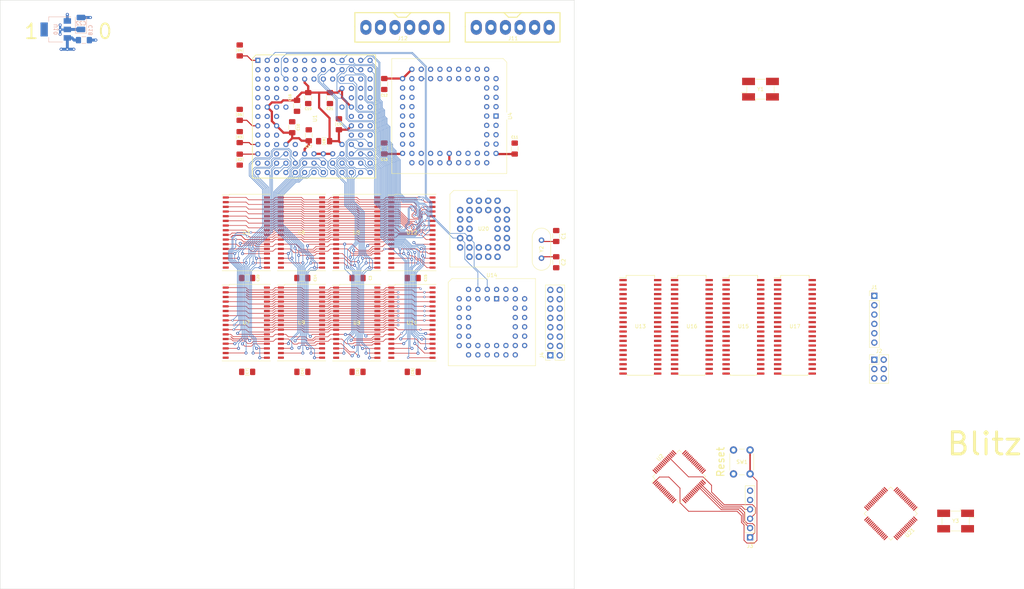
<source format=kicad_pcb>
(kicad_pcb (version 20171130) (host pcbnew 6.0.0-rc1-unknown-445a9fa~66~ubuntu18.04.1)
  (layers (0 F.Cu signal) (1 In1.Cu signal) (2 In2.Cu signal) (31 B.Cu signal) (34 B.Paste user hide) (35 F.Paste user hide) (36 B.SilkS user) (37 F.SilkS user) (38 B.Mask user hide) (39 F.Mask user hide) (44 Edge.Cuts user))
  (net 0 "")
  (net 1 "Net-(C1-Pad1)")
  (net 2 GND)
  (net 3 "Net-(C2-Pad1)")
  (net 4 +5V)
  (net 5 +3V3)
  (net 6 "Net-(J1-Pad1)")
  (net 7 "Net-(J1-Pad2)")
  (net 8 CLK)
  (net 9 ISA_IRQ6)
  (net 10 ISA_IRQ5)
  (net 11 ISA_IRQ4)
  (net 12 ISA_IRQ3)
  (net 13 /D31)
  (net 14 /D30)
  (net 15 /D29)
  (net 16 /D28)
  (net 17 /D27)
  (net 18 /D26)
  (net 19 /D25)
  (net 20 /D24)
  (net 21 /A19)
  (net 22 /A18)
  (net 23 /A17)
  (net 24 /A16)
  (net 25 /A15)
  (net 26 /A14)
  (net 27 /A13)
  (net 28 /A12)
  (net 29 /A11)
  (net 30 /A10)
  (net 31 /A9)
  (net 32 /A8)
  (net 33 /A7)
  (net 34 /A6)
  (net 35 /A5)
  (net 36 /A4)
  (net 37 /A3)
  (net 38 /A2)
  (net 39 "Net-(J3-Pad1)")
  (net 40 "Net-(J3-Pad2)")
  (net 41 "Net-(J3-Pad3)")
  (net 42 "Net-(J3-Pad4)")
  (net 43 "Net-(J4-Pad1)")
  (net 44 "Net-(J4-Pad2)")
  (net 45 "Net-(J4-Pad3)")
  (net 46 "Net-(J4-Pad4)")
  (net 47 "Net-(J4-Pad5)")
  (net 48 "Net-(J4-Pad6)")
  (net 49 "Net-(J4-Pad7)")
  (net 50 "Net-(J4-Pad8)")
  (net 51 "Net-(J4-Pad10)")
  (net 52 "Net-(J4-Pad11)")
  (net 53 "Net-(J4-Pad12)")
  (net 54 "Net-(J4-Pad13)")
  (net 55 "Net-(J4-Pad14)")
  (net 56 "Net-(J4-Pad15)")
  (net 57 "Net-(R2-Pad2)")
  (net 58 "Net-(R3-Pad2)")
  (net 59 "Net-(R4-Pad2)")
  (net 60 "Net-(R5-Pad2)")
  (net 61 "Net-(SW1-Pad2)")
  (net 62 ECS)
  (net 63 SIZ0)
  (net 64 RW_N)
  (net 65 DS)
  (net 66 SIZ1)
  (net 67 AS)
  (net 68 STERM)
  (net 69 DSACK1)
  (net 70 DSACK0)
  (net 71 FC2)
  (net 72 FC0)
  (net 73 FC1)
  (net 74 /A25)
  (net 75 /A20)
  (net 76 /D23)
  (net 77 /D21)
  (net 78 /D19)
  (net 79 /D18)
  (net 80 /D16)
  (net 81 /D15)
  (net 82 /D13)
  (net 83 /D11)
  (net 84 /D8)
  (net 85 /D22)
  (net 86 /D20)
  (net 87 /D17)
  (net 88 /D14)
  (net 89 /D12)
  (net 90 /D9)
  (net 91 /D6)
  (net 92 /D3)
  (net 93 /D10)
  (net 94 /D7)
  (net 95 /D4)
  (net 96 /D2)
  (net 97 /D5)
  (net 98 /D1)
  (net 99 /D0)
  (net 100 CDIS)
  (net 101 IPL0)
  (net 102 IPL2)
  (net 103 IPL1)
  (net 104 RESET)
  (net 105 MMUDIS)
  (net 106 IRQ_UART)
  (net 107 DELAY)
  (net 108 RAM0)
  (net 109 RAM1)
  (net 110 RAM2)
  (net 111 RAM3)
  (net 112 ROM)
  (net 113 UART)
  (net 114 FPU)
  (net 115 HALT)
  (net 116 _RW1)
  (net 117 RW1)
  (net 118 _RW0)
  (net 119 RW0)
  (net 120 /A27)
  (net 121 /A22)
  (net 122 /A26)
  (net 123 /A24)
  (net 124 /A23)
  (net 125 /A21)
  (net 126 +12V)
  (net 127 -12V)
  (net 128 -5V)
  (net 129 A1)
  (net 130 A0)
  (net 131 ISA_MEM)
  (net 132 ISA_IO)
  (net 133 ISA_16BIT)
  (net 134 D_CLK)
  (net 135 IDE)
  (net 136 "Net-(J1-Pad3)")
  (net 137 "Net-(J1-Pad4)")
  (net 138 "Net-(J2-Pad1)")
  (net 139 "Net-(J2-Pad3)")
  (net 140 "Net-(J2-Pad4)")
  (net 141 "Net-(J2-Pad6)")
  (net 142 "Net-(J12-Pad1)")
  (net 143 "Net-(U1-PadB1)")
  (net 144 "Net-(U1-PadJ1)")
  (net 145 "Net-(U1-PadM1)")
  (net 146 "Net-(U1-PadB2)")
  (net 147 "Net-(U1-PadC2)")
  (net 148 /A30)
  (net 149 /A31)
  (net 150 "Net-(U1-PadC3)")
  (net 151 "Net-(U1-PadD3)")
  (net 152 /A28)
  (net 153 /A29)
  (net 154 "Net-(U1-PadJ12)")
  (net 155 "Net-(U1-PadE13)")
  (net 156 "Net-(U1-PadJ13)")
  (net 157 "Net-(U2-Pad36)")
  (net 158 "Net-(U2-Pad38)")
  (net 159 "Net-(U2-Pad57)")
  (net 160 "Net-(U4-Pad4)")
  (net 161 "Net-(U13-Pad18)")
  (net 162 "Net-(U13-Pad14)")
  (net 163 "Net-(U13-Pad24)")
  (net 164 "Net-(U13-Pad26)")
  (net 165 "Net-(U13-Pad23)")
  (net 166 "Net-(U13-Pad30)")
  (net 167 "Net-(U13-Pad29)")
  (net 168 "Net-(U13-Pad19)")
  (net 169 "Net-(U13-Pad31)")
  (net 170 "Net-(U13-Pad27)")
  (net 171 "Net-(U13-Pad25)")
  (net 172 "Net-(U13-Pad12)")
  (net 173 "Net-(U13-Pad28)")
  (net 174 "Net-(U13-Pad17)")
  (net 175 "Net-(U13-Pad20)")
  (net 176 "Net-(U15-Pad31)")
  (net 177 "Net-(U15-Pad30)")
  (net 178 "Net-(U16-Pad30)")
  (net 179 "Net-(U16-Pad31)")
  (net 180 "Net-(U17-Pad31)")
  (net 181 "Net-(U17-Pad30)")
  (net 182 "Net-(U20-Pad31)")
  (net 183 RW)
  (module Package_SO:TSOP-II-32_21.0x10.2mm_P1.27mm (layer F.Cu) (at 192.92 129.51)
    (fp_text reference U12 (at 0.01 0.01) (layer F.SilkS))
    (fp_text value AS6C4008)
    (pad 32 smd rect (at 5.6 -9.525) (size 1.6 0.6) (layers F.Cu F.Paste F.Mask) (net 4 +5V))
    (pad 31 smd rect (at 5.6 -8.255) (size 1.6 0.6) (layers F.Cu F.Paste F.Mask) (net 23 /A17))
    (pad 30 smd rect (at 5.6 -6.985) (size 1.6 0.6) (layers F.Cu F.Paste F.Mask) (net 21 /A19))
    (pad 29 smd rect (at 5.6 -5.715) (size 1.6 0.6) (layers F.Cu F.Paste F.Mask) (net 119 RW0))
    (pad 28 smd rect (at 5.6 -4.445) (size 1.6 0.6) (layers F.Cu F.Paste F.Mask) (net 25 /A15))
    (pad 27 smd rect (at 5.6 -3.175) (size 1.6 0.6) (layers F.Cu F.Paste F.Mask) (net 30 /A10))
    (pad 26 smd rect (at 5.6 -1.905) (size 1.6 0.6) (layers F.Cu F.Paste F.Mask) (net 29 /A11))
    (pad 25 smd rect (at 5.6 -0.625) (size 1.6 0.6) (layers F.Cu F.Paste F.Mask) (net 27 /A13))
    (pad 24 smd rect (at 5.6 0.625) (size 1.6 0.6) (layers F.Cu F.Paste F.Mask) (net 118 _RW0))
    (pad 23 smd rect (at 5.6 1.905) (size 1.6 0.6) (layers F.Cu F.Paste F.Mask) (net 28 /A12))
    (pad 22 smd rect (at 5.6 3.175) (size 1.6 0.6) (layers F.Cu F.Paste F.Mask) (net 108 RAM0))
    (pad 21 smd rect (at 5.6 4.445) (size 1.6 0.6) (layers F.Cu F.Paste F.Mask) (net 94 /D7))
    (pad 20 smd rect (at 5.6 5.715) (size 1.6 0.6) (layers F.Cu F.Paste F.Mask) (net 91 /D6))
    (pad 19 smd rect (at 5.6 6.985) (size 1.6 0.6) (layers F.Cu F.Paste F.Mask) (net 97 /D5))
    (pad 18 smd rect (at 5.6 8.255) (size 1.6 0.6) (layers F.Cu F.Paste F.Mask) (net 95 /D4))
    (pad 17 smd rect (at 5.6 9.525) (size 1.6 0.6) (layers F.Cu F.Paste F.Mask) (net 92 /D3))
    (pad 16 smd rect (at -5.6 9.525) (size 1.6 0.6) (layers F.Cu F.Paste F.Mask) (net 2 GND))
    (pad 15 smd rect (at -5.6 8.255) (size 1.6 0.6) (layers F.Cu F.Paste F.Mask) (net 96 /D2))
    (pad 14 smd rect (at -5.6 6.985) (size 1.6 0.6) (layers F.Cu F.Paste F.Mask) (net 98 /D1))
    (pad 13 smd rect (at -5.6 5.715) (size 1.6 0.6) (layers F.Cu F.Paste F.Mask) (net 99 /D0))
    (pad 12 smd rect (at -5.6 4.445) (size 1.6 0.6) (layers F.Cu F.Paste F.Mask) (net 38 /A2))
    (pad 11 smd rect (at -5.6 3.175) (size 1.6 0.6) (layers F.Cu F.Paste F.Mask) (net 37 /A3))
    (pad 10 smd rect (at -5.6 1.905) (size 1.6 0.6) (layers F.Cu F.Paste F.Mask) (net 36 /A4))
    (pad 9 smd rect (at -5.6 0.625) (size 1.6 0.6) (layers F.Cu F.Paste F.Mask) (net 35 /A5))
    (pad 8 smd rect (at -5.6 -0.625) (size 1.6 0.6) (layers F.Cu F.Paste F.Mask) (net 34 /A6))
    (pad 7 smd rect (at -5.6 -1.905) (size 1.6 0.6) (layers F.Cu F.Paste F.Mask) (net 33 /A7))
    (pad 6 smd rect (at -5.6 -3.175) (size 1.6 0.6) (layers F.Cu F.Paste F.Mask) (net 32 /A8))
    (pad 5 smd rect (at -5.6 -4.445) (size 1.6 0.6) (layers F.Cu F.Paste F.Mask) (net 31 /A9))
    (pad 4 smd rect (at -5.6 -5.715) (size 1.6 0.6) (layers F.Cu F.Paste F.Mask) (net 26 /A14))
    (pad 3 smd rect (at -5.6 -6.985) (size 1.6 0.6) (layers F.Cu F.Paste F.Mask) (net 24 /A16))
    (pad 2 smd rect (at -5.6 -8.255) (size 1.6 0.6) (layers F.Cu F.Paste F.Mask) (net 22 /A18))
    (pad 1 smd rect (at -5.6 -9.525) (size 1.6 0.6) (layers F.Cu F.Paste F.Mask) (net 75 /A20))
  )
  (module Package_SO:TSOP-II-32_21.0x10.2mm_P1.27mm (layer F.Cu) (at 177.93 154.01)
    (fp_text reference U8 (at 0.01 0.01) (layer F.SilkS))
    (fp_text value AS6C4008)
    (pad 32 smd rect (at 5.6 -9.525) (size 1.6 0.6) (layers F.Cu F.Paste F.Mask) (net 4 +5V))
    (pad 31 smd rect (at 5.6 -8.255) (size 1.6 0.6) (layers F.Cu F.Paste F.Mask) (net 23 /A17))
    (pad 30 smd rect (at 5.6 -6.985) (size 1.6 0.6) (layers F.Cu F.Paste F.Mask) (net 21 /A19))
    (pad 29 smd rect (at 5.6 -5.715) (size 1.6 0.6) (layers F.Cu F.Paste F.Mask) (net 117 RW1))
    (pad 28 smd rect (at 5.6 -4.445) (size 1.6 0.6) (layers F.Cu F.Paste F.Mask) (net 25 /A15))
    (pad 27 smd rect (at 5.6 -3.175) (size 1.6 0.6) (layers F.Cu F.Paste F.Mask) (net 30 /A10))
    (pad 26 smd rect (at 5.6 -1.905) (size 1.6 0.6) (layers F.Cu F.Paste F.Mask) (net 29 /A11))
    (pad 25 smd rect (at 5.6 -0.625) (size 1.6 0.6) (layers F.Cu F.Paste F.Mask) (net 27 /A13))
    (pad 24 smd rect (at 5.6 0.625) (size 1.6 0.6) (layers F.Cu F.Paste F.Mask) (net 116 _RW1))
    (pad 23 smd rect (at 5.6 1.905) (size 1.6 0.6) (layers F.Cu F.Paste F.Mask) (net 28 /A12))
    (pad 22 smd rect (at 5.6 3.175) (size 1.6 0.6) (layers F.Cu F.Paste F.Mask) (net 109 RAM1))
    (pad 21 smd rect (at 5.6 4.445) (size 1.6 0.6) (layers F.Cu F.Paste F.Mask) (net 81 /D15))
    (pad 20 smd rect (at 5.6 5.715) (size 1.6 0.6) (layers F.Cu F.Paste F.Mask) (net 88 /D14))
    (pad 19 smd rect (at 5.6 6.985) (size 1.6 0.6) (layers F.Cu F.Paste F.Mask) (net 82 /D13))
    (pad 18 smd rect (at 5.6 8.255) (size 1.6 0.6) (layers F.Cu F.Paste F.Mask) (net 89 /D12))
    (pad 17 smd rect (at 5.6 9.525) (size 1.6 0.6) (layers F.Cu F.Paste F.Mask) (net 83 /D11))
    (pad 16 smd rect (at -5.6 9.525) (size 1.6 0.6) (layers F.Cu F.Paste F.Mask) (net 2 GND))
    (pad 15 smd rect (at -5.6 8.255) (size 1.6 0.6) (layers F.Cu F.Paste F.Mask) (net 93 /D10))
    (pad 14 smd rect (at -5.6 6.985) (size 1.6 0.6) (layers F.Cu F.Paste F.Mask) (net 90 /D9))
    (pad 13 smd rect (at -5.6 5.715) (size 1.6 0.6) (layers F.Cu F.Paste F.Mask) (net 84 /D8))
    (pad 12 smd rect (at -5.6 4.445) (size 1.6 0.6) (layers F.Cu F.Paste F.Mask) (net 38 /A2))
    (pad 11 smd rect (at -5.6 3.175) (size 1.6 0.6) (layers F.Cu F.Paste F.Mask) (net 37 /A3))
    (pad 10 smd rect (at -5.6 1.905) (size 1.6 0.6) (layers F.Cu F.Paste F.Mask) (net 36 /A4))
    (pad 9 smd rect (at -5.6 0.625) (size 1.6 0.6) (layers F.Cu F.Paste F.Mask) (net 35 /A5))
    (pad 8 smd rect (at -5.6 -0.625) (size 1.6 0.6) (layers F.Cu F.Paste F.Mask) (net 34 /A6))
    (pad 7 smd rect (at -5.6 -1.905) (size 1.6 0.6) (layers F.Cu F.Paste F.Mask) (net 33 /A7))
    (pad 6 smd rect (at -5.6 -3.175) (size 1.6 0.6) (layers F.Cu F.Paste F.Mask) (net 32 /A8))
    (pad 5 smd rect (at -5.6 -4.445) (size 1.6 0.6) (layers F.Cu F.Paste F.Mask) (net 31 /A9))
    (pad 4 smd rect (at -5.6 -5.715) (size 1.6 0.6) (layers F.Cu F.Paste F.Mask) (net 26 /A14))
    (pad 3 smd rect (at -5.6 -6.985) (size 1.6 0.6) (layers F.Cu F.Paste F.Mask) (net 24 /A16))
    (pad 2 smd rect (at -5.6 -8.255) (size 1.6 0.6) (layers F.Cu F.Paste F.Mask) (net 22 /A18))
    (pad 1 smd rect (at -5.6 -9.525) (size 1.6 0.6) (layers F.Cu F.Paste F.Mask) (net 75 /A20))
  )
  (module Package_SO:TSOP-II-32_21.0x10.2mm_P1.27mm (layer F.Cu) (at 177.92 129.5)
    (fp_text reference U5 (at 0.01 0.01) (layer F.SilkS))
    (fp_text value AS6C4008)
    (pad 32 smd rect (at 5.6 -9.525) (size 1.6 0.6) (layers F.Cu F.Paste F.Mask) (net 4 +5V))
    (pad 31 smd rect (at 5.6 -8.255) (size 1.6 0.6) (layers F.Cu F.Paste F.Mask) (net 23 /A17))
    (pad 30 smd rect (at 5.6 -6.985) (size 1.6 0.6) (layers F.Cu F.Paste F.Mask) (net 21 /A19))
    (pad 29 smd rect (at 5.6 -5.715) (size 1.6 0.6) (layers F.Cu F.Paste F.Mask) (net 119 RW0))
    (pad 28 smd rect (at 5.6 -4.445) (size 1.6 0.6) (layers F.Cu F.Paste F.Mask) (net 25 /A15))
    (pad 27 smd rect (at 5.6 -3.175) (size 1.6 0.6) (layers F.Cu F.Paste F.Mask) (net 30 /A10))
    (pad 26 smd rect (at 5.6 -1.905) (size 1.6 0.6) (layers F.Cu F.Paste F.Mask) (net 29 /A11))
    (pad 25 smd rect (at 5.6 -0.625) (size 1.6 0.6) (layers F.Cu F.Paste F.Mask) (net 27 /A13))
    (pad 24 smd rect (at 5.6 0.625) (size 1.6 0.6) (layers F.Cu F.Paste F.Mask) (net 118 _RW0))
    (pad 23 smd rect (at 5.6 1.905) (size 1.6 0.6) (layers F.Cu F.Paste F.Mask) (net 28 /A12))
    (pad 22 smd rect (at 5.6 3.175) (size 1.6 0.6) (layers F.Cu F.Paste F.Mask) (net 109 RAM1))
    (pad 21 smd rect (at 5.6 4.445) (size 1.6 0.6) (layers F.Cu F.Paste F.Mask) (net 81 /D15))
    (pad 20 smd rect (at 5.6 5.715) (size 1.6 0.6) (layers F.Cu F.Paste F.Mask) (net 88 /D14))
    (pad 19 smd rect (at 5.6 6.985) (size 1.6 0.6) (layers F.Cu F.Paste F.Mask) (net 82 /D13))
    (pad 18 smd rect (at 5.6 8.255) (size 1.6 0.6) (layers F.Cu F.Paste F.Mask) (net 89 /D12))
    (pad 17 smd rect (at 5.6 9.525) (size 1.6 0.6) (layers F.Cu F.Paste F.Mask) (net 83 /D11))
    (pad 16 smd rect (at -5.6 9.525) (size 1.6 0.6) (layers F.Cu F.Paste F.Mask) (net 2 GND))
    (pad 15 smd rect (at -5.6 8.255) (size 1.6 0.6) (layers F.Cu F.Paste F.Mask) (net 93 /D10))
    (pad 14 smd rect (at -5.6 6.985) (size 1.6 0.6) (layers F.Cu F.Paste F.Mask) (net 90 /D9))
    (pad 13 smd rect (at -5.6 5.715) (size 1.6 0.6) (layers F.Cu F.Paste F.Mask) (net 84 /D8))
    (pad 12 smd rect (at -5.6 4.445) (size 1.6 0.6) (layers F.Cu F.Paste F.Mask) (net 38 /A2))
    (pad 11 smd rect (at -5.6 3.175) (size 1.6 0.6) (layers F.Cu F.Paste F.Mask) (net 37 /A3))
    (pad 10 smd rect (at -5.6 1.905) (size 1.6 0.6) (layers F.Cu F.Paste F.Mask) (net 36 /A4))
    (pad 9 smd rect (at -5.6 0.625) (size 1.6 0.6) (layers F.Cu F.Paste F.Mask) (net 35 /A5))
    (pad 8 smd rect (at -5.6 -0.625) (size 1.6 0.6) (layers F.Cu F.Paste F.Mask) (net 34 /A6))
    (pad 7 smd rect (at -5.6 -1.905) (size 1.6 0.6) (layers F.Cu F.Paste F.Mask) (net 33 /A7))
    (pad 6 smd rect (at -5.6 -3.175) (size 1.6 0.6) (layers F.Cu F.Paste F.Mask) (net 32 /A8))
    (pad 5 smd rect (at -5.6 -4.445) (size 1.6 0.6) (layers F.Cu F.Paste F.Mask) (net 31 /A9))
    (pad 4 smd rect (at -5.6 -5.715) (size 1.6 0.6) (layers F.Cu F.Paste F.Mask) (net 26 /A14))
    (pad 3 smd rect (at -5.6 -6.985) (size 1.6 0.6) (layers F.Cu F.Paste F.Mask) (net 24 /A16))
    (pad 2 smd rect (at -5.6 -8.255) (size 1.6 0.6) (layers F.Cu F.Paste F.Mask) (net 22 /A18))
    (pad 1 smd rect (at -5.6 -9.525) (size 1.6 0.6) (layers F.Cu F.Paste F.Mask) (net 75 /A20))
  )
  (module Package_SO:TSOP-II-32_21.0x10.2mm_P1.27mm (layer F.Cu) (at 162.92 129.51)
    (fp_text reference U6 (at 0.01 0.01) (layer F.SilkS))
    (fp_text value AS6C4008)
    (pad 1 smd rect (at -5.6 -9.525) (size 1.6 0.6) (layers F.Cu F.Paste F.Mask) (net 75 /A20))
    (pad 2 smd rect (at -5.6 -8.255) (size 1.6 0.6) (layers F.Cu F.Paste F.Mask) (net 22 /A18))
    (pad 3 smd rect (at -5.6 -6.985) (size 1.6 0.6) (layers F.Cu F.Paste F.Mask) (net 24 /A16))
    (pad 4 smd rect (at -5.6 -5.715) (size 1.6 0.6) (layers F.Cu F.Paste F.Mask) (net 26 /A14))
    (pad 5 smd rect (at -5.6 -4.445) (size 1.6 0.6) (layers F.Cu F.Paste F.Mask) (net 31 /A9))
    (pad 6 smd rect (at -5.6 -3.175) (size 1.6 0.6) (layers F.Cu F.Paste F.Mask) (net 32 /A8))
    (pad 7 smd rect (at -5.6 -1.905) (size 1.6 0.6) (layers F.Cu F.Paste F.Mask) (net 33 /A7))
    (pad 8 smd rect (at -5.6 -0.625) (size 1.6 0.6) (layers F.Cu F.Paste F.Mask) (net 34 /A6))
    (pad 9 smd rect (at -5.6 0.625) (size 1.6 0.6) (layers F.Cu F.Paste F.Mask) (net 35 /A5))
    (pad 10 smd rect (at -5.6 1.905) (size 1.6 0.6) (layers F.Cu F.Paste F.Mask) (net 36 /A4))
    (pad 11 smd rect (at -5.6 3.175) (size 1.6 0.6) (layers F.Cu F.Paste F.Mask) (net 37 /A3))
    (pad 12 smd rect (at -5.6 4.445) (size 1.6 0.6) (layers F.Cu F.Paste F.Mask) (net 38 /A2))
    (pad 13 smd rect (at -5.6 5.715) (size 1.6 0.6) (layers F.Cu F.Paste F.Mask) (net 80 /D16))
    (pad 14 smd rect (at -5.6 6.985) (size 1.6 0.6) (layers F.Cu F.Paste F.Mask) (net 87 /D17))
    (pad 15 smd rect (at -5.6 8.255) (size 1.6 0.6) (layers F.Cu F.Paste F.Mask) (net 79 /D18))
    (pad 16 smd rect (at -5.6 9.525) (size 1.6 0.6) (layers F.Cu F.Paste F.Mask) (net 2 GND))
    (pad 17 smd rect (at 5.6 9.525) (size 1.6 0.6) (layers F.Cu F.Paste F.Mask) (net 78 /D19))
    (pad 18 smd rect (at 5.6 8.255) (size 1.6 0.6) (layers F.Cu F.Paste F.Mask) (net 86 /D20))
    (pad 19 smd rect (at 5.6 6.985) (size 1.6 0.6) (layers F.Cu F.Paste F.Mask) (net 77 /D21))
    (pad 20 smd rect (at 5.6 5.715) (size 1.6 0.6) (layers F.Cu F.Paste F.Mask) (net 85 /D22))
    (pad 21 smd rect (at 5.6 4.445) (size 1.6 0.6) (layers F.Cu F.Paste F.Mask) (net 76 /D23))
    (pad 22 smd rect (at 5.6 3.175) (size 1.6 0.6) (layers F.Cu F.Paste F.Mask) (net 110 RAM2))
    (pad 23 smd rect (at 5.6 1.905) (size 1.6 0.6) (layers F.Cu F.Paste F.Mask) (net 28 /A12))
    (pad 24 smd rect (at 5.6 0.625) (size 1.6 0.6) (layers F.Cu F.Paste F.Mask) (net 118 _RW0))
    (pad 25 smd rect (at 5.6 -0.625) (size 1.6 0.6) (layers F.Cu F.Paste F.Mask) (net 27 /A13))
    (pad 26 smd rect (at 5.6 -1.905) (size 1.6 0.6) (layers F.Cu F.Paste F.Mask) (net 29 /A11))
    (pad 27 smd rect (at 5.6 -3.175) (size 1.6 0.6) (layers F.Cu F.Paste F.Mask) (net 30 /A10))
    (pad 28 smd rect (at 5.6 -4.445) (size 1.6 0.6) (layers F.Cu F.Paste F.Mask) (net 25 /A15))
    (pad 29 smd rect (at 5.6 -5.715) (size 1.6 0.6) (layers F.Cu F.Paste F.Mask) (net 119 RW0))
    (pad 30 smd rect (at 5.6 -6.985) (size 1.6 0.6) (layers F.Cu F.Paste F.Mask) (net 21 /A19))
    (pad 31 smd rect (at 5.6 -8.255) (size 1.6 0.6) (layers F.Cu F.Paste F.Mask) (net 23 /A17))
    (pad 32 smd rect (at 5.6 -9.525) (size 1.6 0.6) (layers F.Cu F.Paste F.Mask) (net 4 +5V))
  )
  (module Blitz:PLCC-32_TH (layer F.Cu) (at 213.65 123.4)
    (fp_text reference U20 (at -1.27 5.08) (layer F.SilkS))
    (fp_text value SST39SF040)
    (pad 1 thru_hole circle (at 0 0) (size 1.75 1.75) (drill 0.95) (layers *.Cu *.Mask) (net 22 /A18))
    (pad 3 thru_hole circle (at -2.54 0) (size 1.75 1.75) (drill 0.95) (layers *.Cu *.Mask) (net 25 /A15))
    (pad 31 thru_hole circle (at 2.54 0) (size 1.75 1.75) (drill 0.95) (layers *.Cu *.Mask) (net 182 "Net-(U20-Pad31)"))
    (pad 29 thru_hole circle (at 5.08 0) (size 1.75 1.75) (drill 0.95) (layers *.Cu *.Mask) (net 26 /A14))
    (pad 2 thru_hole circle (at -2.54 -2.54) (size 1.75 1.75) (drill 0.95) (layers *.Cu *.Mask) (net 24 /A16))
    (pad 4 thru_hole circle (at -5.08 -2.54) (size 1.75 1.75) (drill 0.95) (layers *.Cu *.Mask) (net 28 /A12))
    (pad 32 thru_hole circle (at 0 -2.54) (size 1.75 1.75) (drill 0.95) (layers *.Cu *.Mask) (net 4 +5V))
    (pad 30 thru_hole circle (at 2.54 -2.54) (size 1.75 1.75) (drill 0.95) (layers *.Cu *.Mask) (net 23 /A17))
    (pad 6 thru_hole circle (at -5.08 0) (size 1.75 1.75) (drill 0.95) (layers *.Cu *.Mask) (net 34 /A6))
    (pad 8 thru_hole circle (at -5.08 2.54) (size 1.75 1.75) (drill 0.95) (layers *.Cu *.Mask) (net 36 /A4))
    (pad 10 thru_hole circle (at -5.08 5.08) (size 1.75 1.75) (drill 0.95) (layers *.Cu *.Mask) (net 38 /A2))
    (pad 12 thru_hole circle (at -5.08 7.62) (size 1.75 1.75) (drill 0.95) (layers *.Cu *.Mask) (net 130 A0))
    (pad 5 thru_hole circle (at -7.62 0) (size 1.75 1.75) (drill 0.95) (layers *.Cu *.Mask) (net 33 /A7))
    (pad 7 thru_hole circle (at -7.62 2.54) (size 1.75 1.75) (drill 0.95) (layers *.Cu *.Mask) (net 35 /A5))
    (pad 9 thru_hole circle (at -7.62 5.08) (size 1.75 1.75) (drill 0.95) (layers *.Cu *.Mask) (net 37 /A3))
    (pad 11 thru_hole circle (at -7.62 7.62) (size 1.75 1.75) (drill 0.95) (layers *.Cu *.Mask) (net 129 A1))
    (pad 13 thru_hole circle (at -7.62 10.16) (size 1.75 1.75) (drill 0.95) (layers *.Cu *.Mask) (net 20 /D24))
    (pad 15 thru_hole circle (at -5.08 10.16) (size 1.75 1.75) (drill 0.95) (layers *.Cu *.Mask) (net 18 /D26))
    (pad 17 thru_hole circle (at -2.54 10.16) (size 1.75 1.75) (drill 0.95) (layers *.Cu *.Mask) (net 17 /D27))
    (pad 19 thru_hole circle (at 0 10.16) (size 1.75 1.75) (drill 0.95) (layers *.Cu *.Mask) (net 15 /D29))
    (pad 22 thru_hole circle (at 2.54 10.16) (size 1.75 1.75) (drill 0.95) (layers *.Cu *.Mask) (net 112 ROM))
    (pad 14 thru_hole circle (at -5.08 12.7) (size 1.75 1.75) (drill 0.95) (layers *.Cu *.Mask) (net 19 /D25))
    (pad 16 thru_hole circle (at -2.54 12.7) (size 1.75 1.75) (drill 0.95) (layers *.Cu *.Mask) (net 2 GND))
    (pad 18 thru_hole circle (at 0 12.7) (size 1.75 1.75) (drill 0.95) (layers *.Cu *.Mask) (net 16 /D28))
    (pad 20 thru_hole circle (at 2.54 12.7) (size 1.75 1.75) (drill 0.95) (layers *.Cu *.Mask) (net 14 /D30))
    (pad 24 thru_hole circle (at 2.54 7.62) (size 1.75 1.75) (drill 0.95) (layers *.Cu *.Mask) (net 112 ROM))
    (pad 26 thru_hole circle (at 2.54 5.08) (size 1.75 1.75) (drill 0.95) (layers *.Cu *.Mask) (net 31 /A9))
    (pad 28 thru_hole circle (at 2.54 2.54) (size 1.75 1.75) (drill 0.95) (layers *.Cu *.Mask) (net 27 /A13))
    (pad 21 thru_hole circle (at 5.08 10.16) (size 1.75 1.75) (drill 0.95) (layers *.Cu *.Mask) (net 13 /D31))
    (pad 23 thru_hole circle (at 5.08 7.62) (size 1.75 1.75) (drill 0.95) (layers *.Cu *.Mask) (net 30 /A10))
    (pad 25 thru_hole circle (at 5.08 5.08) (size 1.75 1.75) (drill 0.95) (layers *.Cu *.Mask) (net 29 /A11))
    (pad 27 thru_hole circle (at 5.08 2.54) (size 1.75 1.75) (drill 0.95) (layers *.Cu *.Mask) (net 32 /A8))
    (pad 29 thru_hole circle (at 5.08 0) (size 1.75 1.75) (drill 0.95) (layers *.Cu *.Mask) (net 26 /A14))
  )
  (module BBlitz:PGA120 (layer F.Cu) (at 166.57 98.47 180)
    (fp_text reference U1 (at -0.02 -0.01 -90) (layer F.SilkS))
    (fp_text value M68030)
    (pad A1 thru_hole rect (at 15.5 15.75) (size 1.397 1.397) (drill 0.7874) (layers *.Cu *.Mask) (net 59 "Net-(R4-Pad2)"))
    (pad B1 thru_hole circle (at 15.5 13.21) (size 1.397 1.397) (drill 0.7874) (layers *.Cu *.Mask) (net 143 "Net-(U1-PadB1)"))
    (pad C1 thru_hole circle (at 15.5 10.67) (size 1.397 1.397) (drill 0.7874) (layers *.Cu *.Mask) (net 73 FC1))
    (pad D1 thru_hole circle (at 15.5 8.13) (size 1.397 1.397) (drill 0.7874) (layers *.Cu *.Mask) (net 71 FC2))
    (pad E1 thru_hole circle (at 15.5 5.59) (size 1.397 1.397) (drill 0.7874) (layers *.Cu *.Mask) (net 8 CLK))
    (pad F1 thru_hole circle (at 15.5 3.05) (size 1.397 1.397) (drill 0.7874) (layers *.Cu *.Mask) (net 70 DSACK0))
    (pad G1 thru_hole circle (at 15.5 0.51) (size 1.397 1.397) (drill 0.7874) (layers *.Cu *.Mask) (net 68 STERM))
    (pad H1 thru_hole circle (at 15.5 -2.03) (size 1.397 1.397) (drill 0.7874) (layers *.Cu *.Mask) (net 60 "Net-(R5-Pad2)"))
    (pad J1 thru_hole circle (at 15.5 -4.57) (size 1.397 1.397) (drill 0.7874) (layers *.Cu *.Mask) (net 144 "Net-(U1-PadJ1)"))
    (pad K1 thru_hole circle (at 15.5 -7.11) (size 1.397 1.397) (drill 0.7874) (layers *.Cu *.Mask) (net 58 "Net-(R3-Pad2)"))
    (pad L1 thru_hole circle (at 15.5 -9.65) (size 1.397 1.397) (drill 0.7874) (layers *.Cu *.Mask) (net 57 "Net-(R2-Pad2)"))
    (pad M1 thru_hole circle (at 15.5 -12.19) (size 1.397 1.397) (drill 0.7874) (layers *.Cu *.Mask) (net 145 "Net-(U1-PadM1)"))
    (pad N1 thru_hole circle (at 15.5 -14.73) (size 1.397 1.397) (drill 0.7874) (layers *.Cu *.Mask) (net 13 /D31))
    (pad A2 thru_hole circle (at 12.96 15.75) (size 1.397 1.397) (drill 0.7874) (layers *.Cu *.Mask) (net 130 A0))
    (pad B2 thru_hole circle (at 12.96 13.21) (size 1.397 1.397) (drill 0.7874) (layers *.Cu *.Mask) (net 146 "Net-(U1-PadB2)"))
    (pad C2 thru_hole circle (at 12.96 10.67) (size 1.397 1.397) (drill 0.7874) (layers *.Cu *.Mask) (net 147 "Net-(U1-PadC2)"))
    (pad D2 thru_hole circle (at 12.96 8.13) (size 1.397 1.397) (drill 0.7874) (layers *.Cu *.Mask) (net 72 FC0))
    (pad E2 thru_hole circle (at 12.96 5.59) (size 1.397 1.397) (drill 0.7874) (layers *.Cu *.Mask) (net 2 GND))
    (pad F2 thru_hole circle (at 12.96 3.05) (size 1.397 1.397) (drill 0.7874) (layers *.Cu *.Mask) (net 4 +5V))
    (pad G2 thru_hole circle (at 12.96 0.51) (size 1.397 1.397) (drill 0.7874) (layers *.Cu *.Mask) (net 69 DSACK1))
    (pad H2 thru_hole circle (at 12.96 -2.03) (size 1.397 1.397) (drill 0.7874) (layers *.Cu *.Mask) (net 115 HALT))
    (pad J2 thru_hole circle (at 12.96 -4.57) (size 1.397 1.397) (drill 0.7874) (layers *.Cu *.Mask) (net 67 AS))
    (pad K2 thru_hole circle (at 12.96 -7.11) (size 1.397 1.397) (drill 0.7874) (layers *.Cu *.Mask) (net 65 DS))
    (pad L2 thru_hole circle (at 12.96 -9.65) (size 1.397 1.397) (drill 0.7874) (layers *.Cu *.Mask) (net 63 SIZ0))
    (pad M2 thru_hole circle (at 12.96 -12.19) (size 1.397 1.397) (drill 0.7874) (layers *.Cu *.Mask) (net 62 ECS))
    (pad N2 thru_hole circle (at 12.96 -14.73) (size 1.397 1.397) (drill 0.7874) (layers *.Cu *.Mask) (net 16 /D28))
    (pad A3 thru_hole circle (at 10.42 15.75) (size 1.397 1.397) (drill 0.7874) (layers *.Cu *.Mask) (net 148 /A30))
    (pad B3 thru_hole circle (at 10.42 13.21) (size 1.397 1.397) (drill 0.7874) (layers *.Cu *.Mask) (net 149 /A31))
    (pad C3 thru_hole circle (at 10.42 10.67) (size 1.397 1.397) (drill 0.7874) (layers *.Cu *.Mask) (net 150 "Net-(U1-PadC3)"))
    (pad D3 thru_hole circle (at 10.42 8.13) (size 1.397 1.397) (drill 0.7874) (layers *.Cu *.Mask) (net 151 "Net-(U1-PadD3)"))
    (pad E3 thru_hole circle (at 10.42 5.59) (size 1.397 1.397) (drill 0.7874) (layers *.Cu *.Mask) (net 2 GND))
    (pad F3 thru_hole circle (at 10.42 3.05) (size 1.397 1.397) (drill 0.7874) (layers *.Cu *.Mask) (net 2 GND))
    (pad G3 thru_hole circle (at 10.42 0.51) (size 1.397 1.397) (drill 0.7874) (layers *.Cu *.Mask) (net 2 GND))
    (pad H3 thru_hole circle (at 10.42 -2.03) (size 1.397 1.397) (drill 0.7874) (layers *.Cu *.Mask) (net 4 +5V))
    (pad J3 thru_hole circle (at 10.42 -4.57) (size 1.397 1.397) (drill 0.7874) (layers *.Cu *.Mask) (net 2 GND))
    (pad K3 thru_hole circle (at 10.42 -7.11) (size 1.397 1.397) (drill 0.7874) (layers *.Cu *.Mask) (net 66 SIZ1))
    (pad L3 thru_hole circle (at 10.42 -9.65) (size 1.397 1.397) (drill 0.7874) (layers *.Cu *.Mask) (net 64 RW_N))
    (pad M3 thru_hole circle (at 10.42 -12.19) (size 1.397 1.397) (drill 0.7874) (layers *.Cu *.Mask) (net 15 /D29))
    (pad N3 thru_hole circle (at 10.42 -14.73) (size 1.397 1.397) (drill 0.7874) (layers *.Cu *.Mask) (net 18 /D26))
    (pad A4 thru_hole circle (at 7.88 15.75) (size 1.397 1.397) (drill 0.7874) (layers *.Cu *.Mask) (net 152 /A28))
    (pad B4 thru_hole circle (at 7.88 13.21) (size 1.397 1.397) (drill 0.7874) (layers *.Cu *.Mask) (net 153 /A29))
    (pad C4 thru_hole circle (at 7.88 10.67) (size 1.397 1.397) (drill 0.7874) (layers *.Cu *.Mask) (net 129 A1))
    (pad D4 thru_hole circle (at 7.88 8.13) (size 1.397 1.397) (drill 0.7874) (layers *.Cu *.Mask) (net 4 +5V))
    (pad F4 thru_hole circle (at 7.88 3.05) (size 1.397 1.397) (drill 0.7874) (layers *.Cu *.Mask))
    (pad K4 thru_hole circle (at 7.88 -7.11) (size 1.397 1.397) (drill 0.7874) (layers *.Cu *.Mask) (net 4 +5V))
    (pad L4 thru_hole circle (at 7.88 -9.65) (size 1.397 1.397) (drill 0.7874) (layers *.Cu *.Mask) (net 14 /D30))
    (pad M4 thru_hole circle (at 7.88 -12.19) (size 1.397 1.397) (drill 0.7874) (layers *.Cu *.Mask) (net 17 /D27))
    (pad N4 thru_hole circle (at 7.88 -14.73) (size 1.397 1.397) (drill 0.7874) (layers *.Cu *.Mask) (net 19 /D25))
    (pad A5 thru_hole circle (at 5.34 15.75) (size 1.397 1.397) (drill 0.7874) (layers *.Cu *.Mask) (net 122 /A26))
    (pad B5 thru_hole circle (at 5.34 13.21) (size 1.397 1.397) (drill 0.7874) (layers *.Cu *.Mask) (net 120 /A27))
    (pad C5 thru_hole circle (at 5.34 10.67) (size 1.397 1.397) (drill 0.7874) (layers *.Cu *.Mask) (net 2 GND))
    (pad D5 thru_hole circle (at 5.34 8.13) (size 1.397 1.397) (drill 0.7874) (layers *.Cu *.Mask))
    (pad K5 thru_hole circle (at 5.34 -7.11) (size 1.397 1.397) (drill 0.7874) (layers *.Cu *.Mask))
    (pad L5 thru_hole circle (at 5.34 -9.65) (size 1.397 1.397) (drill 0.7874) (layers *.Cu *.Mask) (net 2 GND))
    (pad M5 thru_hole circle (at 5.34 -12.19) (size 1.397 1.397) (drill 0.7874) (layers *.Cu *.Mask) (net 20 /D24))
    (pad N5 thru_hole circle (at 5.34 -14.73) (size 1.397 1.397) (drill 0.7874) (layers *.Cu *.Mask) (net 76 /D23))
    (pad A6 thru_hole circle (at 2.8 15.75) (size 1.397 1.397) (drill 0.7874) (layers *.Cu *.Mask) (net 123 /A24))
    (pad B6 thru_hole circle (at 2.8 13.21) (size 1.397 1.397) (drill 0.7874) (layers *.Cu *.Mask) (net 74 /A25))
    (pad C6 thru_hole circle (at 2.8 10.67) (size 1.397 1.397) (drill 0.7874) (layers *.Cu *.Mask) (net 4 +5V))
    (pad L6 thru_hole circle (at 2.8 -9.65) (size 1.397 1.397) (drill 0.7874) (layers *.Cu *.Mask) (net 4 +5V))
    (pad M6 thru_hole circle (at 2.8 -12.19) (size 1.397 1.397) (drill 0.7874) (layers *.Cu *.Mask) (net 85 /D22))
    (pad N6 thru_hole circle (at 2.8 -14.73) (size 1.397 1.397) (drill 0.7874) (layers *.Cu *.Mask) (net 77 /D21))
    (pad A7 thru_hole circle (at 0.26 15.75) (size 1.397 1.397) (drill 0.7874) (layers *.Cu *.Mask) (net 124 /A23))
    (pad B7 thru_hole circle (at 0.26 13.21) (size 1.397 1.397) (drill 0.7874) (layers *.Cu *.Mask) (net 121 /A22))
    (pad C7 thru_hole circle (at 0.26 10.67) (size 1.397 1.397) (drill 0.7874) (layers *.Cu *.Mask) (net 2 GND))
    (pad L7 thru_hole circle (at 0.26 -9.65) (size 1.397 1.397) (drill 0.7874) (layers *.Cu *.Mask) (net 2 GND))
    (pad M7 thru_hole circle (at 0.26 -12.19) (size 1.397 1.397) (drill 0.7874) (layers *.Cu *.Mask) (net 86 /D20))
    (pad N7 thru_hole circle (at 0.26 -14.73) (size 1.397 1.397) (drill 0.7874) (layers *.Cu *.Mask) (net 78 /D19))
    (pad A8 thru_hole circle (at -2.28 15.75) (size 1.397 1.397) (drill 0.7874) (layers *.Cu *.Mask) (net 125 /A21))
    (pad B8 thru_hole circle (at -2.28 13.21) (size 1.397 1.397) (drill 0.7874) (layers *.Cu *.Mask) (net 75 /A20))
    (pad C8 thru_hole circle (at -2.28 10.67) (size 1.397 1.397) (drill 0.7874) (layers *.Cu *.Mask) (net 22 /A18))
    (pad L8 thru_hole circle (at -2.28 -9.65) (size 1.397 1.397) (drill 0.7874) (layers *.Cu *.Mask) (net 2 GND))
    (pad M8 thru_hole circle (at -2.28 -12.19) (size 1.397 1.397) (drill 0.7874) (layers *.Cu *.Mask) (net 87 /D17))
    (pad N8 thru_hole circle (at -2.28 -14.73) (size 1.397 1.397) (drill 0.7874) (layers *.Cu *.Mask) (net 79 /D18))
    (pad A9 thru_hole circle (at -4.82 15.75) (size 1.397 1.397) (drill 0.7874) (layers *.Cu *.Mask) (net 21 /A19))
    (pad B9 thru_hole circle (at -4.82 13.21) (size 1.397 1.397) (drill 0.7874) (layers *.Cu *.Mask) (net 24 /A16))
    (pad C9 thru_hole circle (at -4.82 10.67) (size 1.397 1.397) (drill 0.7874) (layers *.Cu *.Mask) (net 2 GND))
    (pad L9 thru_hole circle (at -4.82 -9.65) (size 1.397 1.397) (drill 0.7874) (layers *.Cu *.Mask) (net 2 GND))
    (pad M9 thru_hole circle (at -4.82 -12.19) (size 1.397 1.397) (drill 0.7874) (layers *.Cu *.Mask) (net 88 /D14))
    (pad N9 thru_hole circle (at -4.82 -14.73) (size 1.397 1.397) (drill 0.7874) (layers *.Cu *.Mask) (net 80 /D16))
    (pad A10 thru_hole circle (at -7.36 15.75) (size 1.397 1.397) (drill 0.7874) (layers *.Cu *.Mask) (net 23 /A17))
    (pad B10 thru_hole circle (at -7.36 13.21) (size 1.397 1.397) (drill 0.7874) (layers *.Cu *.Mask) (net 26 /A14))
    (pad C10 thru_hole circle (at -7.36 10.67) (size 1.397 1.397) (drill 0.7874) (layers *.Cu *.Mask) (net 29 /A11))
    (pad D10 thru_hole circle (at -7.36 8.13) (size 1.397 1.397) (drill 0.7874) (layers *.Cu *.Mask) (net 4 +5V))
    (pad F10 thru_hole circle (at -7.36 3.05) (size 1.397 1.397) (drill 0.7874) (layers *.Cu *.Mask))
    (pad K10 thru_hole circle (at -7.36 -7.11) (size 1.397 1.397) (drill 0.7874) (layers *.Cu *.Mask) (net 4 +5V))
    (pad L10 thru_hole circle (at -7.36 -9.65) (size 1.397 1.397) (drill 0.7874) (layers *.Cu *.Mask) (net 93 /D10))
    (pad M10 thru_hole circle (at -7.36 -12.19) (size 1.397 1.397) (drill 0.7874) (layers *.Cu *.Mask) (net 89 /D12))
    (pad N10 thru_hole circle (at -7.36 -14.73) (size 1.397 1.397) (drill 0.7874) (layers *.Cu *.Mask) (net 81 /D15))
    (pad A11 thru_hole circle (at -9.9 15.75) (size 1.397 1.397) (drill 0.7874) (layers *.Cu *.Mask) (net 25 /A15))
    (pad B11 thru_hole circle (at -9.9 13.21) (size 1.397 1.397) (drill 0.7874) (layers *.Cu *.Mask) (net 28 /A12))
    (pad C11 thru_hole circle (at -9.9 10.67) (size 1.397 1.397) (drill 0.7874) (layers *.Cu *.Mask) (net 31 /A9))
    (pad D11 thru_hole circle (at -9.9 8.13) (size 1.397 1.397) (drill 0.7874) (layers *.Cu *.Mask) (net 34 /A6))
    (pad E11 thru_hole circle (at -9.9 5.59) (size 1.397 1.397) (drill 0.7874) (layers *.Cu *.Mask) (net 2 GND))
    (pad F11 thru_hole circle (at -9.9 3.05) (size 1.397 1.397) (drill 0.7874) (layers *.Cu *.Mask) (net 4 +5V))
    (pad G11 thru_hole circle (at -9.9 0.51) (size 1.397 1.397) (drill 0.7874) (layers *.Cu *.Mask) (net 2 GND))
    (pad H11 thru_hole circle (at -9.9 -2.03) (size 1.397 1.397) (drill 0.7874) (layers *.Cu *.Mask) (net 4 +5V))
    (pad J11 thru_hole circle (at -9.9 -4.57) (size 1.397 1.397) (drill 0.7874) (layers *.Cu *.Mask) (net 2 GND))
    (pad K11 thru_hole circle (at -9.9 -7.11) (size 1.397 1.397) (drill 0.7874) (layers *.Cu *.Mask) (net 97 /D5))
    (pad L11 thru_hole circle (at -9.9 -9.65) (size 1.397 1.397) (drill 0.7874) (layers *.Cu *.Mask) (net 94 /D7))
    (pad M11 thru_hole circle (at -9.9 -12.19) (size 1.397 1.397) (drill 0.7874) (layers *.Cu *.Mask) (net 90 /D9))
    (pad N11 thru_hole circle (at -9.9 -14.73) (size 1.397 1.397) (drill 0.7874) (layers *.Cu *.Mask) (net 82 /D13))
    (pad A12 thru_hole circle (at -12.44 15.75) (size 1.397 1.397) (drill 0.7874) (layers *.Cu *.Mask) (net 27 /A13))
    (pad B12 thru_hole circle (at -12.44 13.21) (size 1.397 1.397) (drill 0.7874) (layers *.Cu *.Mask) (net 32 /A8))
    (pad C12 thru_hole circle (at -12.44 10.67) (size 1.397 1.397) (drill 0.7874) (layers *.Cu *.Mask) (net 35 /A5))
    (pad D12 thru_hole circle (at -12.44 8.13) (size 1.397 1.397) (drill 0.7874) (layers *.Cu *.Mask) (net 37 /A3))
    (pad E12 thru_hole circle (at -12.44 5.59) (size 1.397 1.397) (drill 0.7874) (layers *.Cu *.Mask))
    (pad F12 thru_hole circle (at -12.44 3.05) (size 1.397 1.397) (drill 0.7874) (layers *.Cu *.Mask) (net 104 RESET))
    (pad G12 thru_hole circle (at -12.44 0.51) (size 1.397 1.397) (drill 0.7874) (layers *.Cu *.Mask) (net 102 IPL2))
    (pad H12 thru_hole circle (at -12.44 -2.03) (size 1.397 1.397) (drill 0.7874) (layers *.Cu *.Mask) (net 100 CDIS))
    (pad J12 thru_hole circle (at -12.44 -4.57) (size 1.397 1.397) (drill 0.7874) (layers *.Cu *.Mask) (net 154 "Net-(U1-PadJ12)"))
    (pad K12 thru_hole circle (at -12.44 -7.11) (size 1.397 1.397) (drill 0.7874) (layers *.Cu *.Mask) (net 98 /D1))
    (pad L12 thru_hole circle (at -12.44 -9.65) (size 1.397 1.397) (drill 0.7874) (layers *.Cu *.Mask) (net 95 /D4))
    (pad M12 thru_hole circle (at -12.44 -12.19) (size 1.397 1.397) (drill 0.7874) (layers *.Cu *.Mask) (net 91 /D6))
    (pad N12 thru_hole circle (at -12.44 -14.73) (size 1.397 1.397) (drill 0.7874) (layers *.Cu *.Mask) (net 83 /D11))
    (pad A13 thru_hole circle (at -14.98 15.75) (size 1.397 1.397) (drill 0.7874) (layers *.Cu *.Mask) (net 30 /A10))
    (pad B13 thru_hole circle (at -14.98 13.21) (size 1.397 1.397) (drill 0.7874) (layers *.Cu *.Mask) (net 33 /A7))
    (pad C13 thru_hole circle (at -14.98 10.67) (size 1.397 1.397) (drill 0.7874) (layers *.Cu *.Mask) (net 36 /A4))
    (pad D13 thru_hole circle (at -14.98 8.13) (size 1.397 1.397) (drill 0.7874) (layers *.Cu *.Mask) (net 38 /A2))
    (pad E13 thru_hole circle (at -14.98 5.59) (size 1.397 1.397) (drill 0.7874) (layers *.Cu *.Mask) (net 155 "Net-(U1-PadE13)"))
    (pad F13 thru_hole circle (at -14.98 3.05) (size 1.397 1.397) (drill 0.7874) (layers *.Cu *.Mask) (net 105 MMUDIS))
    (pad G13 thru_hole circle (at -14.98 0.51) (size 1.397 1.397) (drill 0.7874) (layers *.Cu *.Mask) (net 103 IPL1))
    (pad H13 thru_hole circle (at -14.98 -2.03) (size 1.397 1.397) (drill 0.7874) (layers *.Cu *.Mask) (net 101 IPL0))
    (pad J13 thru_hole circle (at -14.98 -4.57) (size 1.397 1.397) (drill 0.7874) (layers *.Cu *.Mask) (net 156 "Net-(U1-PadJ13)"))
    (pad K13 thru_hole circle (at -14.98 -7.11) (size 1.397 1.397) (drill 0.7874) (layers *.Cu *.Mask) (net 99 /D0))
    (pad L13 thru_hole circle (at -14.98 -9.65) (size 1.397 1.397) (drill 0.7874) (layers *.Cu *.Mask) (net 96 /D2))
    (pad M13 thru_hole circle (at -14.98 -12.19) (size 1.397 1.397) (drill 0.7874) (layers *.Cu *.Mask) (net 92 /D3))
    (pad N13 thru_hole circle (at -14.98 -14.73) (size 1.397 1.397) (drill 0.7874) (layers *.Cu *.Mask) (net 84 /D8))
  )
  (module Package_SO:TSOP-II-32_21.0x10.2mm_P1.27mm (layer F.Cu) (at 147.93 129.51)
    (fp_text reference U3 (at 0.01 0.01) (layer F.SilkS))
    (fp_text value AS6C4008)
    (pad 1 smd rect (at -5.6 -9.525) (size 1.6 0.6) (layers F.Cu F.Paste F.Mask) (net 75 /A20))
    (pad 2 smd rect (at -5.6 -8.255) (size 1.6 0.6) (layers F.Cu F.Paste F.Mask) (net 22 /A18))
    (pad 3 smd rect (at -5.6 -6.985) (size 1.6 0.6) (layers F.Cu F.Paste F.Mask) (net 24 /A16))
    (pad 4 smd rect (at -5.6 -5.715) (size 1.6 0.6) (layers F.Cu F.Paste F.Mask) (net 26 /A14))
    (pad 5 smd rect (at -5.6 -4.445) (size 1.6 0.6) (layers F.Cu F.Paste F.Mask) (net 31 /A9))
    (pad 6 smd rect (at -5.6 -3.175) (size 1.6 0.6) (layers F.Cu F.Paste F.Mask) (net 32 /A8))
    (pad 7 smd rect (at -5.6 -1.905) (size 1.6 0.6) (layers F.Cu F.Paste F.Mask) (net 33 /A7))
    (pad 8 smd rect (at -5.6 -0.625) (size 1.6 0.6) (layers F.Cu F.Paste F.Mask) (net 34 /A6))
    (pad 9 smd rect (at -5.6 0.625) (size 1.6 0.6) (layers F.Cu F.Paste F.Mask) (net 35 /A5))
    (pad 10 smd rect (at -5.6 1.905) (size 1.6 0.6) (layers F.Cu F.Paste F.Mask) (net 36 /A4))
    (pad 11 smd rect (at -5.6 3.175) (size 1.6 0.6) (layers F.Cu F.Paste F.Mask) (net 37 /A3))
    (pad 12 smd rect (at -5.6 4.445) (size 1.6 0.6) (layers F.Cu F.Paste F.Mask) (net 38 /A2))
    (pad 13 smd rect (at -5.6 5.715) (size 1.6 0.6) (layers F.Cu F.Paste F.Mask) (net 20 /D24))
    (pad 14 smd rect (at -5.6 6.985) (size 1.6 0.6) (layers F.Cu F.Paste F.Mask) (net 19 /D25))
    (pad 15 smd rect (at -5.6 8.255) (size 1.6 0.6) (layers F.Cu F.Paste F.Mask) (net 18 /D26))
    (pad 16 smd rect (at -5.6 9.525) (size 1.6 0.6) (layers F.Cu F.Paste F.Mask) (net 2 GND))
    (pad 17 smd rect (at 5.6 9.525) (size 1.6 0.6) (layers F.Cu F.Paste F.Mask) (net 17 /D27))
    (pad 18 smd rect (at 5.6 8.255) (size 1.6 0.6) (layers F.Cu F.Paste F.Mask) (net 16 /D28))
    (pad 19 smd rect (at 5.6 6.985) (size 1.6 0.6) (layers F.Cu F.Paste F.Mask) (net 15 /D29))
    (pad 20 smd rect (at 5.6 5.715) (size 1.6 0.6) (layers F.Cu F.Paste F.Mask) (net 14 /D30))
    (pad 21 smd rect (at 5.6 4.445) (size 1.6 0.6) (layers F.Cu F.Paste F.Mask) (net 13 /D31))
    (pad 22 smd rect (at 5.6 3.175) (size 1.6 0.6) (layers F.Cu F.Paste F.Mask) (net 111 RAM3))
    (pad 23 smd rect (at 5.6 1.905) (size 1.6 0.6) (layers F.Cu F.Paste F.Mask) (net 28 /A12))
    (pad 24 smd rect (at 5.6 0.625) (size 1.6 0.6) (layers F.Cu F.Paste F.Mask) (net 118 _RW0))
    (pad 25 smd rect (at 5.6 -0.625) (size 1.6 0.6) (layers F.Cu F.Paste F.Mask) (net 27 /A13))
    (pad 26 smd rect (at 5.6 -1.905) (size 1.6 0.6) (layers F.Cu F.Paste F.Mask) (net 29 /A11))
    (pad 27 smd rect (at 5.6 -3.175) (size 1.6 0.6) (layers F.Cu F.Paste F.Mask) (net 30 /A10))
    (pad 28 smd rect (at 5.6 -4.445) (size 1.6 0.6) (layers F.Cu F.Paste F.Mask) (net 25 /A15))
    (pad 29 smd rect (at 5.6 -5.715) (size 1.6 0.6) (layers F.Cu F.Paste F.Mask) (net 119 RW0))
    (pad 30 smd rect (at 5.6 -6.985) (size 1.6 0.6) (layers F.Cu F.Paste F.Mask) (net 21 /A19))
    (pad 31 smd rect (at 5.6 -8.255) (size 1.6 0.6) (layers F.Cu F.Paste F.Mask) (net 23 /A17))
    (pad 32 smd rect (at 5.6 -9.525) (size 1.6 0.6) (layers F.Cu F.Paste F.Mask) (net 4 +5V))
  )
  (module Package_SO:TSOP-II-32_21.0x10.2mm_P1.27mm (layer F.Cu) (at 147.91 154)
    (fp_text reference U7 (at 0.01 0.01) (layer F.SilkS))
    (fp_text value AS6C4008)
    (pad 32 smd rect (at 5.6 -9.525) (size 1.6 0.6) (layers F.Cu F.Paste F.Mask) (net 4 +5V))
    (pad 31 smd rect (at 5.6 -8.255) (size 1.6 0.6) (layers F.Cu F.Paste F.Mask) (net 23 /A17))
    (pad 30 smd rect (at 5.6 -6.985) (size 1.6 0.6) (layers F.Cu F.Paste F.Mask) (net 21 /A19))
    (pad 29 smd rect (at 5.6 -5.715) (size 1.6 0.6) (layers F.Cu F.Paste F.Mask) (net 117 RW1))
    (pad 28 smd rect (at 5.6 -4.445) (size 1.6 0.6) (layers F.Cu F.Paste F.Mask) (net 25 /A15))
    (pad 27 smd rect (at 5.6 -3.175) (size 1.6 0.6) (layers F.Cu F.Paste F.Mask) (net 30 /A10))
    (pad 26 smd rect (at 5.6 -1.905) (size 1.6 0.6) (layers F.Cu F.Paste F.Mask) (net 29 /A11))
    (pad 25 smd rect (at 5.6 -0.625) (size 1.6 0.6) (layers F.Cu F.Paste F.Mask) (net 27 /A13))
    (pad 24 smd rect (at 5.6 0.625) (size 1.6 0.6) (layers F.Cu F.Paste F.Mask) (net 116 _RW1))
    (pad 23 smd rect (at 5.6 1.905) (size 1.6 0.6) (layers F.Cu F.Paste F.Mask) (net 28 /A12))
    (pad 22 smd rect (at 5.6 3.175) (size 1.6 0.6) (layers F.Cu F.Paste F.Mask) (net 111 RAM3))
    (pad 21 smd rect (at 5.6 4.445) (size 1.6 0.6) (layers F.Cu F.Paste F.Mask) (net 13 /D31))
    (pad 20 smd rect (at 5.6 5.715) (size 1.6 0.6) (layers F.Cu F.Paste F.Mask) (net 14 /D30))
    (pad 19 smd rect (at 5.6 6.985) (size 1.6 0.6) (layers F.Cu F.Paste F.Mask) (net 15 /D29))
    (pad 18 smd rect (at 5.6 8.255) (size 1.6 0.6) (layers F.Cu F.Paste F.Mask) (net 16 /D28))
    (pad 17 smd rect (at 5.6 9.525) (size 1.6 0.6) (layers F.Cu F.Paste F.Mask) (net 17 /D27))
    (pad 16 smd rect (at -5.6 9.525) (size 1.6 0.6) (layers F.Cu F.Paste F.Mask) (net 2 GND))
    (pad 15 smd rect (at -5.6 8.255) (size 1.6 0.6) (layers F.Cu F.Paste F.Mask) (net 18 /D26))
    (pad 14 smd rect (at -5.6 6.985) (size 1.6 0.6) (layers F.Cu F.Paste F.Mask) (net 19 /D25))
    (pad 13 smd rect (at -5.6 5.715) (size 1.6 0.6) (layers F.Cu F.Paste F.Mask) (net 20 /D24))
    (pad 12 smd rect (at -5.6 4.445) (size 1.6 0.6) (layers F.Cu F.Paste F.Mask) (net 38 /A2))
    (pad 11 smd rect (at -5.6 3.175) (size 1.6 0.6) (layers F.Cu F.Paste F.Mask) (net 37 /A3))
    (pad 10 smd rect (at -5.6 1.905) (size 1.6 0.6) (layers F.Cu F.Paste F.Mask) (net 36 /A4))
    (pad 9 smd rect (at -5.6 0.625) (size 1.6 0.6) (layers F.Cu F.Paste F.Mask) (net 35 /A5))
    (pad 8 smd rect (at -5.6 -0.625) (size 1.6 0.6) (layers F.Cu F.Paste F.Mask) (net 34 /A6))
    (pad 7 smd rect (at -5.6 -1.905) (size 1.6 0.6) (layers F.Cu F.Paste F.Mask) (net 33 /A7))
    (pad 6 smd rect (at -5.6 -3.175) (size 1.6 0.6) (layers F.Cu F.Paste F.Mask) (net 32 /A8))
    (pad 5 smd rect (at -5.6 -4.445) (size 1.6 0.6) (layers F.Cu F.Paste F.Mask) (net 31 /A9))
    (pad 4 smd rect (at -5.6 -5.715) (size 1.6 0.6) (layers F.Cu F.Paste F.Mask) (net 26 /A14))
    (pad 3 smd rect (at -5.6 -6.985) (size 1.6 0.6) (layers F.Cu F.Paste F.Mask) (net 24 /A16))
    (pad 2 smd rect (at -5.6 -8.255) (size 1.6 0.6) (layers F.Cu F.Paste F.Mask) (net 22 /A18))
    (pad 1 smd rect (at -5.6 -9.525) (size 1.6 0.6) (layers F.Cu F.Paste F.Mask) (net 75 /A20))
  )
  (module Capacitor_SMD:C_1206_3216Metric_Pad1.42x1.75mm_HandSolder (layer F.Cu) (at 232.13 130.4525 90)
    (fp_text reference C1 (at 0 2 -90) (layer F.SilkS))
    (fp_text value 18pf)
    (pad 1 smd roundrect (at -1.4875 0 90) (size 1.425 1.75) (layers F.Cu F.Paste F.Mask) (roundrect_rratio 0.175439) (net 1 "Net-(C1-Pad1)"))
    (pad 2 smd roundrect (at 1.4875 0 90) (size 1.425 1.75) (layers F.Cu F.Paste F.Mask) (roundrect_rratio 0.175439) (net 2 GND))
  )
  (module Capacitor_SMD:C_1206_3216Metric_Pad1.42x1.75mm_HandSolder (layer F.Cu) (at 232.13 137.5775 270)
    (fp_text reference C2 (at 0 -2 270) (layer F.SilkS))
    (fp_text value 18pf)
    (pad 2 smd roundrect (at 1.4875 0 270) (size 1.425 1.75) (layers F.Cu F.Paste F.Mask) (roundrect_rratio 0.175439) (net 2 GND))
    (pad 1 smd roundrect (at -1.4875 0 270) (size 1.425 1.75) (layers F.Cu F.Paste F.Mask) (roundrect_rratio 0.175439) (net 3 "Net-(C2-Pad1)"))
  )
  (module Capacitor_SMD:C_1206_3216Metric_Pad1.42x1.75mm_HandSolder (layer F.Cu) (at 178.1525 141.87)
    (fp_text reference C3 (at 3.4875 0 90) (layer F.SilkS) (effects (font (size 0.65 0.65))))
    (fp_text value 100nf)
    (pad 2 smd roundrect (at 1.4875 0) (size 1.425 1.75) (layers F.Cu F.Paste F.Mask) (roundrect_rratio 0.175439) (net 4 +5V))
    (pad 1 smd roundrect (at -1.4875 0) (size 1.425 1.75) (layers F.Cu F.Paste F.Mask) (roundrect_rratio 0.175439) (net 2 GND))
  )
  (module Capacitor_SMD:C_1206_3216Metric_Pad1.42x1.75mm_HandSolder (layer F.Cu) (at 163.1525 167.37)
    (fp_text reference C4 (at 0 0 90) (layer F.SilkS) (effects (font (size 0.65 0.65))))
    (fp_text value 100nf)
    (pad 1 smd roundrect (at -1.4875 0) (size 1.425 1.75) (layers F.Cu F.Paste F.Mask) (roundrect_rratio 0.175439) (net 2 GND))
    (pad 2 smd roundrect (at 1.4875 0) (size 1.425 1.75) (layers F.Cu F.Paste F.Mask) (roundrect_rratio 0.175439) (net 4 +5V))
  )
  (module Capacitor_SMD:C_1206_3216Metric_Pad1.42x1.75mm_HandSolder (layer F.Cu) (at 193.1525 167.37)
    (fp_text reference C5 (at 0 0 90) (layer F.SilkS) (effects (font (size 0.65 0.65))))
    (fp_text value 100nf)
    (pad 2 smd roundrect (at 1.4875 0) (size 1.425 1.75) (layers F.Cu F.Paste F.Mask) (roundrect_rratio 0.175439) (net 4 +5V))
    (pad 1 smd roundrect (at -1.4875 0) (size 1.425 1.75) (layers F.Cu F.Paste F.Mask) (roundrect_rratio 0.175439) (net 2 GND))
  )
  (module Capacitor_SMD:C_1206_3216Metric_Pad1.42x1.75mm_HandSolder (layer F.Cu) (at 178.1525 167.37)
    (fp_text reference C6 (at -0.0125 0 90) (layer F.SilkS) (effects (font (size 0.65 0.65))))
    (fp_text value 100nf)
    (pad 1 smd roundrect (at -1.4875 0) (size 1.425 1.75) (layers F.Cu F.Paste F.Mask) (roundrect_rratio 0.175439) (net 2 GND))
    (pad 2 smd roundrect (at 1.4875 0) (size 1.425 1.75) (layers F.Cu F.Paste F.Mask) (roundrect_rratio 0.175439) (net 4 +5V))
  )
  (module Capacitor_SMD:C_1206_3216Metric_Pad1.42x1.75mm_HandSolder (layer F.Cu) (at 148.1525 167.37)
    (fp_text reference C7 (at 0 0 90) (layer F.SilkS) (effects (font (size 0.65 0.65))))
    (fp_text value 100nf)
    (pad 2 smd roundrect (at 1.4875 0) (size 1.425 1.75) (layers F.Cu F.Paste F.Mask) (roundrect_rratio 0.175439) (net 4 +5V))
    (pad 1 smd roundrect (at -1.4875 0) (size 1.425 1.75) (layers F.Cu F.Paste F.Mask) (roundrect_rratio 0.175439) (net 2 GND))
  )
  (module Capacitor_SMD:C_1206_3216Metric_Pad1.42x1.75mm_HandSolder (layer F.Cu) (at 169.0575 104.68)
    (fp_text reference C8 (at 0 0 90) (layer F.SilkS) (effects (font (size 0.65 0.65))))
    (fp_text value 100nf)
    (pad 1 smd roundrect (at -1.4875 0) (size 1.425 1.75) (layers F.Cu F.Paste F.Mask) (roundrect_rratio 0.175439) (net 2 GND))
    (pad 2 smd roundrect (at 1.4875 0) (size 1.425 1.75) (layers F.Cu F.Paste F.Mask) (roundrect_rratio 0.175439) (net 4 +5V))
  )
  (module Capacitor_SMD:C_1206_3216Metric_Pad1.42x1.75mm_HandSolder (layer F.Cu) (at 173.09 100.08 270)
    (fp_text reference C9 (at 0 -0.05) (layer F.SilkS) (effects (font (size 0.65 0.65))))
    (fp_text value 100nf)
    (pad 1 smd roundrect (at -1.4875 0 270) (size 1.425 1.75) (layers F.Cu F.Paste F.Mask) (roundrect_rratio 0.175439) (net 2 GND))
    (pad 2 smd roundrect (at 1.4875 0 270) (size 1.425 1.75) (layers F.Cu F.Paste F.Mask) (roundrect_rratio 0.175439) (net 4 +5V))
  )
  (module Capacitor_SMD:C_1206_3216Metric_Pad1.42x1.75mm_HandSolder (layer F.Cu) (at 160.39 100.8925 270)
    (fp_text reference C10 (at 0 -1.65 270) (layer F.SilkS) (effects (font (size 0.65 0.65))))
    (fp_text value 100nf)
    (pad 2 smd roundrect (at 1.4875 0 270) (size 1.425 1.75) (layers F.Cu F.Paste F.Mask) (roundrect_rratio 0.175439) (net 4 +5V))
    (pad 1 smd roundrect (at -1.4875 0 270) (size 1.425 1.75) (layers F.Cu F.Paste F.Mask) (roundrect_rratio 0.175439) (net 2 GND))
  )
  (module Capacitor_SMD:C_1206_3216Metric_Pad1.42x1.75mm_HandSolder (layer F.Cu) (at 220.85 106.6925 270)
    (fp_text reference C11 (at -3.1 0) (layer F.SilkS) (effects (font (size 0.65 0.65))))
    (fp_text value 100nf)
    (pad 2 smd roundrect (at 1.4875 0 270) (size 1.425 1.75) (layers F.Cu F.Paste F.Mask) (roundrect_rratio 0.175439) (net 4 +5V))
    (pad 1 smd roundrect (at -1.4875 0 270) (size 1.425 1.75) (layers F.Cu F.Paste F.Mask) (roundrect_rratio 0.175439) (net 2 GND))
  )
  (module Capacitor_SMD:C_1206_3216Metric_Pad1.42x1.75mm_HandSolder (layer F.Cu) (at 185.4 89.1475 90)
    (fp_text reference C12 (at -3.0625 0 180) (layer F.SilkS) (effects (font (size 0.65 0.65))))
    (fp_text value 100nf)
    (pad 1 smd roundrect (at -1.4875 0 90) (size 1.425 1.75) (layers F.Cu F.Paste F.Mask) (roundrect_rratio 0.175439) (net 2 GND))
    (pad 2 smd roundrect (at 1.4875 0 90) (size 1.425 1.75) (layers F.Cu F.Paste F.Mask) (roundrect_rratio 0.175439) (net 4 +5V))
  )
  (module Capacitor_SMD:C_1206_3216Metric_Pad1.42x1.75mm_HandSolder (layer F.Cu) (at 185.4 106.66 270)
    (fp_text reference C13 (at 3 0) (layer F.SilkS) (effects (font (size 0.65 0.65))))
    (fp_text value 100nf)
    (pad 2 smd roundrect (at 1.4875 0 270) (size 1.425 1.75) (layers F.Cu F.Paste F.Mask) (roundrect_rratio 0.175439) (net 4 +5V))
    (pad 1 smd roundrect (at -1.4875 0 270) (size 1.425 1.75) (layers F.Cu F.Paste F.Mask) (roundrect_rratio 0.175439) (net 2 GND))
  )
  (module Capacitor_SMD:C_1206_3216Metric_Pad1.42x1.75mm_HandSolder (layer F.Cu) (at 163.14 141.87)
    (fp_text reference C14 (at 3.5 0 90) (layer F.SilkS) (effects (font (size 0.65 0.65))))
    (fp_text value 100nf)
    (pad 2 smd roundrect (at 1.4875 0) (size 1.425 1.75) (layers F.Cu F.Paste F.Mask) (roundrect_rratio 0.175439) (net 4 +5V))
    (pad 1 smd roundrect (at -1.4875 0) (size 1.425 1.75) (layers F.Cu F.Paste F.Mask) (roundrect_rratio 0.175439) (net 2 GND))
  )
  (module Capacitor_SMD:C_1206_3216Metric_Pad1.42x1.75mm_HandSolder (layer F.Cu) (at 193.14 141.87)
    (fp_text reference C15 (at 3.5 0 90) (layer F.SilkS) (effects (font (size 0.65 0.65))))
    (fp_text value 100nf)
    (pad 1 smd roundrect (at -1.4875 0) (size 1.425 1.75) (layers F.Cu F.Paste F.Mask) (roundrect_rratio 0.175439) (net 2 GND))
    (pad 2 smd roundrect (at 1.4875 0) (size 1.425 1.75) (layers F.Cu F.Paste F.Mask) (roundrect_rratio 0.175439) (net 4 +5V))
  )
  (module Capacitor_SMD:C_1206_3216Metric_Pad1.42x1.75mm_HandSolder (layer F.Cu) (at 161.69 95.08 90)
    (fp_text reference C16 (at 2.25 -1.9 90) (layer F.SilkS) (effects (font (size 0.65 0.65))))
    (fp_text value 100nf)
    (pad 1 smd roundrect (at -1.4875 0 90) (size 1.425 1.75) (layers F.Cu F.Paste F.Mask) (roundrect_rratio 0.175439) (net 2 GND))
    (pad 2 smd roundrect (at 1.4875 0 90) (size 1.425 1.75) (layers F.Cu F.Paste F.Mask) (roundrect_rratio 0.175439) (net 4 +5V))
  )
  (module Capacitor_SMD:C_1206_3216Metric_Pad1.42x1.75mm_HandSolder (layer F.Cu) (at 164.89 103.08 270)
    (fp_text reference C17 (at 3.1 0) (layer F.SilkS) (effects (font (size 0.65 0.65))))
    (fp_text value 100nf)
    (pad 2 smd roundrect (at 1.4875 0 270) (size 1.425 1.75) (layers F.Cu F.Paste F.Mask) (roundrect_rratio 0.175439) (net 4 +5V))
    (pad 1 smd roundrect (at -1.4875 0 270) (size 1.425 1.75) (layers F.Cu F.Paste F.Mask) (roundrect_rratio 0.175439) (net 2 GND))
  )
  (module Capacitor_SMD:C_1206_3216Metric_Pad1.42x1.75mm_HandSolder (layer B.Cu) (at 103.79 77.22 180)
    (fp_text reference C18 (at -1.8 2.7 90) (layer B.SilkS) (effects (justify mirror)))
    (fp_text value 100nf)
    (pad 1 smd roundrect (at -1.4875 0 180) (size 1.425 1.75) (layers B.Cu B.Paste B.Mask) (roundrect_rratio 0.175439) (net 2 GND))
    (pad 2 smd roundrect (at 1.4875 0 180) (size 1.425 1.75) (layers B.Cu B.Paste B.Mask) (roundrect_rratio 0.175439) (net 4 +5V))
  )
  (module Capacitor_SMD:C_1206_3216Metric_Pad1.42x1.75mm_HandSolder (layer F.Cu) (at 164.74 92.9675 90)
    (fp_text reference C19 (at -2.9125 0 180) (layer F.SilkS) (effects (font (size 0.65 0.65))))
    (fp_text value 100nf)
    (pad 2 smd roundrect (at 1.4875 0 90) (size 1.425 1.75) (layers F.Cu F.Paste F.Mask) (roundrect_rratio 0.175439) (net 4 +5V))
    (pad 1 smd roundrect (at -1.4875 0 90) (size 1.425 1.75) (layers F.Cu F.Paste F.Mask) (roundrect_rratio 0.175439) (net 2 GND))
  )
  (module Capacitor_SMD:C_1206_3216Metric_Pad1.42x1.75mm_HandSolder (layer F.Cu) (at 148.1525 141.87)
    (fp_text reference C20 (at 2.9375 0 90) (layer F.SilkS) (effects (font (size 0.65 0.65))))
    (fp_text value 100nf)
    (pad 1 smd roundrect (at -1.4875 0) (size 1.425 1.75) (layers F.Cu F.Paste F.Mask) (roundrect_rratio 0.175439) (net 2 GND))
    (pad 2 smd roundrect (at 1.4875 0) (size 1.425 1.75) (layers F.Cu F.Paste F.Mask) (roundrect_rratio 0.175439) (net 4 +5V))
  )
  (module Capacitor_SMD:C_1206_3216Metric_Pad1.42x1.75mm_HandSolder (layer F.Cu) (at 170.64 92.9675 270)
    (fp_text reference C21 (at 2.9125 0) (layer F.SilkS) (effects (font (size 0.65 0.65))))
    (fp_text value 10uf)
    (pad 1 smd roundrect (at -1.4875 0 270) (size 1.425 1.75) (layers F.Cu F.Paste F.Mask) (roundrect_rratio 0.175439) (net 4 +5V))
    (pad 2 smd roundrect (at 1.4875 0 270) (size 1.425 1.75) (layers F.Cu F.Paste F.Mask) (roundrect_rratio 0.175439) (net 2 GND))
  )
  (module Capacitor_Tantalum_SMD:CP_EIA-3528-12_Kemet-T_Pad1.50x2.35mm_HandSolder (layer B.Cu) (at 102.99 72.695 90)
    (fp_text reference C22 (at 0 0) (layer B.SilkS) (effects (justify mirror)))
    (fp_text value 22uf)
    (pad 1 smd roundrect (at -1.625 0 90) (size 1.5 2.35) (layers B.Cu B.Paste B.Mask) (roundrect_rratio 0.166667) (net 5 +3V3))
    (pad 2 smd roundrect (at 1.625 0 90) (size 1.5 2.35) (layers B.Cu B.Paste B.Mask) (roundrect_rratio 0.166667) (net 2 GND))
  )
  (module Connector_PinHeader_2.54mm:PinHeader_1x06_P2.54mm_Vertical (layer F.Cu) (at 284.81 212.35 180)
    (fp_text reference J3 (at 0 -2.33 180) (layer F.SilkS))
    (fp_text value PRG0)
    (pad 1 thru_hole rect (at 0 0 180) (size 1.7 1.7) (drill 1) (layers *.Cu *.Mask) (net 39 "Net-(J3-Pad1)"))
    (pad 2 thru_hole oval (at 0 2.54 180) (size 1.7 1.7) (drill 1) (layers *.Cu *.Mask) (net 40 "Net-(J3-Pad2)"))
    (pad 3 thru_hole oval (at 0 5.08 180) (size 1.7 1.7) (drill 1) (layers *.Cu *.Mask) (net 41 "Net-(J3-Pad3)"))
    (pad 4 thru_hole oval (at 0 7.62 180) (size 1.7 1.7) (drill 1) (layers *.Cu *.Mask) (net 42 "Net-(J3-Pad4)"))
    (pad 5 thru_hole oval (at 0 10.16 180) (size 1.7 1.7) (drill 1) (layers *.Cu *.Mask) (net 2 GND))
    (pad 6 thru_hole oval (at 0 12.7 180) (size 1.7 1.7) (drill 1) (layers *.Cu *.Mask) (net 5 +3V3))
  )
  (module Connector_PinSocket_2.54mm:PinSocket_2x08_P2.54mm_Vertical (layer F.Cu) (at 230.54 162.87 180)
    (fp_text reference J4 (at 2.3 0 270) (layer F.SilkS))
    (fp_text value GPIO)
    (pad 1 thru_hole rect (at 0 0 180) (size 1.7 1.7) (drill 1) (layers *.Cu *.Mask) (net 43 "Net-(J4-Pad1)"))
    (pad 2 thru_hole oval (at -2.54 0 180) (size 1.7 1.7) (drill 1) (layers *.Cu *.Mask) (net 44 "Net-(J4-Pad2)"))
    (pad 3 thru_hole oval (at 0 2.54 180) (size 1.7 1.7) (drill 1) (layers *.Cu *.Mask) (net 45 "Net-(J4-Pad3)"))
    (pad 4 thru_hole oval (at -2.54 2.54 180) (size 1.7 1.7) (drill 1) (layers *.Cu *.Mask) (net 46 "Net-(J4-Pad4)"))
    (pad 5 thru_hole oval (at 0 5.08 180) (size 1.7 1.7) (drill 1) (layers *.Cu *.Mask) (net 47 "Net-(J4-Pad5)"))
    (pad 6 thru_hole oval (at -2.54 5.08 180) (size 1.7 1.7) (drill 1) (layers *.Cu *.Mask) (net 48 "Net-(J4-Pad6)"))
    (pad 7 thru_hole oval (at 0 7.62 180) (size 1.7 1.7) (drill 1) (layers *.Cu *.Mask) (net 49 "Net-(J4-Pad7)"))
    (pad 8 thru_hole oval (at -2.54 7.62 180) (size 1.7 1.7) (drill 1) (layers *.Cu *.Mask) (net 50 "Net-(J4-Pad8)"))
    (pad 9 thru_hole oval (at 0 10.16 180) (size 1.7 1.7) (drill 1) (layers *.Cu *.Mask) (net 2 GND))
    (pad 10 thru_hole oval (at -2.54 10.16 180) (size 1.7 1.7) (drill 1) (layers *.Cu *.Mask) (net 51 "Net-(J4-Pad10)"))
    (pad 11 thru_hole oval (at 0 12.7 180) (size 1.7 1.7) (drill 1) (layers *.Cu *.Mask) (net 52 "Net-(J4-Pad11)"))
    (pad 12 thru_hole oval (at -2.54 12.7 180) (size 1.7 1.7) (drill 1) (layers *.Cu *.Mask) (net 53 "Net-(J4-Pad12)"))
    (pad 13 thru_hole oval (at 0 15.24 180) (size 1.7 1.7) (drill 1) (layers *.Cu *.Mask) (net 54 "Net-(J4-Pad13)"))
    (pad 14 thru_hole oval (at -2.54 15.24 180) (size 1.7 1.7) (drill 1) (layers *.Cu *.Mask) (net 55 "Net-(J4-Pad14)"))
    (pad 15 thru_hole oval (at 0 17.78 180) (size 1.7 1.7) (drill 1) (layers *.Cu *.Mask) (net 56 "Net-(J4-Pad15)"))
    (pad 16 thru_hole oval (at -2.54 17.78 180) (size 1.7 1.7) (drill 1) (layers *.Cu *.Mask) (net 4 +5V))
  )
  (module Resistor_SMD:R_1206_3216Metric_Pad1.42x1.75mm_HandSolder (layer F.Cu) (at 146.13 109.6975 90)
    (fp_text reference R2 (at 0 0 180) (layer F.SilkS) (effects (font (size 0.65 0.65))))
    (fp_text value 10k)
    (pad 1 smd roundrect (at -1.4875 0 90) (size 1.425 1.75) (layers F.Cu F.Paste F.Mask) (roundrect_rratio 0.175439) (net 4 +5V))
    (pad 2 smd roundrect (at 1.4875 0 90) (size 1.425 1.75) (layers F.Cu F.Paste F.Mask) (roundrect_rratio 0.175439) (net 57 "Net-(R2-Pad2)"))
  )
  (module Resistor_SMD:R_1206_3216Metric_Pad1.42x1.75mm_HandSolder (layer F.Cu) (at 146.13 103.5725 270)
    (fp_text reference R3 (at 0 0) (layer F.SilkS) (effects (font (size 0.65 0.65))))
    (fp_text value 10k)
    (pad 2 smd roundrect (at 1.4875 0 270) (size 1.425 1.75) (layers F.Cu F.Paste F.Mask) (roundrect_rratio 0.175439) (net 58 "Net-(R3-Pad2)"))
    (pad 1 smd roundrect (at -1.4875 0 270) (size 1.425 1.75) (layers F.Cu F.Paste F.Mask) (roundrect_rratio 0.175439) (net 4 +5V))
  )
  (module Resistor_SMD:R_1206_3216Metric_Pad1.42x1.75mm_HandSolder (layer F.Cu) (at 146.13 80.0225 270)
    (fp_text reference R4 (at 0 0) (layer F.SilkS) (effects (font (size 0.65 0.65))))
    (fp_text value 10k)
    (pad 1 smd roundrect (at -1.4875 0 270) (size 1.425 1.75) (layers F.Cu F.Paste F.Mask) (roundrect_rratio 0.175439) (net 4 +5V))
    (pad 2 smd roundrect (at 1.4875 0 270) (size 1.425 1.75) (layers F.Cu F.Paste F.Mask) (roundrect_rratio 0.175439) (net 59 "Net-(R4-Pad2)"))
  )
  (module Resistor_SMD:R_1206_3216Metric_Pad1.42x1.75mm_HandSolder (layer F.Cu) (at 146.13 97.5225 270)
    (fp_text reference R5 (at 0 0) (layer F.SilkS) (effects (font (size 0.65 0.65))))
    (fp_text value 10k)
    (pad 2 smd roundrect (at 1.4875 0 270) (size 1.425 1.75) (layers F.Cu F.Paste F.Mask) (roundrect_rratio 0.175439) (net 60 "Net-(R5-Pad2)"))
    (pad 1 smd roundrect (at -1.4875 0 270) (size 1.425 1.75) (layers F.Cu F.Paste F.Mask) (roundrect_rratio 0.175439) (net 4 +5V))
  )
  (module Button_Switch_THT:SW_PUSH_6mm (layer F.Cu) (at 280.31 195.1 90)
    (fp_text reference SW1 (at 3.25 2.3 180) (layer F.SilkS))
    (fp_text value RESET)
    (pad 1 thru_hole circle (at 6.5 0 180) (size 2 2) (drill 1.1) (layers *.Cu *.Mask) (net 2 GND))
    (pad 2 thru_hole circle (at 6.5 4.5 180) (size 2 2) (drill 1.1) (layers *.Cu *.Mask) (net 61 "Net-(SW1-Pad2)"))
    (pad 1 thru_hole circle (at 0 0 180) (size 2 2) (drill 1.1) (layers *.Cu *.Mask) (net 2 GND))
    (pad 2 thru_hole circle (at 0 4.5 180) (size 2 2) (drill 1.1) (layers *.Cu *.Mask) (net 61 "Net-(SW1-Pad2)"))
  )
  (module Package_QFP:TQFP-64_10x10mm_P0.5mm (layer F.Cu) (at 265.56 195.85 45)
    (fp_text reference U2 (at 0 -7.35 45) (layer F.SilkS))
    (fp_text value XC9572XL-VQ64)
    (pad 1 smd roundrect (at -5.6625 -3.75 45) (size 1.475 0.3) (layers F.Cu F.Paste F.Mask) (net 61 "Net-(SW1-Pad2)"))
    (pad 2 smd roundrect (at -5.6625 -3.25 45) (size 1.475 0.3) (layers F.Cu F.Paste F.Mask) (net 67 AS))
    (pad 3 smd roundrect (at -5.6625 -2.75 45) (size 1.475 0.3) (layers F.Cu F.Paste F.Mask) (net 5 +3V3))
    (pad 4 smd roundrect (at -5.6625 -2.25 45) (size 1.475 0.3) (layers F.Cu F.Paste F.Mask) (net 65 DS))
    (pad 5 smd roundrect (at -5.6625 -1.75 45) (size 1.475 0.3) (layers F.Cu F.Paste F.Mask) (net 63 SIZ0))
    (pad 6 smd roundrect (at -5.6625 -1.25 45) (size 1.475 0.3) (layers F.Cu F.Paste F.Mask) (net 66 SIZ1))
    (pad 7 smd roundrect (at -5.6625 -0.75 45) (size 1.475 0.3) (layers F.Cu F.Paste F.Mask) (net 107 DELAY))
    (pad 8 smd roundrect (at -5.6625 -0.25 45) (size 1.475 0.3) (layers F.Cu F.Paste F.Mask) (net 129 A1))
    (pad 9 smd roundrect (at -5.6625 0.25 45) (size 1.475 0.3) (layers F.Cu F.Paste F.Mask) (net 130 A0))
    (pad 10 smd roundrect (at -5.6625 0.75 45) (size 1.475 0.3) (layers F.Cu F.Paste F.Mask) (net 21 /A19))
    (pad 11 smd roundrect (at -5.6625 1.25 45) (size 1.475 0.3) (layers F.Cu F.Paste F.Mask) (net 75 /A20))
    (pad 12 smd roundrect (at -5.6625 1.75 45) (size 1.475 0.3) (layers F.Cu F.Paste F.Mask) (net 125 /A21))
    (pad 13 smd roundrect (at -5.6625 2.25 45) (size 1.475 0.3) (layers F.Cu F.Paste F.Mask) (net 120 /A27))
    (pad 14 smd roundrect (at -5.6625 2.75 45) (size 1.475 0.3) (layers F.Cu F.Paste F.Mask) (net 2 GND))
    (pad 15 smd roundrect (at -5.6625 3.25 45) (size 1.475 0.3) (layers F.Cu F.Paste F.Mask) (net 8 CLK))
    (pad 16 smd roundrect (at -5.6625 3.75 45) (size 1.475 0.3) (layers F.Cu F.Paste F.Mask) (net 115 HALT))
    (pad 17 smd roundrect (at -3.75 5.6625 45) (size 0.3 1.475) (layers F.Cu F.Paste F.Mask) (net 104 RESET))
    (pad 18 smd roundrect (at -3.25 5.6625 45) (size 0.3 1.475) (layers F.Cu F.Paste F.Mask) (net 62 ECS))
    (pad 19 smd roundrect (at -2.75 5.6625 45) (size 0.3 1.475) (layers F.Cu F.Paste F.Mask) (net 104 RESET))
    (pad 20 smd roundrect (at -2.25 5.6625 45) (size 0.3 1.475) (layers F.Cu F.Paste F.Mask) (net 105 MMUDIS))
    (pad 21 smd roundrect (at -1.75 5.6625 45) (size 0.3 1.475) (layers F.Cu F.Paste F.Mask) (net 2 GND))
    (pad 22 smd roundrect (at -1.25 5.6625 45) (size 0.3 1.475) (layers F.Cu F.Paste F.Mask) (net 12 ISA_IRQ3))
    (pad 23 smd roundrect (at -0.75 5.6625 45) (size 0.3 1.475) (layers F.Cu F.Paste F.Mask) (net 100 CDIS))
    (pad 24 smd roundrect (at -0.25 5.6625 45) (size 0.3 1.475) (layers F.Cu F.Paste F.Mask) (net 11 ISA_IRQ4))
    (pad 25 smd roundrect (at 0.25 5.6625 45) (size 0.3 1.475) (layers F.Cu F.Paste F.Mask) (net 10 ISA_IRQ5))
    (pad 26 smd roundrect (at 0.75 5.6625 45) (size 0.3 1.475) (layers F.Cu F.Paste F.Mask) (net 5 +3V3))
    (pad 27 smd roundrect (at 1.25 5.6625 45) (size 0.3 1.475) (layers F.Cu F.Paste F.Mask) (net 9 ISA_IRQ6))
    (pad 28 smd roundrect (at 1.75 5.6625 45) (size 0.3 1.475) (layers F.Cu F.Paste F.Mask) (net 40 "Net-(J3-Pad2)"))
    (pad 29 smd roundrect (at 2.25 5.6625 45) (size 0.3 1.475) (layers F.Cu F.Paste F.Mask) (net 39 "Net-(J3-Pad1)"))
    (pad 30 smd roundrect (at 2.75 5.6625 45) (size 0.3 1.475) (layers F.Cu F.Paste F.Mask) (net 42 "Net-(J3-Pad4)"))
    (pad 31 smd roundrect (at 3.25 5.6625 45) (size 0.3 1.475) (layers F.Cu F.Paste F.Mask) (net 106 IRQ_UART))
    (pad 32 smd roundrect (at 3.75 5.6625 45) (size 0.3 1.475) (layers F.Cu F.Paste F.Mask) (net 131 ISA_MEM))
    (pad 33 smd roundrect (at 5.6625 3.75 45) (size 1.475 0.3) (layers F.Cu F.Paste F.Mask) (net 132 ISA_IO))
    (pad 34 smd roundrect (at 5.6625 3.25 45) (size 1.475 0.3) (layers F.Cu F.Paste F.Mask) (net 133 ISA_16BIT))
    (pad 35 smd roundrect (at 5.6625 2.75 45) (size 1.475 0.3) (layers F.Cu F.Paste F.Mask) (net 135 IDE))
    (pad 36 smd roundrect (at 5.6625 2.25 45) (size 1.475 0.3) (layers F.Cu F.Paste F.Mask) (net 157 "Net-(U2-Pad36)"))
    (pad 37 smd roundrect (at 5.6625 1.75 45) (size 1.475 0.3) (layers F.Cu F.Paste F.Mask) (net 5 +3V3))
    (pad 38 smd roundrect (at 5.6625 1.25 45) (size 1.475 0.3) (layers F.Cu F.Paste F.Mask) (net 158 "Net-(U2-Pad38)"))
    (pad 39 smd roundrect (at 5.6625 0.75 45) (size 1.475 0.3) (layers F.Cu F.Paste F.Mask) (net 101 IPL0))
    (pad 40 smd roundrect (at 5.6625 0.25 45) (size 1.475 0.3) (layers F.Cu F.Paste F.Mask) (net 103 IPL1))
    (pad 41 smd roundrect (at 5.6625 -0.25 45) (size 1.475 0.3) (layers F.Cu F.Paste F.Mask) (net 2 GND))
    (pad 42 smd roundrect (at 5.6625 -0.75 45) (size 1.475 0.3) (layers F.Cu F.Paste F.Mask) (net 102 IPL2))
    (pad 43 smd roundrect (at 5.6625 -1.25 45) (size 1.475 0.3) (layers F.Cu F.Paste F.Mask) (net 108 RAM0))
    (pad 44 smd roundrect (at 5.6625 -1.75 45) (size 1.475 0.3) (layers F.Cu F.Paste F.Mask) (net 109 RAM1))
    (pad 45 smd roundrect (at 5.6625 -2.25 45) (size 1.475 0.3) (layers F.Cu F.Paste F.Mask) (net 110 RAM2))
    (pad 46 smd roundrect (at 5.6625 -2.75 45) (size 1.475 0.3) (layers F.Cu F.Paste F.Mask) (net 111 RAM3))
    (pad 47 smd roundrect (at 5.6625 -3.25 45) (size 1.475 0.3) (layers F.Cu F.Paste F.Mask) (net 118 _RW0))
    (pad 48 smd roundrect (at 5.6625 -3.75 45) (size 1.475 0.3) (layers F.Cu F.Paste F.Mask) (net 119 RW0))
    (pad 49 smd roundrect (at 3.75 -5.6625 45) (size 0.3 1.475) (layers F.Cu F.Paste F.Mask) (net 116 _RW1))
    (pad 50 smd roundrect (at 3.25 -5.6625 45) (size 0.3 1.475) (layers F.Cu F.Paste F.Mask) (net 117 RW1))
    (pad 51 smd roundrect (at 2.75 -5.6625 45) (size 0.3 1.475) (layers F.Cu F.Paste F.Mask) (net 112 ROM))
    (pad 52 smd roundrect (at 2.25 -5.6625 45) (size 0.3 1.475) (layers F.Cu F.Paste F.Mask) (net 113 UART))
    (pad 53 smd roundrect (at 1.75 -5.6625 45) (size 0.3 1.475) (layers F.Cu F.Paste F.Mask) (net 41 "Net-(J3-Pad3)"))
    (pad 54 smd roundrect (at 1.25 -5.6625 45) (size 0.3 1.475) (layers F.Cu F.Paste F.Mask) (net 2 GND))
    (pad 55 smd roundrect (at 0.75 -5.6625 45) (size 0.3 1.475) (layers F.Cu F.Paste F.Mask) (net 5 +3V3))
    (pad 56 smd roundrect (at 0.25 -5.6625 45) (size 0.3 1.475) (layers F.Cu F.Paste F.Mask) (net 114 FPU))
    (pad 57 smd roundrect (at -0.25 -5.6625 45) (size 0.3 1.475) (layers F.Cu F.Paste F.Mask) (net 159 "Net-(U2-Pad57)"))
    (pad 58 smd roundrect (at -0.75 -5.6625 45) (size 0.3 1.475) (layers F.Cu F.Paste F.Mask) (net 64 RW_N))
    (pad 59 smd roundrect (at -1.25 -5.6625 45) (size 0.3 1.475) (layers F.Cu F.Paste F.Mask) (net 68 STERM))
    (pad 60 smd roundrect (at -1.75 -5.6625 45) (size 0.3 1.475) (layers F.Cu F.Paste F.Mask) (net 70 DSACK0))
    (pad 61 smd roundrect (at -2.25 -5.6625 45) (size 0.3 1.475) (layers F.Cu F.Paste F.Mask) (net 69 DSACK1))
    (pad 62 smd roundrect (at -2.75 -5.6625 45) (size 0.3 1.475) (layers F.Cu F.Paste F.Mask) (net 72 FC0))
    (pad 63 smd roundrect (at -3.25 -5.6625 45) (size 0.3 1.475) (layers F.Cu F.Paste F.Mask) (net 73 FC1))
    (pad 64 smd roundrect (at -3.75 -5.6625 45) (size 0.3 1.475) (layers F.Cu F.Paste F.Mask) (net 71 FC2))
  )
  (module Package_LCC:PLCC-68_THT-Socket (layer F.Cu) (at 215.78 97.85 270)
    (fp_text reference U4 (at 0 -3.825 270) (layer F.SilkS))
    (fp_text value M68882_PLCC)
    (pad 2 thru_hole circle (at 0 2.54 270) (size 1.4224 1.4224) (drill 0.8) (layers *.Cu *.Mask) (net 98 /D1))
    (pad 4 thru_hole circle (at -2.54 2.54 270) (size 1.4224 1.4224) (drill 0.8) (layers *.Cu *.Mask) (net 160 "Net-(U4-Pad4)"))
    (pad 6 thru_hole circle (at -5.08 2.54 270) (size 1.4224 1.4224) (drill 0.8) (layers *.Cu *.Mask) (net 2 GND))
    (pad 8 thru_hole circle (at -7.62 2.54 270) (size 1.4224 1.4224) (drill 0.8) (layers *.Cu *.Mask) (net 2 GND))
    (pad 68 thru_hole circle (at 2.54 2.54 270) (size 1.4224 1.4224) (drill 0.8) (layers *.Cu *.Mask) (net 92 /D3))
    (pad 66 thru_hole circle (at 5.08 2.54 270) (size 1.4224 1.4224) (drill 0.8) (layers *.Cu *.Mask) (net 97 /D5))
    (pad 64 thru_hole circle (at 7.62 2.54 270) (size 1.4224 1.4224) (drill 0.8) (layers *.Cu *.Mask) (net 94 /D7))
    (pad 62 thru_hole circle (at 10.16 2.54 270) (size 1.4224 1.4224) (drill 0.8) (layers *.Cu *.Mask) (net 84 /D8))
    (pad 1 thru_hole rect (at 0 0 270) (size 1.4224 1.4224) (drill 0.8) (layers *.Cu *.Mask) (net 96 /D2))
    (pad 3 thru_hole circle (at -2.54 0 270) (size 1.4224 1.4224) (drill 0.8) (layers *.Cu *.Mask) (net 99 /D0))
    (pad 5 thru_hole circle (at -5.08 0 270) (size 1.4224 1.4224) (drill 0.8) (layers *.Cu *.Mask) (net 2 GND))
    (pad 7 thru_hole circle (at -7.62 0 270) (size 1.4224 1.4224) (drill 0.8) (layers *.Cu *.Mask) (net 2 GND))
    (pad 9 thru_hole circle (at -10.16 0 270) (size 1.4224 1.4224) (drill 0.8) (layers *.Cu *.Mask) (net 2 GND))
    (pad 67 thru_hole circle (at 2.54 0 270) (size 1.4224 1.4224) (drill 0.8) (layers *.Cu *.Mask) (net 95 /D4))
    (pad 65 thru_hole circle (at 5.08 0 270) (size 1.4224 1.4224) (drill 0.8) (layers *.Cu *.Mask) (net 91 /D6))
    (pad 63 thru_hole circle (at 7.62 0 270) (size 1.4224 1.4224) (drill 0.8) (layers *.Cu *.Mask) (net 2 GND))
    (pad 11 thru_hole circle (at -10.16 2.54 270) (size 1.4224 1.4224) (drill 0.8) (layers *.Cu *.Mask) (net 8 CLK))
    (pad 13 thru_hole circle (at -10.16 5.08 270) (size 1.4224 1.4224) (drill 0.8) (layers *.Cu *.Mask))
    (pad 15 thru_hole circle (at -10.16 7.62 270) (size 1.4224 1.4224) (drill 0.8) (layers *.Cu *.Mask))
    (pad 17 thru_hole circle (at -10.16 10.16 270) (size 1.4224 1.4224) (drill 0.8) (layers *.Cu *.Mask) (net 4 +5V))
    (pad 19 thru_hole circle (at -10.16 12.7 270) (size 1.4224 1.4224) (drill 0.8) (layers *.Cu *.Mask) (net 2 GND))
    (pad 21 thru_hole circle (at -10.16 15.24 270) (size 1.4224 1.4224) (drill 0.8) (layers *.Cu *.Mask) (net 67 AS))
    (pad 23 thru_hole circle (at -10.16 17.78 270) (size 1.4224 1.4224) (drill 0.8) (layers *.Cu *.Mask) (net 37 /A3))
    (pad 25 thru_hole circle (at -10.16 20.32 270) (size 1.4224 1.4224) (drill 0.8) (layers *.Cu *.Mask) (net 129 A1))
    (pad 10 thru_hole circle (at -12.7 2.54 270) (size 1.4224 1.4224) (drill 0.8) (layers *.Cu *.Mask) (net 4 +5V))
    (pad 12 thru_hole circle (at -12.7 5.08 270) (size 1.4224 1.4224) (drill 0.8) (layers *.Cu *.Mask) (net 2 GND))
    (pad 14 thru_hole circle (at -12.7 7.62 270) (size 1.4224 1.4224) (drill 0.8) (layers *.Cu *.Mask) (net 2 GND))
    (pad 16 thru_hole circle (at -12.7 10.16 270) (size 1.4224 1.4224) (drill 0.8) (layers *.Cu *.Mask) (net 4 +5V))
    (pad 18 thru_hole circle (at -12.7 12.7 270) (size 1.4224 1.4224) (drill 0.8) (layers *.Cu *.Mask) (net 4 +5V))
    (pad 20 thru_hole circle (at -12.7 15.24 270) (size 1.4224 1.4224) (drill 0.8) (layers *.Cu *.Mask) (net 65 DS))
    (pad 22 thru_hole circle (at -12.7 17.78 270) (size 1.4224 1.4224) (drill 0.8) (layers *.Cu *.Mask) (net 36 /A4))
    (pad 24 thru_hole circle (at -12.7 20.32 270) (size 1.4224 1.4224) (drill 0.8) (layers *.Cu *.Mask) (net 38 /A2))
    (pad 26 thru_hole circle (at -12.7 22.86 270) (size 1.4224 1.4224) (drill 0.8) (layers *.Cu *.Mask) (net 4 +5V))
    (pad 28 thru_hole circle (at -10.16 22.86 270) (size 1.4224 1.4224) (drill 0.8) (layers *.Cu *.Mask) (net 64 RW_N))
    (pad 30 thru_hole circle (at -7.62 22.86 270) (size 1.4224 1.4224) (drill 0.8) (layers *.Cu *.Mask) (net 2 GND))
    (pad 32 thru_hole circle (at -5.08 22.86 270) (size 1.4224 1.4224) (drill 0.8) (layers *.Cu *.Mask) (net 69 DSACK1))
    (pad 34 thru_hole circle (at -2.54 22.86 270) (size 1.4224 1.4224) (drill 0.8) (layers *.Cu *.Mask) (net 14 /D30))
    (pad 36 thru_hole circle (at 0 22.86 270) (size 1.4224 1.4224) (drill 0.8) (layers *.Cu *.Mask) (net 16 /D28))
    (pad 38 thru_hole circle (at 2.54 22.86 270) (size 1.4224 1.4224) (drill 0.8) (layers *.Cu *.Mask) (net 18 /D26))
    (pad 40 thru_hole circle (at 5.08 22.86 270) (size 1.4224 1.4224) (drill 0.8) (layers *.Cu *.Mask) (net 20 /D24))
    (pad 42 thru_hole circle (at 7.62 22.86 270) (size 1.4224 1.4224) (drill 0.8) (layers *.Cu *.Mask) (net 76 /D23))
    (pad 44 thru_hole circle (at 12.7 22.86 270) (size 1.4224 1.4224) (drill 0.8) (layers *.Cu *.Mask) (net 85 /D22))
    (pad 27 thru_hole circle (at -10.16 25.4 270) (size 1.4224 1.4224) (drill 0.8) (layers *.Cu *.Mask) (net 4 +5V))
    (pad 29 thru_hole circle (at -7.62 25.4 270) (size 1.4224 1.4224) (drill 0.8) (layers *.Cu *.Mask) (net 114 FPU))
    (pad 31 thru_hole circle (at -5.08 25.4 270) (size 1.4224 1.4224) (drill 0.8) (layers *.Cu *.Mask) (net 70 DSACK0))
    (pad 33 thru_hole circle (at -2.54 25.4 270) (size 1.4224 1.4224) (drill 0.8) (layers *.Cu *.Mask) (net 13 /D31))
    (pad 35 thru_hole circle (at 0 25.4 270) (size 1.4224 1.4224) (drill 0.8) (layers *.Cu *.Mask) (net 15 /D29))
    (pad 37 thru_hole circle (at 2.54 25.4 270) (size 1.4224 1.4224) (drill 0.8) (layers *.Cu *.Mask) (net 17 /D27))
    (pad 39 thru_hole circle (at 5.08 25.4 270) (size 1.4224 1.4224) (drill 0.8) (layers *.Cu *.Mask) (net 19 /D25))
    (pad 41 thru_hole circle (at 7.62 25.4 270) (size 1.4224 1.4224) (drill 0.8) (layers *.Cu *.Mask) (net 2 GND))
    (pad 43 thru_hole circle (at 10.16 25.4 270) (size 1.4224 1.4224) (drill 0.8) (layers *.Cu *.Mask) (net 4 +5V))
    (pad 45 thru_hole circle (at 10.16 22.86 270) (size 1.4224 1.4224) (drill 0.8) (layers *.Cu *.Mask) (net 77 /D21))
    (pad 47 thru_hole circle (at 10.16 20.32 270) (size 1.4224 1.4224) (drill 0.8) (layers *.Cu *.Mask) (net 78 /D19))
    (pad 49 thru_hole circle (at 10.16 17.78 270) (size 1.4224 1.4224) (drill 0.8) (layers *.Cu *.Mask) (net 87 /D17))
    (pad 51 thru_hole circle (at 10.16 15.24 270) (size 1.4224 1.4224) (drill 0.8) (layers *.Cu *.Mask) (net 2 GND))
    (pad 53 thru_hole circle (at 10.16 12.7 270) (size 1.4224 1.4224) (drill 0.8) (layers *.Cu *.Mask) (net 4 +5V))
    (pad 55 thru_hole circle (at 10.16 10.16 270) (size 1.4224 1.4224) (drill 0.8) (layers *.Cu *.Mask) (net 88 /D14))
    (pad 57 thru_hole circle (at 10.16 7.62 270) (size 1.4224 1.4224) (drill 0.8) (layers *.Cu *.Mask) (net 89 /D12))
    (pad 59 thru_hole circle (at 10.16 5.08 270) (size 1.4224 1.4224) (drill 0.8) (layers *.Cu *.Mask) (net 93 /D10))
    (pad 61 thru_hole circle (at 10.16 0 270) (size 1.4224 1.4224) (drill 0.8) (layers *.Cu *.Mask) (net 4 +5V))
    (pad 46 thru_hole circle (at 12.7 20.32 270) (size 1.4224 1.4224) (drill 0.8) (layers *.Cu *.Mask) (net 86 /D20))
    (pad 48 thru_hole circle (at 12.7 17.78 270) (size 1.4224 1.4224) (drill 0.8) (layers *.Cu *.Mask) (net 79 /D18))
    (pad 50 thru_hole circle (at 12.7 15.24 270) (size 1.4224 1.4224) (drill 0.8) (layers *.Cu *.Mask) (net 80 /D16))
    (pad 52 thru_hole circle (at 12.7 12.7 270) (size 1.4224 1.4224) (drill 0.8) (layers *.Cu *.Mask) (net 4 +5V))
    (pad 54 thru_hole circle (at 12.7 10.16 270) (size 1.4224 1.4224) (drill 0.8) (layers *.Cu *.Mask) (net 81 /D15))
    (pad 56 thru_hole circle (at 12.7 7.62 270) (size 1.4224 1.4224) (drill 0.8) (layers *.Cu *.Mask) (net 82 /D13))
    (pad 58 thru_hole circle (at 12.7 5.08 270) (size 1.4224 1.4224) (drill 0.8) (layers *.Cu *.Mask) (net 83 /D11))
    (pad 60 thru_hole circle (at 12.7 2.54 270) (size 1.4224 1.4224) (drill 0.8) (layers *.Cu *.Mask) (net 90 /D9))
  )
  (module Package_TO_SOT_SMD:SOT-223 (layer B.Cu) (at 96.14 74.32 180)
    (fp_text reference U10 (at 0 0 90) (layer B.SilkS) (effects (justify mirror)))
    (fp_text value AZ1117-3.3)
    (pad 4 smd rect (at 3.15 0 180) (size 2 3.8) (layers B.Cu B.Paste B.Mask))
    (pad 2 smd rect (at -3.15 0 180) (size 2 1.5) (layers B.Cu B.Paste B.Mask) (net 5 +3V3))
    (pad 3 smd rect (at -3.15 -2.3 180) (size 2 1.5) (layers B.Cu B.Paste B.Mask) (net 4 +5V))
    (pad 1 smd rect (at -3.15 2.3 180) (size 2 1.5) (layers B.Cu B.Paste B.Mask) (net 2 GND))
  )
  (module Package_LCC:PLCC-44_THT-Socket (layer F.Cu) (at 215.93 147.51)
    (fp_text reference U14 (at -1.27 -6.4) (layer F.SilkS))
    (fp_text value 68681PLCC44)
    (pad 1 thru_hole rect (at 0 0) (size 1.4224 1.4224) (drill 0.8) (layers *.Cu *.Mask))
    (pad 3 thru_hole circle (at -2.54 0) (size 1.4224 1.4224) (drill 0.8) (layers *.Cu *.Mask) (net 54 "Net-(J4-Pad13)"))
    (pad 5 thru_hole circle (at -5.08 0) (size 1.4224 1.4224) (drill 0.8) (layers *.Cu *.Mask) (net 52 "Net-(J4-Pad11)"))
    (pad 43 thru_hole circle (at 2.54 0) (size 1.4224 1.4224) (drill 0.8) (layers *.Cu *.Mask) (net 55 "Net-(J4-Pad14)"))
    (pad 41 thru_hole circle (at 5.08 0) (size 1.4224 1.4224) (drill 0.8) (layers *.Cu *.Mask) (net 4 +5V))
    (pad 2 thru_hole circle (at -2.54 -2.54) (size 1.4224 1.4224) (drill 0.8) (layers *.Cu *.Mask) (net 130 A0))
    (pad 4 thru_hole circle (at -5.08 -2.54) (size 1.4224 1.4224) (drill 0.8) (layers *.Cu *.Mask) (net 129 A1))
    (pad 6 thru_hole circle (at -7.62 -2.54) (size 1.4224 1.4224) (drill 0.8) (layers *.Cu *.Mask) (net 38 /A2))
    (pad 44 thru_hole circle (at 0 -2.54) (size 1.4224 1.4224) (drill 0.8) (layers *.Cu *.Mask) (net 4 +5V))
    (pad 42 thru_hole circle (at 2.54 -2.54) (size 1.4224 1.4224) (drill 0.8) (layers *.Cu *.Mask) (net 56 "Net-(J4-Pad15)"))
    (pad 8 thru_hole circle (at -7.62 0) (size 1.4224 1.4224) (drill 0.8) (layers *.Cu *.Mask) (net 51 "Net-(J4-Pad10)"))
    (pad 10 thru_hole circle (at -7.62 2.54) (size 1.4224 1.4224) (drill 0.8) (layers *.Cu *.Mask) (net 107 DELAY))
    (pad 12 thru_hole circle (at -7.62 5.08) (size 1.4224 1.4224) (drill 0.8) (layers *.Cu *.Mask))
    (pad 14 thru_hole circle (at -7.62 7.62) (size 1.4224 1.4224) (drill 0.8) (layers *.Cu *.Mask) (net 44 "Net-(J4-Pad2)"))
    (pad 16 thru_hole circle (at -7.62 10.16) (size 1.4224 1.4224) (drill 0.8) (layers *.Cu *.Mask) (net 48 "Net-(J4-Pad6)"))
    (pad 7 thru_hole circle (at -10.16 0) (size 1.4224 1.4224) (drill 0.8) (layers *.Cu *.Mask) (net 37 /A3))
    (pad 9 thru_hole circle (at -10.16 2.54) (size 1.4224 1.4224) (drill 0.8) (layers *.Cu *.Mask) (net 64 RW_N))
    (pad 11 thru_hole circle (at -10.16 5.08) (size 1.4224 1.4224) (drill 0.8) (layers *.Cu *.Mask) (net 140 "Net-(J2-Pad4)"))
    (pad 13 thru_hole circle (at -10.16 7.62) (size 1.4224 1.4224) (drill 0.8) (layers *.Cu *.Mask) (net 141 "Net-(J2-Pad6)"))
    (pad 15 thru_hole circle (at -10.16 10.16) (size 1.4224 1.4224) (drill 0.8) (layers *.Cu *.Mask) (net 46 "Net-(J4-Pad4)"))
    (pad 17 thru_hole circle (at -10.16 12.7) (size 1.4224 1.4224) (drill 0.8) (layers *.Cu *.Mask) (net 50 "Net-(J4-Pad8)"))
    (pad 19 thru_hole circle (at -7.62 12.7) (size 1.4224 1.4224) (drill 0.8) (layers *.Cu *.Mask) (net 17 /D27))
    (pad 21 thru_hole circle (at -5.08 12.7) (size 1.4224 1.4224) (drill 0.8) (layers *.Cu *.Mask) (net 13 /D31))
    (pad 23 thru_hole circle (at -2.54 12.7) (size 1.4224 1.4224) (drill 0.8) (layers *.Cu *.Mask))
    (pad 25 thru_hole circle (at 0 12.7) (size 1.4224 1.4224) (drill 0.8) (layers *.Cu *.Mask) (net 14 /D30))
    (pad 27 thru_hole circle (at 2.54 12.7) (size 1.4224 1.4224) (drill 0.8) (layers *.Cu *.Mask) (net 18 /D26))
    (pad 29 thru_hole circle (at 7.62 12.7) (size 1.4224 1.4224) (drill 0.8) (layers *.Cu *.Mask) (net 49 "Net-(J4-Pad7)"))
    (pad 18 thru_hole circle (at -7.62 15.24) (size 1.4224 1.4224) (drill 0.8) (layers *.Cu *.Mask) (net 19 /D25))
    (pad 20 thru_hole circle (at -5.08 15.24) (size 1.4224 1.4224) (drill 0.8) (layers *.Cu *.Mask) (net 15 /D29))
    (pad 22 thru_hole circle (at -2.54 15.24) (size 1.4224 1.4224) (drill 0.8) (layers *.Cu *.Mask) (net 2 GND))
    (pad 24 thru_hole circle (at 0 15.24) (size 1.4224 1.4224) (drill 0.8) (layers *.Cu *.Mask) (net 106 IRQ_UART))
    (pad 26 thru_hole circle (at 2.54 15.24) (size 1.4224 1.4224) (drill 0.8) (layers *.Cu *.Mask) (net 16 /D28))
    (pad 28 thru_hole circle (at 5.08 15.24) (size 1.4224 1.4224) (drill 0.8) (layers *.Cu *.Mask) (net 20 /D24))
    (pad 30 thru_hole circle (at 5.08 12.7) (size 1.4224 1.4224) (drill 0.8) (layers *.Cu *.Mask) (net 47 "Net-(J4-Pad5)"))
    (pad 32 thru_hole circle (at 5.08 10.16) (size 1.4224 1.4224) (drill 0.8) (layers *.Cu *.Mask) (net 43 "Net-(J4-Pad1)"))
    (pad 34 thru_hole circle (at 5.08 7.62) (size 1.4224 1.4224) (drill 0.8) (layers *.Cu *.Mask))
    (pad 36 thru_hole circle (at 5.08 5.08) (size 1.4224 1.4224) (drill 0.8) (layers *.Cu *.Mask) (net 1 "Net-(C1-Pad1)"))
    (pad 38 thru_hole circle (at 5.08 2.54) (size 1.4224 1.4224) (drill 0.8) (layers *.Cu *.Mask) (net 104 RESET))
    (pad 40 thru_hole circle (at 5.08 -2.54) (size 1.4224 1.4224) (drill 0.8) (layers *.Cu *.Mask) (net 53 "Net-(J4-Pad12)"))
    (pad 31 thru_hole circle (at 7.62 10.16) (size 1.4224 1.4224) (drill 0.8) (layers *.Cu *.Mask) (net 45 "Net-(J4-Pad3)"))
    (pad 33 thru_hole circle (at 7.62 7.62) (size 1.4224 1.4224) (drill 0.8) (layers *.Cu *.Mask) (net 138 "Net-(J2-Pad1)"))
    (pad 35 thru_hole circle (at 7.62 5.08) (size 1.4224 1.4224) (drill 0.8) (layers *.Cu *.Mask) (net 139 "Net-(J2-Pad3)"))
    (pad 37 thru_hole circle (at 7.62 2.54) (size 1.4224 1.4224) (drill 0.8) (layers *.Cu *.Mask) (net 3 "Net-(C2-Pad1)"))
    (pad 39 thru_hole circle (at 7.62 0) (size 1.4224 1.4224) (drill 0.8) (layers *.Cu *.Mask) (net 113 UART))
  )
  (module Package_QFP:TQFP-64_10x10mm_P0.5mm (layer F.Cu) (at 323.042933 205.880958 225)
    (fp_text reference U21 (at 0 -7.35 225) (layer F.SilkS))
    (fp_text value XC9572XL-VQ64)
    (pad 1 smd roundrect (at -5.6625 -3.75 225) (size 1.475 0.3) (layers F.Cu F.Paste F.Mask) (net 130 A0))
    (pad 2 smd roundrect (at -5.6625 -3.25 225) (size 1.475 0.3) (layers F.Cu F.Paste F.Mask) (net 129 A1))
    (pad 3 smd roundrect (at -5.6625 -2.75 225) (size 1.475 0.3) (layers F.Cu F.Paste F.Mask) (net 5 +3V3))
    (pad 4 smd roundrect (at -5.6625 -2.25 225) (size 1.475 0.3) (layers F.Cu F.Paste F.Mask) (net 38 /A2))
    (pad 5 smd roundrect (at -5.6625 -1.75 225) (size 1.475 0.3) (layers F.Cu F.Paste F.Mask) (net 37 /A3))
    (pad 6 smd roundrect (at -5.6625 -1.25 225) (size 1.475 0.3) (layers F.Cu F.Paste F.Mask) (net 36 /A4))
    (pad 7 smd roundrect (at -5.6625 -0.75 225) (size 1.475 0.3) (layers F.Cu F.Paste F.Mask) (net 35 /A5))
    (pad 8 smd roundrect (at -5.6625 -0.25 225) (size 1.475 0.3) (layers F.Cu F.Paste F.Mask) (net 34 /A6))
    (pad 9 smd roundrect (at -5.6625 0.25 225) (size 1.475 0.3) (layers F.Cu F.Paste F.Mask) (net 33 /A7))
    (pad 10 smd roundrect (at -5.6625 0.75 225) (size 1.475 0.3) (layers F.Cu F.Paste F.Mask) (net 32 /A8))
    (pad 11 smd roundrect (at -5.6625 1.25 225) (size 1.475 0.3) (layers F.Cu F.Paste F.Mask) (net 31 /A9))
    (pad 12 smd roundrect (at -5.6625 1.75 225) (size 1.475 0.3) (layers F.Cu F.Paste F.Mask) (net 30 /A10))
    (pad 13 smd roundrect (at -5.6625 2.25 225) (size 1.475 0.3) (layers F.Cu F.Paste F.Mask) (net 29 /A11))
    (pad 14 smd roundrect (at -5.6625 2.75 225) (size 1.475 0.3) (layers F.Cu F.Paste F.Mask) (net 2 GND))
    (pad 15 smd roundrect (at -5.6625 3.25 225) (size 1.475 0.3) (layers F.Cu F.Paste F.Mask) (net 134 D_CLK))
    (pad 16 smd roundrect (at -5.6625 3.75 225) (size 1.475 0.3) (layers F.Cu F.Paste F.Mask) (net 183 RW))
    (pad 17 smd roundrect (at -3.75 5.6625 225) (size 0.3 1.475) (layers F.Cu F.Paste F.Mask) (net 28 /A12))
    (pad 18 smd roundrect (at -3.25 5.6625 225) (size 0.3 1.475) (layers F.Cu F.Paste F.Mask) (net 27 /A13))
    (pad 19 smd roundrect (at -2.75 5.6625 225) (size 0.3 1.475) (layers F.Cu F.Paste F.Mask) (net 26 /A14))
    (pad 20 smd roundrect (at -2.25 5.6625 225) (size 0.3 1.475) (layers F.Cu F.Paste F.Mask) (net 25 /A15))
    (pad 21 smd roundrect (at -1.75 5.6625 225) (size 0.3 1.475) (layers F.Cu F.Paste F.Mask) (net 2 GND))
    (pad 22 smd roundrect (at -1.25 5.6625 225) (size 0.3 1.475) (layers F.Cu F.Paste F.Mask) (net 24 /A16))
    (pad 23 smd roundrect (at -0.75 5.6625 225) (size 0.3 1.475) (layers F.Cu F.Paste F.Mask) (net 23 /A17))
    (pad 24 smd roundrect (at -0.25 5.6625 225) (size 0.3 1.475) (layers F.Cu F.Paste F.Mask) (net 22 /A18))
    (pad 25 smd roundrect (at 0.25 5.6625 225) (size 0.3 1.475) (layers F.Cu F.Paste F.Mask) (net 21 /A19))
    (pad 26 smd roundrect (at 0.75 5.6625 225) (size 0.3 1.475) (layers F.Cu F.Paste F.Mask) (net 5 +3V3))
    (pad 27 smd roundrect (at 1.25 5.6625 225) (size 0.3 1.475) (layers F.Cu F.Paste F.Mask) (net 75 /A20))
    (pad 28 smd roundrect (at 1.75 5.6625 225) (size 0.3 1.475) (layers F.Cu F.Paste F.Mask) (net 7 "Net-(J1-Pad2)"))
    (pad 29 smd roundrect (at 2.25 5.6625 225) (size 0.3 1.475) (layers F.Cu F.Paste F.Mask) (net 6 "Net-(J1-Pad1)"))
    (pad 30 smd roundrect (at 2.75 5.6625 225) (size 0.3 1.475) (layers F.Cu F.Paste F.Mask) (net 137 "Net-(J1-Pad4)"))
    (pad 31 smd roundrect (at 3.25 5.6625 225) (size 0.3 1.475) (layers F.Cu F.Paste F.Mask) (net 125 /A21))
    (pad 32 smd roundrect (at 3.75 5.6625 225) (size 0.3 1.475) (layers F.Cu F.Paste F.Mask) (net 121 /A22))
    (pad 33 smd roundrect (at 5.6625 3.75 225) (size 1.475 0.3) (layers F.Cu F.Paste F.Mask) (net 124 /A23))
    (pad 34 smd roundrect (at 5.6625 3.25 225) (size 1.475 0.3) (layers F.Cu F.Paste F.Mask) (net 123 /A24))
    (pad 35 smd roundrect (at 5.6625 2.75 225) (size 1.475 0.3) (layers F.Cu F.Paste F.Mask) (net 74 /A25))
    (pad 36 smd roundrect (at 5.6625 2.25 225) (size 1.475 0.3) (layers F.Cu F.Paste F.Mask) (net 107 DELAY))
    (pad 37 smd roundrect (at 5.6625 1.75 225) (size 1.475 0.3) (layers F.Cu F.Paste F.Mask) (net 5 +3V3))
    (pad 38 smd roundrect (at 5.6625 1.25 225) (size 1.475 0.3) (layers F.Cu F.Paste F.Mask) (net 166 "Net-(U13-Pad30)"))
    (pad 39 smd roundrect (at 5.6625 0.75 225) (size 1.475 0.3) (layers F.Cu F.Paste F.Mask) (net 167 "Net-(U13-Pad29)"))
    (pad 40 smd roundrect (at 5.6625 0.25 225) (size 1.475 0.3) (layers F.Cu F.Paste F.Mask) (net 174 "Net-(U13-Pad17)"))
    (pad 41 smd roundrect (at 5.6625 -0.25 225) (size 1.475 0.3) (layers F.Cu F.Paste F.Mask) (net 2 GND))
    (pad 42 smd roundrect (at 5.6625 -0.75 225) (size 1.475 0.3) (layers F.Cu F.Paste F.Mask) (net 161 "Net-(U13-Pad18)"))
    (pad 43 smd roundrect (at 5.6625 -1.25 225) (size 1.475 0.3) (layers F.Cu F.Paste F.Mask) (net 168 "Net-(U13-Pad19)"))
    (pad 44 smd roundrect (at 5.6625 -1.75 225) (size 1.475 0.3) (layers F.Cu F.Paste F.Mask) (net 175 "Net-(U13-Pad20)"))
    (pad 45 smd roundrect (at 5.6625 -2.25 225) (size 1.475 0.3) (layers F.Cu F.Paste F.Mask) (net 165 "Net-(U13-Pad23)"))
    (pad 46 smd roundrect (at 5.6625 -2.75 225) (size 1.475 0.3) (layers F.Cu F.Paste F.Mask) (net 163 "Net-(U13-Pad24)"))
    (pad 47 smd roundrect (at 5.6625 -3.25 225) (size 1.475 0.3) (layers F.Cu F.Paste F.Mask) (net 171 "Net-(U13-Pad25)"))
    (pad 48 smd roundrect (at 5.6625 -3.75 225) (size 1.475 0.3) (layers F.Cu F.Paste F.Mask) (net 175 "Net-(U13-Pad20)"))
    (pad 49 smd roundrect (at 3.75 -5.6625 225) (size 0.3 1.475) (layers F.Cu F.Paste F.Mask) (net 164 "Net-(U13-Pad26)"))
    (pad 50 smd roundrect (at 3.25 -5.6625 225) (size 0.3 1.475) (layers F.Cu F.Paste F.Mask) (net 168 "Net-(U13-Pad19)"))
    (pad 51 smd roundrect (at 2.75 -5.6625 225) (size 0.3 1.475) (layers F.Cu F.Paste F.Mask) (net 170 "Net-(U13-Pad27)"))
    (pad 52 smd roundrect (at 2.25 -5.6625 225) (size 0.3 1.475) (layers F.Cu F.Paste F.Mask) (net 173 "Net-(U13-Pad28)"))
    (pad 53 smd roundrect (at 1.75 -5.6625 225) (size 0.3 1.475) (layers F.Cu F.Paste F.Mask) (net 136 "Net-(J1-Pad3)"))
    (pad 54 smd roundrect (at 1.25 -5.6625 225) (size 0.3 1.475) (layers F.Cu F.Paste F.Mask) (net 2 GND))
    (pad 55 smd roundrect (at 0.75 -5.6625 225) (size 0.3 1.475) (layers F.Cu F.Paste F.Mask) (net 5 +3V3))
    (pad 56 smd roundrect (at 0.25 -5.6625 225) (size 0.3 1.475) (layers F.Cu F.Paste F.Mask) (net 169 "Net-(U13-Pad31)"))
    (pad 57 smd roundrect (at -0.25 -5.6625 225) (size 0.3 1.475) (layers F.Cu F.Paste F.Mask) (net 177 "Net-(U15-Pad30)"))
    (pad 58 smd roundrect (at -0.75 -5.6625 225) (size 0.3 1.475) (layers F.Cu F.Paste F.Mask) (net 180 "Net-(U17-Pad31)"))
    (pad 59 smd roundrect (at -1.25 -5.6625 225) (size 0.3 1.475) (layers F.Cu F.Paste F.Mask) (net 181 "Net-(U17-Pad30)"))
    (pad 60 smd roundrect (at -1.75 -5.6625 225) (size 0.3 1.475) (layers F.Cu F.Paste F.Mask) (net 179 "Net-(U16-Pad31)"))
    (pad 61 smd roundrect (at -2.25 -5.6625 225) (size 0.3 1.475) (layers F.Cu F.Paste F.Mask) (net 178 "Net-(U16-Pad30)"))
    (pad 62 smd roundrect (at -2.75 -5.6625 225) (size 0.3 1.475) (layers F.Cu F.Paste F.Mask) (net 162 "Net-(U13-Pad14)"))
    (pad 63 smd roundrect (at -3.25 -5.6625 225) (size 0.3 1.475) (layers F.Cu F.Paste F.Mask) (net 176 "Net-(U15-Pad31)"))
    (pad 64 smd roundrect (at -3.75 -5.6625 225) (size 0.3 1.475) (layers F.Cu F.Paste F.Mask) (net 172 "Net-(U13-Pad12)"))
  )
  (module Crystal:Crystal_HC49-4H_Vertical (layer F.Cu) (at 228.13 131.59 270)
    (fp_text reference Y2 (at 2.44 0 270) (layer F.SilkS))
    (fp_text value "3.6864 MHz")
    (pad 1 thru_hole circle (at 0 0 270) (size 1.5 1.5) (drill 0.8) (layers *.Cu *.Mask) (net 1 "Net-(C1-Pad1)"))
    (pad 2 thru_hole circle (at 4.88 0 270) (size 1.5 1.5) (drill 0.8) (layers *.Cu *.Mask) (net 3 "Net-(C2-Pad1)"))
  )
  (module BBlitz:AT_PSU (layer F.Cu) (at 220.42 73.51)
    (fp_text reference J11 (at 0 3.25) (layer F.SilkS))
    (fp_text value AT0)
    (pad 1 thru_hole oval (at -10 0.25) (size 3 4) (drill 1.57) (layers *.Cu *.Mask) (net 2 GND) (thermal_gap 0.4))
    (pad 2 thru_hole oval (at -6.04 0.25) (size 3 4) (drill 1.57) (layers *.Cu *.Mask) (net 2 GND) (thermal_gap 0.4))
    (pad 3 thru_hole oval (at -2.08 0.25) (size 3 4) (drill 1.57) (layers *.Cu *.Mask) (net 128 -5V))
    (pad 4 thru_hole oval (at 1.88 0.25) (size 3 4) (drill 1.57) (layers *.Cu *.Mask) (net 4 +5V) (thermal_gap 0.4))
    (pad 5 thru_hole oval (at 5.84 0.25) (size 3 4) (drill 1.57) (layers *.Cu *.Mask) (net 4 +5V) (thermal_gap 0.4))
    (pad 6 thru_hole oval (at 9.8 0.25) (size 3 4) (drill 1.57) (layers *.Cu *.Mask) (net 4 +5V) (thermal_gap 0.4))
  )
  (module BBlitz:AT_PSU (layer F.Cu) (at 190.42 73.51)
    (fp_text reference J12 (at 0 3.25) (layer F.SilkS))
    (fp_text value AT1)
    (pad 1 thru_hole oval (at -10 0.25) (size 3 4) (drill 1.57) (layers *.Cu *.Mask) (net 142 "Net-(J12-Pad1)"))
    (pad 2 thru_hole oval (at -6.04 0.25) (size 3 4) (drill 1.57) (layers *.Cu *.Mask) (net 4 +5V) (thermal_gap 0.4))
    (pad 3 thru_hole oval (at -2.08 0.25) (size 3 4) (drill 1.57) (layers *.Cu *.Mask) (net 126 +12V))
    (pad 4 thru_hole oval (at 1.88 0.25) (size 3 4) (drill 1.57) (layers *.Cu *.Mask) (net 127 -12V))
    (pad 5 thru_hole oval (at 5.84 0.25) (size 3 4) (drill 1.57) (layers *.Cu *.Mask) (net 2 GND) (thermal_gap 0.4))
    (pad 6 thru_hole oval (at 9.8 0.25) (size 3 4) (drill 1.57) (layers *.Cu *.Mask) (net 2 GND) (thermal_gap 0.4))
  )
  (module Package_SO:TSOP-II-32_21.0x10.2mm_P1.27mm (layer F.Cu) (at 162.92 153.99)
    (fp_text reference U9 (at 0.01 0.01) (layer F.SilkS))
    (fp_text value AS6C4008)
    (pad 1 smd rect (at -5.6 -9.525) (size 1.6 0.6) (layers F.Cu F.Paste F.Mask) (net 75 /A20))
    (pad 2 smd rect (at -5.6 -8.255) (size 1.6 0.6) (layers F.Cu F.Paste F.Mask) (net 22 /A18))
    (pad 3 smd rect (at -5.6 -6.985) (size 1.6 0.6) (layers F.Cu F.Paste F.Mask) (net 24 /A16))
    (pad 4 smd rect (at -5.6 -5.715) (size 1.6 0.6) (layers F.Cu F.Paste F.Mask) (net 26 /A14))
    (pad 5 smd rect (at -5.6 -4.445) (size 1.6 0.6) (layers F.Cu F.Paste F.Mask) (net 31 /A9))
    (pad 6 smd rect (at -5.6 -3.175) (size 1.6 0.6) (layers F.Cu F.Paste F.Mask) (net 32 /A8))
    (pad 7 smd rect (at -5.6 -1.905) (size 1.6 0.6) (layers F.Cu F.Paste F.Mask) (net 33 /A7))
    (pad 8 smd rect (at -5.6 -0.625) (size 1.6 0.6) (layers F.Cu F.Paste F.Mask) (net 34 /A6))
    (pad 9 smd rect (at -5.6 0.625) (size 1.6 0.6) (layers F.Cu F.Paste F.Mask) (net 35 /A5))
    (pad 10 smd rect (at -5.6 1.905) (size 1.6 0.6) (layers F.Cu F.Paste F.Mask) (net 36 /A4))
    (pad 11 smd rect (at -5.6 3.175) (size 1.6 0.6) (layers F.Cu F.Paste F.Mask) (net 37 /A3))
    (pad 12 smd rect (at -5.6 4.445) (size 1.6 0.6) (layers F.Cu F.Paste F.Mask) (net 38 /A2))
    (pad 13 smd rect (at -5.6 5.715) (size 1.6 0.6) (layers F.Cu F.Paste F.Mask) (net 80 /D16))
    (pad 14 smd rect (at -5.6 6.985) (size 1.6 0.6) (layers F.Cu F.Paste F.Mask) (net 87 /D17))
    (pad 15 smd rect (at -5.6 8.255) (size 1.6 0.6) (layers F.Cu F.Paste F.Mask) (net 79 /D18))
    (pad 16 smd rect (at -5.6 9.525) (size 1.6 0.6) (layers F.Cu F.Paste F.Mask) (net 2 GND))
    (pad 17 smd rect (at 5.6 9.525) (size 1.6 0.6) (layers F.Cu F.Paste F.Mask) (net 78 /D19))
    (pad 18 smd rect (at 5.6 8.255) (size 1.6 0.6) (layers F.Cu F.Paste F.Mask) (net 86 /D20))
    (pad 19 smd rect (at 5.6 6.985) (size 1.6 0.6) (layers F.Cu F.Paste F.Mask) (net 77 /D21))
    (pad 20 smd rect (at 5.6 5.715) (size 1.6 0.6) (layers F.Cu F.Paste F.Mask) (net 85 /D22))
    (pad 21 smd rect (at 5.6 4.445) (size 1.6 0.6) (layers F.Cu F.Paste F.Mask) (net 76 /D23))
    (pad 22 smd rect (at 5.6 3.175) (size 1.6 0.6) (layers F.Cu F.Paste F.Mask) (net 110 RAM2))
    (pad 23 smd rect (at 5.6 1.905) (size 1.6 0.6) (layers F.Cu F.Paste F.Mask) (net 28 /A12))
    (pad 24 smd rect (at 5.6 0.625) (size 1.6 0.6) (layers F.Cu F.Paste F.Mask) (net 116 _RW1))
    (pad 25 smd rect (at 5.6 -0.625) (size 1.6 0.6) (layers F.Cu F.Paste F.Mask) (net 27 /A13))
    (pad 26 smd rect (at 5.6 -1.905) (size 1.6 0.6) (layers F.Cu F.Paste F.Mask) (net 29 /A11))
    (pad 27 smd rect (at 5.6 -3.175) (size 1.6 0.6) (layers F.Cu F.Paste F.Mask) (net 30 /A10))
    (pad 28 smd rect (at 5.6 -4.445) (size 1.6 0.6) (layers F.Cu F.Paste F.Mask) (net 25 /A15))
    (pad 29 smd rect (at 5.6 -5.715) (size 1.6 0.6) (layers F.Cu F.Paste F.Mask) (net 117 RW1))
    (pad 30 smd rect (at 5.6 -6.985) (size 1.6 0.6) (layers F.Cu F.Paste F.Mask) (net 21 /A19))
    (pad 31 smd rect (at 5.6 -8.255) (size 1.6 0.6) (layers F.Cu F.Paste F.Mask) (net 23 /A17))
    (pad 32 smd rect (at 5.6 -9.525) (size 1.6 0.6) (layers F.Cu F.Paste F.Mask) (net 4 +5V))
  )
  (module Package_SO:TSOP-II-32_21.0x10.2mm_P1.27mm (layer F.Cu) (at 192.93 154.01)
    (fp_text reference U11 (at 0.01 0.01) (layer F.SilkS))
    (fp_text value AS6C4008)
    (pad 1 smd rect (at -5.6 -9.525) (size 1.6 0.6) (layers F.Cu F.Paste F.Mask) (net 75 /A20))
    (pad 2 smd rect (at -5.6 -8.255) (size 1.6 0.6) (layers F.Cu F.Paste F.Mask) (net 22 /A18))
    (pad 3 smd rect (at -5.6 -6.985) (size 1.6 0.6) (layers F.Cu F.Paste F.Mask) (net 24 /A16))
    (pad 4 smd rect (at -5.6 -5.715) (size 1.6 0.6) (layers F.Cu F.Paste F.Mask) (net 26 /A14))
    (pad 5 smd rect (at -5.6 -4.445) (size 1.6 0.6) (layers F.Cu F.Paste F.Mask) (net 31 /A9))
    (pad 6 smd rect (at -5.6 -3.175) (size 1.6 0.6) (layers F.Cu F.Paste F.Mask) (net 32 /A8))
    (pad 7 smd rect (at -5.6 -1.905) (size 1.6 0.6) (layers F.Cu F.Paste F.Mask) (net 33 /A7))
    (pad 8 smd rect (at -5.6 -0.625) (size 1.6 0.6) (layers F.Cu F.Paste F.Mask) (net 34 /A6))
    (pad 9 smd rect (at -5.6 0.625) (size 1.6 0.6) (layers F.Cu F.Paste F.Mask) (net 35 /A5))
    (pad 10 smd rect (at -5.6 1.905) (size 1.6 0.6) (layers F.Cu F.Paste F.Mask) (net 36 /A4))
    (pad 11 smd rect (at -5.6 3.175) (size 1.6 0.6) (layers F.Cu F.Paste F.Mask) (net 37 /A3))
    (pad 12 smd rect (at -5.6 4.445) (size 1.6 0.6) (layers F.Cu F.Paste F.Mask) (net 38 /A2))
    (pad 13 smd rect (at -5.6 5.715) (size 1.6 0.6) (layers F.Cu F.Paste F.Mask) (net 99 /D0))
    (pad 14 smd rect (at -5.6 6.985) (size 1.6 0.6) (layers F.Cu F.Paste F.Mask) (net 98 /D1))
    (pad 15 smd rect (at -5.6 8.255) (size 1.6 0.6) (layers F.Cu F.Paste F.Mask) (net 96 /D2))
    (pad 16 smd rect (at -5.6 9.525) (size 1.6 0.6) (layers F.Cu F.Paste F.Mask) (net 2 GND))
    (pad 17 smd rect (at 5.6 9.525) (size 1.6 0.6) (layers F.Cu F.Paste F.Mask) (net 92 /D3))
    (pad 18 smd rect (at 5.6 8.255) (size 1.6 0.6) (layers F.Cu F.Paste F.Mask) (net 95 /D4))
    (pad 19 smd rect (at 5.6 6.985) (size 1.6 0.6) (layers F.Cu F.Paste F.Mask) (net 97 /D5))
    (pad 20 smd rect (at 5.6 5.715) (size 1.6 0.6) (layers F.Cu F.Paste F.Mask) (net 91 /D6))
    (pad 21 smd rect (at 5.6 4.445) (size 1.6 0.6) (layers F.Cu F.Paste F.Mask) (net 94 /D7))
    (pad 22 smd rect (at 5.6 3.175) (size 1.6 0.6) (layers F.Cu F.Paste F.Mask) (net 108 RAM0))
    (pad 23 smd rect (at 5.6 1.905) (size 1.6 0.6) (layers F.Cu F.Paste F.Mask) (net 28 /A12))
    (pad 24 smd rect (at 5.6 0.625) (size 1.6 0.6) (layers F.Cu F.Paste F.Mask) (net 116 _RW1))
    (pad 25 smd rect (at 5.6 -0.625) (size 1.6 0.6) (layers F.Cu F.Paste F.Mask) (net 27 /A13))
    (pad 26 smd rect (at 5.6 -1.905) (size 1.6 0.6) (layers F.Cu F.Paste F.Mask) (net 29 /A11))
    (pad 27 smd rect (at 5.6 -3.175) (size 1.6 0.6) (layers F.Cu F.Paste F.Mask) (net 30 /A10))
    (pad 28 smd rect (at 5.6 -4.445) (size 1.6 0.6) (layers F.Cu F.Paste F.Mask) (net 25 /A15))
    (pad 29 smd rect (at 5.6 -5.715) (size 1.6 0.6) (layers F.Cu F.Paste F.Mask) (net 117 RW1))
    (pad 30 smd rect (at 5.6 -6.985) (size 1.6 0.6) (layers F.Cu F.Paste F.Mask) (net 21 /A19))
    (pad 31 smd rect (at 5.6 -8.255) (size 1.6 0.6) (layers F.Cu F.Paste F.Mask) (net 23 /A17))
    (pad 32 smd rect (at 5.6 -9.525) (size 1.6 0.6) (layers F.Cu F.Paste F.Mask) (net 4 +5V))
  )
  (module Oscillator:Oscillator_SMD_EuroQuartz_XO91-4Pin_7.0x5.0mm_HandSoldering (layer F.Cu) (at 287.65 90.55)
    (fp_text reference Y1 (at 0 0) (layer F.SilkS))
    (fp_text value 20MHz)
    (pad 1 smd rect (at -3.25 2.1) (size 3.5 2) (layers F.Cu F.Paste F.Mask) (net 4 +5V))
    (pad 2 smd rect (at 3.25 2.1) (size 3.5 2) (layers F.Cu F.Paste F.Mask) (net 2 GND))
    (pad 3 smd rect (at 3.25 -2.1) (size 3.5 2) (layers F.Cu F.Paste F.Mask) (net 8 CLK))
    (pad 4 smd rect (at -3.25 -2.1) (size 3.5 2) (layers F.Cu F.Paste F.Mask) (net 4 +5V))
  )
  (module Oscillator:Oscillator_SMD_EuroQuartz_XO91-4Pin_7.0x5.0mm_HandSoldering (layer F.Cu) (at 340.662933 207.900958 180)
    (fp_text reference Y3 (at 0 0.024999 180) (layer F.SilkS))
    (fp_text value 60MHz)
    (pad 4 smd rect (at -3.25 -2.1 180) (size 3.5 2) (layers F.Cu F.Paste F.Mask) (net 4 +5V))
    (pad 3 smd rect (at 3.25 -2.1 180) (size 3.5 2) (layers F.Cu F.Paste F.Mask) (net 134 D_CLK))
    (pad 2 smd rect (at 3.25 2.1 180) (size 3.5 2) (layers F.Cu F.Paste F.Mask) (net 2 GND))
    (pad 1 smd rect (at -3.25 2.1 180) (size 3.5 2) (layers F.Cu F.Paste F.Mask) (net 4 +5V))
  )
  (module Connector_PinHeader_2.54mm:PinHeader_1x06_P2.54mm_Vertical (layer F.Cu) (at 318.585001 146.715001)
    (fp_text reference J1 (at 0 -2.33) (layer F.SilkS))
    (fp_text value PRG0)
    (pad 1 thru_hole rect (at 0 0) (size 1.7 1.7) (drill 1) (layers *.Cu *.Mask) (net 6 "Net-(J1-Pad1)"))
    (pad 2 thru_hole oval (at 0 2.54) (size 1.7 1.7) (drill 1) (layers *.Cu *.Mask) (net 7 "Net-(J1-Pad2)"))
    (pad 3 thru_hole oval (at 0 5.08) (size 1.7 1.7) (drill 1) (layers *.Cu *.Mask) (net 136 "Net-(J1-Pad3)"))
    (pad 4 thru_hole oval (at 0 7.62) (size 1.7 1.7) (drill 1) (layers *.Cu *.Mask) (net 137 "Net-(J1-Pad4)"))
    (pad 5 thru_hole oval (at 0 10.16) (size 1.7 1.7) (drill 1) (layers *.Cu *.Mask) (net 2 GND))
    (pad 6 thru_hole oval (at 0 12.7) (size 1.7 1.7) (drill 1) (layers *.Cu *.Mask) (net 5 +3V3))
  )
  (module Connector_PinHeader_2.54mm:PinHeader_2x03_P2.54mm_Vertical (layer F.Cu) (at 318.585001 164.065001)
    (fp_text reference J2 (at 1.27 -2.33) (layer F.SilkS))
    (fp_text value SER)
    (pad 1 thru_hole rect (at 0 0) (size 1.7 1.7) (drill 1) (layers *.Cu *.Mask) (net 138 "Net-(J2-Pad1)"))
    (pad 2 thru_hole oval (at 2.54 0) (size 1.7 1.7) (drill 1) (layers *.Cu *.Mask) (net 4 +5V))
    (pad 3 thru_hole oval (at 0 2.54) (size 1.7 1.7) (drill 1) (layers *.Cu *.Mask) (net 139 "Net-(J2-Pad3)"))
    (pad 4 thru_hole oval (at 2.54 2.54) (size 1.7 1.7) (drill 1) (layers *.Cu *.Mask) (net 140 "Net-(J2-Pad4)"))
    (pad 5 thru_hole oval (at 0 5.08) (size 1.7 1.7) (drill 1) (layers *.Cu *.Mask) (net 2 GND))
    (pad 6 thru_hole oval (at 2.54 5.08) (size 1.7 1.7) (drill 1) (layers *.Cu *.Mask) (net 141 "Net-(J2-Pad6)"))
  )
  (module BBlitz:SOJ-42 (layer F.Cu) (at 255 154.5)
    (fp_text reference U13 (at 0 0.5) (layer F.SilkS))
    (fp_text value TMS418160DZ)
    (pad 40 smd rect (at 4.7 -9.525) (size 2 0.6) (layers F.Cu F.Paste F.Mask) (net 88 /D14))
    (pad 18 smd rect (at -4.7 9.525) (size 2 0.6) (layers F.Cu F.Paste F.Mask) (net 161 "Net-(U13-Pad18)"))
    (pad 16 smd rect (at -4.7 6.985) (size 2 0.6) (layers F.Cu F.Paste F.Mask))
    (pad 2 smd rect (at -4.7 -10.795) (size 2 0.6) (layers F.Cu F.Paste F.Mask) (net 99 /D0))
    (pad 15 smd rect (at -4.7 5.715) (size 2 0.6) (layers F.Cu F.Paste F.Mask))
    (pad 14 smd rect (at -4.7 4.445) (size 2 0.6) (layers F.Cu F.Paste F.Mask) (net 162 "Net-(U13-Pad14)"))
    (pad 5 smd rect (at -4.7 -6.985) (size 2 0.6) (layers F.Cu F.Paste F.Mask) (net 92 /D3))
    (pad 3 smd rect (at -4.7 -9.525) (size 2 0.6) (layers F.Cu F.Paste F.Mask) (net 98 /D1))
    (pad 24 smd rect (at 4.7 10.795) (size 2 0.6) (layers F.Cu F.Paste F.Mask) (net 163 "Net-(U13-Pad24)"))
    (pad 26 smd rect (at 4.7 8.255) (size 2 0.6) (layers F.Cu F.Paste F.Mask) (net 164 "Net-(U13-Pad26)"))
    (pad 39 smd rect (at 4.7 -8.255) (size 2 0.6) (layers F.Cu F.Paste F.Mask) (net 82 /D13))
    (pad 9 smd rect (at -4.7 -1.905) (size 2 0.6) (layers F.Cu F.Paste F.Mask) (net 91 /D6))
    (pad 41 smd rect (at 4.7 -10.795) (size 2 0.6) (layers F.Cu F.Paste F.Mask) (net 81 /D15))
    (pad 37 smd rect (at 4.7 -5.715) (size 2 0.6) (layers F.Cu F.Paste F.Mask) (net 2 GND))
    (pad 33 smd rect (at 4.7 -0.635) (size 2 0.6) (layers F.Cu F.Paste F.Mask) (net 84 /D8))
    (pad 10 smd rect (at -4.7 -0.635) (size 2 0.6) (layers F.Cu F.Paste F.Mask) (net 94 /D7))
    (pad 23 smd rect (at 4.7 12.065) (size 2 0.6) (layers F.Cu F.Paste F.Mask) (net 165 "Net-(U13-Pad23)"))
    (pad 30 smd rect (at 4.7 3.175) (size 2 0.6) (layers F.Cu F.Paste F.Mask) (net 166 "Net-(U13-Pad30)"))
    (pad 29 smd rect (at 4.7 4.445) (size 2 0.6) (layers F.Cu F.Paste F.Mask) (net 167 "Net-(U13-Pad29)"))
    (pad 19 smd rect (at -4.7 10.795) (size 2 0.6) (layers F.Cu F.Paste F.Mask) (net 168 "Net-(U13-Pad19)"))
    (pad 31 smd rect (at 4.7 1.905) (size 2 0.6) (layers F.Cu F.Paste F.Mask) (net 169 "Net-(U13-Pad31)"))
    (pad 6 smd rect (at -4.7 -5.715) (size 2 0.6) (layers F.Cu F.Paste F.Mask) (net 4 +5V))
    (pad 42 smd rect (at 4.7 -12.065) (size 2 0.6) (layers F.Cu F.Paste F.Mask) (net 2 GND))
    (pad 32 smd rect (at 4.7 0.635) (size 2 0.6) (layers F.Cu F.Paste F.Mask))
    (pad 7 smd rect (at -4.7 -4.445) (size 2 0.6) (layers F.Cu F.Paste F.Mask) (net 95 /D4))
    (pad 38 smd rect (at 4.7 -6.985) (size 2 0.6) (layers F.Cu F.Paste F.Mask) (net 89 /D12))
    (pad 22 smd rect (at 4.7 13.335) (size 2 0.6) (layers F.Cu F.Paste F.Mask) (net 2 GND))
    (pad 35 smd rect (at 4.7 -3.175) (size 2 0.6) (layers F.Cu F.Paste F.Mask) (net 93 /D10))
    (pad 27 smd rect (at 4.7 6.985) (size 2 0.6) (layers F.Cu F.Paste F.Mask) (net 170 "Net-(U13-Pad27)"))
    (pad 13 smd rect (at -4.7 3.175) (size 2 0.6) (layers F.Cu F.Paste F.Mask))
    (pad 25 smd rect (at 4.7 9.525) (size 2 0.6) (layers F.Cu F.Paste F.Mask) (net 171 "Net-(U13-Pad25)"))
    (pad 12 smd rect (at -4.7 1.905) (size 2 0.6) (layers F.Cu F.Paste F.Mask) (net 172 "Net-(U13-Pad12)"))
    (pad 1 smd rect (at -4.7 -12.065) (size 2 0.6) (layers F.Cu F.Paste F.Mask) (net 4 +5V))
    (pad 28 smd rect (at 4.7 5.715) (size 2 0.6) (layers F.Cu F.Paste F.Mask) (net 173 "Net-(U13-Pad28)"))
    (pad 17 smd rect (at -4.7 8.255) (size 2 0.6) (layers F.Cu F.Paste F.Mask) (net 174 "Net-(U13-Pad17)"))
    (pad 36 smd rect (at 4.7 -4.445) (size 2 0.6) (layers F.Cu F.Paste F.Mask) (net 83 /D11))
    (pad 11 smd rect (at -4.7 0.635) (size 2 0.6) (layers F.Cu F.Paste F.Mask))
    (pad 8 smd rect (at -4.7 -3.175) (size 2 0.6) (layers F.Cu F.Paste F.Mask) (net 97 /D5))
    (pad 21 smd rect (at -4.7 13.335) (size 2 0.6) (layers F.Cu F.Paste F.Mask) (net 4 +5V))
    (pad 4 smd rect (at -4.7 -8.255) (size 2 0.6) (layers F.Cu F.Paste F.Mask) (net 96 /D2))
    (pad 20 smd rect (at -4.7 12.065) (size 2 0.6) (layers F.Cu F.Paste F.Mask) (net 175 "Net-(U13-Pad20)"))
    (pad 34 smd rect (at 4.7 -1.905) (size 2 0.6) (layers F.Cu F.Paste F.Mask) (net 90 /D9))
  )
  (module BBlitz:SOJ-42 (layer F.Cu) (at 283 154.5)
    (fp_text reference U15 (at 0 0.5) (layer F.SilkS))
    (fp_text value TMS418160DZ)
    (pad 34 smd rect (at 4.7 -1.905) (size 2 0.6) (layers F.Cu F.Paste F.Mask) (net 19 /D25))
    (pad 20 smd rect (at -4.7 12.065) (size 2 0.6) (layers F.Cu F.Paste F.Mask) (net 175 "Net-(U13-Pad20)"))
    (pad 4 smd rect (at -4.7 -8.255) (size 2 0.6) (layers F.Cu F.Paste F.Mask) (net 79 /D18))
    (pad 21 smd rect (at -4.7 13.335) (size 2 0.6) (layers F.Cu F.Paste F.Mask) (net 4 +5V))
    (pad 8 smd rect (at -4.7 -3.175) (size 2 0.6) (layers F.Cu F.Paste F.Mask) (net 77 /D21))
    (pad 11 smd rect (at -4.7 0.635) (size 2 0.6) (layers F.Cu F.Paste F.Mask))
    (pad 36 smd rect (at 4.7 -4.445) (size 2 0.6) (layers F.Cu F.Paste F.Mask) (net 17 /D27))
    (pad 17 smd rect (at -4.7 8.255) (size 2 0.6) (layers F.Cu F.Paste F.Mask) (net 174 "Net-(U13-Pad17)"))
    (pad 28 smd rect (at 4.7 5.715) (size 2 0.6) (layers F.Cu F.Paste F.Mask) (net 173 "Net-(U13-Pad28)"))
    (pad 1 smd rect (at -4.7 -12.065) (size 2 0.6) (layers F.Cu F.Paste F.Mask) (net 4 +5V))
    (pad 12 smd rect (at -4.7 1.905) (size 2 0.6) (layers F.Cu F.Paste F.Mask) (net 172 "Net-(U13-Pad12)"))
    (pad 25 smd rect (at 4.7 9.525) (size 2 0.6) (layers F.Cu F.Paste F.Mask) (net 171 "Net-(U13-Pad25)"))
    (pad 13 smd rect (at -4.7 3.175) (size 2 0.6) (layers F.Cu F.Paste F.Mask))
    (pad 27 smd rect (at 4.7 6.985) (size 2 0.6) (layers F.Cu F.Paste F.Mask) (net 170 "Net-(U13-Pad27)"))
    (pad 35 smd rect (at 4.7 -3.175) (size 2 0.6) (layers F.Cu F.Paste F.Mask) (net 18 /D26))
    (pad 22 smd rect (at 4.7 13.335) (size 2 0.6) (layers F.Cu F.Paste F.Mask) (net 2 GND))
    (pad 38 smd rect (at 4.7 -6.985) (size 2 0.6) (layers F.Cu F.Paste F.Mask) (net 16 /D28))
    (pad 7 smd rect (at -4.7 -4.445) (size 2 0.6) (layers F.Cu F.Paste F.Mask) (net 86 /D20))
    (pad 32 smd rect (at 4.7 0.635) (size 2 0.6) (layers F.Cu F.Paste F.Mask))
    (pad 42 smd rect (at 4.7 -12.065) (size 2 0.6) (layers F.Cu F.Paste F.Mask) (net 2 GND))
    (pad 6 smd rect (at -4.7 -5.715) (size 2 0.6) (layers F.Cu F.Paste F.Mask) (net 4 +5V))
    (pad 31 smd rect (at 4.7 1.905) (size 2 0.6) (layers F.Cu F.Paste F.Mask) (net 176 "Net-(U15-Pad31)"))
    (pad 19 smd rect (at -4.7 10.795) (size 2 0.6) (layers F.Cu F.Paste F.Mask) (net 168 "Net-(U13-Pad19)"))
    (pad 29 smd rect (at 4.7 4.445) (size 2 0.6) (layers F.Cu F.Paste F.Mask) (net 167 "Net-(U13-Pad29)"))
    (pad 30 smd rect (at 4.7 3.175) (size 2 0.6) (layers F.Cu F.Paste F.Mask) (net 177 "Net-(U15-Pad30)"))
    (pad 23 smd rect (at 4.7 12.065) (size 2 0.6) (layers F.Cu F.Paste F.Mask) (net 165 "Net-(U13-Pad23)"))
    (pad 10 smd rect (at -4.7 -0.635) (size 2 0.6) (layers F.Cu F.Paste F.Mask) (net 76 /D23))
    (pad 33 smd rect (at 4.7 -0.635) (size 2 0.6) (layers F.Cu F.Paste F.Mask) (net 20 /D24))
    (pad 37 smd rect (at 4.7 -5.715) (size 2 0.6) (layers F.Cu F.Paste F.Mask) (net 2 GND))
    (pad 41 smd rect (at 4.7 -10.795) (size 2 0.6) (layers F.Cu F.Paste F.Mask) (net 13 /D31))
    (pad 9 smd rect (at -4.7 -1.905) (size 2 0.6) (layers F.Cu F.Paste F.Mask) (net 85 /D22))
    (pad 39 smd rect (at 4.7 -8.255) (size 2 0.6) (layers F.Cu F.Paste F.Mask) (net 15 /D29))
    (pad 26 smd rect (at 4.7 8.255) (size 2 0.6) (layers F.Cu F.Paste F.Mask) (net 164 "Net-(U13-Pad26)"))
    (pad 24 smd rect (at 4.7 10.795) (size 2 0.6) (layers F.Cu F.Paste F.Mask) (net 163 "Net-(U13-Pad24)"))
    (pad 3 smd rect (at -4.7 -9.525) (size 2 0.6) (layers F.Cu F.Paste F.Mask) (net 87 /D17))
    (pad 5 smd rect (at -4.7 -6.985) (size 2 0.6) (layers F.Cu F.Paste F.Mask) (net 78 /D19))
    (pad 14 smd rect (at -4.7 4.445) (size 2 0.6) (layers F.Cu F.Paste F.Mask) (net 162 "Net-(U13-Pad14)"))
    (pad 15 smd rect (at -4.7 5.715) (size 2 0.6) (layers F.Cu F.Paste F.Mask))
    (pad 2 smd rect (at -4.7 -10.795) (size 2 0.6) (layers F.Cu F.Paste F.Mask) (net 80 /D16))
    (pad 16 smd rect (at -4.7 6.985) (size 2 0.6) (layers F.Cu F.Paste F.Mask))
    (pad 18 smd rect (at -4.7 9.525) (size 2 0.6) (layers F.Cu F.Paste F.Mask) (net 161 "Net-(U13-Pad18)"))
    (pad 40 smd rect (at 4.7 -9.525) (size 2 0.6) (layers F.Cu F.Paste F.Mask) (net 14 /D30))
  )
  (module BBlitz:SOJ-42 (layer F.Cu) (at 269 154.5)
    (fp_text reference U16 (at 0 0.5) (layer F.SilkS))
    (fp_text value TMS418160DZ)
    (pad 40 smd rect (at 4.7 -9.525) (size 2 0.6) (layers F.Cu F.Paste F.Mask) (net 88 /D14))
    (pad 18 smd rect (at -4.7 9.525) (size 2 0.6) (layers F.Cu F.Paste F.Mask) (net 161 "Net-(U13-Pad18)"))
    (pad 16 smd rect (at -4.7 6.985) (size 2 0.6) (layers F.Cu F.Paste F.Mask))
    (pad 2 smd rect (at -4.7 -10.795) (size 2 0.6) (layers F.Cu F.Paste F.Mask) (net 99 /D0))
    (pad 15 smd rect (at -4.7 5.715) (size 2 0.6) (layers F.Cu F.Paste F.Mask))
    (pad 14 smd rect (at -4.7 4.445) (size 2 0.6) (layers F.Cu F.Paste F.Mask) (net 162 "Net-(U13-Pad14)"))
    (pad 5 smd rect (at -4.7 -6.985) (size 2 0.6) (layers F.Cu F.Paste F.Mask) (net 92 /D3))
    (pad 3 smd rect (at -4.7 -9.525) (size 2 0.6) (layers F.Cu F.Paste F.Mask) (net 98 /D1))
    (pad 24 smd rect (at 4.7 10.795) (size 2 0.6) (layers F.Cu F.Paste F.Mask) (net 163 "Net-(U13-Pad24)"))
    (pad 26 smd rect (at 4.7 8.255) (size 2 0.6) (layers F.Cu F.Paste F.Mask) (net 164 "Net-(U13-Pad26)"))
    (pad 39 smd rect (at 4.7 -8.255) (size 2 0.6) (layers F.Cu F.Paste F.Mask) (net 82 /D13))
    (pad 9 smd rect (at -4.7 -1.905) (size 2 0.6) (layers F.Cu F.Paste F.Mask) (net 91 /D6))
    (pad 41 smd rect (at 4.7 -10.795) (size 2 0.6) (layers F.Cu F.Paste F.Mask) (net 81 /D15))
    (pad 37 smd rect (at 4.7 -5.715) (size 2 0.6) (layers F.Cu F.Paste F.Mask) (net 2 GND))
    (pad 33 smd rect (at 4.7 -0.635) (size 2 0.6) (layers F.Cu F.Paste F.Mask) (net 84 /D8))
    (pad 10 smd rect (at -4.7 -0.635) (size 2 0.6) (layers F.Cu F.Paste F.Mask) (net 94 /D7))
    (pad 23 smd rect (at 4.7 12.065) (size 2 0.6) (layers F.Cu F.Paste F.Mask) (net 165 "Net-(U13-Pad23)"))
    (pad 30 smd rect (at 4.7 3.175) (size 2 0.6) (layers F.Cu F.Paste F.Mask) (net 178 "Net-(U16-Pad30)"))
    (pad 29 smd rect (at 4.7 4.445) (size 2 0.6) (layers F.Cu F.Paste F.Mask) (net 167 "Net-(U13-Pad29)"))
    (pad 19 smd rect (at -4.7 10.795) (size 2 0.6) (layers F.Cu F.Paste F.Mask) (net 168 "Net-(U13-Pad19)"))
    (pad 31 smd rect (at 4.7 1.905) (size 2 0.6) (layers F.Cu F.Paste F.Mask) (net 179 "Net-(U16-Pad31)"))
    (pad 6 smd rect (at -4.7 -5.715) (size 2 0.6) (layers F.Cu F.Paste F.Mask) (net 4 +5V))
    (pad 42 smd rect (at 4.7 -12.065) (size 2 0.6) (layers F.Cu F.Paste F.Mask) (net 2 GND))
    (pad 32 smd rect (at 4.7 0.635) (size 2 0.6) (layers F.Cu F.Paste F.Mask))
    (pad 7 smd rect (at -4.7 -4.445) (size 2 0.6) (layers F.Cu F.Paste F.Mask) (net 95 /D4))
    (pad 38 smd rect (at 4.7 -6.985) (size 2 0.6) (layers F.Cu F.Paste F.Mask) (net 89 /D12))
    (pad 22 smd rect (at 4.7 13.335) (size 2 0.6) (layers F.Cu F.Paste F.Mask) (net 2 GND))
    (pad 35 smd rect (at 4.7 -3.175) (size 2 0.6) (layers F.Cu F.Paste F.Mask) (net 93 /D10))
    (pad 27 smd rect (at 4.7 6.985) (size 2 0.6) (layers F.Cu F.Paste F.Mask) (net 170 "Net-(U13-Pad27)"))
    (pad 13 smd rect (at -4.7 3.175) (size 2 0.6) (layers F.Cu F.Paste F.Mask))
    (pad 25 smd rect (at 4.7 9.525) (size 2 0.6) (layers F.Cu F.Paste F.Mask) (net 171 "Net-(U13-Pad25)"))
    (pad 12 smd rect (at -4.7 1.905) (size 2 0.6) (layers F.Cu F.Paste F.Mask) (net 172 "Net-(U13-Pad12)"))
    (pad 1 smd rect (at -4.7 -12.065) (size 2 0.6) (layers F.Cu F.Paste F.Mask) (net 4 +5V))
    (pad 28 smd rect (at 4.7 5.715) (size 2 0.6) (layers F.Cu F.Paste F.Mask) (net 173 "Net-(U13-Pad28)"))
    (pad 17 smd rect (at -4.7 8.255) (size 2 0.6) (layers F.Cu F.Paste F.Mask) (net 174 "Net-(U13-Pad17)"))
    (pad 36 smd rect (at 4.7 -4.445) (size 2 0.6) (layers F.Cu F.Paste F.Mask) (net 83 /D11))
    (pad 11 smd rect (at -4.7 0.635) (size 2 0.6) (layers F.Cu F.Paste F.Mask))
    (pad 8 smd rect (at -4.7 -3.175) (size 2 0.6) (layers F.Cu F.Paste F.Mask) (net 97 /D5))
    (pad 21 smd rect (at -4.7 13.335) (size 2 0.6) (layers F.Cu F.Paste F.Mask) (net 4 +5V))
    (pad 4 smd rect (at -4.7 -8.255) (size 2 0.6) (layers F.Cu F.Paste F.Mask) (net 96 /D2))
    (pad 20 smd rect (at -4.7 12.065) (size 2 0.6) (layers F.Cu F.Paste F.Mask) (net 175 "Net-(U13-Pad20)"))
    (pad 34 smd rect (at 4.7 -1.905) (size 2 0.6) (layers F.Cu F.Paste F.Mask) (net 90 /D9))
  )
  (module BBlitz:SOJ-42 (layer F.Cu) (at 297 154.5)
    (fp_text reference U17 (at 0 0.5) (layer F.SilkS))
    (fp_text value TMS418160DZ)
    (pad 34 smd rect (at 4.7 -1.905) (size 2 0.6) (layers F.Cu F.Paste F.Mask) (net 19 /D25))
    (pad 20 smd rect (at -4.7 12.065) (size 2 0.6) (layers F.Cu F.Paste F.Mask) (net 175 "Net-(U13-Pad20)"))
    (pad 4 smd rect (at -4.7 -8.255) (size 2 0.6) (layers F.Cu F.Paste F.Mask) (net 79 /D18))
    (pad 21 smd rect (at -4.7 13.335) (size 2 0.6) (layers F.Cu F.Paste F.Mask) (net 4 +5V))
    (pad 8 smd rect (at -4.7 -3.175) (size 2 0.6) (layers F.Cu F.Paste F.Mask) (net 77 /D21))
    (pad 11 smd rect (at -4.7 0.635) (size 2 0.6) (layers F.Cu F.Paste F.Mask))
    (pad 36 smd rect (at 4.7 -4.445) (size 2 0.6) (layers F.Cu F.Paste F.Mask) (net 17 /D27))
    (pad 17 smd rect (at -4.7 8.255) (size 2 0.6) (layers F.Cu F.Paste F.Mask) (net 174 "Net-(U13-Pad17)"))
    (pad 28 smd rect (at 4.7 5.715) (size 2 0.6) (layers F.Cu F.Paste F.Mask) (net 173 "Net-(U13-Pad28)"))
    (pad 1 smd rect (at -4.7 -12.065) (size 2 0.6) (layers F.Cu F.Paste F.Mask) (net 4 +5V))
    (pad 12 smd rect (at -4.7 1.905) (size 2 0.6) (layers F.Cu F.Paste F.Mask) (net 172 "Net-(U13-Pad12)"))
    (pad 25 smd rect (at 4.7 9.525) (size 2 0.6) (layers F.Cu F.Paste F.Mask) (net 171 "Net-(U13-Pad25)"))
    (pad 13 smd rect (at -4.7 3.175) (size 2 0.6) (layers F.Cu F.Paste F.Mask))
    (pad 27 smd rect (at 4.7 6.985) (size 2 0.6) (layers F.Cu F.Paste F.Mask) (net 170 "Net-(U13-Pad27)"))
    (pad 35 smd rect (at 4.7 -3.175) (size 2 0.6) (layers F.Cu F.Paste F.Mask) (net 18 /D26))
    (pad 22 smd rect (at 4.7 13.335) (size 2 0.6) (layers F.Cu F.Paste F.Mask) (net 2 GND))
    (pad 38 smd rect (at 4.7 -6.985) (size 2 0.6) (layers F.Cu F.Paste F.Mask) (net 16 /D28))
    (pad 7 smd rect (at -4.7 -4.445) (size 2 0.6) (layers F.Cu F.Paste F.Mask) (net 86 /D20))
    (pad 32 smd rect (at 4.7 0.635) (size 2 0.6) (layers F.Cu F.Paste F.Mask))
    (pad 42 smd rect (at 4.7 -12.065) (size 2 0.6) (layers F.Cu F.Paste F.Mask) (net 2 GND))
    (pad 6 smd rect (at -4.7 -5.715) (size 2 0.6) (layers F.Cu F.Paste F.Mask) (net 4 +5V))
    (pad 31 smd rect (at 4.7 1.905) (size 2 0.6) (layers F.Cu F.Paste F.Mask) (net 180 "Net-(U17-Pad31)"))
    (pad 19 smd rect (at -4.7 10.795) (size 2 0.6) (layers F.Cu F.Paste F.Mask) (net 168 "Net-(U13-Pad19)"))
    (pad 29 smd rect (at 4.7 4.445) (size 2 0.6) (layers F.Cu F.Paste F.Mask) (net 167 "Net-(U13-Pad29)"))
    (pad 30 smd rect (at 4.7 3.175) (size 2 0.6) (layers F.Cu F.Paste F.Mask) (net 181 "Net-(U17-Pad30)"))
    (pad 23 smd rect (at 4.7 12.065) (size 2 0.6) (layers F.Cu F.Paste F.Mask) (net 165 "Net-(U13-Pad23)"))
    (pad 10 smd rect (at -4.7 -0.635) (size 2 0.6) (layers F.Cu F.Paste F.Mask) (net 76 /D23))
    (pad 33 smd rect (at 4.7 -0.635) (size 2 0.6) (layers F.Cu F.Paste F.Mask) (net 20 /D24))
    (pad 37 smd rect (at 4.7 -5.715) (size 2 0.6) (layers F.Cu F.Paste F.Mask) (net 2 GND))
    (pad 41 smd rect (at 4.7 -10.795) (size 2 0.6) (layers F.Cu F.Paste F.Mask) (net 13 /D31))
    (pad 9 smd rect (at -4.7 -1.905) (size 2 0.6) (layers F.Cu F.Paste F.Mask) (net 85 /D22))
    (pad 39 smd rect (at 4.7 -8.255) (size 2 0.6) (layers F.Cu F.Paste F.Mask) (net 15 /D29))
    (pad 26 smd rect (at 4.7 8.255) (size 2 0.6) (layers F.Cu F.Paste F.Mask) (net 164 "Net-(U13-Pad26)"))
    (pad 24 smd rect (at 4.7 10.795) (size 2 0.6) (layers F.Cu F.Paste F.Mask) (net 163 "Net-(U13-Pad24)"))
    (pad 3 smd rect (at -4.7 -9.525) (size 2 0.6) (layers F.Cu F.Paste F.Mask) (net 87 /D17))
    (pad 5 smd rect (at -4.7 -6.985) (size 2 0.6) (layers F.Cu F.Paste F.Mask) (net 78 /D19))
    (pad 14 smd rect (at -4.7 4.445) (size 2 0.6) (layers F.Cu F.Paste F.Mask) (net 162 "Net-(U13-Pad14)"))
    (pad 15 smd rect (at -4.7 5.715) (size 2 0.6) (layers F.Cu F.Paste F.Mask))
    (pad 2 smd rect (at -4.7 -10.795) (size 2 0.6) (layers F.Cu F.Paste F.Mask) (net 80 /D16))
    (pad 16 smd rect (at -4.7 6.985) (size 2 0.6) (layers F.Cu F.Paste F.Mask))
    (pad 18 smd rect (at -4.7 9.525) (size 2 0.6) (layers F.Cu F.Paste F.Mask) (net 161 "Net-(U13-Pad18)"))
    (pad 40 smd rect (at 4.7 -9.525) (size 2 0.6) (layers F.Cu F.Paste F.Mask) (net 14 /D30))
  )
  (gr_text Reset (at 276.81 191.85 90) (layer F.SilkS) (effects (font (size 2 2) (thickness 0.3))))
  (gr_line (start 237.04 66.37) (end 237.04 226.37) (layer Edge.Cuts) (width 0.1))
  (gr_line (start 81.04 66.37) (end 237.04 66.37) (layer Edge.Cuts) (width 0.1))
  (gr_line (start 81.04 226.37) (end 81.04 66.37) (layer Edge.Cuts) (width 0.1))
  (gr_line (start 237.04 226.37) (end 81.04 226.37) (layer Edge.Cuts) (width 0.1))
  (gr_text 1 (at 89.54 74.87) (layer F.SilkS) (effects (font (size 4 4) (thickness 0.5))))
  (gr_text 0 (at 109.54 74.87) (layer F.SilkS) (effects (font (size 4 4) (thickness 0.5))))
  (gr_text Blitz (at 348.51 186.92) (layer F.SilkS) (effects (font (size 6 6) (thickness 0.8))))
  (segment (start 228.48 131.94) (end 228.13 131.59) (width 0.3) (layer F.Cu) (net 1))
  (segment (start 232.13 131.94) (end 228.48 131.94) (width 0.3) (layer F.Cu) (net 1))
  (segment (start 166.31 108.12) (end 168.85 108.12) (width 0.6) (layer F.Cu) (net 2))
  (segment (start 171.39 108.12) (end 168.85 108.12) (width 0.6) (layer F.Cu) (net 2))
  (via (at 99.29 70.23) (size 0.8) (drill 0.4) (layers F.Cu B.Cu) (net 2))
  (segment (start 99.29 72.02) (end 99.29 70.23) (width 0.8) (layer B.Cu) (net 2))
  (via (at 105.54 71.08) (size 0.8) (drill 0.4) (layers F.Cu B.Cu) (net 2))
  (segment (start 102.99 71.07) (end 105.53 71.07) (width 0.8) (layer B.Cu) (net 2))
  (segment (start 105.53 71.07) (end 105.54 71.08) (width 0.8) (layer B.Cu) (net 2))
  (via (at 107.01 77.21) (size 0.8) (drill 0.4) (layers F.Cu B.Cu) (net 2))
  (segment (start 105.2775 77.22) (end 107 77.22) (width 0.8) (layer B.Cu) (net 2))
  (segment (start 107 77.22) (end 107.01 77.21) (width 0.8) (layer B.Cu) (net 2))
  (segment (start 228.51 136.09) (end 228.13 136.47) (width 0.3) (layer F.Cu) (net 3))
  (segment (start 232.13 136.09) (end 228.51 136.09) (width 0.3) (layer F.Cu) (net 3))
  (segment (start 99.29 76.62) (end 100.54 76.62) (width 0.8) (layer B.Cu) (net 4))
  (segment (start 101.14 77.22) (end 102.3025 77.22) (width 0.8) (layer B.Cu) (net 4))
  (segment (start 100.54 76.62) (end 101.14 77.22) (width 0.8) (layer B.Cu) (net 4))
  (segment (start 190.35 87.66) (end 190.38 87.69) (width 0.6) (layer F.Cu) (net 4))
  (segment (start 185.4 87.66) (end 190.35 87.66) (width 0.6) (layer F.Cu) (net 4))
  (segment (start 190.2425 108.1475) (end 190.38 108.01) (width 0.6) (layer F.Cu) (net 4))
  (segment (start 185.4 108.1475) (end 190.2425 108.1475) (width 0.6) (layer F.Cu) (net 4))
  (segment (start 203.08 108.01) (end 203.08 110.55) (width 0.6) (layer F.Cu) (net 4))
  (segment (start 190.38 87.69) (end 192.92 85.15) (width 0.6) (layer F.Cu) (net 4))
  (segment (start 164.74 91.48) (end 164.74 90.26) (width 0.6) (layer F.Cu) (net 4))
  (segment (start 164.74 89.757828) (end 164.74 90.26) (width 0.6) (layer F.Cu) (net 4))
  (segment (start 163.77 88.787828) (end 164.74 89.757828) (width 0.6) (layer F.Cu) (net 4))
  (segment (start 163.77 87.8) (end 163.77 88.787828) (width 0.6) (layer F.Cu) (net 4))
  (segment (start 172.79 91.48) (end 173.93 90.34) (width 0.6) (layer F.Cu) (net 4))
  (segment (start 170.64 91.48) (end 172.79 91.48) (width 0.6) (layer F.Cu) (net 4))
  (segment (start 158.69 90.34) (end 158.69 90.5925) (width 0.6) (layer F.Cu) (net 4))
  (segment (start 153.61 95.42) (end 154.88 94.15) (width 0.6) (layer F.Cu) (net 4))
  (segment (start 154.88 94.15) (end 157.4 94.15) (width 0.6) (layer F.Cu) (net 4))
  (segment (start 157.9575 93.5925) (end 161.69 93.5925) (width 0.6) (layer F.Cu) (net 4))
  (segment (start 157.4 94.15) (end 157.9575 93.5925) (width 0.6) (layer F.Cu) (net 4))
  (segment (start 153.61 95.42) (end 154.87 96.68) (width 0.6) (layer F.Cu) (net 4))
  (segment (start 154.87 99.22) (end 156.15 100.5) (width 0.6) (layer F.Cu) (net 4))
  (segment (start 154.87 96.68) (end 154.87 99.22) (width 0.6) (layer F.Cu) (net 4))
  (segment (start 164.74 91.48) (end 163.03 91.48) (width 0.6) (layer F.Cu) (net 4))
  (segment (start 162.99 91.48) (end 163.03 91.48) (width 0.6) (layer F.Cu) (net 4))
  (segment (start 161.69 92.78) (end 162.99 91.48) (width 0.6) (layer F.Cu) (net 4))
  (segment (start 161.69 93.5925) (end 161.69 92.78) (width 0.6) (layer F.Cu) (net 4))
  (segment (start 160.39 103.88) (end 158.69 105.58) (width 0.6) (layer F.Cu) (net 4))
  (segment (start 160.39 102.38) (end 160.39 103.88) (width 0.6) (layer F.Cu) (net 4))
  (segment (start 160.39 103.88) (end 162.24 103.88) (width 0.6) (layer F.Cu) (net 4))
  (segment (start 162.9275 104.5675) (end 164.89 104.5675) (width 0.6) (layer F.Cu) (net 4))
  (segment (start 162.24 103.88) (end 162.9275 104.5675) (width 0.6) (layer F.Cu) (net 4))
  (segment (start 163.77 108.12) (end 163.77 106.82) (width 0.6) (layer F.Cu) (net 4))
  (segment (start 164.89 105.7) (end 163.77 106.82) (width 0.6) (layer F.Cu) (net 4))
  (segment (start 164.89 104.5675) (end 164.89 105.7) (width 0.6) (layer F.Cu) (net 4))
  (segment (start 173.03 104.68) (end 173.93 105.58) (width 0.6) (layer F.Cu) (net 4))
  (segment (start 170.545 104.68) (end 173.03 104.68) (width 0.6) (layer F.Cu) (net 4))
  (segment (start 173.09 104.62) (end 173.03 104.68) (width 0.6) (layer F.Cu) (net 4))
  (segment (start 173.09 101.5675) (end 173.09 104.62) (width 0.6) (layer F.Cu) (net 4))
  (segment (start 175.4025 101.5675) (end 176.47 100.5) (width 0.6) (layer F.Cu) (net 4))
  (segment (start 173.09 101.5675) (end 175.4025 101.5675) (width 0.6) (layer F.Cu) (net 4))
  (segment (start 173.93 92.88) (end 173.93 90.34) (width 0.6) (layer F.Cu) (net 4))
  (segment (start 176.47 95.42) (end 173.93 92.88) (width 0.6) (layer F.Cu) (net 4))
  (segment (start 158.03 102.38) (end 156.15 100.5) (width 0.6) (layer F.Cu) (net 4))
  (segment (start 160.39 102.38) (end 158.03 102.38) (width 0.6) (layer F.Cu) (net 4))
  (segment (start 170.545 104.68) (end 170.545 98.425) (width 0.6) (layer F.Cu) (net 4))
  (segment (start 167.7 95.58) (end 167.7 91.48) (width 0.6) (layer F.Cu) (net 4))
  (segment (start 170.545 98.425) (end 167.7 95.58) (width 0.6) (layer F.Cu) (net 4))
  (segment (start 167.7 91.48) (end 170.64 91.48) (width 0.6) (layer F.Cu) (net 4))
  (segment (start 164.74 91.48) (end 167.7 91.48) (width 0.6) (layer F.Cu) (net 4))
  (segment (start 215.95 108.18) (end 215.78 108.01) (width 0.6) (layer F.Cu) (net 4))
  (segment (start 220.85 108.18) (end 215.95 108.18) (width 0.6) (layer F.Cu) (net 4))
  (via (at 99.28 79.7) (size 0.8) (drill 0.4) (layers F.Cu B.Cu) (net 4))
  (segment (start 99.29 76.62) (end 99.29 79.69) (width 0.8) (layer B.Cu) (net 4))
  (segment (start 99.29 79.69) (end 99.28 79.7) (width 0.8) (layer B.Cu) (net 4))
  (via (at 97.61 79.71) (size 0.8) (drill 0.4) (layers F.Cu B.Cu) (net 4))
  (segment (start 99.28 79.7) (end 97.62 79.7) (width 0.8) (layer B.Cu) (net 4))
  (segment (start 97.62 79.7) (end 97.61 79.71) (width 0.8) (layer B.Cu) (net 4))
  (via (at 101.04 79.7) (size 0.8) (drill 0.4) (layers F.Cu B.Cu) (net 4))
  (segment (start 99.28 79.7) (end 101.04 79.7) (width 0.8) (layer B.Cu) (net 4))
  (via (at 97.34 74.37) (size 0.8) (drill 0.4) (layers F.Cu B.Cu) (net 5))
  (via (at 97.34 75.62) (size 0.8) (drill 0.4) (layers F.Cu B.Cu) (net 5))
  (via (at 97.34 73.12) (size 0.8) (drill 0.4) (layers F.Cu B.Cu) (net 5))
  (segment (start 102.99 74.32) (end 99.29 74.32) (width 0.8) (layer B.Cu) (net 5))
  (segment (start 97.34 73.12) (end 97.34 75.62) (width 0.6) (layer B.Cu) (net 5))
  (segment (start 99.24 74.37) (end 99.29 74.32) (width 0.6) (layer B.Cu) (net 5))
  (segment (start 97.34 74.37) (end 99.24 74.37) (width 0.6) (layer B.Cu) (net 5))
  (via (at 149.71 133.73) (size 0.8) (drill 0.4) (layers F.Cu B.Cu) (net 13))
  (segment (start 149.935 133.955) (end 149.71 133.73) (width 0.15) (layer F.Cu) (net 13))
  (segment (start 153.53 133.955) (end 149.935 133.955) (width 0.15) (layer F.Cu) (net 13))
  (via (at 148.85 158.82) (size 0.8) (drill 0.4) (layers F.Cu B.Cu) (net 13))
  (segment (start 149.225 158.445) (end 148.85 158.82) (width 0.15) (layer F.Cu) (net 13))
  (segment (start 153.51 158.445) (end 149.225 158.445) (width 0.15) (layer F.Cu) (net 13))
  (segment (start 149.71 133.73) (end 149.71 132.8) (width 0.15) (layer B.Cu) (net 13))
  (segment (start 149.71 132.8) (end 153.94 128.57) (width 0.15) (layer B.Cu) (net 13))
  (segment (start 153.94 117.17) (end 151.07 114.3) (width 0.15) (layer B.Cu) (net 13))
  (segment (start 153.94 128.57) (end 153.94 117.17) (width 0.15) (layer B.Cu) (net 13))
  (segment (start 151.07 114.3) (end 151.07 113.2) (width 0.15) (layer B.Cu) (net 13))
  (segment (start 149.39 135.97) (end 148.84 136.52) (width 0.15) (layer B.Cu) (net 13))
  (segment (start 149.39 134.05) (end 149.39 135.97) (width 0.15) (layer B.Cu) (net 13))
  (segment (start 149.71 133.73) (end 149.39 134.05) (width 0.15) (layer B.Cu) (net 13))
  (segment (start 148.85 158.82) (end 148.24 158.21) (width 0.15) (layer B.Cu) (net 13))
  (segment (start 148.24 138.57) (end 148.84 137.97) (width 0.15) (layer B.Cu) (net 13))
  (segment (start 148.24 158.21) (end 148.24 138.57) (width 0.15) (layer B.Cu) (net 13))
  (segment (start 148.84 136.52) (end 148.84 137.97) (width 0.15) (layer B.Cu) (net 13))
  (segment (start 144.360001 158.420001) (end 148.450001 158.420001) (width 0.2) (layer F.Cu) (net 13))
  (segment (start 143.74 157.8) (end 144.360001 158.420001) (width 0.2) (layer F.Cu) (net 13))
  (segment (start 148.450001 158.420001) (end 148.85 158.82) (width 0.2) (layer F.Cu) (net 13))
  (via (at 146.88 135.24) (size 0.8) (drill 0.4) (layers F.Cu B.Cu) (net 14))
  (segment (start 146.88 135.24) (end 153.515 135.24) (width 0.15) (layer F.Cu) (net 14))
  (segment (start 153.515 135.24) (end 153.53 135.225) (width 0.15) (layer F.Cu) (net 14))
  (via (at 146.87 159.75) (size 0.8) (drill 0.4) (layers F.Cu B.Cu) (net 14))
  (segment (start 153.475 159.75) (end 153.51 159.715) (width 0.15) (layer F.Cu) (net 14))
  (segment (start 158.1 108.12) (end 158.69 108.12) (width 0.15) (layer B.Cu) (net 14))
  (segment (start 157.01 109.21) (end 158.1 108.12) (width 0.15) (layer B.Cu) (net 14))
  (segment (start 155.31 109.21) (end 157.01 109.21) (width 0.15) (layer B.Cu) (net 14))
  (segment (start 154.7 109.82) (end 155.31 109.21) (width 0.15) (layer B.Cu) (net 14))
  (segment (start 154.7 111.13) (end 154.7 109.82) (width 0.15) (layer B.Cu) (net 14))
  (segment (start 154.07 111.76) (end 154.7 111.13) (width 0.15) (layer B.Cu) (net 14))
  (segment (start 150.28 111.76) (end 154.07 111.76) (width 0.15) (layer B.Cu) (net 14))
  (segment (start 149.52 113.82) (end 149.52 112.52) (width 0.15) (layer B.Cu) (net 14))
  (segment (start 153.14 128.2) (end 153.14 117.44) (width 0.15) (layer B.Cu) (net 14))
  (segment (start 149.52 112.52) (end 150.28 111.76) (width 0.15) (layer B.Cu) (net 14))
  (segment (start 153.14 117.44) (end 149.52 113.82) (width 0.15) (layer B.Cu) (net 14))
  (segment (start 148.87 132.47) (end 148.59 132.75) (width 0.15) (layer B.Cu) (net 14))
  (segment (start 148.87 132.47) (end 153.14 128.2) (width 0.15) (layer B.Cu) (net 14))
  (segment (start 148.59 135.52) (end 147.14 136.97) (width 0.15) (layer B.Cu) (net 14))
  (segment (start 147.14 136.97) (end 147.14 138.17) (width 0.15) (layer B.Cu) (net 14))
  (segment (start 147.14 138.17) (end 147.49 138.52) (width 0.15) (layer B.Cu) (net 14))
  (segment (start 147.49 159.13) (end 146.87 159.75) (width 0.15) (layer B.Cu) (net 14))
  (segment (start 147.49 138.52) (end 147.49 159.13) (width 0.15) (layer B.Cu) (net 14))
  (segment (start 146.88 135.24) (end 146.88 134.46) (width 0.15) (layer B.Cu) (net 14))
  (segment (start 146.88 134.46) (end 148.87 132.47) (width 0.15) (layer B.Cu) (net 14))
  (segment (start 148.59 132.75) (end 148.59 135.52) (width 0.15) (layer B.Cu) (net 14))
  (segment (start 146.87 159.75) (end 147.53 160.41) (width 0.15) (layer F.Cu) (net 14))
  (segment (start 149.27 160.41) (end 149.93 159.75) (width 0.15) (layer F.Cu) (net 14))
  (segment (start 147.53 160.41) (end 149.27 160.41) (width 0.15) (layer F.Cu) (net 14))
  (segment (start 149.93 159.75) (end 153.475 159.75) (width 0.15) (layer F.Cu) (net 14))
  (segment (start 150.685 136.495) (end 150.67 136.51) (width 0.15) (layer F.Cu) (net 15))
  (via (at 150.67 136.51) (size 0.8) (drill 0.4) (layers F.Cu B.Cu) (net 15))
  (segment (start 153.53 136.495) (end 150.685 136.495) (width 0.15) (layer F.Cu) (net 15))
  (via (at 150.71 160.98) (size 0.8) (drill 0.4) (layers F.Cu B.Cu) (net 15))
  (segment (start 153.505 160.98) (end 153.51 160.985) (width 0.15) (layer F.Cu) (net 15))
  (segment (start 150.71 160.98) (end 153.505 160.98) (width 0.15) (layer F.Cu) (net 15))
  (segment (start 154.7 112.3) (end 156.1 110.9) (width 0.15) (layer B.Cu) (net 15))
  (segment (start 154.7 129.06) (end 154.7 112.3) (width 0.15) (layer B.Cu) (net 15))
  (segment (start 150.94 132.82) (end 154.7 129.06) (width 0.15) (layer B.Cu) (net 15))
  (segment (start 150.67 136.51) (end 150.24 136.08) (width 0.15) (layer B.Cu) (net 15))
  (segment (start 150.24 134.87) (end 150.94 134.17) (width 0.15) (layer B.Cu) (net 15))
  (segment (start 150.24 136.08) (end 150.24 134.87) (width 0.15) (layer B.Cu) (net 15))
  (segment (start 150.94 134.17) (end 150.94 132.82) (width 0.15) (layer B.Cu) (net 15))
  (segment (start 150.71 160.98) (end 150.19 160.46) (width 0.15) (layer B.Cu) (net 15))
  (segment (start 150.19 160.46) (end 150.19 158.42) (width 0.15) (layer B.Cu) (net 15))
  (segment (start 150.19 158.42) (end 148.99 157.22) (width 0.15) (layer B.Cu) (net 15))
  (segment (start 148.99 139.65) (end 150.67 137.97) (width 0.15) (layer B.Cu) (net 15))
  (segment (start 148.99 157.22) (end 148.99 139.65) (width 0.15) (layer B.Cu) (net 15))
  (segment (start 150.67 136.51) (end 150.67 137.97) (width 0.15) (layer B.Cu) (net 15))
  (via (at 149.79 137.75) (size 0.8) (drill 0.4) (layers F.Cu B.Cu) (net 16))
  (segment (start 153.515 137.75) (end 153.53 137.765) (width 0.15) (layer F.Cu) (net 16))
  (segment (start 149.79 137.75) (end 153.515 137.75) (width 0.15) (layer F.Cu) (net 16))
  (via (at 149.78 162.25) (size 0.8) (drill 0.4) (layers F.Cu B.Cu) (net 16))
  (segment (start 153.505 162.25) (end 153.51 162.255) (width 0.15) (layer F.Cu) (net 16))
  (segment (start 149.78 162.25) (end 153.505 162.25) (width 0.15) (layer F.Cu) (net 16))
  (segment (start 150.54 132.62) (end 154.34 128.82) (width 0.15) (layer B.Cu) (net 16))
  (segment (start 154.34 128.82) (end 154.34 113.93) (width 0.15) (layer B.Cu) (net 16))
  (segment (start 150.54 134.02) (end 150.54 132.62) (width 0.15) (layer B.Cu) (net 16))
  (segment (start 149.79 134.77) (end 150.54 134.02) (width 0.15) (layer B.Cu) (net 16))
  (segment (start 154.34 113.93) (end 153.61 113.2) (width 0.15) (layer B.Cu) (net 16))
  (segment (start 149.79 137.75) (end 149.79 134.77) (width 0.15) (layer B.Cu) (net 16))
  (segment (start 149.79 158.52) (end 148.64 157.37) (width 0.15) (layer B.Cu) (net 16))
  (segment (start 148.64 157.37) (end 148.64 138.9) (width 0.15) (layer B.Cu) (net 16))
  (segment (start 149.78 162.25) (end 149.79 162.24) (width 0.15) (layer B.Cu) (net 16))
  (segment (start 148.64 138.9) (end 149.79 137.75) (width 0.15) (layer B.Cu) (net 16))
  (segment (start 149.79 162.24) (end 149.79 158.52) (width 0.15) (layer B.Cu) (net 16))
  (via (at 151.69 139.04) (size 0.8) (drill 0.4) (layers F.Cu B.Cu) (net 17))
  (segment (start 151.695 139.035) (end 151.69 139.04) (width 0.15) (layer F.Cu) (net 17))
  (segment (start 153.53 139.035) (end 151.695 139.035) (width 0.15) (layer F.Cu) (net 17))
  (via (at 151.58 163.52) (size 0.8) (drill 0.4) (layers F.Cu B.Cu) (net 17))
  (segment (start 153.505 163.52) (end 153.51 163.525) (width 0.15) (layer F.Cu) (net 17))
  (segment (start 151.58 163.52) (end 153.505 163.52) (width 0.15) (layer F.Cu) (net 17))
  (segment (start 151.69 136.32) (end 151.69 136.37) (width 0.15) (layer B.Cu) (net 17))
  (segment (start 151.69 136.37) (end 151.69 139.04) (width 0.15) (layer B.Cu) (net 17))
  (segment (start 151.34 135.97) (end 151.69 136.32) (width 0.15) (layer B.Cu) (net 17))
  (segment (start 158.56 110.61) (end 157.23 111.94) (width 0.15) (layer B.Cu) (net 17))
  (segment (start 155.04 112.55) (end 155.04 129.27) (width 0.15) (layer B.Cu) (net 17))
  (segment (start 157.23 111.94) (end 155.65 111.94) (width 0.15) (layer B.Cu) (net 17))
  (segment (start 155.65 111.94) (end 155.04 112.55) (width 0.15) (layer B.Cu) (net 17))
  (segment (start 155.04 129.27) (end 151.34 132.97) (width 0.15) (layer B.Cu) (net 17))
  (segment (start 151.34 132.97) (end 151.34 135.97) (width 0.15) (layer B.Cu) (net 17))
  (segment (start 151.58 160.71) (end 151.58 163.52) (width 0.15) (layer B.Cu) (net 17))
  (segment (start 151.69 139.04) (end 150.22 139.04) (width 0.15) (layer B.Cu) (net 17))
  (segment (start 150.59 159.72) (end 151.58 160.71) (width 0.15) (layer B.Cu) (net 17))
  (segment (start 149.34 139.92) (end 149.34 157.07) (width 0.15) (layer B.Cu) (net 17))
  (segment (start 149.34 157.07) (end 150.59 158.32) (width 0.15) (layer B.Cu) (net 17))
  (segment (start 150.22 139.04) (end 149.34 139.92) (width 0.15) (layer B.Cu) (net 17))
  (segment (start 150.59 158.32) (end 150.59 159.72) (width 0.15) (layer B.Cu) (net 17))
  (via (at 147.86 137.71) (size 0.8) (drill 0.4) (layers F.Cu B.Cu) (net 18))
  (segment (start 142.385 137.71) (end 142.33 137.765) (width 0.15) (layer F.Cu) (net 18))
  (segment (start 147.86 137.71) (end 142.385 137.71) (width 0.15) (layer F.Cu) (net 18))
  (segment (start 159.79 111.2) (end 159.79 110.17) (width 0.15) (layer B.Cu) (net 18))
  (segment (start 158.18 111.84) (end 159.15 111.84) (width 0.15) (layer B.Cu) (net 18))
  (segment (start 156.15 113.2) (end 156.82 113.2) (width 0.15) (layer B.Cu) (net 18))
  (segment (start 159.15 111.84) (end 159.79 111.2) (width 0.15) (layer B.Cu) (net 18))
  (segment (start 156.82 113.2) (end 158.18 111.84) (width 0.15) (layer B.Cu) (net 18))
  (segment (start 159.17 109.55) (end 155.61 109.55) (width 0.15) (layer B.Cu) (net 18))
  (segment (start 155.61 109.55) (end 155.04 110.12) (width 0.15) (layer B.Cu) (net 18))
  (segment (start 155.04 110.12) (end 155.04 111.27) (width 0.15) (layer B.Cu) (net 18))
  (segment (start 154.21 112.1) (end 150.55 112.1) (width 0.15) (layer B.Cu) (net 18))
  (segment (start 153.54 117.32) (end 153.54 128.37) (width 0.15) (layer B.Cu) (net 18))
  (segment (start 155.04 111.27) (end 154.21 112.1) (width 0.15) (layer B.Cu) (net 18))
  (segment (start 150.55 112.1) (end 149.9 112.75) (width 0.15) (layer B.Cu) (net 18))
  (segment (start 159.79 110.17) (end 159.17 109.55) (width 0.15) (layer B.Cu) (net 18))
  (segment (start 149.9 112.75) (end 149.9 113.68) (width 0.15) (layer B.Cu) (net 18))
  (segment (start 149.9 113.68) (end 153.54 117.32) (width 0.15) (layer B.Cu) (net 18))
  (segment (start 148.99 132.92) (end 148.99 135.72) (width 0.15) (layer B.Cu) (net 18))
  (segment (start 153.54 128.37) (end 148.99 132.92) (width 0.15) (layer B.Cu) (net 18))
  (segment (start 147.86 136.85) (end 147.86 137.71) (width 0.15) (layer B.Cu) (net 18))
  (segment (start 148.99 135.72) (end 147.86 136.85) (width 0.15) (layer B.Cu) (net 18))
  (segment (start 147.84 162.24) (end 142.325 162.24) (width 0.15) (layer F.Cu) (net 18))
  (segment (start 142.325 162.24) (end 142.31 162.255) (width 0.15) (layer F.Cu) (net 18))
  (segment (start 147.86 137.71) (end 147.86 162.22) (width 0.15) (layer B.Cu) (net 18))
  (segment (start 147.86 162.22) (end 147.84 162.24) (width 0.15) (layer B.Cu) (net 18))
  (via (at 147.84 162.24) (size 0.8) (drill 0.4) (layers F.Cu B.Cu) (net 18))
  (via (at 145.8 136.5) (size 0.8) (drill 0.4) (layers F.Cu B.Cu) (net 19))
  (segment (start 142.335 136.5) (end 142.33 136.495) (width 0.15) (layer F.Cu) (net 19))
  (segment (start 145.8 136.5) (end 142.335 136.5) (width 0.15) (layer F.Cu) (net 19))
  (via (at 145.81 160.98) (size 0.8) (drill 0.4) (layers F.Cu B.Cu) (net 19))
  (segment (start 142.315 160.98) (end 142.31 160.985) (width 0.15) (layer F.Cu) (net 19))
  (segment (start 145.81 160.98) (end 142.315 160.98) (width 0.15) (layer F.Cu) (net 19))
  (segment (start 145.8 134.91) (end 145.8 136.5) (width 0.15) (layer B.Cu) (net 19))
  (segment (start 159.82 109.33) (end 159.82 107.57) (width 0.15) (layer B.Cu) (net 19))
  (segment (start 158.7 113.26) (end 158.7 112.91) (width 0.15) (layer B.Cu) (net 19))
  (segment (start 160.12 111.49) (end 160.12 109.63) (width 0.15) (layer B.Cu) (net 19))
  (segment (start 159.82 107.57) (end 159.26 107.01) (width 0.15) (layer B.Cu) (net 19))
  (segment (start 155.59 107.01) (end 155.06 107.54) (width 0.15) (layer B.Cu) (net 19))
  (segment (start 149.13 110.96) (end 149.13 114.01) (width 0.15) (layer B.Cu) (net 19))
  (segment (start 158.7 112.91) (end 160.12 111.49) (width 0.15) (layer B.Cu) (net 19))
  (segment (start 160.12 109.63) (end 159.82 109.33) (width 0.15) (layer B.Cu) (net 19))
  (segment (start 154.27 109.56) (end 150.53 109.56) (width 0.15) (layer B.Cu) (net 19))
  (segment (start 150.53 109.56) (end 149.13 110.96) (width 0.15) (layer B.Cu) (net 19))
  (segment (start 159.26 107.01) (end 155.59 107.01) (width 0.15) (layer B.Cu) (net 19))
  (segment (start 155.06 107.54) (end 155.06 108.77) (width 0.15) (layer B.Cu) (net 19))
  (segment (start 149.13 114.01) (end 152.74 117.62) (width 0.15) (layer B.Cu) (net 19))
  (segment (start 155.06 108.77) (end 154.27 109.56) (width 0.15) (layer B.Cu) (net 19))
  (segment (start 152.74 117.62) (end 152.74 127.97) (width 0.15) (layer B.Cu) (net 19))
  (segment (start 152.74 127.97) (end 145.8 134.91) (width 0.15) (layer B.Cu) (net 19))
  (segment (start 145.8 160.97) (end 145.81 160.98) (width 0.15) (layer B.Cu) (net 19))
  (segment (start 145.8 159.67) (end 145.8 160.97) (width 0.15) (layer B.Cu) (net 19))
  (segment (start 147.14 158.33) (end 145.8 159.67) (width 0.15) (layer B.Cu) (net 19))
  (segment (start 147.14 138.72) (end 147.14 158.33) (width 0.15) (layer B.Cu) (net 19))
  (segment (start 145.8 137.38) (end 147.14 138.72) (width 0.15) (layer B.Cu) (net 19))
  (segment (start 145.8 136.5) (end 145.8 137.38) (width 0.15) (layer B.Cu) (net 19))
  (via (at 144.76 135.21) (size 0.8) (drill 0.4) (layers F.Cu B.Cu) (net 20))
  (segment (start 142.345 135.21) (end 142.33 135.225) (width 0.15) (layer F.Cu) (net 20))
  (segment (start 144.76 135.21) (end 142.345 135.21) (width 0.15) (layer F.Cu) (net 20))
  (via (at 144.78 159.71) (size 0.8) (drill 0.4) (layers F.Cu B.Cu) (net 20))
  (segment (start 142.315 159.71) (end 142.31 159.715) (width 0.15) (layer F.Cu) (net 20))
  (segment (start 144.78 159.71) (end 142.315 159.71) (width 0.15) (layer F.Cu) (net 20))
  (segment (start 161.24 109.88) (end 161.24 110.65) (width 0.15) (layer B.Cu) (net 20))
  (segment (start 160.18 108.82) (end 161.24 109.88) (width 0.15) (layer B.Cu) (net 20))
  (segment (start 160.18 107.37) (end 160.18 108.82) (width 0.15) (layer B.Cu) (net 20))
  (segment (start 154.69 107.38) (end 155.41 106.66) (width 0.15) (layer B.Cu) (net 20))
  (segment (start 154.1 109.19) (end 154.69 108.6) (width 0.15) (layer B.Cu) (net 20))
  (segment (start 155.41 106.66) (end 159.47 106.66) (width 0.15) (layer B.Cu) (net 20))
  (segment (start 150.36 109.19) (end 154.1 109.19) (width 0.15) (layer B.Cu) (net 20))
  (segment (start 144.76 135.23) (end 144.9 135.23) (width 0.15) (layer B.Cu) (net 20))
  (segment (start 148.72 114.12) (end 148.72 110.83) (width 0.15) (layer B.Cu) (net 20))
  (segment (start 161.24 110.65) (end 161.23 110.66) (width 0.15) (layer B.Cu) (net 20))
  (segment (start 154.69 108.6) (end 154.69 107.38) (width 0.15) (layer B.Cu) (net 20))
  (segment (start 144.9 135.23) (end 152.34 127.79) (width 0.15) (layer B.Cu) (net 20))
  (segment (start 152.34 127.79) (end 152.34 117.74) (width 0.15) (layer B.Cu) (net 20))
  (segment (start 152.34 117.74) (end 148.72 114.12) (width 0.15) (layer B.Cu) (net 20))
  (segment (start 159.47 106.66) (end 160.18 107.37) (width 0.15) (layer B.Cu) (net 20))
  (segment (start 148.72 110.83) (end 150.36 109.19) (width 0.15) (layer B.Cu) (net 20))
  (segment (start 144.78 159.71) (end 145.05 159.71) (width 0.15) (layer B.Cu) (net 20))
  (segment (start 145.05 159.71) (end 146.79 157.97) (width 0.15) (layer B.Cu) (net 20))
  (segment (start 146.79 138.9) (end 144.76 136.87) (width 0.15) (layer B.Cu) (net 20))
  (segment (start 146.79 157.97) (end 146.79 138.9) (width 0.15) (layer B.Cu) (net 20))
  (segment (start 144.76 135.21) (end 144.76 136.87) (width 0.15) (layer B.Cu) (net 20))
  (segment (start 170.175 147.015) (end 170.81 146.38) (width 0.15) (layer F.Cu) (net 21))
  (segment (start 155.125 147.015) (end 155.76 146.38) (width 0.15) (layer F.Cu) (net 21))
  (segment (start 177.97 146.38) (end 178.605 147.015) (width 0.15) (layer F.Cu) (net 21))
  (segment (start 170.81 146.38) (end 177.97 146.38) (width 0.15) (layer F.Cu) (net 21))
  (segment (start 155.76 146.38) (end 162.92 146.38) (width 0.15) (layer F.Cu) (net 21))
  (segment (start 168.62 147.015) (end 170.175 147.015) (width 0.15) (layer F.Cu) (net 21))
  (segment (start 178.605 147.015) (end 183.62 147.015) (width 0.15) (layer F.Cu) (net 21))
  (segment (start 162.92 146.38) (end 163.555 147.015) (width 0.15) (layer F.Cu) (net 21))
  (segment (start 153.57 147.015) (end 155.125 147.015) (width 0.15) (layer F.Cu) (net 21))
  (segment (start 163.555 147.015) (end 168.57 147.015) (width 0.15) (layer F.Cu) (net 21))
  (segment (start 163.555 122.505) (end 168.57 122.505) (width 0.15) (layer F.Cu) (net 21))
  (segment (start 155.76 121.87) (end 162.92 121.87) (width 0.15) (layer F.Cu) (net 21))
  (segment (start 153.57 122.505) (end 155.125 122.505) (width 0.15) (layer F.Cu) (net 21))
  (segment (start 170.175 122.505) (end 170.81 121.87) (width 0.15) (layer F.Cu) (net 21))
  (segment (start 155.125 122.505) (end 155.76 121.87) (width 0.15) (layer F.Cu) (net 21))
  (segment (start 168.62 122.505) (end 170.175 122.505) (width 0.15) (layer F.Cu) (net 21))
  (segment (start 170.81 121.87) (end 177.97 121.87) (width 0.15) (layer F.Cu) (net 21))
  (segment (start 177.97 121.87) (end 178.605 122.505) (width 0.15) (layer F.Cu) (net 21))
  (segment (start 178.605 122.505) (end 183.62 122.505) (width 0.15) (layer F.Cu) (net 21))
  (segment (start 162.92 121.87) (end 163.555 122.505) (width 0.15) (layer F.Cu) (net 21))
  (segment (start 195.87 122.505) (end 198.68 122.505) (width 0.15) (layer F.Cu) (net 21))
  (via (at 195.87 122.505) (size 0.6) (drill 0.35) (layers F.Cu B.Cu) (net 21))
  (segment (start 193.41 121.32) (end 194.83 122.74) (width 0.15) (layer B.Cu) (net 21))
  (segment (start 188.47 110.27) (end 188.47 119.29) (width 0.15) (layer B.Cu) (net 21))
  (segment (start 187.39 109.19) (end 188.47 110.27) (width 0.15) (layer B.Cu) (net 21))
  (segment (start 186.43 106.87) (end 187.39 107.83) (width 0.15) (layer B.Cu) (net 21))
  (segment (start 182.04 84.17) (end 182.97 85.1) (width 0.15) (layer B.Cu) (net 21))
  (segment (start 184.92 100.52) (end 185.7 101.3) (width 0.15) (layer B.Cu) (net 21))
  (segment (start 187.39 107.83) (end 187.39 109.19) (width 0.15) (layer B.Cu) (net 21))
  (segment (start 177.12 83.85) (end 177.44 84.17) (width 0.15) (layer B.Cu) (net 21))
  (segment (start 172.52 83.85) (end 177.12 83.85) (width 0.15) (layer B.Cu) (net 21))
  (segment (start 196.74 123.375) (end 195.87 122.505) (width 0.15) (layer B.Cu) (net 21))
  (segment (start 184.27 96.8) (end 184.27 98.38) (width 0.15) (layer B.Cu) (net 21))
  (segment (start 171.39 82.72) (end 172.52 83.85) (width 0.15) (layer B.Cu) (net 21))
  (segment (start 186.43 106.04) (end 186.43 106.87) (width 0.15) (layer B.Cu) (net 21))
  (segment (start 182.97 93.88) (end 183.63 94.54) (width 0.15) (layer B.Cu) (net 21))
  (segment (start 183.63 94.54) (end 183.63 96.16) (width 0.15) (layer B.Cu) (net 21))
  (segment (start 188.47 119.29) (end 190.5 121.32) (width 0.15) (layer B.Cu) (net 21))
  (segment (start 183.63 96.16) (end 184.27 96.8) (width 0.15) (layer B.Cu) (net 21))
  (segment (start 182.97 85.1) (end 182.97 93.88) (width 0.15) (layer B.Cu) (net 21))
  (segment (start 177.44 84.17) (end 182.04 84.17) (width 0.15) (layer B.Cu) (net 21))
  (segment (start 185.7 105.31) (end 186.43 106.04) (width 0.15) (layer B.Cu) (net 21))
  (segment (start 190.5 121.32) (end 193.41 121.32) (width 0.15) (layer B.Cu) (net 21))
  (segment (start 184.27 98.38) (end 184.92 99.03) (width 0.15) (layer B.Cu) (net 21))
  (segment (start 184.92 99.03) (end 184.92 100.52) (width 0.15) (layer B.Cu) (net 21))
  (segment (start 185.7 101.3) (end 185.7 105.31) (width 0.15) (layer B.Cu) (net 21))
  (segment (start 194.83 122.74) (end 194.83 123.63) (width 0.15) (layer B.Cu) (net 21))
  (segment (start 194.83 123.63) (end 195.8 124.6) (width 0.15) (layer B.Cu) (net 21))
  (segment (start 196.35 124.6) (end 196.74 124.21) (width 0.15) (layer B.Cu) (net 21))
  (segment (start 195.8 124.6) (end 196.35 124.6) (width 0.15) (layer B.Cu) (net 21))
  (segment (start 196.74 124.21) (end 196.74 123.375) (width 0.15) (layer B.Cu) (net 21))
  (segment (start 194.97 123.405) (end 195.87 122.505) (width 0.15) (layer F.Cu) (net 21))
  (segment (start 194.97 125.04) (end 194.97 123.405) (width 0.15) (layer F.Cu) (net 21))
  (segment (start 194.42 125.59) (end 194.97 125.04) (width 0.15) (layer F.Cu) (net 21))
  (segment (start 192.95 124.59) (end 192.95 125.14) (width 0.15) (layer F.Cu) (net 21))
  (segment (start 183.68 122.505) (end 185.235 122.505) (width 0.15) (layer F.Cu) (net 21))
  (segment (start 193.4 125.59) (end 194.42 125.59) (width 0.15) (layer F.Cu) (net 21))
  (segment (start 192.81 121.87) (end 193.71 122.77) (width 0.15) (layer F.Cu) (net 21))
  (segment (start 192.95 125.14) (end 193.4 125.59) (width 0.15) (layer F.Cu) (net 21))
  (segment (start 185.87 121.87) (end 192.81 121.87) (width 0.15) (layer F.Cu) (net 21))
  (segment (start 185.235 122.505) (end 185.87 121.87) (width 0.15) (layer F.Cu) (net 21))
  (segment (start 193.71 122.77) (end 193.71 123.83) (width 0.15) (layer F.Cu) (net 21))
  (segment (start 193.71 123.83) (end 192.95 124.59) (width 0.15) (layer F.Cu) (net 21))
  (via (at 196.32 147.015) (size 0.6) (drill 0.35) (layers F.Cu B.Cu) (net 21))
  (segment (start 196.32 147.015) (end 198.68 147.015) (width 0.15) (layer F.Cu) (net 21))
  (segment (start 185.87 146.38) (end 193.03 146.38) (width 0.15) (layer F.Cu) (net 21))
  (segment (start 185.235 147.015) (end 185.87 146.38) (width 0.15) (layer F.Cu) (net 21))
  (segment (start 193.665 147.015) (end 196.32 147.015) (width 0.15) (layer F.Cu) (net 21))
  (segment (start 193.03 146.38) (end 193.665 147.015) (width 0.15) (layer F.Cu) (net 21))
  (segment (start 183.68 147.015) (end 185.235 147.015) (width 0.15) (layer F.Cu) (net 21))
  (segment (start 148.505 147.015) (end 147.87 146.38) (width 0.2) (layer F.Cu) (net 21))
  (segment (start 153.51 147.015) (end 148.505 147.015) (width 0.2) (layer F.Cu) (net 21))
  (segment (start 148.52 146.39) (end 155.12 146.39) (width 0.15) (layer F.Cu) (net 22))
  (segment (start 147.875 145.745) (end 148.52 146.39) (width 0.15) (layer F.Cu) (net 22))
  (segment (start 142.37 145.745) (end 147.875 145.745) (width 0.15) (layer F.Cu) (net 22))
  (segment (start 170.815 145.745) (end 172.42 145.745) (width 0.15) (layer F.Cu) (net 22))
  (segment (start 185.875 145.745) (end 187.48 145.745) (width 0.15) (layer F.Cu) (net 22))
  (segment (start 157.42 145.745) (end 162.925 145.745) (width 0.15) (layer F.Cu) (net 22))
  (segment (start 170.17 146.39) (end 170.815 145.745) (width 0.15) (layer F.Cu) (net 22))
  (segment (start 185.23 146.39) (end 185.875 145.745) (width 0.15) (layer F.Cu) (net 22))
  (segment (start 162.925 145.745) (end 163.57 146.39) (width 0.15) (layer F.Cu) (net 22))
  (segment (start 178.63 146.39) (end 185.23 146.39) (width 0.15) (layer F.Cu) (net 22))
  (segment (start 172.48 145.745) (end 177.985 145.745) (width 0.15) (layer F.Cu) (net 22))
  (segment (start 155.765 145.745) (end 157.37 145.745) (width 0.15) (layer F.Cu) (net 22))
  (segment (start 163.57 146.39) (end 170.17 146.39) (width 0.15) (layer F.Cu) (net 22))
  (segment (start 155.12 146.39) (end 155.765 145.745) (width 0.15) (layer F.Cu) (net 22))
  (segment (start 177.985 145.745) (end 178.63 146.39) (width 0.15) (layer F.Cu) (net 22))
  (segment (start 142.37 121.235) (end 147.875 121.235) (width 0.15) (layer F.Cu) (net 22))
  (segment (start 155.12 121.88) (end 155.765 121.235) (width 0.15) (layer F.Cu) (net 22))
  (segment (start 148.52 121.88) (end 155.12 121.88) (width 0.15) (layer F.Cu) (net 22))
  (segment (start 172.48 121.235) (end 177.985 121.235) (width 0.15) (layer F.Cu) (net 22))
  (segment (start 178.63 121.88) (end 185.23 121.88) (width 0.15) (layer F.Cu) (net 22))
  (segment (start 170.17 121.88) (end 170.815 121.235) (width 0.15) (layer F.Cu) (net 22))
  (segment (start 163.57 121.88) (end 170.17 121.88) (width 0.15) (layer F.Cu) (net 22))
  (segment (start 170.815 121.235) (end 172.42 121.235) (width 0.15) (layer F.Cu) (net 22))
  (segment (start 147.875 121.235) (end 148.52 121.88) (width 0.15) (layer F.Cu) (net 22))
  (segment (start 185.23 121.88) (end 185.875 121.235) (width 0.15) (layer F.Cu) (net 22))
  (segment (start 157.42 121.235) (end 162.925 121.235) (width 0.15) (layer F.Cu) (net 22))
  (segment (start 155.765 121.235) (end 157.37 121.235) (width 0.15) (layer F.Cu) (net 22))
  (segment (start 177.985 121.235) (end 178.63 121.88) (width 0.15) (layer F.Cu) (net 22))
  (segment (start 185.875 121.235) (end 187.48 121.235) (width 0.15) (layer F.Cu) (net 22))
  (segment (start 162.925 121.235) (end 163.57 121.88) (width 0.15) (layer F.Cu) (net 22))
  (via (at 193.57 124.82) (size 0.6) (drill 0.35) (layers F.Cu B.Cu) (net 22))
  (segment (start 194.06 121.86) (end 194.06 124.33) (width 0.15) (layer F.Cu) (net 22))
  (segment (start 193.455 121.255) (end 194.06 121.86) (width 0.15) (layer F.Cu) (net 22))
  (segment (start 194.06 124.33) (end 193.57 124.82) (width 0.15) (layer F.Cu) (net 22))
  (segment (start 187.32 121.255) (end 193.455 121.255) (width 0.15) (layer F.Cu) (net 22))
  (segment (start 187.33 145.755) (end 189.185 145.755) (width 0.15) (layer F.Cu) (net 22))
  (via (at 189.185 145.755) (size 0.6) (drill 0.35) (layers F.Cu B.Cu) (net 22))
  (segment (start 194.81 125.48) (end 194.15 124.82) (width 0.15) (layer B.Cu) (net 22))
  (segment (start 193.65 130.29) (end 194.81 129.13) (width 0.15) (layer B.Cu) (net 22))
  (segment (start 188.88 130.29) (end 193.65 130.29) (width 0.15) (layer B.Cu) (net 22))
  (segment (start 194.15 124.82) (end 193.57 124.82) (width 0.15) (layer B.Cu) (net 22))
  (segment (start 187.72 129.13) (end 188.88 130.29) (width 0.15) (layer B.Cu) (net 22))
  (segment (start 186.23 120.36) (end 187.72 121.85) (width 0.15) (layer B.Cu) (net 22))
  (segment (start 194.81 129.13) (end 194.81 125.48) (width 0.15) (layer B.Cu) (net 22))
  (segment (start 186.23 111.19) (end 186.23 120.36) (width 0.15) (layer B.Cu) (net 22))
  (segment (start 175.04 98.59) (end 175.86 99.41) (width 0.15) (layer B.Cu) (net 22))
  (segment (start 175.04 93.99) (end 175.04 98.59) (width 0.15) (layer B.Cu) (net 22))
  (segment (start 175.86 99.41) (end 182.09 99.41) (width 0.15) (layer B.Cu) (net 22))
  (segment (start 174.08 93.03) (end 175.04 93.99) (width 0.15) (layer B.Cu) (net 22))
  (segment (start 172.92 93.03) (end 174.08 93.03) (width 0.15) (layer B.Cu) (net 22))
  (segment (start 168.85 88.96) (end 172.92 93.03) (width 0.15) (layer B.Cu) (net 22))
  (segment (start 183.48 106.27) (end 184.2 106.99) (width 0.15) (layer B.Cu) (net 22))
  (segment (start 168.85 87.8) (end 168.85 88.96) (width 0.15) (layer B.Cu) (net 22))
  (segment (start 182.09 99.41) (end 182.71 100.03) (width 0.15) (layer B.Cu) (net 22))
  (segment (start 187.72 121.85) (end 187.72 129.13) (width 0.15) (layer B.Cu) (net 22))
  (segment (start 185.17 108.76) (end 185.17 110.13) (width 0.15) (layer B.Cu) (net 22))
  (segment (start 182.71 100.03) (end 182.71 101.5) (width 0.15) (layer B.Cu) (net 22))
  (segment (start 182.71 101.5) (end 183.48 102.27) (width 0.15) (layer B.Cu) (net 22))
  (segment (start 183.48 102.27) (end 183.48 106.27) (width 0.15) (layer B.Cu) (net 22))
  (segment (start 184.2 106.99) (end 184.2 107.79) (width 0.15) (layer B.Cu) (net 22))
  (segment (start 184.2 107.79) (end 185.17 108.76) (width 0.15) (layer B.Cu) (net 22))
  (segment (start 185.17 110.13) (end 186.23 111.19) (width 0.15) (layer B.Cu) (net 22))
  (segment (start 153.57 145.745) (end 155.125 145.745) (width 0.15) (layer F.Cu) (net 23))
  (segment (start 168.62 145.745) (end 170.175 145.745) (width 0.15) (layer F.Cu) (net 23))
  (segment (start 170.81 145.11) (end 177.97 145.11) (width 0.15) (layer F.Cu) (net 23))
  (segment (start 162.92 145.11) (end 163.555 145.745) (width 0.15) (layer F.Cu) (net 23))
  (segment (start 170.175 145.745) (end 170.81 145.11) (width 0.15) (layer F.Cu) (net 23))
  (segment (start 178.605 145.745) (end 183.62 145.745) (width 0.15) (layer F.Cu) (net 23))
  (segment (start 155.76 145.11) (end 162.92 145.11) (width 0.15) (layer F.Cu) (net 23))
  (segment (start 155.125 145.745) (end 155.76 145.11) (width 0.15) (layer F.Cu) (net 23))
  (segment (start 177.97 145.11) (end 178.605 145.745) (width 0.15) (layer F.Cu) (net 23))
  (segment (start 163.555 145.745) (end 168.57 145.745) (width 0.15) (layer F.Cu) (net 23))
  (segment (start 162.92 120.6) (end 163.555 121.235) (width 0.15) (layer F.Cu) (net 23))
  (segment (start 155.76 120.6) (end 162.92 120.6) (width 0.15) (layer F.Cu) (net 23))
  (segment (start 155.125 121.235) (end 155.76 120.6) (width 0.15) (layer F.Cu) (net 23))
  (segment (start 168.62 121.235) (end 170.175 121.235) (width 0.15) (layer F.Cu) (net 23))
  (segment (start 170.175 121.235) (end 170.81 120.6) (width 0.15) (layer F.Cu) (net 23))
  (segment (start 153.57 121.235) (end 155.125 121.235) (width 0.15) (layer F.Cu) (net 23))
  (segment (start 177.97 120.6) (end 178.605 121.235) (width 0.15) (layer F.Cu) (net 23))
  (segment (start 178.605 121.235) (end 183.62 121.235) (width 0.15) (layer F.Cu) (net 23))
  (segment (start 170.81 120.6) (end 177.97 120.6) (width 0.15) (layer F.Cu) (net 23))
  (segment (start 163.555 121.235) (end 168.57 121.235) (width 0.15) (layer F.Cu) (net 23))
  (segment (start 185.235 121.235) (end 185.87 120.6) (width 0.15) (layer F.Cu) (net 23))
  (segment (start 183.68 121.235) (end 185.235 121.235) (width 0.15) (layer F.Cu) (net 23))
  (segment (start 185.87 120.6) (end 195.85 120.6) (width 0.15) (layer F.Cu) (net 23))
  (segment (start 196.505 121.255) (end 195.85 120.6) (width 0.15) (layer F.Cu) (net 23))
  (segment (start 198.52 121.255) (end 196.505 121.255) (width 0.15) (layer F.Cu) (net 23))
  (via (at 195.85 120.6) (size 0.6) (drill 0.35) (layers F.Cu B.Cu) (net 23))
  (via (at 196.32 145.745) (size 0.6) (drill 0.35) (layers F.Cu B.Cu) (net 23))
  (segment (start 196.32 145.745) (end 198.68 145.745) (width 0.15) (layer F.Cu) (net 23))
  (segment (start 185.87 145.11) (end 193.03 145.11) (width 0.15) (layer F.Cu) (net 23))
  (segment (start 185.235 145.745) (end 185.87 145.11) (width 0.15) (layer F.Cu) (net 23))
  (segment (start 193.665 145.745) (end 196.32 145.745) (width 0.15) (layer F.Cu) (net 23))
  (segment (start 193.03 145.11) (end 193.665 145.745) (width 0.15) (layer F.Cu) (net 23))
  (segment (start 183.68 145.745) (end 185.235 145.745) (width 0.15) (layer F.Cu) (net 23))
  (segment (start 148.535 145.745) (end 147.92 145.13) (width 0.2) (layer F.Cu) (net 23))
  (segment (start 153.51 145.745) (end 148.535 145.745) (width 0.2) (layer F.Cu) (net 23))
  (segment (start 194.49 120.6) (end 195.85 120.6) (width 0.15) (layer B.Cu) (net 23))
  (segment (start 193.91 120.02) (end 194.49 120.6) (width 0.15) (layer B.Cu) (net 23))
  (segment (start 190.99 120.02) (end 193.91 120.02) (width 0.15) (layer B.Cu) (net 23))
  (segment (start 189.77 118.8) (end 190.99 120.02) (width 0.15) (layer B.Cu) (net 23))
  (segment (start 188.64 108.65) (end 189.77 109.78) (width 0.15) (layer B.Cu) (net 23))
  (segment (start 184.89 93.97) (end 184.89 95.64) (width 0.15) (layer B.Cu) (net 23))
  (segment (start 186.16 98.51) (end 186.16 99.98) (width 0.15) (layer B.Cu) (net 23))
  (segment (start 182.16 81.2) (end 184.23 83.27) (width 0.15) (layer B.Cu) (net 23))
  (segment (start 188.64 107.32) (end 188.64 108.65) (width 0.15) (layer B.Cu) (net 23))
  (segment (start 184.23 83.27) (end 184.23 93.31) (width 0.15) (layer B.Cu) (net 23))
  (segment (start 186.16 99.98) (end 186.96 100.78) (width 0.15) (layer B.Cu) (net 23))
  (segment (start 175.45 81.2) (end 182.16 81.2) (width 0.15) (layer B.Cu) (net 23))
  (segment (start 184.23 93.31) (end 184.89 93.97) (width 0.15) (layer B.Cu) (net 23))
  (segment (start 187.68 106.36) (end 188.64 107.32) (width 0.15) (layer B.Cu) (net 23))
  (segment (start 184.89 95.64) (end 185.51 96.26) (width 0.15) (layer B.Cu) (net 23))
  (segment (start 187.68 105.51) (end 187.68 106.36) (width 0.15) (layer B.Cu) (net 23))
  (segment (start 189.77 109.78) (end 189.77 118.8) (width 0.15) (layer B.Cu) (net 23))
  (segment (start 185.51 96.26) (end 185.51 97.86) (width 0.15) (layer B.Cu) (net 23))
  (segment (start 173.93 82.72) (end 175.45 81.2) (width 0.15) (layer B.Cu) (net 23))
  (segment (start 185.51 97.86) (end 186.16 98.51) (width 0.15) (layer B.Cu) (net 23))
  (segment (start 186.96 100.78) (end 186.96 104.79) (width 0.15) (layer B.Cu) (net 23))
  (segment (start 186.96 104.79) (end 187.68 105.51) (width 0.15) (layer B.Cu) (net 23))
  (segment (start 147.875 147.015) (end 148.52 147.66) (width 0.15) (layer F.Cu) (net 24))
  (segment (start 142.37 147.015) (end 147.875 147.015) (width 0.15) (layer F.Cu) (net 24))
  (segment (start 148.52 147.66) (end 155.12 147.66) (width 0.15) (layer F.Cu) (net 24))
  (segment (start 162.925 147.015) (end 163.57 147.66) (width 0.15) (layer F.Cu) (net 24))
  (segment (start 172.48 147.015) (end 177.985 147.015) (width 0.15) (layer F.Cu) (net 24))
  (segment (start 155.765 147.015) (end 157.37 147.015) (width 0.15) (layer F.Cu) (net 24))
  (segment (start 163.57 147.66) (end 170.17 147.66) (width 0.15) (layer F.Cu) (net 24))
  (segment (start 155.12 147.66) (end 155.765 147.015) (width 0.15) (layer F.Cu) (net 24))
  (segment (start 170.17 147.66) (end 170.815 147.015) (width 0.15) (layer F.Cu) (net 24))
  (segment (start 178.63 147.66) (end 185.23 147.66) (width 0.15) (layer F.Cu) (net 24))
  (segment (start 177.985 147.015) (end 178.63 147.66) (width 0.15) (layer F.Cu) (net 24))
  (segment (start 185.23 147.66) (end 185.875 147.015) (width 0.15) (layer F.Cu) (net 24))
  (segment (start 185.875 147.015) (end 187.48 147.015) (width 0.15) (layer F.Cu) (net 24))
  (segment (start 170.815 147.015) (end 172.42 147.015) (width 0.15) (layer F.Cu) (net 24))
  (segment (start 157.42 147.015) (end 162.925 147.015) (width 0.15) (layer F.Cu) (net 24))
  (segment (start 185.23 123.15) (end 185.875 122.505) (width 0.15) (layer F.Cu) (net 24))
  (segment (start 163.57 123.15) (end 170.17 123.15) (width 0.15) (layer F.Cu) (net 24))
  (segment (start 170.815 122.505) (end 172.42 122.505) (width 0.15) (layer F.Cu) (net 24))
  (segment (start 147.875 122.505) (end 148.52 123.15) (width 0.15) (layer F.Cu) (net 24))
  (segment (start 142.37 122.505) (end 147.875 122.505) (width 0.15) (layer F.Cu) (net 24))
  (segment (start 170.17 123.15) (end 170.815 122.505) (width 0.15) (layer F.Cu) (net 24))
  (segment (start 177.985 122.505) (end 178.63 123.15) (width 0.15) (layer F.Cu) (net 24))
  (segment (start 162.925 122.505) (end 163.57 123.15) (width 0.15) (layer F.Cu) (net 24))
  (segment (start 178.63 123.15) (end 185.23 123.15) (width 0.15) (layer F.Cu) (net 24))
  (segment (start 155.765 122.505) (end 157.37 122.505) (width 0.15) (layer F.Cu) (net 24))
  (segment (start 157.42 122.505) (end 162.925 122.505) (width 0.15) (layer F.Cu) (net 24))
  (segment (start 155.12 123.15) (end 155.765 122.505) (width 0.15) (layer F.Cu) (net 24))
  (segment (start 172.48 122.505) (end 177.985 122.505) (width 0.15) (layer F.Cu) (net 24))
  (segment (start 148.52 123.15) (end 155.12 123.15) (width 0.15) (layer F.Cu) (net 24))
  (segment (start 185.875 122.505) (end 187.48 122.505) (width 0.15) (layer F.Cu) (net 24))
  (via (at 189.185 147.025) (size 0.6) (drill 0.35) (layers F.Cu B.Cu) (net 24))
  (segment (start 187.33 147.025) (end 189.185 147.025) (width 0.15) (layer F.Cu) (net 24))
  (via (at 193 123.33) (size 0.6) (drill 0.35) (layers F.Cu B.Cu) (net 24))
  (segment (start 192.195 122.525) (end 193 123.33) (width 0.15) (layer F.Cu) (net 24))
  (segment (start 187.32 122.525) (end 192.195 122.525) (width 0.15) (layer F.Cu) (net 24))
  (segment (start 193.12 123.33) (end 193 123.33) (width 0.15) (layer B.Cu) (net 24))
  (segment (start 193.78 130.6) (end 195.13 129.25) (width 0.15) (layer B.Cu) (net 24))
  (segment (start 188.73 130.6) (end 193.78 130.6) (width 0.15) (layer B.Cu) (net 24))
  (segment (start 187.4 129.27) (end 188.73 130.6) (width 0.15) (layer B.Cu) (net 24))
  (segment (start 185.91 120.48) (end 187.4 121.97) (width 0.15) (layer B.Cu) (net 24))
  (segment (start 185.91 111.32) (end 185.91 120.48) (width 0.15) (layer B.Cu) (net 24))
  (segment (start 167.74 88.37) (end 172.64 93.27) (width 0.15) (layer B.Cu) (net 24))
  (segment (start 167.74 87.16) (end 167.74 88.37) (width 0.15) (layer B.Cu) (net 24))
  (segment (start 195.13 129.25) (end 195.13 125.34) (width 0.15) (layer B.Cu) (net 24))
  (segment (start 169.18 86.53) (end 168.37 86.53) (width 0.15) (layer B.Cu) (net 24))
  (segment (start 171.38 85.29) (end 170.42 85.29) (width 0.15) (layer B.Cu) (net 24))
  (segment (start 195.13 125.34) (end 193.12 123.33) (width 0.15) (layer B.Cu) (net 24))
  (segment (start 175.84 101.62) (end 182.31 101.62) (width 0.15) (layer B.Cu) (net 24))
  (segment (start 170.42 85.29) (end 169.18 86.53) (width 0.15) (layer B.Cu) (net 24))
  (segment (start 184.85 108.9) (end 184.85 110.26) (width 0.15) (layer B.Cu) (net 24))
  (segment (start 168.37 86.53) (end 167.74 87.16) (width 0.15) (layer B.Cu) (net 24))
  (segment (start 183.89 107.18) (end 183.89 107.94) (width 0.15) (layer B.Cu) (net 24))
  (segment (start 184.85 110.26) (end 185.91 111.32) (width 0.15) (layer B.Cu) (net 24))
  (segment (start 172.64 93.27) (end 172.64 98.42) (width 0.15) (layer B.Cu) (net 24))
  (segment (start 183.15 102.46) (end 183.15 106.44) (width 0.15) (layer B.Cu) (net 24))
  (segment (start 172.64 98.42) (end 175.84 101.62) (width 0.15) (layer B.Cu) (net 24))
  (segment (start 182.31 101.62) (end 183.15 102.46) (width 0.15) (layer B.Cu) (net 24))
  (segment (start 183.89 107.94) (end 184.85 108.9) (width 0.15) (layer B.Cu) (net 24))
  (segment (start 187.4 121.97) (end 187.4 129.27) (width 0.15) (layer B.Cu) (net 24))
  (segment (start 183.15 106.44) (end 183.89 107.18) (width 0.15) (layer B.Cu) (net 24))
  (segment (start 162.92 148.92) (end 163.555 149.555) (width 0.15) (layer F.Cu) (net 25))
  (segment (start 170.81 148.92) (end 177.97 148.92) (width 0.15) (layer F.Cu) (net 25))
  (segment (start 163.555 149.555) (end 168.57 149.555) (width 0.15) (layer F.Cu) (net 25))
  (segment (start 168.62 149.555) (end 170.175 149.555) (width 0.15) (layer F.Cu) (net 25))
  (segment (start 155.125 149.555) (end 155.76 148.92) (width 0.15) (layer F.Cu) (net 25))
  (segment (start 153.57 149.555) (end 155.125 149.555) (width 0.15) (layer F.Cu) (net 25))
  (segment (start 178.605 149.555) (end 183.62 149.555) (width 0.15) (layer F.Cu) (net 25))
  (segment (start 177.97 148.92) (end 178.605 149.555) (width 0.15) (layer F.Cu) (net 25))
  (segment (start 155.76 148.92) (end 162.92 148.92) (width 0.15) (layer F.Cu) (net 25))
  (segment (start 170.175 149.555) (end 170.81 148.92) (width 0.15) (layer F.Cu) (net 25))
  (segment (start 155.76 124.41) (end 162.92 124.41) (width 0.15) (layer F.Cu) (net 25))
  (segment (start 177.97 124.41) (end 178.605 125.045) (width 0.15) (layer F.Cu) (net 25))
  (segment (start 170.81 124.41) (end 177.97 124.41) (width 0.15) (layer F.Cu) (net 25))
  (segment (start 168.62 125.045) (end 170.175 125.045) (width 0.15) (layer F.Cu) (net 25))
  (segment (start 170.175 125.045) (end 170.81 124.41) (width 0.15) (layer F.Cu) (net 25))
  (segment (start 162.92 124.41) (end 163.555 125.045) (width 0.15) (layer F.Cu) (net 25))
  (segment (start 178.605 125.045) (end 183.62 125.045) (width 0.15) (layer F.Cu) (net 25))
  (segment (start 163.555 125.045) (end 168.57 125.045) (width 0.15) (layer F.Cu) (net 25))
  (segment (start 155.125 125.045) (end 155.76 124.41) (width 0.15) (layer F.Cu) (net 25))
  (segment (start 153.57 125.045) (end 155.125 125.045) (width 0.15) (layer F.Cu) (net 25))
  (via (at 196.1 123.96) (size 0.6) (drill 0.35) (layers F.Cu B.Cu) (net 25))
  (segment (start 197.205 125.065) (end 198.52 125.065) (width 0.15) (layer F.Cu) (net 25))
  (segment (start 196.1 123.96) (end 197.205 125.065) (width 0.15) (layer F.Cu) (net 25))
  (segment (start 195.67 123.96) (end 196.1 123.96) (width 0.15) (layer B.Cu) (net 25))
  (segment (start 193.53 121) (end 195.16 122.63) (width 0.15) (layer B.Cu) (net 25))
  (segment (start 190.64 121) (end 193.53 121) (width 0.15) (layer B.Cu) (net 25))
  (segment (start 188.78 119.14) (end 190.64 121) (width 0.15) (layer B.Cu) (net 25))
  (segment (start 195.16 123.45) (end 195.67 123.96) (width 0.15) (layer B.Cu) (net 25))
  (segment (start 185.23 100.38) (end 186.02 101.17) (width 0.15) (layer B.Cu) (net 25))
  (segment (start 183.94 94.4) (end 183.94 96.02) (width 0.15) (layer B.Cu) (net 25))
  (segment (start 182.16 83.84) (end 183.29 84.97) (width 0.15) (layer B.Cu) (net 25))
  (segment (start 184.58 96.66) (end 184.58 98.25) (width 0.15) (layer B.Cu) (net 25))
  (segment (start 195.16 122.63) (end 195.16 123.45) (width 0.15) (layer B.Cu) (net 25))
  (segment (start 186.75 106.74) (end 187.7 107.69) (width 0.15) (layer B.Cu) (net 25))
  (segment (start 187.7 107.69) (end 187.7 109.05) (width 0.15) (layer B.Cu) (net 25))
  (segment (start 188.78 110.13) (end 188.78 119.14) (width 0.15) (layer B.Cu) (net 25))
  (segment (start 176.47 82.72) (end 177.59 83.84) (width 0.15) (layer B.Cu) (net 25))
  (segment (start 183.29 93.75) (end 183.94 94.4) (width 0.15) (layer B.Cu) (net 25))
  (segment (start 186.75 105.89) (end 186.75 106.74) (width 0.15) (layer B.Cu) (net 25))
  (segment (start 183.29 84.97) (end 183.29 93.75) (width 0.15) (layer B.Cu) (net 25))
  (segment (start 177.59 83.84) (end 182.16 83.84) (width 0.15) (layer B.Cu) (net 25))
  (segment (start 187.7 109.05) (end 188.78 110.13) (width 0.15) (layer B.Cu) (net 25))
  (segment (start 184.58 98.25) (end 185.23 98.9) (width 0.15) (layer B.Cu) (net 25))
  (segment (start 185.23 98.9) (end 185.23 100.38) (width 0.15) (layer B.Cu) (net 25))
  (segment (start 186.02 105.16) (end 186.75 105.89) (width 0.15) (layer B.Cu) (net 25))
  (segment (start 183.94 96.02) (end 184.58 96.66) (width 0.15) (layer B.Cu) (net 25))
  (segment (start 186.02 101.17) (end 186.02 105.16) (width 0.15) (layer B.Cu) (net 25))
  (segment (start 195.61 124.45) (end 196.1 123.96) (width 0.15) (layer F.Cu) (net 25))
  (segment (start 195.61 125.42) (end 195.61 124.45) (width 0.15) (layer F.Cu) (net 25))
  (segment (start 195.15 126.53) (end 195.15 125.88) (width 0.15) (layer F.Cu) (net 25))
  (segment (start 194.35 127.33) (end 195.15 126.53) (width 0.15) (layer F.Cu) (net 25))
  (segment (start 195.15 125.88) (end 195.61 125.42) (width 0.15) (layer F.Cu) (net 25))
  (segment (start 193.38 127.33) (end 194.35 127.33) (width 0.15) (layer F.Cu) (net 25))
  (segment (start 183.68 125.045) (end 185.235 125.045) (width 0.15) (layer F.Cu) (net 25))
  (segment (start 185.235 125.045) (end 185.87 124.41) (width 0.15) (layer F.Cu) (net 25))
  (segment (start 192.86 126.81) (end 193.38 127.33) (width 0.15) (layer F.Cu) (net 25))
  (segment (start 185.87 124.41) (end 189.39 124.41) (width 0.15) (layer F.Cu) (net 25))
  (segment (start 189.39 124.41) (end 191.79 126.81) (width 0.15) (layer F.Cu) (net 25))
  (segment (start 191.79 126.81) (end 192.86 126.81) (width 0.15) (layer F.Cu) (net 25))
  (via (at 196.38 149.555) (size 0.6) (drill 0.35) (layers F.Cu B.Cu) (net 25))
  (segment (start 196.38 149.555) (end 198.68 149.555) (width 0.15) (layer F.Cu) (net 25))
  (segment (start 185.87 148.92) (end 193.03 148.92) (width 0.15) (layer F.Cu) (net 25))
  (segment (start 193.665 149.555) (end 196.38 149.555) (width 0.15) (layer F.Cu) (net 25))
  (segment (start 193.03 148.92) (end 193.665 149.555) (width 0.15) (layer F.Cu) (net 25))
  (segment (start 185.235 149.555) (end 185.87 148.92) (width 0.15) (layer F.Cu) (net 25))
  (segment (start 183.68 149.555) (end 185.235 149.555) (width 0.15) (layer F.Cu) (net 25))
  (segment (start 142.37 148.285) (end 147.875 148.285) (width 0.15) (layer F.Cu) (net 26))
  (segment (start 148.52 148.93) (end 155.12 148.93) (width 0.15) (layer F.Cu) (net 26))
  (segment (start 147.875 148.285) (end 148.52 148.93) (width 0.15) (layer F.Cu) (net 26))
  (segment (start 163.57 148.93) (end 170.17 148.93) (width 0.15) (layer F.Cu) (net 26))
  (segment (start 162.925 148.285) (end 163.57 148.93) (width 0.15) (layer F.Cu) (net 26))
  (segment (start 170.815 148.285) (end 172.42 148.285) (width 0.15) (layer F.Cu) (net 26))
  (segment (start 155.12 148.93) (end 155.765 148.285) (width 0.15) (layer F.Cu) (net 26))
  (segment (start 177.985 148.285) (end 178.63 148.93) (width 0.15) (layer F.Cu) (net 26))
  (segment (start 155.765 148.285) (end 157.37 148.285) (width 0.15) (layer F.Cu) (net 26))
  (segment (start 185.23 148.93) (end 185.875 148.285) (width 0.15) (layer F.Cu) (net 26))
  (segment (start 157.42 148.285) (end 162.925 148.285) (width 0.15) (layer F.Cu) (net 26))
  (segment (start 172.48 148.285) (end 177.985 148.285) (width 0.15) (layer F.Cu) (net 26))
  (segment (start 170.17 148.93) (end 170.815 148.285) (width 0.15) (layer F.Cu) (net 26))
  (segment (start 185.875 148.285) (end 187.48 148.285) (width 0.15) (layer F.Cu) (net 26))
  (segment (start 178.63 148.93) (end 185.23 148.93) (width 0.15) (layer F.Cu) (net 26))
  (segment (start 157.42 123.775) (end 162.925 123.775) (width 0.15) (layer F.Cu) (net 26))
  (segment (start 185.875 123.775) (end 187.48 123.775) (width 0.15) (layer F.Cu) (net 26))
  (segment (start 185.23 124.42) (end 185.875 123.775) (width 0.15) (layer F.Cu) (net 26))
  (segment (start 147.875 123.775) (end 148.52 124.42) (width 0.15) (layer F.Cu) (net 26))
  (segment (start 170.815 123.775) (end 172.42 123.775) (width 0.15) (layer F.Cu) (net 26))
  (segment (start 177.985 123.775) (end 178.63 124.42) (width 0.15) (layer F.Cu) (net 26))
  (segment (start 172.48 123.775) (end 177.985 123.775) (width 0.15) (layer F.Cu) (net 26))
  (segment (start 170.17 124.42) (end 170.815 123.775) (width 0.15) (layer F.Cu) (net 26))
  (segment (start 163.57 124.42) (end 170.17 124.42) (width 0.15) (layer F.Cu) (net 26))
  (segment (start 162.925 123.775) (end 163.57 124.42) (width 0.15) (layer F.Cu) (net 26))
  (segment (start 155.765 123.775) (end 157.37 123.775) (width 0.15) (layer F.Cu) (net 26))
  (segment (start 148.52 124.42) (end 155.12 124.42) (width 0.15) (layer F.Cu) (net 26))
  (segment (start 142.37 123.775) (end 147.875 123.775) (width 0.15) (layer F.Cu) (net 26))
  (segment (start 178.63 124.42) (end 185.23 124.42) (width 0.15) (layer F.Cu) (net 26))
  (segment (start 155.12 124.42) (end 155.765 123.775) (width 0.15) (layer F.Cu) (net 26))
  (via (at 189.185 148.295) (size 0.6) (drill 0.35) (layers F.Cu B.Cu) (net 26))
  (segment (start 187.33 148.295) (end 189.185 148.295) (width 0.15) (layer F.Cu) (net 26))
  (via (at 193.98 126.57) (size 0.6) (drill 0.35) (layers F.Cu B.Cu) (net 26))
  (segment (start 193.88 126.47) (end 193.98 126.57) (width 0.15) (layer F.Cu) (net 26))
  (segment (start 191.93 126.47) (end 193.88 126.47) (width 0.15) (layer F.Cu) (net 26))
  (segment (start 187.32 123.795) (end 189.255 123.795) (width 0.15) (layer F.Cu) (net 26))
  (segment (start 189.255 123.795) (end 191.93 126.47) (width 0.15) (layer F.Cu) (net 26))
  (segment (start 194.5 127.09) (end 193.98 126.57) (width 0.15) (layer B.Cu) (net 26))
  (segment (start 194.5 128.99) (end 194.5 127.09) (width 0.15) (layer B.Cu) (net 26))
  (segment (start 193.51 129.98) (end 194.5 128.99) (width 0.15) (layer B.Cu) (net 26))
  (segment (start 189.04 129.98) (end 193.51 129.98) (width 0.15) (layer B.Cu) (net 26))
  (segment (start 188.04 128.98) (end 189.04 129.98) (width 0.15) (layer B.Cu) (net 26))
  (segment (start 188.04 121.68) (end 188.04 128.98) (width 0.15) (layer B.Cu) (net 26))
  (segment (start 186.55 120.19) (end 188.04 121.68) (width 0.15) (layer B.Cu) (net 26))
  (segment (start 173.93 85.26) (end 172.54 86.65) (width 0.15) (layer B.Cu) (net 26))
  (segment (start 172.54 86.65) (end 172.54 91.05) (width 0.15) (layer B.Cu) (net 26))
  (segment (start 172.54 91.05) (end 175.38 93.89) (width 0.15) (layer B.Cu) (net 26))
  (segment (start 175.38 98.43) (end 176.02 99.07) (width 0.15) (layer B.Cu) (net 26))
  (segment (start 184.52 107.66) (end 185.48 108.62) (width 0.15) (layer B.Cu) (net 26))
  (segment (start 183.02 101.33) (end 183.81 102.12) (width 0.15) (layer B.Cu) (net 26))
  (segment (start 184.52 106.85) (end 184.52 107.66) (width 0.15) (layer B.Cu) (net 26))
  (segment (start 176.02 99.07) (end 182.23 99.07) (width 0.15) (layer B.Cu) (net 26))
  (segment (start 175.38 93.89) (end 175.38 98.43) (width 0.15) (layer B.Cu) (net 26))
  (segment (start 185.48 108.62) (end 185.48 109.99) (width 0.15) (layer B.Cu) (net 26))
  (segment (start 183.81 102.12) (end 183.81 106.14) (width 0.15) (layer B.Cu) (net 26))
  (segment (start 182.23 99.07) (end 183.02 99.86) (width 0.15) (layer B.Cu) (net 26))
  (segment (start 183.02 99.86) (end 183.02 101.33) (width 0.15) (layer B.Cu) (net 26))
  (segment (start 185.48 109.99) (end 186.55 111.06) (width 0.15) (layer B.Cu) (net 26))
  (segment (start 183.81 106.14) (end 184.52 106.85) (width 0.15) (layer B.Cu) (net 26))
  (segment (start 186.55 111.06) (end 186.55 120.19) (width 0.15) (layer B.Cu) (net 26))
  (segment (start 155.76 152.73) (end 162.92 152.73) (width 0.15) (layer F.Cu) (net 27))
  (segment (start 168.62 153.365) (end 170.175 153.365) (width 0.15) (layer F.Cu) (net 27))
  (segment (start 163.555 153.365) (end 168.57 153.365) (width 0.15) (layer F.Cu) (net 27))
  (segment (start 170.81 152.73) (end 177.97 152.73) (width 0.15) (layer F.Cu) (net 27))
  (segment (start 153.57 153.365) (end 155.125 153.365) (width 0.15) (layer F.Cu) (net 27))
  (segment (start 170.175 153.365) (end 170.81 152.73) (width 0.15) (layer F.Cu) (net 27))
  (segment (start 155.125 153.365) (end 155.76 152.73) (width 0.15) (layer F.Cu) (net 27))
  (segment (start 177.97 152.73) (end 178.605 153.365) (width 0.15) (layer F.Cu) (net 27))
  (segment (start 162.92 152.73) (end 163.555 153.365) (width 0.15) (layer F.Cu) (net 27))
  (segment (start 178.605 153.365) (end 183.62 153.365) (width 0.15) (layer F.Cu) (net 27))
  (segment (start 177.97 128.22) (end 178.605 128.855) (width 0.15) (layer F.Cu) (net 27))
  (segment (start 155.76 128.22) (end 162.92 128.22) (width 0.15) (layer F.Cu) (net 27))
  (segment (start 163.555 128.855) (end 168.57 128.855) (width 0.15) (layer F.Cu) (net 27))
  (segment (start 155.125 128.855) (end 155.76 128.22) (width 0.15) (layer F.Cu) (net 27))
  (segment (start 168.62 128.855) (end 170.175 128.855) (width 0.15) (layer F.Cu) (net 27))
  (segment (start 162.92 128.22) (end 163.555 128.855) (width 0.15) (layer F.Cu) (net 27))
  (segment (start 153.57 128.855) (end 155.125 128.855) (width 0.15) (layer F.Cu) (net 27))
  (segment (start 170.81 128.22) (end 177.97 128.22) (width 0.15) (layer F.Cu) (net 27))
  (segment (start 178.605 128.855) (end 183.62 128.855) (width 0.15) (layer F.Cu) (net 27))
  (segment (start 170.175 128.855) (end 170.81 128.22) (width 0.15) (layer F.Cu) (net 27))
  (segment (start 196.4 128.855) (end 198.68 128.855) (width 0.15) (layer F.Cu) (net 27))
  (segment (start 195.94 128.855) (end 196.4 128.855) (width 0.15) (layer F.Cu) (net 27))
  (segment (start 195.31 128.855) (end 195.49 128.855) (width 0.15) (layer F.Cu) (net 27))
  (segment (start 195.31 128.855) (end 195.94 128.855) (width 0.15) (layer F.Cu) (net 27))
  (via (at 196.47 128.86) (size 0.6) (drill 0.35) (layers F.Cu B.Cu) (net 27))
  (segment (start 197.38 122.6) (end 197.38 127.95) (width 0.15) (layer B.Cu) (net 27))
  (segment (start 196.31 121.53) (end 197.38 122.6) (width 0.15) (layer B.Cu) (net 27))
  (segment (start 194.97 121.53) (end 196.31 121.53) (width 0.15) (layer B.Cu) (net 27))
  (segment (start 193.78 120.34) (end 194.97 121.53) (width 0.15) (layer B.Cu) (net 27))
  (segment (start 190.87 120.34) (end 193.78 120.34) (width 0.15) (layer B.Cu) (net 27))
  (segment (start 189.45 118.92) (end 190.87 120.34) (width 0.15) (layer B.Cu) (net 27))
  (segment (start 189.45 109.92) (end 189.45 118.92) (width 0.15) (layer B.Cu) (net 27))
  (segment (start 188.33 108.8) (end 189.45 109.92) (width 0.15) (layer B.Cu) (net 27))
  (segment (start 188.33 107.45) (end 188.33 108.8) (width 0.15) (layer B.Cu) (net 27))
  (segment (start 183.91 93.49) (end 184.58 94.16) (width 0.15) (layer B.Cu) (net 27))
  (segment (start 182.03 81.54) (end 183.91 83.42) (width 0.15) (layer B.Cu) (net 27))
  (segment (start 183.91 83.42) (end 183.91 93.49) (width 0.15) (layer B.Cu) (net 27))
  (segment (start 180.77 81.54) (end 182.03 81.54) (width 0.15) (layer B.Cu) (net 27))
  (segment (start 197.38 127.95) (end 196.47 128.86) (width 0.15) (layer B.Cu) (net 27))
  (segment (start 179.59 82.72) (end 180.77 81.54) (width 0.15) (layer B.Cu) (net 27))
  (segment (start 184.58 94.16) (end 184.58 95.78) (width 0.15) (layer B.Cu) (net 27))
  (segment (start 185.85 100.11) (end 186.65 100.91) (width 0.15) (layer B.Cu) (net 27))
  (segment (start 184.58 95.78) (end 185.2 96.4) (width 0.15) (layer B.Cu) (net 27))
  (segment (start 185.2 96.4) (end 185.2 98) (width 0.15) (layer B.Cu) (net 27))
  (segment (start 185.2 98) (end 185.85 98.65) (width 0.15) (layer B.Cu) (net 27))
  (segment (start 185.85 98.65) (end 185.85 100.11) (width 0.15) (layer B.Cu) (net 27))
  (segment (start 187.37 105.64) (end 187.37 106.49) (width 0.15) (layer B.Cu) (net 27))
  (segment (start 186.65 100.91) (end 186.65 104.92) (width 0.15) (layer B.Cu) (net 27))
  (segment (start 186.65 104.92) (end 187.37 105.64) (width 0.15) (layer B.Cu) (net 27))
  (segment (start 179.01 82.72) (end 179.59 82.72) (width 0.15) (layer B.Cu) (net 27))
  (segment (start 187.37 106.49) (end 188.33 107.45) (width 0.15) (layer B.Cu) (net 27))
  (segment (start 185.235 128.855) (end 185.87 128.22) (width 0.15) (layer F.Cu) (net 27))
  (segment (start 195.05 128.86) (end 196.47 128.86) (width 0.15) (layer F.Cu) (net 27))
  (segment (start 188.42 128.22) (end 189.66 129.46) (width 0.15) (layer F.Cu) (net 27))
  (segment (start 183.68 128.855) (end 185.235 128.855) (width 0.15) (layer F.Cu) (net 27))
  (segment (start 185.87 128.22) (end 188.42 128.22) (width 0.15) (layer F.Cu) (net 27))
  (segment (start 189.66 129.46) (end 194.45 129.46) (width 0.15) (layer F.Cu) (net 27))
  (segment (start 194.45 129.46) (end 195.05 128.86) (width 0.15) (layer F.Cu) (net 27))
  (via (at 196.31 153.365) (size 0.6) (drill 0.35) (layers F.Cu B.Cu) (net 27))
  (segment (start 196.31 153.365) (end 198.68 153.365) (width 0.15) (layer F.Cu) (net 27))
  (segment (start 185.87 152.73) (end 193.03 152.73) (width 0.15) (layer F.Cu) (net 27))
  (segment (start 193.03 152.73) (end 193.665 153.365) (width 0.15) (layer F.Cu) (net 27))
  (segment (start 185.235 153.365) (end 185.87 152.73) (width 0.15) (layer F.Cu) (net 27))
  (segment (start 193.665 153.365) (end 196.31 153.365) (width 0.15) (layer F.Cu) (net 27))
  (segment (start 183.68 153.365) (end 185.235 153.365) (width 0.15) (layer F.Cu) (net 27))
  (segment (start 155.76 130.77) (end 162.93 130.77) (width 0.15) (layer F.Cu) (net 28))
  (segment (start 163.575 131.415) (end 168.52 131.415) (width 0.15) (layer F.Cu) (net 28))
  (segment (start 162.93 130.77) (end 163.575 131.415) (width 0.15) (layer F.Cu) (net 28))
  (segment (start 153.52 131.415) (end 155.115 131.415) (width 0.15) (layer F.Cu) (net 28))
  (segment (start 155.115 131.415) (end 155.76 130.77) (width 0.15) (layer F.Cu) (net 28))
  (segment (start 168.52 131.415) (end 170.155 131.415) (width 0.15) (layer F.Cu) (net 28))
  (segment (start 170.8 130.77) (end 178 130.77) (width 0.15) (layer F.Cu) (net 28))
  (segment (start 178 130.77) (end 178.645 131.415) (width 0.15) (layer F.Cu) (net 28))
  (segment (start 178.645 131.415) (end 185.215 131.415) (width 0.15) (layer F.Cu) (net 28))
  (segment (start 170.155 131.415) (end 170.8 130.77) (width 0.15) (layer F.Cu) (net 28))
  (segment (start 185.215 131.415) (end 185.85 130.78) (width 0.15) (layer F.Cu) (net 28))
  (segment (start 196.775 131.415) (end 195.38 130.02) (width 0.15) (layer F.Cu) (net 28))
  (segment (start 198.52 131.415) (end 196.775 131.415) (width 0.15) (layer F.Cu) (net 28))
  (via (at 195.38 130.02) (size 0.6) (drill 0.35) (layers F.Cu B.Cu) (net 28))
  (segment (start 192.57 122.28) (end 193.61 122.28) (width 0.15) (layer B.Cu) (net 28))
  (segment (start 189.76 128.71) (end 190.8 128.71) (width 0.15) (layer B.Cu) (net 28))
  (segment (start 189.35 128.3) (end 189.76 128.71) (width 0.15) (layer B.Cu) (net 28))
  (segment (start 183 94.83) (end 183 96.43) (width 0.15) (layer B.Cu) (net 28))
  (segment (start 187.83 119.63) (end 189.35 121.15) (width 0.15) (layer B.Cu) (net 28))
  (segment (start 187.83 110.52) (end 187.83 119.63) (width 0.15) (layer B.Cu) (net 28))
  (segment (start 185.07 101.57) (end 185.07 105.6) (width 0.15) (layer B.Cu) (net 28))
  (segment (start 194.49 123.75) (end 195.78 125.04) (width 0.15) (layer B.Cu) (net 28))
  (segment (start 184.29 100.79) (end 185.07 101.57) (width 0.15) (layer B.Cu) (net 28))
  (segment (start 193.61 122.28) (end 194.49 123.16) (width 0.15) (layer B.Cu) (net 28))
  (segment (start 195.78 128.64) (end 195.78 129.62) (width 0.15) (layer B.Cu) (net 28))
  (segment (start 184.29 99.32) (end 184.29 100.79) (width 0.15) (layer B.Cu) (net 28))
  (segment (start 186.75 109.44) (end 187.83 110.52) (width 0.15) (layer B.Cu) (net 28))
  (segment (start 183.64 98.67) (end 184.29 99.32) (width 0.15) (layer B.Cu) (net 28))
  (segment (start 191.91 126.77) (end 191.91 122.94) (width 0.15) (layer B.Cu) (net 28))
  (segment (start 189.35 121.15) (end 189.35 128.3) (width 0.15) (layer B.Cu) (net 28))
  (segment (start 185.8 107.13) (end 186.75 108.08) (width 0.15) (layer B.Cu) (net 28))
  (segment (start 194.49 123.16) (end 194.49 123.75) (width 0.15) (layer B.Cu) (net 28))
  (segment (start 190.8 128.71) (end 191.18 128.33) (width 0.15) (layer B.Cu) (net 28))
  (segment (start 195.78 125.04) (end 195.78 126.67) (width 0.15) (layer B.Cu) (net 28))
  (segment (start 191.18 127.5) (end 191.91 126.77) (width 0.15) (layer B.Cu) (net 28))
  (segment (start 185.8 106.33) (end 185.8 107.13) (width 0.15) (layer B.Cu) (net 28))
  (segment (start 191.18 128.33) (end 191.18 127.5) (width 0.15) (layer B.Cu) (net 28))
  (segment (start 186.75 108.08) (end 186.75 109.44) (width 0.15) (layer B.Cu) (net 28))
  (segment (start 182.16 93.99) (end 183 94.83) (width 0.15) (layer B.Cu) (net 28))
  (segment (start 191.91 122.94) (end 192.57 122.28) (width 0.15) (layer B.Cu) (net 28))
  (segment (start 183.64 97.07) (end 183.64 98.67) (width 0.15) (layer B.Cu) (net 28))
  (segment (start 195.78 129.62) (end 195.38 130.02) (width 0.15) (layer B.Cu) (net 28))
  (segment (start 185.07 105.6) (end 185.8 106.33) (width 0.15) (layer B.Cu) (net 28))
  (segment (start 183 96.43) (end 183.64 97.07) (width 0.15) (layer B.Cu) (net 28))
  (segment (start 195.78 126.67) (end 196.47 127.36) (width 0.15) (layer B.Cu) (net 28))
  (segment (start 196.47 127.36) (end 196.47 127.95) (width 0.15) (layer B.Cu) (net 28))
  (segment (start 196.47 127.95) (end 195.78 128.64) (width 0.15) (layer B.Cu) (net 28))
  (segment (start 188.57 130.78) (end 189.18 130.17) (width 0.15) (layer F.Cu) (net 28))
  (segment (start 185.85 130.78) (end 188.57 130.78) (width 0.15) (layer F.Cu) (net 28))
  (segment (start 195.23 130.17) (end 194.96 130.17) (width 0.15) (layer F.Cu) (net 28))
  (segment (start 195.38 130.02) (end 195.23 130.17) (width 0.15) (layer F.Cu) (net 28))
  (segment (start 189.18 130.17) (end 194.96 130.17) (width 0.15) (layer F.Cu) (net 28))
  (segment (start 194.96 130.17) (end 195.25 130.17) (width 0.15) (layer F.Cu) (net 28))
  (via (at 195.29 155.925) (size 0.6) (drill 0.35) (layers F.Cu B.Cu) (net 28))
  (segment (start 195.29 155.925) (end 198.52 155.925) (width 0.15) (layer F.Cu) (net 28))
  (segment (start 193.655 155.925) (end 195.29 155.925) (width 0.15) (layer F.Cu) (net 28))
  (segment (start 188.51 155.29) (end 189.145 155.925) (width 0.15) (layer F.Cu) (net 28))
  (segment (start 185.85 155.29) (end 188.51 155.29) (width 0.15) (layer F.Cu) (net 28))
  (segment (start 178 155.28) (end 178.645 155.925) (width 0.15) (layer F.Cu) (net 28))
  (segment (start 178.645 155.925) (end 185.215 155.925) (width 0.15) (layer F.Cu) (net 28))
  (segment (start 170.8 155.28) (end 178 155.28) (width 0.15) (layer F.Cu) (net 28))
  (segment (start 153.52 155.925) (end 155.115 155.925) (width 0.15) (layer F.Cu) (net 28))
  (segment (start 155.76 155.28) (end 162.93 155.28) (width 0.15) (layer F.Cu) (net 28))
  (segment (start 189.145 155.925) (end 193.655 155.925) (width 0.15) (layer F.Cu) (net 28))
  (segment (start 162.93 155.28) (end 163.575 155.925) (width 0.15) (layer F.Cu) (net 28))
  (segment (start 170.155 155.925) (end 170.8 155.28) (width 0.15) (layer F.Cu) (net 28))
  (segment (start 185.215 155.925) (end 185.85 155.29) (width 0.15) (layer F.Cu) (net 28))
  (segment (start 155.115 155.925) (end 155.76 155.28) (width 0.15) (layer F.Cu) (net 28))
  (segment (start 163.575 155.925) (end 170.155 155.925) (width 0.15) (layer F.Cu) (net 28))
  (segment (start 176.47 85.26) (end 177.57 86.36) (width 0.15) (layer B.Cu) (net 28))
  (segment (start 177.57 86.36) (end 179.76 86.36) (width 0.15) (layer B.Cu) (net 28))
  (segment (start 179.76 86.36) (end 180.47 87.07) (width 0.15) (layer B.Cu) (net 28))
  (segment (start 180.47 93.4) (end 181.06 93.99) (width 0.15) (layer B.Cu) (net 28))
  (segment (start 180.47 87.07) (end 180.47 93.4) (width 0.15) (layer B.Cu) (net 28))
  (segment (start 181.06 93.99) (end 182.16 93.99) (width 0.15) (layer B.Cu) (net 28))
  (segment (start 147.61 131.415) (end 153.53 131.415) (width 0.2) (layer F.Cu) (net 28))
  (segment (start 146.495 130.3) (end 147.61 131.415) (width 0.2) (layer F.Cu) (net 28))
  (segment (start 144.22 130.3) (end 146.495 130.3) (width 0.2) (layer F.Cu) (net 28))
  (segment (start 143.73 130.79) (end 144.22 130.3) (width 0.2) (layer F.Cu) (net 28))
  (segment (start 162.92 151.46) (end 163.555 152.095) (width 0.15) (layer F.Cu) (net 29))
  (segment (start 163.555 152.095) (end 168.57 152.095) (width 0.15) (layer F.Cu) (net 29))
  (segment (start 155.76 151.46) (end 162.92 151.46) (width 0.15) (layer F.Cu) (net 29))
  (segment (start 178.605 152.095) (end 183.62 152.095) (width 0.15) (layer F.Cu) (net 29))
  (segment (start 153.57 152.095) (end 155.125 152.095) (width 0.15) (layer F.Cu) (net 29))
  (segment (start 168.62 152.095) (end 170.175 152.095) (width 0.15) (layer F.Cu) (net 29))
  (segment (start 170.175 152.095) (end 170.81 151.46) (width 0.15) (layer F.Cu) (net 29))
  (segment (start 177.97 151.46) (end 178.605 152.095) (width 0.15) (layer F.Cu) (net 29))
  (segment (start 155.125 152.095) (end 155.76 151.46) (width 0.15) (layer F.Cu) (net 29))
  (segment (start 170.81 151.46) (end 177.97 151.46) (width 0.15) (layer F.Cu) (net 29))
  (segment (start 155.125 127.585) (end 155.76 126.95) (width 0.15) (layer F.Cu) (net 29))
  (segment (start 177.97 126.95) (end 178.605 127.585) (width 0.15) (layer F.Cu) (net 29))
  (segment (start 153.57 127.585) (end 155.125 127.585) (width 0.15) (layer F.Cu) (net 29))
  (segment (start 163.555 127.585) (end 168.57 127.585) (width 0.15) (layer F.Cu) (net 29))
  (segment (start 155.76 126.95) (end 162.92 126.95) (width 0.15) (layer F.Cu) (net 29))
  (segment (start 170.175 127.585) (end 170.81 126.95) (width 0.15) (layer F.Cu) (net 29))
  (segment (start 178.605 127.585) (end 183.62 127.585) (width 0.15) (layer F.Cu) (net 29))
  (segment (start 162.92 126.95) (end 163.555 127.585) (width 0.15) (layer F.Cu) (net 29))
  (segment (start 168.62 127.585) (end 170.175 127.585) (width 0.15) (layer F.Cu) (net 29))
  (segment (start 170.81 126.95) (end 177.97 126.95) (width 0.15) (layer F.Cu) (net 29))
  (via (at 195.83 127.64) (size 0.6) (drill 0.35) (layers F.Cu B.Cu) (net 29))
  (segment (start 198.52 127.605) (end 195.865 127.605) (width 0.15) (layer F.Cu) (net 29))
  (segment (start 195.865 127.605) (end 195.83 127.64) (width 0.15) (layer F.Cu) (net 29))
  (segment (start 195.35 127.62) (end 195.81 127.62) (width 0.15) (layer F.Cu) (net 29))
  (segment (start 183.68 127.585) (end 185.235 127.585) (width 0.15) (layer F.Cu) (net 29))
  (segment (start 185.235 127.585) (end 185.87 126.95) (width 0.15) (layer F.Cu) (net 29))
  (segment (start 185.87 126.95) (end 189.95 126.95) (width 0.15) (layer F.Cu) (net 29))
  (segment (start 189.95 126.95) (end 192.07 129.07) (width 0.15) (layer F.Cu) (net 29))
  (segment (start 192.07 129.07) (end 193.9 129.07) (width 0.15) (layer F.Cu) (net 29))
  (segment (start 193.9 129.07) (end 195.35 127.62) (width 0.15) (layer F.Cu) (net 29))
  (via (at 196.36 152.095) (size 0.6) (drill 0.35) (layers F.Cu B.Cu) (net 29))
  (segment (start 196.36 152.095) (end 198.68 152.095) (width 0.15) (layer F.Cu) (net 29))
  (segment (start 185.87 151.46) (end 193.03 151.46) (width 0.15) (layer F.Cu) (net 29))
  (segment (start 193.665 152.095) (end 196.36 152.095) (width 0.15) (layer F.Cu) (net 29))
  (segment (start 193.03 151.46) (end 193.665 152.095) (width 0.15) (layer F.Cu) (net 29))
  (segment (start 185.235 152.095) (end 185.87 151.46) (width 0.15) (layer F.Cu) (net 29))
  (segment (start 183.68 152.095) (end 185.235 152.095) (width 0.15) (layer F.Cu) (net 29))
  (segment (start 175.04 86.69) (end 173.93 87.8) (width 0.15) (layer B.Cu) (net 29))
  (segment (start 180.13 93.56) (end 180.13 87.25) (width 0.15) (layer B.Cu) (net 29))
  (segment (start 180.89 94.32) (end 180.13 93.56) (width 0.15) (layer B.Cu) (net 29))
  (segment (start 182.68 94.96) (end 182.04 94.32) (width 0.15) (layer B.Cu) (net 29))
  (segment (start 183.33 97.23) (end 182.68 96.58) (width 0.15) (layer B.Cu) (net 29))
  (segment (start 179.57 86.69) (end 175.04 86.69) (width 0.15) (layer B.Cu) (net 29))
  (segment (start 183.33 98.81) (end 183.33 97.23) (width 0.15) (layer B.Cu) (net 29))
  (segment (start 183.98 99.46) (end 183.33 98.81) (width 0.15) (layer B.Cu) (net 29))
  (segment (start 184.76 101.71) (end 183.98 100.93) (width 0.15) (layer B.Cu) (net 29))
  (segment (start 184.76 105.73) (end 184.76 101.71) (width 0.15) (layer B.Cu) (net 29))
  (segment (start 185.47 106.44) (end 184.76 105.73) (width 0.15) (layer B.Cu) (net 29))
  (segment (start 185.47 107.25) (end 185.47 106.44) (width 0.15) (layer B.Cu) (net 29))
  (segment (start 183.98 100.93) (end 183.98 99.46) (width 0.15) (layer B.Cu) (net 29))
  (segment (start 186.44 108.22) (end 185.47 107.25) (width 0.15) (layer B.Cu) (net 29))
  (segment (start 186.44 109.57) (end 186.44 108.22) (width 0.15) (layer B.Cu) (net 29))
  (segment (start 193.37 122.59) (end 192.71 122.59) (width 0.15) (layer B.Cu) (net 29))
  (segment (start 195.44 125.17) (end 194.18 123.91) (width 0.15) (layer B.Cu) (net 29))
  (segment (start 194.18 123.4) (end 193.37 122.59) (width 0.15) (layer B.Cu) (net 29))
  (segment (start 195.83 127.64) (end 195.44 127.25) (width 0.15) (layer B.Cu) (net 29))
  (segment (start 187.5 110.63) (end 186.44 109.57) (width 0.15) (layer B.Cu) (net 29))
  (segment (start 195.44 127.25) (end 195.44 125.17) (width 0.15) (layer B.Cu) (net 29))
  (segment (start 182.04 94.32) (end 180.89 94.32) (width 0.15) (layer B.Cu) (net 29))
  (segment (start 192.22 126.95) (end 191.51 127.66) (width 0.15) (layer B.Cu) (net 29))
  (segment (start 192.71 122.59) (end 192.22 123.08) (width 0.15) (layer B.Cu) (net 29))
  (segment (start 187.5 119.74) (end 187.5 110.63) (width 0.15) (layer B.Cu) (net 29))
  (segment (start 192.22 123.08) (end 192.22 126.95) (width 0.15) (layer B.Cu) (net 29))
  (segment (start 189.03 128.52) (end 189.03 121.27) (width 0.15) (layer B.Cu) (net 29))
  (segment (start 194.18 123.91) (end 194.18 123.4) (width 0.15) (layer B.Cu) (net 29))
  (segment (start 191.51 127.66) (end 191.51 128.44) (width 0.15) (layer B.Cu) (net 29))
  (segment (start 189.53 129.02) (end 189.03 128.52) (width 0.15) (layer B.Cu) (net 29))
  (segment (start 180.13 87.25) (end 179.57 86.69) (width 0.15) (layer B.Cu) (net 29))
  (segment (start 191.51 128.44) (end 190.93 129.02) (width 0.15) (layer B.Cu) (net 29))
  (segment (start 190.93 129.02) (end 189.53 129.02) (width 0.15) (layer B.Cu) (net 29))
  (segment (start 182.68 96.58) (end 182.68 94.96) (width 0.15) (layer B.Cu) (net 29))
  (segment (start 189.03 121.27) (end 187.5 119.74) (width 0.15) (layer B.Cu) (net 29))
  (segment (start 153.57 150.825) (end 155.125 150.825) (width 0.15) (layer F.Cu) (net 30))
  (segment (start 170.81 150.19) (end 177.97 150.19) (width 0.15) (layer F.Cu) (net 30))
  (segment (start 155.76 150.19) (end 162.92 150.19) (width 0.15) (layer F.Cu) (net 30))
  (segment (start 177.97 150.19) (end 178.605 150.825) (width 0.15) (layer F.Cu) (net 30))
  (segment (start 178.605 150.825) (end 183.62 150.825) (width 0.15) (layer F.Cu) (net 30))
  (segment (start 155.125 150.825) (end 155.76 150.19) (width 0.15) (layer F.Cu) (net 30))
  (segment (start 162.92 150.19) (end 163.555 150.825) (width 0.15) (layer F.Cu) (net 30))
  (segment (start 170.175 150.825) (end 170.81 150.19) (width 0.15) (layer F.Cu) (net 30))
  (segment (start 163.555 150.825) (end 168.57 150.825) (width 0.15) (layer F.Cu) (net 30))
  (segment (start 168.62 150.825) (end 170.175 150.825) (width 0.15) (layer F.Cu) (net 30))
  (segment (start 168.62 126.315) (end 170.175 126.315) (width 0.15) (layer F.Cu) (net 30))
  (segment (start 155.125 126.315) (end 155.76 125.68) (width 0.15) (layer F.Cu) (net 30))
  (segment (start 155.76 125.68) (end 162.92 125.68) (width 0.15) (layer F.Cu) (net 30))
  (segment (start 178.605 126.315) (end 183.62 126.315) (width 0.15) (layer F.Cu) (net 30))
  (segment (start 177.97 125.68) (end 178.605 126.315) (width 0.15) (layer F.Cu) (net 30))
  (segment (start 162.92 125.68) (end 163.555 126.315) (width 0.15) (layer F.Cu) (net 30))
  (segment (start 170.81 125.68) (end 177.97 125.68) (width 0.15) (layer F.Cu) (net 30))
  (segment (start 163.555 126.315) (end 168.57 126.315) (width 0.15) (layer F.Cu) (net 30))
  (segment (start 153.57 126.315) (end 155.125 126.315) (width 0.15) (layer F.Cu) (net 30))
  (segment (start 170.175 126.315) (end 170.81 125.68) (width 0.15) (layer F.Cu) (net 30))
  (via (at 196.41 126.31) (size 0.6) (drill 0.35) (layers F.Cu B.Cu) (net 30))
  (segment (start 196.435 126.335) (end 196.41 126.31) (width 0.15) (layer F.Cu) (net 30))
  (segment (start 198.52 126.335) (end 196.435 126.335) (width 0.15) (layer F.Cu) (net 30))
  (segment (start 197.06 122.76) (end 197.06 125.66) (width 0.15) (layer B.Cu) (net 30))
  (segment (start 194.86 121.87) (end 196.17 121.87) (width 0.15) (layer B.Cu) (net 30))
  (segment (start 197.06 125.66) (end 196.41 126.31) (width 0.15) (layer B.Cu) (net 30))
  (segment (start 196.17 121.87) (end 197.06 122.76) (width 0.15) (layer B.Cu) (net 30))
  (segment (start 184.27 95.91) (end 184.89 96.53) (width 0.15) (layer B.Cu) (net 30))
  (segment (start 186.33 101.04) (end 186.33 105.03) (width 0.15) (layer B.Cu) (net 30))
  (segment (start 183.6 93.62) (end 184.27 94.29) (width 0.15) (layer B.Cu) (net 30))
  (segment (start 190.75 120.67) (end 193.66 120.67) (width 0.15) (layer B.Cu) (net 30))
  (segment (start 183.6 84.79) (end 183.6 93.62) (width 0.15) (layer B.Cu) (net 30))
  (segment (start 184.27 94.29) (end 184.27 95.91) (width 0.15) (layer B.Cu) (net 30))
  (segment (start 184.89 98.12) (end 185.54 98.77) (width 0.15) (layer B.Cu) (net 30))
  (segment (start 187.06 106.62) (end 188.02 107.58) (width 0.15) (layer B.Cu) (net 30))
  (segment (start 184.89 96.53) (end 184.89 98.12) (width 0.15) (layer B.Cu) (net 30))
  (segment (start 181.67 82.86) (end 183.6 84.79) (width 0.15) (layer B.Cu) (net 30))
  (segment (start 186.33 105.03) (end 187.06 105.76) (width 0.15) (layer B.Cu) (net 30))
  (segment (start 185.54 98.77) (end 185.54 100.25) (width 0.15) (layer B.Cu) (net 30))
  (segment (start 193.66 120.67) (end 194.86 121.87) (width 0.15) (layer B.Cu) (net 30))
  (segment (start 185.54 100.25) (end 186.33 101.04) (width 0.15) (layer B.Cu) (net 30))
  (segment (start 187.06 105.76) (end 187.06 106.62) (width 0.15) (layer B.Cu) (net 30))
  (segment (start 188.02 107.58) (end 188.02 108.94) (width 0.15) (layer B.Cu) (net 30))
  (segment (start 189.11 119.03) (end 190.75 120.67) (width 0.15) (layer B.Cu) (net 30))
  (segment (start 188.02 108.94) (end 189.11 110.03) (width 0.15) (layer B.Cu) (net 30))
  (segment (start 189.11 110.03) (end 189.11 119.03) (width 0.15) (layer B.Cu) (net 30))
  (segment (start 193.13 128.72) (end 193.77 128.72) (width 0.15) (layer F.Cu) (net 30))
  (segment (start 192.83 127.88) (end 192.83 128.42) (width 0.15) (layer F.Cu) (net 30))
  (segment (start 183.68 126.315) (end 185.235 126.315) (width 0.15) (layer F.Cu) (net 30))
  (segment (start 185.235 126.315) (end 185.87 125.68) (width 0.15) (layer F.Cu) (net 30))
  (segment (start 192.83 128.42) (end 193.13 128.72) (width 0.15) (layer F.Cu) (net 30))
  (segment (start 185.87 125.68) (end 189.67 125.68) (width 0.15) (layer F.Cu) (net 30))
  (segment (start 193.77 128.72) (end 196.17 126.32) (width 0.15) (layer F.Cu) (net 30))
  (segment (start 189.67 125.68) (end 191.45 127.46) (width 0.15) (layer F.Cu) (net 30))
  (segment (start 196.17 126.32) (end 196.44 126.32) (width 0.15) (layer F.Cu) (net 30))
  (segment (start 191.45 127.46) (end 192.41 127.46) (width 0.15) (layer F.Cu) (net 30))
  (segment (start 192.41 127.46) (end 192.83 127.88) (width 0.15) (layer F.Cu) (net 30))
  (via (at 196.33 150.825) (size 0.6) (drill 0.35) (layers F.Cu B.Cu) (net 30))
  (segment (start 196.33 150.825) (end 198.68 150.825) (width 0.15) (layer F.Cu) (net 30))
  (segment (start 185.87 150.19) (end 193.03 150.19) (width 0.15) (layer F.Cu) (net 30))
  (segment (start 183.68 150.825) (end 185.235 150.825) (width 0.15) (layer F.Cu) (net 30))
  (segment (start 193.665 150.825) (end 196.33 150.825) (width 0.15) (layer F.Cu) (net 30))
  (segment (start 193.03 150.19) (end 193.665 150.825) (width 0.15) (layer F.Cu) (net 30))
  (segment (start 185.235 150.825) (end 185.87 150.19) (width 0.15) (layer F.Cu) (net 30))
  (segment (start 148.52 150.2) (end 155.12 150.2) (width 0.15) (layer F.Cu) (net 31))
  (segment (start 142.37 149.555) (end 147.875 149.555) (width 0.15) (layer F.Cu) (net 31))
  (segment (start 147.875 149.555) (end 148.52 150.2) (width 0.15) (layer F.Cu) (net 31))
  (segment (start 155.765 149.555) (end 157.37 149.555) (width 0.15) (layer F.Cu) (net 31))
  (segment (start 172.48 149.555) (end 177.985 149.555) (width 0.15) (layer F.Cu) (net 31))
  (segment (start 155.12 150.2) (end 155.765 149.555) (width 0.15) (layer F.Cu) (net 31))
  (segment (start 157.42 149.555) (end 162.925 149.555) (width 0.15) (layer F.Cu) (net 31))
  (segment (start 185.875 149.555) (end 187.48 149.555) (width 0.15) (layer F.Cu) (net 31))
  (segment (start 185.23 150.2) (end 185.875 149.555) (width 0.15) (layer F.Cu) (net 31))
  (segment (start 170.815 149.555) (end 172.42 149.555) (width 0.15) (layer F.Cu) (net 31))
  (segment (start 170.17 150.2) (end 170.815 149.555) (width 0.15) (layer F.Cu) (net 31))
  (segment (start 177.985 149.555) (end 178.63 150.2) (width 0.15) (layer F.Cu) (net 31))
  (segment (start 163.57 150.2) (end 170.17 150.2) (width 0.15) (layer F.Cu) (net 31))
  (segment (start 178.63 150.2) (end 185.23 150.2) (width 0.15) (layer F.Cu) (net 31))
  (segment (start 162.925 149.555) (end 163.57 150.2) (width 0.15) (layer F.Cu) (net 31))
  (segment (start 178.63 125.69) (end 185.23 125.69) (width 0.15) (layer F.Cu) (net 31))
  (segment (start 170.815 125.045) (end 172.42 125.045) (width 0.15) (layer F.Cu) (net 31))
  (segment (start 148.52 125.69) (end 155.12 125.69) (width 0.15) (layer F.Cu) (net 31))
  (segment (start 177.985 125.045) (end 178.63 125.69) (width 0.15) (layer F.Cu) (net 31))
  (segment (start 155.765 125.045) (end 157.37 125.045) (width 0.15) (layer F.Cu) (net 31))
  (segment (start 157.42 125.045) (end 162.925 125.045) (width 0.15) (layer F.Cu) (net 31))
  (segment (start 162.925 125.045) (end 163.57 125.69) (width 0.15) (layer F.Cu) (net 31))
  (segment (start 142.37 125.045) (end 147.875 125.045) (width 0.15) (layer F.Cu) (net 31))
  (segment (start 170.17 125.69) (end 170.815 125.045) (width 0.15) (layer F.Cu) (net 31))
  (segment (start 172.48 125.045) (end 177.985 125.045) (width 0.15) (layer F.Cu) (net 31))
  (segment (start 185.875 125.045) (end 187.48 125.045) (width 0.15) (layer F.Cu) (net 31))
  (segment (start 147.875 125.045) (end 148.52 125.69) (width 0.15) (layer F.Cu) (net 31))
  (segment (start 155.12 125.69) (end 155.765 125.045) (width 0.15) (layer F.Cu) (net 31))
  (segment (start 163.57 125.69) (end 170.17 125.69) (width 0.15) (layer F.Cu) (net 31))
  (segment (start 185.23 125.69) (end 185.875 125.045) (width 0.15) (layer F.Cu) (net 31))
  (via (at 189.185 149.565) (size 0.6) (drill 0.35) (layers F.Cu B.Cu) (net 31))
  (segment (start 187.33 149.565) (end 189.185 149.565) (width 0.15) (layer F.Cu) (net 31))
  (via (at 193.44 128.08) (size 0.6) (drill 0.35) (layers F.Cu B.Cu) (net 31))
  (segment (start 193.44 127.86) (end 193.44 128.08) (width 0.15) (layer F.Cu) (net 31))
  (segment (start 192.71 127.13) (end 193.44 127.86) (width 0.15) (layer F.Cu) (net 31))
  (segment (start 189.555 125.065) (end 191.62 127.13) (width 0.15) (layer F.Cu) (net 31))
  (segment (start 191.62 127.13) (end 192.71 127.13) (width 0.15) (layer F.Cu) (net 31))
  (segment (start 187.32 125.065) (end 189.555 125.065) (width 0.15) (layer F.Cu) (net 31))
  (segment (start 182.16 96.52) (end 178.48 96.52) (width 0.15) (layer B.Cu) (net 31))
  (segment (start 177.95 95.99) (end 177.95 89.28) (width 0.15) (layer B.Cu) (net 31))
  (segment (start 183.01 97.37) (end 182.16 96.52) (width 0.15) (layer B.Cu) (net 31))
  (segment (start 178.48 96.52) (end 177.95 95.99) (width 0.15) (layer B.Cu) (net 31))
  (segment (start 183.01 98.94) (end 183.01 97.37) (width 0.15) (layer B.Cu) (net 31))
  (segment (start 183.66 101.06) (end 183.66 99.59) (width 0.15) (layer B.Cu) (net 31))
  (segment (start 188.7 128.72) (end 188.7 121.41) (width 0.15) (layer B.Cu) (net 31))
  (segment (start 188.7 121.41) (end 187.19 119.9) (width 0.15) (layer B.Cu) (net 31))
  (segment (start 192.584264 129.36) (end 189.34 129.36) (width 0.15) (layer B.Cu) (net 31))
  (segment (start 193.44 128.08) (end 193.44 128.504264) (width 0.15) (layer B.Cu) (net 31))
  (segment (start 193.44 128.504264) (end 192.584264 129.36) (width 0.15) (layer B.Cu) (net 31))
  (segment (start 187.19 110.78) (end 186.12 109.71) (width 0.15) (layer B.Cu) (net 31))
  (segment (start 177.95 89.28) (end 176.47 87.8) (width 0.15) (layer B.Cu) (net 31))
  (segment (start 185.150009 106.844269) (end 185.150009 106.570009) (width 0.15) (layer B.Cu) (net 31))
  (segment (start 185.150009 106.570009) (end 184.45 105.87) (width 0.15) (layer B.Cu) (net 31))
  (segment (start 189.34 129.36) (end 188.7 128.72) (width 0.15) (layer B.Cu) (net 31))
  (segment (start 187.19 119.9) (end 187.19 110.78) (width 0.15) (layer B.Cu) (net 31))
  (segment (start 184.45 101.85) (end 183.66 101.06) (width 0.15) (layer B.Cu) (net 31))
  (segment (start 186.12 109.71) (end 186.12 108.37) (width 0.15) (layer B.Cu) (net 31))
  (segment (start 183.66 99.59) (end 183.01 98.94) (width 0.15) (layer B.Cu) (net 31))
  (segment (start 186.12 108.37) (end 185.15 107.4) (width 0.15) (layer B.Cu) (net 31))
  (segment (start 185.15 107.4) (end 185.15 106.844278) (width 0.15) (layer B.Cu) (net 31))
  (segment (start 184.45 105.87) (end 184.45 101.85) (width 0.15) (layer B.Cu) (net 31))
  (segment (start 185.15 106.844278) (end 185.150009 106.844269) (width 0.15) (layer B.Cu) (net 31))
  (segment (start 142.37 150.825) (end 147.875 150.825) (width 0.15) (layer F.Cu) (net 32))
  (segment (start 147.875 150.825) (end 148.52 151.47) (width 0.15) (layer F.Cu) (net 32))
  (segment (start 148.52 151.47) (end 155.12 151.47) (width 0.15) (layer F.Cu) (net 32))
  (segment (start 177.985 150.825) (end 178.63 151.47) (width 0.15) (layer F.Cu) (net 32))
  (segment (start 155.12 151.47) (end 155.765 150.825) (width 0.15) (layer F.Cu) (net 32))
  (segment (start 172.48 150.825) (end 177.985 150.825) (width 0.15) (layer F.Cu) (net 32))
  (segment (start 170.17 151.47) (end 170.815 150.825) (width 0.15) (layer F.Cu) (net 32))
  (segment (start 157.42 150.825) (end 162.925 150.825) (width 0.15) (layer F.Cu) (net 32))
  (segment (start 170.815 150.825) (end 172.42 150.825) (width 0.15) (layer F.Cu) (net 32))
  (segment (start 185.875 150.825) (end 187.48 150.825) (width 0.15) (layer F.Cu) (net 32))
  (segment (start 162.925 150.825) (end 163.57 151.47) (width 0.15) (layer F.Cu) (net 32))
  (segment (start 163.57 151.47) (end 170.17 151.47) (width 0.15) (layer F.Cu) (net 32))
  (segment (start 178.63 151.47) (end 185.23 151.47) (width 0.15) (layer F.Cu) (net 32))
  (segment (start 155.765 150.825) (end 157.37 150.825) (width 0.15) (layer F.Cu) (net 32))
  (segment (start 185.23 151.47) (end 185.875 150.825) (width 0.15) (layer F.Cu) (net 32))
  (segment (start 142.37 126.315) (end 147.875 126.315) (width 0.15) (layer F.Cu) (net 32))
  (segment (start 185.23 126.96) (end 185.875 126.315) (width 0.15) (layer F.Cu) (net 32))
  (segment (start 147.875 126.315) (end 148.52 126.96) (width 0.15) (layer F.Cu) (net 32))
  (segment (start 155.12 126.96) (end 155.765 126.315) (width 0.15) (layer F.Cu) (net 32))
  (segment (start 155.765 126.315) (end 157.37 126.315) (width 0.15) (layer F.Cu) (net 32))
  (segment (start 178.63 126.96) (end 185.23 126.96) (width 0.15) (layer F.Cu) (net 32))
  (segment (start 163.57 126.96) (end 170.17 126.96) (width 0.15) (layer F.Cu) (net 32))
  (segment (start 148.52 126.96) (end 155.12 126.96) (width 0.15) (layer F.Cu) (net 32))
  (segment (start 172.48 126.315) (end 177.985 126.315) (width 0.15) (layer F.Cu) (net 32))
  (segment (start 157.42 126.315) (end 162.925 126.315) (width 0.15) (layer F.Cu) (net 32))
  (segment (start 185.875 126.315) (end 187.48 126.315) (width 0.15) (layer F.Cu) (net 32))
  (segment (start 170.815 126.315) (end 172.42 126.315) (width 0.15) (layer F.Cu) (net 32))
  (segment (start 177.985 126.315) (end 178.63 126.96) (width 0.15) (layer F.Cu) (net 32))
  (segment (start 162.925 126.315) (end 163.57 126.96) (width 0.15) (layer F.Cu) (net 32))
  (segment (start 170.17 126.96) (end 170.815 126.315) (width 0.15) (layer F.Cu) (net 32))
  (via (at 189.185 150.835) (size 0.6) (drill 0.35) (layers F.Cu B.Cu) (net 32))
  (segment (start 187.33 150.835) (end 189.185 150.835) (width 0.15) (layer F.Cu) (net 32))
  (segment (start 187.32 126.335) (end 188.27 126.335) (width 0.15) (layer F.Cu) (net 32))
  (via (at 192.13 128.12) (size 0.6) (drill 0.35) (layers F.Cu B.Cu) (net 32))
  (segment (start 191.62 128.12) (end 192.13 128.12) (width 0.15) (layer F.Cu) (net 32))
  (segment (start 189.835 126.335) (end 191.62 128.12) (width 0.15) (layer F.Cu) (net 32))
  (segment (start 187.32 126.335) (end 189.835 126.335) (width 0.15) (layer F.Cu) (net 32))
  (segment (start 176.99 84.19) (end 178.08 85.28) (width 0.15) (layer B.Cu) (net 32))
  (segment (start 175.94 84.19) (end 176.99 84.19) (width 0.15) (layer B.Cu) (net 32))
  (segment (start 175.18 84.95) (end 175.94 84.19) (width 0.15) (layer B.Cu) (net 32))
  (segment (start 175.18 85.55) (end 175.18 84.95) (width 0.15) (layer B.Cu) (net 32))
  (segment (start 174.41 86.32) (end 175.18 85.55) (width 0.15) (layer B.Cu) (net 32))
  (segment (start 172.85 87.19) (end 173.72 86.32) (width 0.15) (layer B.Cu) (net 32))
  (segment (start 172.85 88.46) (end 172.85 87.19) (width 0.15) (layer B.Cu) (net 32))
  (segment (start 173.38 88.99) (end 172.85 88.46) (width 0.15) (layer B.Cu) (net 32))
  (segment (start 177.59 89.77) (end 176.81 88.99) (width 0.15) (layer B.Cu) (net 32))
  (segment (start 182.04 96.86) (end 178.32 96.86) (width 0.15) (layer B.Cu) (net 32))
  (segment (start 182.69 99.06) (end 182.69 97.51) (width 0.15) (layer B.Cu) (net 32))
  (segment (start 173.72 86.32) (end 174.41 86.32) (width 0.15) (layer B.Cu) (net 32))
  (segment (start 178.32 96.86) (end 177.59 96.13) (width 0.15) (layer B.Cu) (net 32))
  (segment (start 183.35 101.19) (end 183.35 99.72) (width 0.15) (layer B.Cu) (net 32))
  (segment (start 184.14 101.98) (end 183.35 101.19) (width 0.15) (layer B.Cu) (net 32))
  (segment (start 194.19 128.86) (end 193.38 129.67) (width 0.15) (layer B.Cu) (net 32))
  (segment (start 176.81 88.99) (end 173.38 88.99) (width 0.15) (layer B.Cu) (net 32))
  (segment (start 194.19 127.78) (end 194.19 128.86) (width 0.15) (layer B.Cu) (net 32))
  (segment (start 193.75 127.34) (end 194.19 127.78) (width 0.15) (layer B.Cu) (net 32))
  (segment (start 183.35 99.72) (end 182.69 99.06) (width 0.15) (layer B.Cu) (net 32))
  (segment (start 192.13 128.12) (end 192.91 127.34) (width 0.15) (layer B.Cu) (net 32))
  (segment (start 193.38 129.67) (end 189.18 129.67) (width 0.15) (layer B.Cu) (net 32))
  (segment (start 192.91 127.34) (end 193.75 127.34) (width 0.15) (layer B.Cu) (net 32))
  (segment (start 189.18 129.67) (end 188.39 128.88) (width 0.15) (layer B.Cu) (net 32))
  (segment (start 188.39 128.88) (end 188.39 121.56) (width 0.15) (layer B.Cu) (net 32))
  (segment (start 177.59 96.13) (end 177.59 89.77) (width 0.15) (layer B.Cu) (net 32))
  (segment (start 186.87 110.91) (end 185.8 109.84) (width 0.15) (layer B.Cu) (net 32))
  (segment (start 184.14 106.01) (end 184.14 101.98) (width 0.15) (layer B.Cu) (net 32))
  (segment (start 185.8 109.84) (end 185.8 108.49) (width 0.15) (layer B.Cu) (net 32))
  (segment (start 184.85 107.54) (end 184.85 106.72) (width 0.15) (layer B.Cu) (net 32))
  (segment (start 178.08 85.28) (end 179.03 85.28) (width 0.15) (layer B.Cu) (net 32))
  (segment (start 188.39 121.56) (end 186.87 120.04) (width 0.15) (layer B.Cu) (net 32))
  (segment (start 185.8 108.49) (end 184.85 107.54) (width 0.15) (layer B.Cu) (net 32))
  (segment (start 182.69 97.51) (end 182.04 96.86) (width 0.15) (layer B.Cu) (net 32))
  (segment (start 186.87 120.04) (end 186.87 110.91) (width 0.15) (layer B.Cu) (net 32))
  (segment (start 184.85 106.72) (end 184.14 106.01) (width 0.15) (layer B.Cu) (net 32))
  (segment (start 142.37 152.095) (end 147.875 152.095) (width 0.15) (layer F.Cu) (net 33))
  (segment (start 147.875 152.095) (end 148.52 152.74) (width 0.15) (layer F.Cu) (net 33))
  (segment (start 148.52 152.74) (end 155.12 152.74) (width 0.15) (layer F.Cu) (net 33))
  (segment (start 185.875 152.095) (end 187.48 152.095) (width 0.15) (layer F.Cu) (net 33))
  (segment (start 172.48 152.095) (end 177.985 152.095) (width 0.15) (layer F.Cu) (net 33))
  (segment (start 177.985 152.095) (end 178.63 152.74) (width 0.15) (layer F.Cu) (net 33))
  (segment (start 155.12 152.74) (end 155.765 152.095) (width 0.15) (layer F.Cu) (net 33))
  (segment (start 178.63 152.74) (end 185.23 152.74) (width 0.15) (layer F.Cu) (net 33))
  (segment (start 163.57 152.74) (end 170.17 152.74) (width 0.15) (layer F.Cu) (net 33))
  (segment (start 185.23 152.74) (end 185.875 152.095) (width 0.15) (layer F.Cu) (net 33))
  (segment (start 170.17 152.74) (end 170.815 152.095) (width 0.15) (layer F.Cu) (net 33))
  (segment (start 157.42 152.095) (end 162.925 152.095) (width 0.15) (layer F.Cu) (net 33))
  (segment (start 170.815 152.095) (end 172.42 152.095) (width 0.15) (layer F.Cu) (net 33))
  (segment (start 155.765 152.095) (end 157.37 152.095) (width 0.15) (layer F.Cu) (net 33))
  (segment (start 162.925 152.095) (end 163.57 152.74) (width 0.15) (layer F.Cu) (net 33))
  (segment (start 170.815 127.585) (end 172.42 127.585) (width 0.15) (layer F.Cu) (net 33))
  (segment (start 142.37 127.585) (end 147.875 127.585) (width 0.15) (layer F.Cu) (net 33))
  (segment (start 177.985 127.585) (end 178.63 128.23) (width 0.15) (layer F.Cu) (net 33))
  (segment (start 162.925 127.585) (end 163.57 128.23) (width 0.15) (layer F.Cu) (net 33))
  (segment (start 178.63 128.23) (end 185.23 128.23) (width 0.15) (layer F.Cu) (net 33))
  (segment (start 157.42 127.585) (end 162.925 127.585) (width 0.15) (layer F.Cu) (net 33))
  (segment (start 147.875 127.585) (end 148.52 128.23) (width 0.15) (layer F.Cu) (net 33))
  (segment (start 185.875 127.585) (end 187.48 127.585) (width 0.15) (layer F.Cu) (net 33))
  (segment (start 155.12 128.23) (end 155.765 127.585) (width 0.15) (layer F.Cu) (net 33))
  (segment (start 170.17 128.23) (end 170.815 127.585) (width 0.15) (layer F.Cu) (net 33))
  (segment (start 163.57 128.23) (end 170.17 128.23) (width 0.15) (layer F.Cu) (net 33))
  (segment (start 185.23 128.23) (end 185.875 127.585) (width 0.15) (layer F.Cu) (net 33))
  (segment (start 148.52 128.23) (end 155.12 128.23) (width 0.15) (layer F.Cu) (net 33))
  (segment (start 155.765 127.585) (end 157.37 127.585) (width 0.15) (layer F.Cu) (net 33))
  (segment (start 172.48 127.585) (end 177.985 127.585) (width 0.15) (layer F.Cu) (net 33))
  (via (at 189.185 152.105) (size 0.6) (drill 0.35) (layers F.Cu B.Cu) (net 33))
  (segment (start 187.33 152.105) (end 189.185 152.105) (width 0.15) (layer F.Cu) (net 33))
  (via (at 190.05 128.07) (size 0.6) (drill 0.35) (layers F.Cu B.Cu) (net 33))
  (segment (start 188.27 127.605) (end 187.32 127.605) (width 0.15) (layer F.Cu) (net 33))
  (segment (start 189.625736 128.07) (end 189.160736 127.605) (width 0.15) (layer F.Cu) (net 33))
  (segment (start 189.160736 127.605) (end 188.27 127.605) (width 0.15) (layer F.Cu) (net 33))
  (segment (start 190.05 128.07) (end 189.625736 128.07) (width 0.15) (layer F.Cu) (net 33))
  (segment (start 183.31 96.28) (end 183.31 94.67) (width 0.15) (layer B.Cu) (net 33))
  (segment (start 187.07 109.32) (end 187.07 107.95) (width 0.15) (layer B.Cu) (net 33))
  (segment (start 183.94001 96.91001) (end 183.31 96.28) (width 0.15) (layer B.Cu) (net 33))
  (segment (start 183.94001 97.05001) (end 183.94001 96.91001) (width 0.15) (layer B.Cu) (net 33))
  (segment (start 183.31 94.67) (end 182.66 94.02) (width 0.15) (layer B.Cu) (net 33))
  (segment (start 185.38 105.44) (end 185.38 101.43) (width 0.15) (layer B.Cu) (net 33))
  (segment (start 188.16 119.48) (end 188.16 110.41) (width 0.15) (layer B.Cu) (net 33))
  (segment (start 190.05 128.07) (end 189.71 127.73) (width 0.15) (layer B.Cu) (net 33))
  (segment (start 186.11 106.17) (end 185.38 105.44) (width 0.15) (layer B.Cu) (net 33))
  (segment (start 183.95 98.51) (end 183.95 97.06) (width 0.15) (layer B.Cu) (net 33))
  (segment (start 189.71 121.03) (end 188.16 119.48) (width 0.15) (layer B.Cu) (net 33))
  (segment (start 186.11 106.99) (end 186.11 106.17) (width 0.15) (layer B.Cu) (net 33))
  (segment (start 188.16 110.41) (end 187.07 109.32) (width 0.15) (layer B.Cu) (net 33))
  (segment (start 187.07 107.95) (end 186.11 106.99) (width 0.15) (layer B.Cu) (net 33))
  (segment (start 183.95 97.06) (end 183.94001 97.05001) (width 0.15) (layer B.Cu) (net 33))
  (segment (start 189.71 127.73) (end 189.71 121.03) (width 0.15) (layer B.Cu) (net 33))
  (segment (start 185.38 101.43) (end 184.61 100.66) (width 0.15) (layer B.Cu) (net 33))
  (segment (start 184.61 100.66) (end 184.61 99.17) (width 0.15) (layer B.Cu) (net 33))
  (segment (start 184.61 99.17) (end 183.95 98.51) (width 0.15) (layer B.Cu) (net 33))
  (segment (start 182.66 86.37) (end 181.55 85.26) (width 0.15) (layer B.Cu) (net 33))
  (segment (start 182.66 92.96) (end 182.66 86.37) (width 0.15) (layer B.Cu) (net 33))
  (segment (start 182.66 94.02) (end 182.66 92.96) (width 0.15) (layer B.Cu) (net 33))
  (segment (start 148.52 154.01) (end 155.12 154.01) (width 0.15) (layer F.Cu) (net 34))
  (segment (start 147.875 153.365) (end 148.52 154.01) (width 0.15) (layer F.Cu) (net 34))
  (segment (start 172.48 153.365) (end 177.985 153.365) (width 0.15) (layer F.Cu) (net 34))
  (segment (start 155.765 153.365) (end 157.37 153.365) (width 0.15) (layer F.Cu) (net 34))
  (segment (start 162.925 153.365) (end 163.57 154.01) (width 0.15) (layer F.Cu) (net 34))
  (segment (start 170.815 153.365) (end 172.42 153.365) (width 0.15) (layer F.Cu) (net 34))
  (segment (start 177.985 153.365) (end 178.63 154.01) (width 0.15) (layer F.Cu) (net 34))
  (segment (start 170.17 154.01) (end 170.815 153.365) (width 0.15) (layer F.Cu) (net 34))
  (segment (start 163.57 154.01) (end 170.17 154.01) (width 0.15) (layer F.Cu) (net 34))
  (segment (start 157.42 153.365) (end 162.925 153.365) (width 0.15) (layer F.Cu) (net 34))
  (segment (start 155.12 154.01) (end 155.765 153.365) (width 0.15) (layer F.Cu) (net 34))
  (segment (start 185.23 154.01) (end 185.875 153.365) (width 0.15) (layer F.Cu) (net 34))
  (segment (start 178.63 154.01) (end 185.23 154.01) (width 0.15) (layer F.Cu) (net 34))
  (segment (start 185.875 153.365) (end 187.48 153.365) (width 0.15) (layer F.Cu) (net 34))
  (segment (start 163.57 129.5) (end 170.17 129.5) (width 0.15) (layer F.Cu) (net 34))
  (segment (start 178.63 129.5) (end 185.23 129.5) (width 0.15) (layer F.Cu) (net 34))
  (segment (start 157.42 128.855) (end 162.925 128.855) (width 0.15) (layer F.Cu) (net 34))
  (segment (start 185.23 129.5) (end 185.875 128.855) (width 0.15) (layer F.Cu) (net 34))
  (segment (start 177.985 128.855) (end 178.63 129.5) (width 0.15) (layer F.Cu) (net 34))
  (segment (start 162.925 128.855) (end 163.57 129.5) (width 0.15) (layer F.Cu) (net 34))
  (segment (start 170.815 128.855) (end 172.42 128.855) (width 0.15) (layer F.Cu) (net 34))
  (segment (start 185.875 128.855) (end 187.48 128.855) (width 0.15) (layer F.Cu) (net 34))
  (segment (start 170.17 129.5) (end 170.815 128.855) (width 0.15) (layer F.Cu) (net 34))
  (segment (start 172.48 128.855) (end 177.985 128.855) (width 0.15) (layer F.Cu) (net 34))
  (segment (start 155.765 128.855) (end 157.37 128.855) (width 0.15) (layer F.Cu) (net 34))
  (segment (start 155.12 129.5) (end 155.765 128.855) (width 0.15) (layer F.Cu) (net 34))
  (via (at 189.185 153.375) (size 0.6) (drill 0.35) (layers F.Cu B.Cu) (net 34))
  (segment (start 187.33 153.375) (end 189.185 153.375) (width 0.15) (layer F.Cu) (net 34))
  (segment (start 142.37 128.855) (end 146.79 128.855) (width 0.15) (layer F.Cu) (net 34))
  (via (at 144.2 153.365) (size 0.6) (drill 0.35) (layers F.Cu B.Cu) (net 34))
  (segment (start 144.2 153.365) (end 147.875 153.365) (width 0.15) (layer F.Cu) (net 34))
  (segment (start 142.37 153.365) (end 144.2 153.365) (width 0.15) (layer F.Cu) (net 34))
  (segment (start 144.02 130.9) (end 144.02 133.6) (width 0.15) (layer B.Cu) (net 34))
  (segment (start 144.02 133.6) (end 143.1 134.52) (width 0.15) (layer B.Cu) (net 34))
  (segment (start 143.1 134.52) (end 143.1 137.04) (width 0.15) (layer B.Cu) (net 34))
  (segment (start 143.1 137.04) (end 145.5 139.44) (width 0.15) (layer B.Cu) (net 34))
  (segment (start 145.5 152.065) (end 144.2 153.365) (width 0.15) (layer B.Cu) (net 34))
  (segment (start 145.5 139.44) (end 145.5 152.065) (width 0.15) (layer B.Cu) (net 34))
  (via (at 149.15 129.47) (size 0.6) (drill 0.35) (layers F.Cu B.Cu) (net 34))
  (segment (start 155.12 129.5) (end 149.18 129.5) (width 0.15) (layer F.Cu) (net 34))
  (segment (start 149.18 129.5) (end 149.15 129.47) (width 0.15) (layer F.Cu) (net 34))
  (segment (start 149.15 129.47) (end 145.45 129.47) (width 0.15) (layer B.Cu) (net 34))
  (segment (start 145.45 129.47) (end 144.77 130.15) (width 0.15) (layer B.Cu) (net 34))
  (segment (start 144.77 130.15) (end 144.02 130.9) (width 0.15) (layer B.Cu) (net 34))
  (segment (start 146.79 128.855) (end 147.705 128.855) (width 0.15) (layer F.Cu) (net 34))
  (segment (start 148.32 129.47) (end 147.705 128.855) (width 0.15) (layer F.Cu) (net 34))
  (segment (start 149.15 129.47) (end 148.32 129.47) (width 0.15) (layer F.Cu) (net 34))
  (segment (start 147.875 154.635) (end 148.52 155.28) (width 0.15) (layer F.Cu) (net 35))
  (segment (start 148.52 155.28) (end 155.12 155.28) (width 0.15) (layer F.Cu) (net 35))
  (segment (start 157.42 154.635) (end 162.925 154.635) (width 0.15) (layer F.Cu) (net 35))
  (segment (start 178.63 155.28) (end 185.23 155.28) (width 0.15) (layer F.Cu) (net 35))
  (segment (start 155.12 155.28) (end 155.765 154.635) (width 0.15) (layer F.Cu) (net 35))
  (segment (start 170.815 154.635) (end 172.42 154.635) (width 0.15) (layer F.Cu) (net 35))
  (segment (start 172.48 154.635) (end 177.985 154.635) (width 0.15) (layer F.Cu) (net 35))
  (segment (start 162.925 154.635) (end 163.57 155.28) (width 0.15) (layer F.Cu) (net 35))
  (segment (start 170.17 155.28) (end 170.815 154.635) (width 0.15) (layer F.Cu) (net 35))
  (segment (start 155.765 154.635) (end 157.37 154.635) (width 0.15) (layer F.Cu) (net 35))
  (segment (start 177.985 154.635) (end 178.63 155.28) (width 0.15) (layer F.Cu) (net 35))
  (segment (start 163.57 155.28) (end 170.17 155.28) (width 0.15) (layer F.Cu) (net 35))
  (segment (start 185.23 155.28) (end 185.875 154.635) (width 0.15) (layer F.Cu) (net 35))
  (segment (start 185.875 154.635) (end 187.48 154.635) (width 0.15) (layer F.Cu) (net 35))
  (segment (start 155.12 130.77) (end 155.765 130.125) (width 0.15) (layer F.Cu) (net 35))
  (segment (start 185.23 130.77) (end 185.875 130.125) (width 0.15) (layer F.Cu) (net 35))
  (segment (start 178.63 130.77) (end 185.23 130.77) (width 0.15) (layer F.Cu) (net 35))
  (segment (start 162.925 130.125) (end 163.57 130.77) (width 0.15) (layer F.Cu) (net 35))
  (segment (start 172.48 130.125) (end 177.985 130.125) (width 0.15) (layer F.Cu) (net 35))
  (segment (start 177.985 130.125) (end 178.63 130.77) (width 0.15) (layer F.Cu) (net 35))
  (segment (start 163.57 130.77) (end 170.17 130.77) (width 0.15) (layer F.Cu) (net 35))
  (segment (start 157.42 130.125) (end 162.925 130.125) (width 0.15) (layer F.Cu) (net 35))
  (segment (start 170.815 130.125) (end 172.42 130.125) (width 0.15) (layer F.Cu) (net 35))
  (segment (start 170.17 130.77) (end 170.815 130.125) (width 0.15) (layer F.Cu) (net 35))
  (segment (start 155.765 130.125) (end 157.37 130.125) (width 0.15) (layer F.Cu) (net 35))
  (segment (start 185.875 130.125) (end 187.48 130.125) (width 0.15) (layer F.Cu) (net 35))
  (via (at 189.185 154.645) (size 0.6) (drill 0.35) (layers F.Cu B.Cu) (net 35))
  (segment (start 187.33 154.645) (end 189.185 154.645) (width 0.15) (layer F.Cu) (net 35))
  (segment (start 142.37 154.635) (end 144.54 154.635) (width 0.15) (layer F.Cu) (net 35))
  (via (at 144.61 154.635) (size 0.6) (drill 0.35) (layers F.Cu B.Cu) (net 35))
  (segment (start 144.54 154.635) (end 144.61 154.635) (width 0.15) (layer F.Cu) (net 35))
  (segment (start 144.61 154.635) (end 147.875 154.635) (width 0.15) (layer F.Cu) (net 35))
  (via (at 148.28 130.6) (size 0.6) (drill 0.35) (layers F.Cu B.Cu) (net 35))
  (segment (start 145.81 139.32) (end 145.81 153.435) (width 0.15) (layer B.Cu) (net 35))
  (segment (start 147.805 130.125) (end 145.245 130.125) (width 0.15) (layer B.Cu) (net 35))
  (segment (start 145.81 153.435) (end 144.61 154.635) (width 0.15) (layer B.Cu) (net 35))
  (segment (start 143.41 136.92) (end 145.81 139.32) (width 0.15) (layer B.Cu) (net 35))
  (segment (start 148.28 130.6) (end 147.805 130.125) (width 0.15) (layer B.Cu) (net 35))
  (segment (start 145.245 130.125) (end 144.33 131.04) (width 0.15) (layer B.Cu) (net 35))
  (segment (start 144.33 131.04) (end 144.33 133.72) (width 0.15) (layer B.Cu) (net 35))
  (segment (start 144.33 133.72) (end 143.41 134.64) (width 0.15) (layer B.Cu) (net 35))
  (segment (start 143.41 134.64) (end 143.41 136.92) (width 0.15) (layer B.Cu) (net 35))
  (segment (start 148.704264 130.6) (end 148.28 130.6) (width 0.15) (layer F.Cu) (net 35))
  (segment (start 148.874264 130.77) (end 148.704264 130.6) (width 0.15) (layer F.Cu) (net 35))
  (segment (start 155.12 130.77) (end 148.874264 130.77) (width 0.15) (layer F.Cu) (net 35))
  (segment (start 142.33 130.135) (end 143.525 130.135) (width 0.15) (layer F.Cu) (net 35))
  (segment (start 143.525 130.135) (end 144.01 129.65) (width 0.15) (layer F.Cu) (net 35))
  (segment (start 147.33 129.65) (end 148.28 130.6) (width 0.15) (layer F.Cu) (net 35))
  (segment (start 144.01 129.65) (end 147.33 129.65) (width 0.15) (layer F.Cu) (net 35))
  (segment (start 155.765 155.905) (end 157.37 155.905) (width 0.15) (layer F.Cu) (net 36))
  (segment (start 170.17 156.55) (end 170.815 155.905) (width 0.15) (layer F.Cu) (net 36))
  (segment (start 162.925 155.905) (end 163.57 156.55) (width 0.15) (layer F.Cu) (net 36))
  (segment (start 157.42 155.905) (end 162.925 155.905) (width 0.15) (layer F.Cu) (net 36))
  (segment (start 170.815 155.905) (end 172.42 155.905) (width 0.15) (layer F.Cu) (net 36))
  (segment (start 172.48 155.905) (end 177.985 155.905) (width 0.15) (layer F.Cu) (net 36))
  (segment (start 185.875 155.905) (end 187.48 155.905) (width 0.15) (layer F.Cu) (net 36))
  (segment (start 185.23 156.55) (end 185.875 155.905) (width 0.15) (layer F.Cu) (net 36))
  (segment (start 155.12 156.55) (end 155.765 155.905) (width 0.15) (layer F.Cu) (net 36))
  (segment (start 178.63 156.55) (end 185.23 156.55) (width 0.15) (layer F.Cu) (net 36))
  (segment (start 177.985 155.905) (end 178.63 156.55) (width 0.15) (layer F.Cu) (net 36))
  (segment (start 163.57 156.55) (end 170.17 156.55) (width 0.15) (layer F.Cu) (net 36))
  (segment (start 178.63 132.04) (end 185.23 132.04) (width 0.15) (layer F.Cu) (net 36))
  (segment (start 163.57 132.04) (end 170.17 132.04) (width 0.15) (layer F.Cu) (net 36))
  (segment (start 170.815 131.395) (end 172.42 131.395) (width 0.15) (layer F.Cu) (net 36))
  (segment (start 172.48 131.395) (end 177.985 131.395) (width 0.15) (layer F.Cu) (net 36))
  (segment (start 177.985 131.395) (end 178.63 132.04) (width 0.15) (layer F.Cu) (net 36))
  (segment (start 162.925 131.395) (end 163.57 132.04) (width 0.15) (layer F.Cu) (net 36))
  (segment (start 185.23 132.04) (end 185.875 131.395) (width 0.15) (layer F.Cu) (net 36))
  (segment (start 157.42 131.395) (end 162.925 131.395) (width 0.15) (layer F.Cu) (net 36))
  (segment (start 170.17 132.04) (end 170.815 131.395) (width 0.15) (layer F.Cu) (net 36))
  (segment (start 185.875 131.395) (end 187.48 131.395) (width 0.15) (layer F.Cu) (net 36))
  (segment (start 151.16 132.04) (end 155.12 132.04) (width 0.15) (layer F.Cu) (net 36))
  (segment (start 155.765 131.395) (end 157.37 131.395) (width 0.15) (layer F.Cu) (net 36))
  (segment (start 155.12 132.04) (end 155.765 131.395) (width 0.15) (layer F.Cu) (net 36))
  (segment (start 147.205 132.04) (end 146.56 131.395) (width 0.15) (layer F.Cu) (net 36))
  (segment (start 151.16 132.04) (end 147.205 132.04) (width 0.15) (layer F.Cu) (net 36))
  (segment (start 146.04 131.395) (end 146.56 131.395) (width 0.15) (layer F.Cu) (net 36))
  (segment (start 155.12 156.55) (end 148.52 156.55) (width 0.15) (layer F.Cu) (net 36))
  (segment (start 147.875 155.905) (end 142.31 155.905) (width 0.15) (layer F.Cu) (net 36))
  (segment (start 148.52 156.55) (end 147.875 155.905) (width 0.15) (layer F.Cu) (net 36))
  (via (at 145.06 131.395) (size 0.6) (drill 0.35) (layers F.Cu B.Cu) (net 36))
  (segment (start 145.06 131.395) (end 146.04 131.395) (width 0.15) (layer F.Cu) (net 36))
  (segment (start 142.37 131.395) (end 145.06 131.395) (width 0.15) (layer F.Cu) (net 36))
  (segment (start 145.06 131.395) (end 145.06 133.43) (width 0.15) (layer B.Cu) (net 36))
  (segment (start 145.06 133.43) (end 143.73 134.76) (width 0.15) (layer B.Cu) (net 36))
  (segment (start 143.73 134.76) (end 143.73 136.79) (width 0.15) (layer B.Cu) (net 36))
  (segment (start 143.73 136.79) (end 146.14 139.2) (width 0.15) (layer B.Cu) (net 36))
  (via (at 144.5 155.91) (size 0.6) (drill 0.35) (layers F.Cu B.Cu) (net 36))
  (segment (start 146.14 139.2) (end 146.14 154.27) (width 0.15) (layer B.Cu) (net 36))
  (segment (start 146.14 154.27) (end 144.5 155.91) (width 0.15) (layer B.Cu) (net 36))
  (segment (start 144.355 157.82) (end 155.12 157.82) (width 0.15) (layer F.Cu) (net 37))
  (segment (start 155.12 157.82) (end 155.765 157.175) (width 0.15) (layer F.Cu) (net 37))
  (segment (start 155.765 157.175) (end 157.37 157.175) (width 0.15) (layer F.Cu) (net 37))
  (segment (start 143.71 157.175) (end 144.355 157.82) (width 0.15) (layer F.Cu) (net 37))
  (segment (start 142.37 157.175) (end 143.71 157.175) (width 0.15) (layer F.Cu) (net 37))
  (segment (start 155.12 133.31) (end 155.765 132.665) (width 0.15) (layer F.Cu) (net 37))
  (segment (start 150.175 132.91) (end 150.575 133.31) (width 0.15) (layer F.Cu) (net 37))
  (segment (start 142.37 132.665) (end 145.265 132.665) (width 0.15) (layer F.Cu) (net 37))
  (segment (start 155.765 132.665) (end 157.37 132.665) (width 0.15) (layer F.Cu) (net 37))
  (segment (start 147.17 132.91) (end 150.175 132.91) (width 0.15) (layer F.Cu) (net 37))
  (segment (start 145.265 132.665) (end 145.83 133.23) (width 0.15) (layer F.Cu) (net 37))
  (segment (start 150.575 133.31) (end 155.12 133.31) (width 0.15) (layer F.Cu) (net 37))
  (segment (start 146.85 133.23) (end 147.17 132.91) (width 0.15) (layer F.Cu) (net 37))
  (segment (start 145.83 133.23) (end 146.85 133.23) (width 0.15) (layer F.Cu) (net 37))
  (segment (start 162.815 134.06) (end 161.43 132.675) (width 0.15) (layer F.Cu) (net 37))
  (segment (start 166.08 134.06) (end 162.815 134.06) (width 0.15) (layer F.Cu) (net 37))
  (segment (start 172.27 132.675) (end 170.665 132.675) (width 0.15) (layer F.Cu) (net 37))
  (segment (start 170.665 132.675) (end 170.02 133.32) (width 0.15) (layer F.Cu) (net 37))
  (segment (start 161.43 132.675) (end 158.04 132.675) (width 0.15) (layer F.Cu) (net 37))
  (segment (start 170.02 133.32) (end 166.82 133.32) (width 0.15) (layer F.Cu) (net 37))
  (segment (start 166.82 133.32) (end 166.08 134.06) (width 0.15) (layer F.Cu) (net 37))
  (segment (start 185.625 132.655) (end 187.23 132.655) (width 0.15) (layer F.Cu) (net 37))
  (segment (start 184.96 133.32) (end 185.625 132.655) (width 0.15) (layer F.Cu) (net 37))
  (segment (start 172.425 132.655) (end 176.69 132.655) (width 0.15) (layer F.Cu) (net 37))
  (segment (start 172.42 132.66) (end 172.425 132.655) (width 0.15) (layer F.Cu) (net 37))
  (segment (start 176.69 132.655) (end 178.375 134.34) (width 0.15) (layer F.Cu) (net 37))
  (segment (start 178.375 134.34) (end 181.2 134.34) (width 0.15) (layer F.Cu) (net 37))
  (segment (start 181.2 134.34) (end 182.22 133.32) (width 0.15) (layer F.Cu) (net 37))
  (segment (start 182.22 133.32) (end 184.96 133.32) (width 0.15) (layer F.Cu) (net 37))
  (segment (start 182.41 157.83) (end 185.04 157.83) (width 0.15) (layer F.Cu) (net 37))
  (segment (start 185.685 157.185) (end 187.29 157.185) (width 0.15) (layer F.Cu) (net 37))
  (segment (start 181.86 158.38) (end 182.41 157.83) (width 0.15) (layer F.Cu) (net 37))
  (segment (start 185.04 157.83) (end 185.685 157.185) (width 0.15) (layer F.Cu) (net 37))
  (segment (start 177.27 158.38) (end 181.86 158.38) (width 0.15) (layer F.Cu) (net 37))
  (segment (start 158.69 157.195) (end 157.35 157.195) (width 0.15) (layer F.Cu) (net 37))
  (segment (start 159.335 157.84) (end 158.69 157.195) (width 0.15) (layer F.Cu) (net 37))
  (segment (start 164.01 157.84) (end 159.335 157.84) (width 0.15) (layer F.Cu) (net 37))
  (segment (start 172.35 157.195) (end 170.745 157.195) (width 0.15) (layer F.Cu) (net 37))
  (segment (start 170.745 157.195) (end 170.1 157.84) (width 0.15) (layer F.Cu) (net 37))
  (segment (start 170.1 157.84) (end 166.64 157.84) (width 0.15) (layer F.Cu) (net 37))
  (segment (start 166.64 157.84) (end 165.94 158.54) (width 0.15) (layer F.Cu) (net 37))
  (segment (start 165.94 158.54) (end 164.71 158.54) (width 0.15) (layer F.Cu) (net 37))
  (segment (start 164.71 158.54) (end 164.01 157.84) (width 0.15) (layer F.Cu) (net 37))
  (via (at 174.85 157.23) (size 0.8) (drill 0.4) (layers F.Cu B.Cu) (net 37))
  (segment (start 172.33 157.185) (end 174.805 157.185) (width 0.15) (layer F.Cu) (net 37))
  (segment (start 174.805 157.185) (end 174.85 157.23) (width 0.15) (layer F.Cu) (net 37))
  (segment (start 176.12 157.23) (end 177.27 158.38) (width 0.15) (layer F.Cu) (net 37))
  (segment (start 174.85 157.23) (end 176.12 157.23) (width 0.15) (layer F.Cu) (net 37))
  (segment (start 174.85 157.23) (end 175.74 157.23) (width 0.15) (layer B.Cu) (net 37))
  (segment (start 175.74 157.23) (end 176.53 156.44) (width 0.15) (layer B.Cu) (net 37))
  (segment (start 176.53 156.44) (end 176.53 141.28) (width 0.15) (layer B.Cu) (net 37))
  (segment (start 176.53 141.28) (end 174.64 139.39) (width 0.15) (layer B.Cu) (net 37))
  (via (at 174.64 132.66) (size 0.8) (drill 0.4) (layers F.Cu B.Cu) (net 37))
  (segment (start 174.64 139.39) (end 174.64 132.66) (width 0.15) (layer B.Cu) (net 37))
  (segment (start 172.335 132.66) (end 172.32 132.675) (width 0.15) (layer F.Cu) (net 37))
  (segment (start 148.655 133.955) (end 149.28 134.58) (width 0.15) (layer F.Cu) (net 38))
  (segment (start 142.33 133.955) (end 148.655 133.955) (width 0.15) (layer F.Cu) (net 38))
  (segment (start 155.795 133.955) (end 157.32 133.955) (width 0.15) (layer F.Cu) (net 38))
  (segment (start 149.28 134.58) (end 155.17 134.58) (width 0.15) (layer F.Cu) (net 38))
  (segment (start 155.17 134.58) (end 155.795 133.955) (width 0.15) (layer F.Cu) (net 38))
  (segment (start 159.865 133.955) (end 157.32 133.955) (width 0.15) (layer F.Cu) (net 38))
  (segment (start 166.56 134.97) (end 160.88 134.97) (width 0.15) (layer F.Cu) (net 38))
  (segment (start 166.94 134.59) (end 166.56 134.97) (width 0.15) (layer F.Cu) (net 38))
  (segment (start 160.88 134.97) (end 159.865 133.955) (width 0.15) (layer F.Cu) (net 38))
  (segment (start 170.09 134.59) (end 166.94 134.59) (width 0.15) (layer F.Cu) (net 38))
  (segment (start 170.735 133.945) (end 170.09 134.59) (width 0.15) (layer F.Cu) (net 38))
  (segment (start 172.32 133.945) (end 170.735 133.945) (width 0.15) (layer F.Cu) (net 38))
  (segment (start 176.595 135.19) (end 175.35 133.945) (width 0.15) (layer F.Cu) (net 38))
  (segment (start 181.68 135.19) (end 176.595 135.19) (width 0.15) (layer F.Cu) (net 38))
  (segment (start 175.35 133.945) (end 172.19 133.945) (width 0.15) (layer F.Cu) (net 38))
  (segment (start 182.3 134.57) (end 181.68 135.19) (width 0.15) (layer F.Cu) (net 38))
  (segment (start 148.3 159.67) (end 149.23 159.67) (width 0.15) (layer F.Cu) (net 38))
  (segment (start 149.23 159.67) (end 149.83 159.07) (width 0.15) (layer F.Cu) (net 38))
  (segment (start 149.83 159.07) (end 155.28 159.07) (width 0.15) (layer F.Cu) (net 38))
  (segment (start 155.915 158.435) (end 157.32 158.435) (width 0.15) (layer F.Cu) (net 38))
  (segment (start 155.28 159.07) (end 155.915 158.435) (width 0.15) (layer F.Cu) (net 38))
  (segment (start 157.32 158.435) (end 159.425 158.435) (width 0.15) (layer F.Cu) (net 38))
  (segment (start 159.425 158.435) (end 160.83 159.84) (width 0.15) (layer F.Cu) (net 38))
  (segment (start 160.83 159.84) (end 161.77 159.84) (width 0.15) (layer F.Cu) (net 38))
  (segment (start 161.77 159.84) (end 162.06 159.55) (width 0.15) (layer F.Cu) (net 38))
  (segment (start 162.06 159.55) (end 166.4 159.55) (width 0.15) (layer F.Cu) (net 38))
  (segment (start 166.4 159.55) (end 166.89 159.06) (width 0.15) (layer F.Cu) (net 38))
  (segment (start 166.89 159.06) (end 170.17 159.06) (width 0.15) (layer F.Cu) (net 38))
  (segment (start 170.775 158.455) (end 172.33 158.455) (width 0.15) (layer F.Cu) (net 38))
  (segment (start 170.17 159.06) (end 170.775 158.455) (width 0.15) (layer F.Cu) (net 38))
  (segment (start 172.33 158.455) (end 173.895 158.455) (width 0.15) (layer F.Cu) (net 38))
  (segment (start 173.895 158.455) (end 175.17 159.73) (width 0.15) (layer F.Cu) (net 38))
  (segment (start 175.17 159.73) (end 176.94 159.73) (width 0.15) (layer F.Cu) (net 38))
  (segment (start 176.94 159.73) (end 177.22 159.45) (width 0.15) (layer F.Cu) (net 38))
  (segment (start 177.22 159.45) (end 182.03 159.45) (width 0.15) (layer F.Cu) (net 38))
  (segment (start 182.03 159.45) (end 182.38 159.1) (width 0.15) (layer F.Cu) (net 38))
  (segment (start 182.38 159.1) (end 185.13 159.1) (width 0.15) (layer F.Cu) (net 38))
  (segment (start 185.775 158.455) (end 187.33 158.455) (width 0.15) (layer F.Cu) (net 38))
  (segment (start 185.13 159.1) (end 185.775 158.455) (width 0.15) (layer F.Cu) (net 38))
  (segment (start 187.33 158.455) (end 188.475 158.455) (width 0.15) (layer F.Cu) (net 38))
  (via (at 190.11 156.88) (size 0.6) (drill 0.35) (layers F.Cu B.Cu) (net 38))
  (segment (start 188.475 158.455) (end 188.535 158.455) (width 0.15) (layer F.Cu) (net 38))
  (segment (start 188.535 158.455) (end 190.11 156.88) (width 0.15) (layer F.Cu) (net 38))
  (segment (start 190.11 156.88) (end 191.04 155.95) (width 0.15) (layer B.Cu) (net 38))
  (segment (start 191.04 155.95) (end 191.04 137.33) (width 0.15) (layer B.Cu) (net 38))
  (via (at 185.47 133.99) (size 0.6) (drill 0.35) (layers F.Cu B.Cu) (net 38))
  (segment (start 191.04 137.33) (end 187.7 133.99) (width 0.15) (layer B.Cu) (net 38))
  (segment (start 187.7 133.99) (end 185.47 133.99) (width 0.15) (layer B.Cu) (net 38))
  (segment (start 184.89 134.57) (end 185.47 133.99) (width 0.15) (layer F.Cu) (net 38))
  (segment (start 182.3 134.57) (end 184.89 134.57) (width 0.15) (layer F.Cu) (net 38))
  (segment (start 185.505 133.955) (end 185.47 133.99) (width 0.15) (layer F.Cu) (net 38))
  (segment (start 187.32 133.955) (end 185.505 133.955) (width 0.15) (layer F.Cu) (net 38))
  (segment (start 144.285 158.94) (end 143.79 158.445) (width 0.15) (layer F.Cu) (net 38))
  (segment (start 147.57 158.94) (end 144.285 158.94) (width 0.15) (layer F.Cu) (net 38))
  (segment (start 142.31 158.445) (end 143.79 158.445) (width 0.15) (layer F.Cu) (net 38))
  (segment (start 147.57 158.94) (end 148.3 159.67) (width 0.15) (layer F.Cu) (net 38))
  (segment (start 286.12 209.2) (end 286.12 211.07) (width 0.2) (layer F.Cu) (net 39))
  (segment (start 285.49 208.57) (end 286.12 209.2) (width 0.2) (layer F.Cu) (net 39))
  (segment (start 282.11 204.34) (end 283.33 205.56) (width 0.2) (layer F.Cu) (net 39))
  (segment (start 277.23198 204.34) (end 282.11 204.34) (width 0.2) (layer F.Cu) (net 39))
  (segment (start 283.33 205.56) (end 283.33 207.81) (width 0.2) (layer F.Cu) (net 39))
  (segment (start 283.33 207.81) (end 284.09 208.57) (width 0.2) (layer F.Cu) (net 39))
  (segment (start 286.12 211.07) (end 284.81 212.38) (width 0.2) (layer F.Cu) (net 39))
  (segment (start 271.154982 198.263002) (end 277.23198 204.34) (width 0.2) (layer F.Cu) (net 39))
  (segment (start 284.09 208.57) (end 285.49 208.57) (width 0.2) (layer F.Cu) (net 39))
  (segment (start 282.91 206.01) (end 282.91 208.01) (width 0.2) (layer F.Cu) (net 40))
  (segment (start 281.69 204.79) (end 282.91 206.01) (width 0.2) (layer F.Cu) (net 40))
  (segment (start 282.91 208.01) (end 284.83 209.93) (width 0.2) (layer F.Cu) (net 40))
  (segment (start 276.974874 204.79) (end 281.69 204.79) (width 0.2) (layer F.Cu) (net 40))
  (segment (start 270.801429 198.616555) (end 276.974874 204.79) (width 0.2) (layer F.Cu) (net 40))
  (segment (start 268.074874 195.89) (end 262.793445 190.608571) (width 0.2) (layer F.Cu) (net 41))
  (segment (start 272.04 195.89) (end 268.074874 195.89) (width 0.2) (layer F.Cu) (net 41))
  (segment (start 274.35 198.2) (end 272.04 195.89) (width 0.2) (layer F.Cu) (net 41))
  (segment (start 284.81 207.27) (end 286.27 205.81) (width 0.2) (layer F.Cu) (net 41))
  (segment (start 286.27 204.25) (end 285.47 203.45) (width 0.2) (layer F.Cu) (net 41))
  (segment (start 285.47 203.45) (end 277.77 203.45) (width 0.2) (layer F.Cu) (net 41))
  (segment (start 277.77 203.45) (end 274.35 200.03) (width 0.2) (layer F.Cu) (net 41))
  (segment (start 286.27 205.81) (end 286.27 204.25) (width 0.2) (layer F.Cu) (net 41))
  (segment (start 274.35 200.03) (end 274.35 198.2) (width 0.2) (layer F.Cu) (net 41))
  (segment (start 283.36 204.73) (end 284.81 204.73) (width 0.2) (layer F.Cu) (net 42))
  (segment (start 282.510001 203.880001) (end 283.36 204.73) (width 0.2) (layer F.Cu) (net 42))
  (segment (start 271.508536 197.909449) (end 277.479088 203.880001) (width 0.2) (layer F.Cu) (net 42))
  (segment (start 277.479088 203.880001) (end 282.510001 203.880001) (width 0.2) (layer F.Cu) (net 42))
  (segment (start 150.98 108.21) (end 151.07 108.12) (width 0.3) (layer F.Cu) (net 57))
  (segment (start 146.13 108.21) (end 150.98 108.21) (width 0.3) (layer F.Cu) (net 57))
  (segment (start 151.07 105.58) (end 149.21 105.58) (width 0.3) (layer F.Cu) (net 58))
  (segment (start 148.69 105.06) (end 146.13 105.06) (width 0.3) (layer F.Cu) (net 58))
  (segment (start 149.21 105.58) (end 148.69 105.06) (width 0.3) (layer F.Cu) (net 58))
  (segment (start 146.13 81.51) (end 148.18 81.51) (width 0.3) (layer F.Cu) (net 59))
  (segment (start 149.39 82.72) (end 148.18 81.51) (width 0.3) (layer F.Cu) (net 59))
  (segment (start 151.07 82.72) (end 149.39 82.72) (width 0.3) (layer F.Cu) (net 59))
  (segment (start 151.07 100.5) (end 149.54 100.5) (width 0.3) (layer F.Cu) (net 60))
  (segment (start 148.05 99.01) (end 149.54 100.5) (width 0.3) (layer F.Cu) (net 60))
  (segment (start 146.13 99.01) (end 148.05 99.01) (width 0.3) (layer F.Cu) (net 60))
  (segment (start 284.81 190.014213) (end 284.81 195.1) (width 0.4) (layer F.Cu) (net 61))
  (segment (start 284.81 188.6) (end 284.81 190.014213) (width 0.4) (layer F.Cu) (net 61))
  (segment (start 285.95 213.9) (end 286.68 213.17) (width 0.2) (layer F.Cu) (net 61))
  (segment (start 283.93 213.9) (end 285.95 213.9) (width 0.2) (layer F.Cu) (net 61))
  (segment (start 283.17 213.14) (end 283.93 213.9) (width 0.2) (layer F.Cu) (net 61))
  (segment (start 286.68 213.17) (end 286.68 196.97) (width 0.2) (layer F.Cu) (net 61))
  (segment (start 283.17 208.95) (end 283.17 213.14) (width 0.2) (layer F.Cu) (net 61))
  (segment (start 282.47 206.43) (end 282.47 208.25) (width 0.2) (layer F.Cu) (net 61))
  (segment (start 282.47 208.25) (end 283.17 208.95) (width 0.2) (layer F.Cu) (net 61))
  (segment (start 281.3 205.26) (end 282.47 206.43) (width 0.2) (layer F.Cu) (net 61))
  (segment (start 258.904357 197.202342) (end 260.156699 195.95) (width 0.2) (layer F.Cu) (net 61))
  (segment (start 286.68 196.97) (end 284.81 195.1) (width 0.2) (layer F.Cu) (net 61))
  (segment (start 260.156699 195.95) (end 262.75 195.95) (width 0.2) (layer F.Cu) (net 61))
  (segment (start 265.77 202.92) (end 268.11 205.26) (width 0.2) (layer F.Cu) (net 61))
  (segment (start 268.11 205.26) (end 281.3 205.26) (width 0.2) (layer F.Cu) (net 61))
  (segment (start 262.75 195.95) (end 265.77 198.97) (width 0.2) (layer F.Cu) (net 61))
  (segment (start 265.77 198.97) (end 265.77 202.92) (width 0.2) (layer F.Cu) (net 61))
  (segment (start 147.875 144.475) (end 148.52 145.12) (width 0.15) (layer F.Cu) (net 75))
  (segment (start 142.37 144.475) (end 147.875 144.475) (width 0.15) (layer F.Cu) (net 75))
  (segment (start 148.52 145.12) (end 155.12 145.12) (width 0.15) (layer F.Cu) (net 75))
  (segment (start 155.12 145.12) (end 155.765 144.475) (width 0.15) (layer F.Cu) (net 75))
  (segment (start 178.63 145.12) (end 185.23 145.12) (width 0.15) (layer F.Cu) (net 75))
  (segment (start 177.985 144.475) (end 178.63 145.12) (width 0.15) (layer F.Cu) (net 75))
  (segment (start 170.815 144.475) (end 172.42 144.475) (width 0.15) (layer F.Cu) (net 75))
  (segment (start 163.57 145.12) (end 170.17 145.12) (width 0.15) (layer F.Cu) (net 75))
  (segment (start 185.875 144.475) (end 187.48 144.475) (width 0.15) (layer F.Cu) (net 75))
  (segment (start 157.42 144.475) (end 162.925 144.475) (width 0.15) (layer F.Cu) (net 75))
  (segment (start 172.48 144.475) (end 177.985 144.475) (width 0.15) (layer F.Cu) (net 75))
  (segment (start 155.765 144.475) (end 157.37 144.475) (width 0.15) (layer F.Cu) (net 75))
  (segment (start 170.17 145.12) (end 170.815 144.475) (width 0.15) (layer F.Cu) (net 75))
  (segment (start 185.23 145.12) (end 185.875 144.475) (width 0.15) (layer F.Cu) (net 75))
  (segment (start 162.925 144.475) (end 163.57 145.12) (width 0.15) (layer F.Cu) (net 75))
  (segment (start 172.48 119.965) (end 177.985 119.965) (width 0.15) (layer F.Cu) (net 75))
  (segment (start 147.875 119.965) (end 148.52 120.61) (width 0.15) (layer F.Cu) (net 75))
  (segment (start 170.17 120.61) (end 170.815 119.965) (width 0.15) (layer F.Cu) (net 75))
  (segment (start 178.63 120.61) (end 185.23 120.61) (width 0.15) (layer F.Cu) (net 75))
  (segment (start 177.985 119.965) (end 178.63 120.61) (width 0.15) (layer F.Cu) (net 75))
  (segment (start 157.42 119.965) (end 162.925 119.965) (width 0.15) (layer F.Cu) (net 75))
  (segment (start 162.925 119.965) (end 163.57 120.61) (width 0.15) (layer F.Cu) (net 75))
  (segment (start 163.57 120.61) (end 170.17 120.61) (width 0.15) (layer F.Cu) (net 75))
  (segment (start 170.815 119.965) (end 172.42 119.965) (width 0.15) (layer F.Cu) (net 75))
  (segment (start 185.23 120.61) (end 185.875 119.965) (width 0.15) (layer F.Cu) (net 75))
  (segment (start 155.765 119.965) (end 157.37 119.965) (width 0.15) (layer F.Cu) (net 75))
  (segment (start 142.37 119.965) (end 147.875 119.965) (width 0.15) (layer F.Cu) (net 75))
  (segment (start 155.12 120.61) (end 155.765 119.965) (width 0.15) (layer F.Cu) (net 75))
  (segment (start 185.875 119.965) (end 187.48 119.965) (width 0.15) (layer F.Cu) (net 75))
  (segment (start 148.52 120.61) (end 155.12 120.61) (width 0.15) (layer F.Cu) (net 75))
  (via (at 194.85 119.88) (size 0.6) (drill 0.35) (layers F.Cu B.Cu) (net 75))
  (segment (start 194.745 119.985) (end 194.85 119.88) (width 0.15) (layer F.Cu) (net 75))
  (segment (start 187.32 119.985) (end 194.745 119.985) (width 0.15) (layer F.Cu) (net 75))
  (segment (start 192.17 130.92) (end 192.26 130.92) (width 0.15) (layer B.Cu) (net 75))
  (via (at 195.27 144.81) (size 0.6) (drill 0.35) (layers F.Cu B.Cu) (net 75))
  (segment (start 187.33 144.485) (end 194.945 144.485) (width 0.15) (layer F.Cu) (net 75))
  (segment (start 194.945 144.485) (end 195.27 144.81) (width 0.15) (layer F.Cu) (net 75))
  (segment (start 188.59 130.92) (end 192.17 130.92) (width 0.15) (layer B.Cu) (net 75))
  (segment (start 187.08 129.41) (end 188.59 130.92) (width 0.15) (layer B.Cu) (net 75))
  (segment (start 183.54 108.05) (end 184.51 109.02) (width 0.15) (layer B.Cu) (net 75))
  (segment (start 172.31 98.59) (end 175.67 101.95) (width 0.15) (layer B.Cu) (net 75))
  (segment (start 172.31 93.42) (end 172.31 98.59) (width 0.15) (layer B.Cu) (net 75))
  (segment (start 167.41 88.52) (end 172.31 93.42) (width 0.15) (layer B.Cu) (net 75))
  (segment (start 182.17 101.95) (end 182.82 102.6) (width 0.15) (layer B.Cu) (net 75))
  (segment (start 175.67 101.95) (end 182.17 101.95) (width 0.15) (layer B.Cu) (net 75))
  (segment (start 167.41 86.7) (end 167.41 88.52) (width 0.15) (layer B.Cu) (net 75))
  (segment (start 185.58 111.46) (end 185.58 120.6) (width 0.15) (layer B.Cu) (net 75))
  (segment (start 168.85 85.26) (end 167.41 86.7) (width 0.15) (layer B.Cu) (net 75))
  (segment (start 184.51 109.02) (end 184.51 110.39) (width 0.15) (layer B.Cu) (net 75))
  (segment (start 182.82 106.6) (end 183.54 107.32) (width 0.15) (layer B.Cu) (net 75))
  (segment (start 182.82 102.6) (end 182.82 106.6) (width 0.15) (layer B.Cu) (net 75))
  (segment (start 183.54 107.32) (end 183.54 108.05) (width 0.15) (layer B.Cu) (net 75))
  (segment (start 187.08 122.1) (end 187.08 129.41) (width 0.15) (layer B.Cu) (net 75))
  (segment (start 184.51 110.39) (end 185.58 111.46) (width 0.15) (layer B.Cu) (net 75))
  (segment (start 185.58 120.6) (end 187.08 122.1) (width 0.15) (layer B.Cu) (net 75))
  (segment (start 196.06 119.88) (end 194.85 119.88) (width 0.15) (layer B.Cu) (net 75))
  (segment (start 197.72 121.54) (end 196.06 119.88) (width 0.15) (layer B.Cu) (net 75))
  (segment (start 197.72 128.96) (end 197.72 121.54) (width 0.15) (layer B.Cu) (net 75))
  (segment (start 195.76 130.92) (end 197.72 128.96) (width 0.15) (layer B.Cu) (net 75))
  (segment (start 192.17 130.92) (end 195.76 130.92) (width 0.15) (layer B.Cu) (net 75))
  (via (at 161.14 133.73) (size 0.8) (drill 0.4) (layers F.Cu B.Cu) (net 76))
  (segment (start 161.14 133.73) (end 161.95 134.54) (width 0.15) (layer F.Cu) (net 76))
  (segment (start 166.895 133.955) (end 166.31 134.54) (width 0.15) (layer F.Cu) (net 76))
  (segment (start 168.52 133.955) (end 166.895 133.955) (width 0.15) (layer F.Cu) (net 76))
  (segment (start 161.95 134.54) (end 166.31 134.54) (width 0.15) (layer F.Cu) (net 76))
  (via (at 161.18 158.93) (size 0.8) (drill 0.4) (layers F.Cu B.Cu) (net 76))
  (segment (start 161.34 133.93) (end 161.14 133.73) (width 0.15) (layer B.Cu) (net 76))
  (segment (start 161.34 137.47) (end 161.34 133.93) (width 0.15) (layer B.Cu) (net 76))
  (segment (start 162.59 138.72) (end 161.34 137.47) (width 0.15) (layer B.Cu) (net 76))
  (segment (start 162.59 157.52) (end 162.59 138.72) (width 0.15) (layer B.Cu) (net 76))
  (segment (start 161.18 158.93) (end 162.59 157.52) (width 0.15) (layer B.Cu) (net 76))
  (segment (start 160.531501 114.278499) (end 160.531501 113.898499) (width 0.15) (layer B.Cu) (net 76))
  (segment (start 160.531501 113.898499) (end 161.23 113.2) (width 0.15) (layer B.Cu) (net 76))
  (segment (start 156.09 128.114315) (end 156.09 118.72) (width 0.15) (layer B.Cu) (net 76))
  (segment (start 161.14 133.164315) (end 156.09 128.114315) (width 0.15) (layer B.Cu) (net 76))
  (segment (start 156.09 118.72) (end 160.531501 114.278499) (width 0.15) (layer B.Cu) (net 76))
  (segment (start 161.14 133.73) (end 161.14 133.164315) (width 0.15) (layer B.Cu) (net 76))
  (segment (start 163.910001 158.530001) (end 164.31 158.93) (width 0.15) (layer F.Cu) (net 76))
  (segment (start 161.18 158.93) (end 161.579999 158.530001) (width 0.15) (layer F.Cu) (net 76))
  (segment (start 161.579999 158.530001) (end 163.910001 158.530001) (width 0.15) (layer F.Cu) (net 76))
  (segment (start 166.655 158.435) (end 166.16 158.93) (width 0.15) (layer F.Cu) (net 76))
  (segment (start 168.52 158.435) (end 166.655 158.435) (width 0.15) (layer F.Cu) (net 76))
  (segment (start 164.31 158.93) (end 166.16 158.93) (width 0.15) (layer F.Cu) (net 76))
  (via (at 164.56 136.5) (size 0.8) (drill 0.4) (layers F.Cu B.Cu) (net 77))
  (segment (start 164.565 136.495) (end 164.56 136.5) (width 0.15) (layer F.Cu) (net 77))
  (segment (start 168.52 136.495) (end 164.565 136.495) (width 0.15) (layer F.Cu) (net 77))
  (via (at 164.56 161) (size 0.8) (drill 0.4) (layers F.Cu B.Cu) (net 77))
  (segment (start 168.495 161) (end 168.52 160.975) (width 0.15) (layer F.Cu) (net 77))
  (segment (start 164.56 161) (end 168.495 161) (width 0.15) (layer F.Cu) (net 77))
  (segment (start 164.56 137.62) (end 164.56 136.5) (width 0.15) (layer B.Cu) (net 77))
  (segment (start 163.65 138.53) (end 164.56 137.62) (width 0.15) (layer B.Cu) (net 77))
  (segment (start 163.65 160.09) (end 163.65 138.53) (width 0.15) (layer B.Cu) (net 77))
  (segment (start 164.56 161) (end 163.65 160.09) (width 0.15) (layer B.Cu) (net 77))
  (segment (start 161.99 115.12) (end 163.77 113.34) (width 0.15) (layer B.Cu) (net 77))
  (segment (start 161.14 115.12) (end 161.99 115.12) (width 0.15) (layer B.Cu) (net 77))
  (segment (start 164.54 136.62) (end 164.54 135.92) (width 0.15) (layer B.Cu) (net 77))
  (segment (start 157.14 127.57) (end 157.14 119.12) (width 0.15) (layer B.Cu) (net 77))
  (segment (start 163.77 113.34) (end 163.77 113.2) (width 0.15) (layer B.Cu) (net 77))
  (segment (start 162.84 134.22) (end 162.84 133.27) (width 0.15) (layer B.Cu) (net 77))
  (segment (start 164.54 135.92) (end 162.84 134.22) (width 0.15) (layer B.Cu) (net 77))
  (segment (start 162.84 133.27) (end 157.14 127.57) (width 0.15) (layer B.Cu) (net 77))
  (segment (start 157.14 119.12) (end 161.14 115.12) (width 0.15) (layer B.Cu) (net 77))
  (via (at 166.46 139.03) (size 0.8) (drill 0.4) (layers F.Cu B.Cu) (net 78))
  (segment (start 168.515 139.03) (end 168.52 139.035) (width 0.15) (layer F.Cu) (net 78))
  (segment (start 166.46 139.03) (end 168.515 139.03) (width 0.15) (layer F.Cu) (net 78))
  (via (at 166.43 163.52) (size 0.8) (drill 0.4) (layers F.Cu B.Cu) (net 78))
  (segment (start 168.515 163.52) (end 168.52 163.515) (width 0.15) (layer F.Cu) (net 78))
  (segment (start 166.43 163.52) (end 168.515 163.52) (width 0.15) (layer F.Cu) (net 78))
  (segment (start 166.46 163.49) (end 166.43 163.52) (width 0.15) (layer B.Cu) (net 78))
  (segment (start 166.46 161.36) (end 166.46 163.49) (width 0.15) (layer B.Cu) (net 78))
  (segment (start 164.33 159.23) (end 166.46 161.36) (width 0.15) (layer B.Cu) (net 78))
  (segment (start 165.44 139.03) (end 164.33 140.14) (width 0.15) (layer B.Cu) (net 78))
  (segment (start 166.46 139.03) (end 165.44 139.03) (width 0.15) (layer B.Cu) (net 78))
  (segment (start 164.33 140.14) (end 164.33 159.23) (width 0.15) (layer B.Cu) (net 78))
  (segment (start 164.44 114.82) (end 166.06 113.2) (width 0.15) (layer B.Cu) (net 78))
  (segment (start 163.29 114.82) (end 164.44 114.82) (width 0.15) (layer B.Cu) (net 78))
  (segment (start 162.29 115.82) (end 163.29 114.82) (width 0.15) (layer B.Cu) (net 78))
  (segment (start 157.84 119.42) (end 161.44 115.82) (width 0.15) (layer B.Cu) (net 78))
  (segment (start 157.84 127.27) (end 157.84 119.42) (width 0.15) (layer B.Cu) (net 78))
  (segment (start 161.44 115.82) (end 162.29 115.82) (width 0.15) (layer B.Cu) (net 78))
  (segment (start 166.46 137.67) (end 165.79 137) (width 0.15) (layer B.Cu) (net 78))
  (segment (start 166.06 113.2) (end 166.31 113.2) (width 0.15) (layer B.Cu) (net 78))
  (segment (start 165.79 136.22) (end 163.54 133.97) (width 0.15) (layer B.Cu) (net 78))
  (segment (start 166.46 139.03) (end 166.46 137.67) (width 0.15) (layer B.Cu) (net 78))
  (segment (start 163.54 133.97) (end 163.54 132.97) (width 0.15) (layer B.Cu) (net 78))
  (segment (start 163.54 132.97) (end 157.84 127.27) (width 0.15) (layer B.Cu) (net 78))
  (segment (start 165.79 137) (end 165.79 136.22) (width 0.15) (layer B.Cu) (net 78))
  (via (at 163.29 137.76) (size 0.8) (drill 0.4) (layers F.Cu B.Cu) (net 79))
  (segment (start 157.325 137.76) (end 157.32 137.765) (width 0.15) (layer F.Cu) (net 79))
  (segment (start 163.29 137.76) (end 157.325 137.76) (width 0.15) (layer F.Cu) (net 79))
  (via (at 163.27 162.26) (size 0.8) (drill 0.4) (layers F.Cu B.Cu) (net 79))
  (segment (start 163.29 162.24) (end 163.27 162.26) (width 0.15) (layer B.Cu) (net 79))
  (segment (start 163.29 137.76) (end 163.29 162.24) (width 0.15) (layer B.Cu) (net 79))
  (segment (start 157.335 162.26) (end 157.32 162.245) (width 0.15) (layer F.Cu) (net 79))
  (segment (start 163.27 162.26) (end 157.335 162.26) (width 0.15) (layer F.Cu) (net 79))
  (segment (start 167.39 111.74) (end 168.85 113.2) (width 0.15) (layer B.Cu) (net 79))
  (segment (start 162.66 112.69) (end 163.61 111.74) (width 0.15) (layer B.Cu) (net 79))
  (segment (start 162.66 113.96) (end 162.66 112.69) (width 0.15) (layer B.Cu) (net 79))
  (segment (start 160.99 114.77) (end 161.85 114.77) (width 0.15) (layer B.Cu) (net 79))
  (segment (start 163.29 137.76) (end 163.29 135.17) (width 0.15) (layer B.Cu) (net 79))
  (segment (start 161.85 114.77) (end 162.66 113.96) (width 0.15) (layer B.Cu) (net 79))
  (segment (start 163.29 135.17) (end 162.49 134.37) (width 0.15) (layer B.Cu) (net 79))
  (segment (start 163.61 111.74) (end 167.39 111.74) (width 0.15) (layer B.Cu) (net 79))
  (segment (start 162.49 134.37) (end 162.49 133.42) (width 0.15) (layer B.Cu) (net 79))
  (segment (start 162.49 133.42) (end 156.79 127.72) (width 0.15) (layer B.Cu) (net 79))
  (segment (start 156.79 127.72) (end 156.79 118.97) (width 0.15) (layer B.Cu) (net 79))
  (segment (start 156.79 118.97) (end 160.99 114.77) (width 0.15) (layer B.Cu) (net 79))
  (segment (start 157.345 135.2) (end 157.32 135.225) (width 0.15) (layer F.Cu) (net 80))
  (via (at 159.34 135.22) (size 0.8) (drill 0.4) (layers F.Cu B.Cu) (net 80))
  (segment (start 159.335 135.225) (end 159.34 135.22) (width 0.15) (layer F.Cu) (net 80))
  (segment (start 157.32 135.225) (end 159.335 135.225) (width 0.15) (layer F.Cu) (net 80))
  (segment (start 159.34 135.22) (end 159.34 136.62) (width 0.15) (layer B.Cu) (net 80))
  (segment (start 159.34 136.62) (end 161.89 139.17) (width 0.15) (layer B.Cu) (net 80))
  (segment (start 161.89 139.17) (end 161.89 156.62) (width 0.15) (layer B.Cu) (net 80))
  (segment (start 159.39 159.12) (end 159.39 159.72) (width 0.15) (layer B.Cu) (net 80))
  (segment (start 161.89 156.62) (end 159.39 159.12) (width 0.15) (layer B.Cu) (net 80))
  (segment (start 159.37 159.67) (end 157.355 159.67) (width 0.15) (layer F.Cu) (net 80))
  (via (at 159.37 159.67) (size 0.8) (drill 0.4) (layers F.Cu B.Cu) (net 80))
  (segment (start 157.355 159.67) (end 157.32 159.705) (width 0.15) (layer F.Cu) (net 80))
  (segment (start 159.96 134.6) (end 159.34 135.22) (width 0.15) (layer B.Cu) (net 80))
  (segment (start 159.96 133.08) (end 159.96 134.6) (width 0.15) (layer B.Cu) (net 80))
  (segment (start 155.39 128.51) (end 159.96 133.08) (width 0.15) (layer B.Cu) (net 80))
  (segment (start 163.34 109.21) (end 163.04 109.21) (width 0.15) (layer B.Cu) (net 80))
  (segment (start 163.340009 109.209991) (end 163.34 109.21) (width 0.15) (layer B.Cu) (net 80))
  (segment (start 161.69 111.73) (end 160.52 111.73) (width 0.15) (layer B.Cu) (net 80))
  (segment (start 168.989991 109.209991) (end 163.340009 109.209991) (width 0.15) (layer B.Cu) (net 80))
  (segment (start 169.98 110.2) (end 168.989991 109.209991) (width 0.15) (layer B.Cu) (net 80))
  (segment (start 169.98 111.79) (end 169.98 110.2) (width 0.15) (layer B.Cu) (net 80))
  (segment (start 163.04 109.21) (end 162.31 109.94) (width 0.15) (layer B.Cu) (net 80))
  (segment (start 162.31 109.94) (end 162.31 111.11) (width 0.15) (layer B.Cu) (net 80))
  (segment (start 162.31 111.11) (end 161.69 111.73) (width 0.15) (layer B.Cu) (net 80))
  (segment (start 160.52 111.73) (end 159.77 112.48) (width 0.15) (layer B.Cu) (net 80))
  (segment (start 171.39 113.2) (end 169.98 111.79) (width 0.15) (layer B.Cu) (net 80))
  (segment (start 159.76 114.05) (end 155.39 118.42) (width 0.15) (layer B.Cu) (net 80))
  (segment (start 159.77 112.48) (end 159.77 112.9) (width 0.15) (layer B.Cu) (net 80))
  (segment (start 159.77 112.9) (end 159.76 112.91) (width 0.15) (layer B.Cu) (net 80))
  (segment (start 159.76 112.91) (end 159.76 114.05) (width 0.15) (layer B.Cu) (net 80))
  (segment (start 155.39 118.42) (end 155.39 128.51) (width 0.15) (layer B.Cu) (net 80))
  (via (at 176.41 158.77) (size 0.8) (drill 0.4) (layers F.Cu B.Cu) (net 81))
  (segment (start 176.41 158.77) (end 177.62 157.56) (width 0.15) (layer B.Cu) (net 81))
  (segment (start 177.62 157.56) (end 177.62 139.9) (width 0.15) (layer B.Cu) (net 81))
  (segment (start 176.54 138.82) (end 176.54 137.11) (width 0.15) (layer B.Cu) (net 81))
  (segment (start 177.62 139.9) (end 176.54 138.82) (width 0.15) (layer B.Cu) (net 81))
  (via (at 177.09 134.33) (size 0.8) (drill 0.4) (layers F.Cu B.Cu) (net 81))
  (segment (start 177.49 134.73) (end 177.09 134.33) (width 0.15) (layer F.Cu) (net 81))
  (segment (start 183.52 133.945) (end 182.255 133.945) (width 0.15) (layer F.Cu) (net 81))
  (segment (start 181.47 134.73) (end 177.49 134.73) (width 0.15) (layer F.Cu) (net 81))
  (segment (start 182.255 133.945) (end 181.47 134.73) (width 0.15) (layer F.Cu) (net 81))
  (segment (start 177.09 136.56) (end 176.94 136.71) (width 0.15) (layer B.Cu) (net 81))
  (segment (start 177.09 134.33) (end 177.09 136.56) (width 0.15) (layer B.Cu) (net 81))
  (segment (start 176.94 136.71) (end 176.54 137.11) (width 0.15) (layer B.Cu) (net 81))
  (segment (start 182.065 158.77) (end 182.38 158.455) (width 0.15) (layer F.Cu) (net 81))
  (segment (start 176.41 158.77) (end 182.065 158.77) (width 0.15) (layer F.Cu) (net 81))
  (segment (start 183.53 158.455) (end 182.38 158.455) (width 0.15) (layer F.Cu) (net 81))
  (segment (start 177.09 133.65) (end 178.22 132.52) (width 0.15) (layer B.Cu) (net 81))
  (segment (start 178.22 132.52) (end 178.22 124.72) (width 0.15) (layer B.Cu) (net 81))
  (segment (start 177.09 134.33) (end 177.09 133.65) (width 0.15) (layer B.Cu) (net 81))
  (segment (start 175.75 122.25) (end 175.37 121.87) (width 0.15) (layer B.Cu) (net 81))
  (segment (start 178.22 124.72) (end 175.75 122.25) (width 0.15) (layer B.Cu) (net 81))
  (segment (start 175.37 121.87) (end 175.37 114.96) (width 0.15) (layer B.Cu) (net 81))
  (segment (start 173.93 113.52) (end 173.93 113.12) (width 0.15) (layer B.Cu) (net 81))
  (segment (start 175.37 114.96) (end 173.93 113.52) (width 0.15) (layer B.Cu) (net 81))
  (via (at 179.55 136.5) (size 0.8) (drill 0.4) (layers F.Cu B.Cu) (net 82))
  (segment (start 183.505 136.5) (end 183.52 136.485) (width 0.15) (layer F.Cu) (net 82))
  (segment (start 179.55 136.5) (end 183.505 136.5) (width 0.15) (layer F.Cu) (net 82))
  (via (at 179.52 161.01) (size 0.8) (drill 0.4) (layers F.Cu B.Cu) (net 82))
  (segment (start 183.515 161.01) (end 183.53 160.995) (width 0.15) (layer F.Cu) (net 82))
  (segment (start 179.52 161.01) (end 183.515 161.01) (width 0.15) (layer F.Cu) (net 82))
  (segment (start 179.55 136.5) (end 179.55 137.44) (width 0.15) (layer B.Cu) (net 82))
  (segment (start 179.55 137.44) (end 178.72 138.27) (width 0.15) (layer B.Cu) (net 82))
  (segment (start 178.72 160.21) (end 179.52 161.01) (width 0.15) (layer B.Cu) (net 82))
  (segment (start 178.72 138.27) (end 178.72 160.21) (width 0.15) (layer B.Cu) (net 82))
  (segment (start 179.27 136.18) (end 179.57 136.48) (width 0.15) (layer B.Cu) (net 82))
  (segment (start 179.27 124.17) (end 179.27 136.18) (width 0.15) (layer B.Cu) (net 82))
  (segment (start 176.47 121.37) (end 179.27 124.17) (width 0.15) (layer B.Cu) (net 82))
  (segment (start 176.47 113.2) (end 176.47 121.37) (width 0.15) (layer B.Cu) (net 82))
  (via (at 181.41 139.02) (size 0.8) (drill 0.4) (layers F.Cu B.Cu) (net 83))
  (segment (start 183.515 139.02) (end 183.52 139.025) (width 0.15) (layer F.Cu) (net 83))
  (segment (start 181.41 139.02) (end 183.515 139.02) (width 0.15) (layer F.Cu) (net 83))
  (via (at 181.39 163.54) (size 0.8) (drill 0.4) (layers F.Cu B.Cu) (net 83))
  (segment (start 183.525 163.54) (end 183.53 163.535) (width 0.15) (layer F.Cu) (net 83))
  (segment (start 181.39 163.54) (end 183.525 163.54) (width 0.15) (layer F.Cu) (net 83))
  (segment (start 181.41 163.52) (end 181.39 163.54) (width 0.15) (layer B.Cu) (net 83))
  (segment (start 181.41 161.28) (end 181.41 163.52) (width 0.15) (layer B.Cu) (net 83))
  (segment (start 179.43 159.3) (end 181.41 161.28) (width 0.15) (layer B.Cu) (net 83))
  (segment (start 179.43 140.434315) (end 179.43 159.3) (width 0.15) (layer B.Cu) (net 83))
  (segment (start 180.844315 139.02) (end 179.43 140.434315) (width 0.15) (layer B.Cu) (net 83))
  (segment (start 181.41 139.02) (end 180.844315 139.02) (width 0.15) (layer B.Cu) (net 83))
  (segment (start 179.01 113.2) (end 177.18 115.03) (width 0.15) (layer B.Cu) (net 83))
  (segment (start 181.41 137.46) (end 181.41 139.02) (width 0.15) (layer B.Cu) (net 83))
  (segment (start 177.18 121.07) (end 179.97 123.86) (width 0.15) (layer B.Cu) (net 83))
  (segment (start 179.97 123.86) (end 179.97 135.34) (width 0.15) (layer B.Cu) (net 83))
  (segment (start 177.18 115.03) (end 177.18 121.07) (width 0.15) (layer B.Cu) (net 83))
  (segment (start 179.97 135.34) (end 181.41 136.78) (width 0.15) (layer B.Cu) (net 83))
  (segment (start 181.41 136.78) (end 181.41 137.46) (width 0.15) (layer B.Cu) (net 83))
  (segment (start 181.55 113.18) (end 181.57 113.16) (width 0.15) (layer B.Cu) (net 84))
  (segment (start 174.045 135.215) (end 172.32 135.215) (width 0.15) (layer F.Cu) (net 84))
  (segment (start 175.06 136.23) (end 174.045 135.215) (width 0.15) (layer F.Cu) (net 84))
  (segment (start 176.27 137.44) (end 178.35 137.44) (width 0.15) (layer F.Cu) (net 84))
  (via (at 178.35 137.44) (size 0.8) (drill 0.4) (layers F.Cu B.Cu) (net 84))
  (segment (start 175.06 136.23) (end 176.27 137.44) (width 0.15) (layer F.Cu) (net 84))
  (segment (start 178.35 162.29) (end 178.36 162.3) (width 0.15) (layer B.Cu) (net 84))
  (segment (start 178.35 137.44) (end 178.35 162.29) (width 0.15) (layer B.Cu) (net 84))
  (segment (start 178.9 135.85) (end 178.35 136.4) (width 0.15) (layer B.Cu) (net 84))
  (segment (start 176.12 121.56) (end 178.9 124.34) (width 0.15) (layer B.Cu) (net 84))
  (segment (start 175.06 110.9) (end 175.06 110.24) (width 0.15) (layer B.Cu) (net 84))
  (segment (start 173.48 111.77) (end 174.7 111.77) (width 0.15) (layer B.Cu) (net 84))
  (segment (start 177.34 111.75) (end 175.91 111.75) (width 0.15) (layer B.Cu) (net 84))
  (segment (start 180.21 112.12) (end 177.71 112.12) (width 0.15) (layer B.Cu) (net 84))
  (segment (start 181.31 113.22) (end 180.21 112.12) (width 0.15) (layer B.Cu) (net 84))
  (segment (start 175.06 110.24) (end 174.38 109.56) (width 0.15) (layer B.Cu) (net 84))
  (segment (start 177.71 112.12) (end 177.34 111.75) (width 0.15) (layer B.Cu) (net 84))
  (segment (start 175.36 113.86) (end 176.12 114.62) (width 0.15) (layer B.Cu) (net 84))
  (segment (start 174.38 109.56) (end 173.37 109.56) (width 0.15) (layer B.Cu) (net 84))
  (segment (start 178.35 136.4) (end 178.35 137.44) (width 0.15) (layer B.Cu) (net 84))
  (segment (start 173.37 109.56) (end 172.82 110.11) (width 0.15) (layer B.Cu) (net 84))
  (segment (start 178.9 124.34) (end 178.9 135.85) (width 0.15) (layer B.Cu) (net 84))
  (segment (start 175.36 112.43) (end 175.36 113.86) (width 0.15) (layer B.Cu) (net 84))
  (segment (start 172.82 110.11) (end 172.82 111.11) (width 0.15) (layer B.Cu) (net 84))
  (segment (start 172.82 111.11) (end 173.48 111.77) (width 0.15) (layer B.Cu) (net 84))
  (segment (start 174.7 111.77) (end 175.36 112.43) (width 0.15) (layer B.Cu) (net 84))
  (segment (start 175.91 111.75) (end 175.06 110.9) (width 0.15) (layer B.Cu) (net 84))
  (segment (start 176.12 114.62) (end 176.12 121.56) (width 0.15) (layer B.Cu) (net 84))
  (via (at 178.38 163.11) (size 0.8) (drill 0.4) (layers F.Cu B.Cu) (net 84))
  (segment (start 178.35 162.29) (end 178.35 163.08) (width 0.15) (layer B.Cu) (net 84))
  (segment (start 178.35 163.08) (end 178.38 163.11) (width 0.15) (layer B.Cu) (net 84))
  (segment (start 173.775 159.725) (end 172.33 159.725) (width 0.15) (layer F.Cu) (net 84))
  (segment (start 176 161.95) (end 173.775 159.725) (width 0.15) (layer F.Cu) (net 84))
  (segment (start 178.38 163.11) (end 177.22 161.95) (width 0.15) (layer F.Cu) (net 84))
  (segment (start 177.22 161.95) (end 176 161.95) (width 0.15) (layer F.Cu) (net 84))
  (via (at 162.17 135.71) (size 0.8) (drill 0.4) (layers F.Cu B.Cu) (net 85))
  (segment (start 167.025 135.225) (end 166.54 135.71) (width 0.15) (layer F.Cu) (net 85))
  (segment (start 168.52 135.225) (end 167.025 135.225) (width 0.15) (layer F.Cu) (net 85))
  (segment (start 162.17 135.71) (end 166.54 135.71) (width 0.15) (layer F.Cu) (net 85))
  (segment (start 162.94 138.54) (end 162.17 137.77) (width 0.15) (layer B.Cu) (net 85))
  (segment (start 162.94 159.11) (end 162.94 138.54) (width 0.15) (layer B.Cu) (net 85))
  (segment (start 162.17 135.71) (end 162.17 137.77) (width 0.15) (layer B.Cu) (net 85))
  (segment (start 163.77 111.01) (end 163.77 110.66) (width 0.15) (layer B.Cu) (net 85))
  (segment (start 162.32 112.46) (end 163.77 111.01) (width 0.15) (layer B.Cu) (net 85))
  (segment (start 162.32 113.8) (end 162.32 112.46) (width 0.15) (layer B.Cu) (net 85))
  (segment (start 161.7 114.42) (end 162.32 113.8) (width 0.15) (layer B.Cu) (net 85))
  (segment (start 162.17 135.71) (end 162.16 135.7) (width 0.15) (layer B.Cu) (net 85))
  (segment (start 162.16 135.7) (end 162.16 133.59) (width 0.15) (layer B.Cu) (net 85))
  (segment (start 162.16 133.59) (end 156.44 127.87) (width 0.15) (layer B.Cu) (net 85))
  (segment (start 156.44 127.87) (end 156.44 118.87) (width 0.15) (layer B.Cu) (net 85))
  (segment (start 156.44 118.87) (end 160.89 114.42) (width 0.15) (layer B.Cu) (net 85))
  (segment (start 160.89 114.42) (end 161.7 114.42) (width 0.15) (layer B.Cu) (net 85))
  (via (at 162.23 160.82) (size 0.8) (drill 0.4) (layers F.Cu B.Cu) (net 85))
  (segment (start 162.94 159.11) (end 162.94 160.11) (width 0.15) (layer B.Cu) (net 85))
  (segment (start 162.94 160.11) (end 162.23 160.82) (width 0.15) (layer B.Cu) (net 85))
  (segment (start 168.52 159.705) (end 167.205 159.705) (width 0.15) (layer F.Cu) (net 85))
  (segment (start 166.78 160.13) (end 162.92 160.13) (width 0.15) (layer F.Cu) (net 85))
  (segment (start 167.205 159.705) (end 166.78 160.13) (width 0.15) (layer F.Cu) (net 85))
  (segment (start 162.23 160.82) (end 162.92 160.13) (width 0.15) (layer F.Cu) (net 85))
  (via (at 165.46 137.76) (size 0.8) (drill 0.4) (layers F.Cu B.Cu) (net 86))
  (segment (start 165.465 137.765) (end 165.46 137.76) (width 0.15) (layer F.Cu) (net 86))
  (segment (start 168.52 137.765) (end 165.465 137.765) (width 0.15) (layer F.Cu) (net 86))
  (via (at 165.52 162.27) (size 0.8) (drill 0.4) (layers F.Cu B.Cu) (net 86))
  (segment (start 168.495 162.27) (end 168.52 162.245) (width 0.15) (layer F.Cu) (net 86))
  (segment (start 165.52 162.27) (end 168.495 162.27) (width 0.15) (layer F.Cu) (net 86))
  (segment (start 165.52 162.27) (end 165.52 160.92) (width 0.15) (layer B.Cu) (net 86))
  (segment (start 165.52 160.92) (end 164 159.4) (width 0.15) (layer B.Cu) (net 86))
  (segment (start 164 139.22) (end 164 139.85) (width 0.15) (layer B.Cu) (net 86))
  (segment (start 165.46 137.76) (end 164 139.22) (width 0.15) (layer B.Cu) (net 86))
  (segment (start 164 159.4) (end 164 139.85) (width 0.15) (layer B.Cu) (net 86))
  (segment (start 166.93 110.69) (end 166.32 110.69) (width 0.15) (layer B.Cu) (net 86))
  (segment (start 168.14 111.9) (end 166.93 110.69) (width 0.15) (layer B.Cu) (net 86))
  (segment (start 169.18 111.9) (end 168.14 111.9) (width 0.15) (layer B.Cu) (net 86))
  (segment (start 170.02 112.74) (end 169.18 111.9) (width 0.15) (layer B.Cu) (net 86))
  (segment (start 170.02 113.71) (end 170.02 112.74) (width 0.15) (layer B.Cu) (net 86))
  (segment (start 168.3 114.34) (end 169.39 114.34) (width 0.15) (layer B.Cu) (net 86))
  (segment (start 164.2 114.47) (end 165.03 113.64) (width 0.15) (layer B.Cu) (net 86))
  (segment (start 163.19 134.07) (end 163.19 133.12) (width 0.15) (layer B.Cu) (net 86))
  (segment (start 167.58 113.62) (end 168.3 114.34) (width 0.15) (layer B.Cu) (net 86))
  (segment (start 169.39 114.34) (end 170.02 113.71) (width 0.15) (layer B.Cu) (net 86))
  (segment (start 165.46 136.34) (end 163.19 134.07) (width 0.15) (layer B.Cu) (net 86))
  (segment (start 157.49 119.27) (end 161.29 115.47) (width 0.15) (layer B.Cu) (net 86))
  (segment (start 162.14 115.47) (end 163.14 114.47) (width 0.15) (layer B.Cu) (net 86))
  (segment (start 163.19 133.12) (end 157.49 127.42) (width 0.15) (layer B.Cu) (net 86))
  (segment (start 165.46 137.76) (end 165.46 136.34) (width 0.15) (layer B.Cu) (net 86))
  (segment (start 163.14 114.47) (end 164.2 114.47) (width 0.15) (layer B.Cu) (net 86))
  (segment (start 157.49 127.42) (end 157.49 119.27) (width 0.15) (layer B.Cu) (net 86))
  (segment (start 161.29 115.47) (end 162.14 115.47) (width 0.15) (layer B.Cu) (net 86))
  (segment (start 165.03 113.64) (end 165.03 112.82) (width 0.15) (layer B.Cu) (net 86))
  (segment (start 166.9 112.08) (end 167.58 112.76) (width 0.15) (layer B.Cu) (net 86))
  (segment (start 167.58 112.76) (end 167.58 113.62) (width 0.15) (layer B.Cu) (net 86))
  (segment (start 165.03 112.82) (end 165.77 112.08) (width 0.15) (layer B.Cu) (net 86))
  (segment (start 165.77 112.08) (end 166.9 112.08) (width 0.15) (layer B.Cu) (net 86))
  (segment (start 157.335 136.51) (end 157.32 136.495) (width 0.15) (layer F.Cu) (net 87))
  (via (at 160.32 136.49) (size 0.8) (drill 0.4) (layers F.Cu B.Cu) (net 87))
  (segment (start 157.325 136.49) (end 157.32 136.495) (width 0.15) (layer F.Cu) (net 87))
  (segment (start 160.32 136.49) (end 157.325 136.49) (width 0.15) (layer F.Cu) (net 87))
  (via (at 160.29 160.96) (size 0.8) (drill 0.4) (layers F.Cu B.Cu) (net 87))
  (segment (start 157.335 160.96) (end 157.32 160.975) (width 0.15) (layer F.Cu) (net 87))
  (segment (start 160.29 160.96) (end 157.335 160.96) (width 0.15) (layer F.Cu) (net 87))
  (segment (start 160.29 160.96) (end 160.29 158.72) (width 0.15) (layer B.Cu) (net 87))
  (segment (start 160.29 158.72) (end 162.24 156.77) (width 0.15) (layer B.Cu) (net 87))
  (segment (start 162.24 156.77) (end 162.24 138.92) (width 0.15) (layer B.Cu) (net 87))
  (segment (start 161.68 138.36) (end 160.31 136.99) (width 0.15) (layer B.Cu) (net 87))
  (segment (start 160.31 136.99) (end 160.31 136.49) (width 0.15) (layer B.Cu) (net 87))
  (segment (start 162.24 138.92) (end 161.68 138.36) (width 0.15) (layer B.Cu) (net 87))
  (segment (start 160.32 135.34) (end 160.32 136.49) (width 0.15) (layer B.Cu) (net 87))
  (segment (start 160.32 132.93) (end 160.32 135.34) (width 0.15) (layer B.Cu) (net 87))
  (segment (start 155.74 128.35) (end 160.32 132.93) (width 0.15) (layer B.Cu) (net 87))
  (segment (start 155.74 118.57) (end 155.74 128.35) (width 0.15) (layer B.Cu) (net 87))
  (segment (start 160.72 112.08) (end 160.14 112.66) (width 0.15) (layer B.Cu) (net 87))
  (segment (start 160.14 112.66) (end 160.14 114.17) (width 0.15) (layer B.Cu) (net 87))
  (segment (start 168.85 110.66) (end 167.7 109.51) (width 0.15) (layer B.Cu) (net 87))
  (segment (start 167.7 109.51) (end 163.28 109.51) (width 0.15) (layer B.Cu) (net 87))
  (segment (start 163.28 109.51) (end 162.65 110.14) (width 0.15) (layer B.Cu) (net 87))
  (segment (start 162.65 111.25) (end 161.82 112.08) (width 0.15) (layer B.Cu) (net 87))
  (segment (start 162.65 110.14) (end 162.65 111.25) (width 0.15) (layer B.Cu) (net 87))
  (segment (start 160.14 114.17) (end 155.74 118.57) (width 0.15) (layer B.Cu) (net 87))
  (segment (start 161.82 112.08) (end 160.72 112.08) (width 0.15) (layer B.Cu) (net 87))
  (segment (start 183.495 135.24) (end 183.52 135.215) (width 0.15) (layer F.Cu) (net 88))
  (segment (start 182.26 135.24) (end 183.495 135.24) (width 0.15) (layer F.Cu) (net 88))
  (segment (start 176.709999 135.670001) (end 181.829999 135.670001) (width 0.15) (layer F.Cu) (net 88))
  (segment (start 181.829999 135.670001) (end 181.87 135.63) (width 0.15) (layer F.Cu) (net 88))
  (segment (start 181.860001 135.639999) (end 181.87 135.63) (width 0.15) (layer F.Cu) (net 88))
  (segment (start 181.87 135.63) (end 182.26 135.24) (width 0.15) (layer F.Cu) (net 88))
  (segment (start 183.53 159.725) (end 182.455 159.725) (width 0.15) (layer F.Cu) (net 88))
  (segment (start 182.455 159.725) (end 182.09 160.09) (width 0.15) (layer F.Cu) (net 88))
  (via (at 177.04 160.66) (size 0.8) (drill 0.4) (layers F.Cu B.Cu) (net 88))
  (segment (start 182.09 160.09) (end 177.61 160.09) (width 0.15) (layer F.Cu) (net 88))
  (segment (start 177.61 160.09) (end 177.04 160.66) (width 0.15) (layer F.Cu) (net 88))
  (segment (start 177.04 160.66) (end 176.474315 160.66) (width 0.15) (layer B.Cu) (net 88))
  (segment (start 176.17 138.99) (end 176.17 136.21) (width 0.15) (layer B.Cu) (net 88))
  (segment (start 175.45 158.65) (end 177.24 156.86) (width 0.15) (layer B.Cu) (net 88))
  (segment (start 176.474315 160.66) (end 175.45 159.635685) (width 0.15) (layer B.Cu) (net 88))
  (segment (start 177.24 156.86) (end 177.24 140.06) (width 0.15) (layer B.Cu) (net 88))
  (segment (start 175.45 159.635685) (end 175.45 158.65) (width 0.15) (layer B.Cu) (net 88))
  (segment (start 177.24 140.06) (end 176.17 138.99) (width 0.15) (layer B.Cu) (net 88))
  (via (at 176.17 136.21) (size 0.8) (drill 0.4) (layers F.Cu B.Cu) (net 88))
  (segment (start 171.39 110.94) (end 171.39 110.66) (width 0.15) (layer B.Cu) (net 88))
  (segment (start 172.82 112.37) (end 171.39 110.94) (width 0.15) (layer B.Cu) (net 88))
  (segment (start 172.82 113.75) (end 172.82 112.37) (width 0.15) (layer B.Cu) (net 88))
  (segment (start 176.17 134.06) (end 177.86 132.37) (width 0.15) (layer B.Cu) (net 88))
  (segment (start 175.01 122.03) (end 175.01 115.94) (width 0.15) (layer B.Cu) (net 88))
  (segment (start 176.17 136.21) (end 176.17 134.06) (width 0.15) (layer B.Cu) (net 88))
  (segment (start 177.86 132.37) (end 177.86 124.88) (width 0.15) (layer B.Cu) (net 88))
  (segment (start 175.01 115.94) (end 172.82 113.75) (width 0.15) (layer B.Cu) (net 88))
  (segment (start 177.86 124.88) (end 175.01 122.03) (width 0.15) (layer B.Cu) (net 88))
  (segment (start 176.709999 135.670001) (end 176.17 136.21) (width 0.15) (layer F.Cu) (net 88))
  (via (at 180.49 137.76) (size 0.8) (drill 0.4) (layers F.Cu B.Cu) (net 89))
  (segment (start 180.495 137.755) (end 180.49 137.76) (width 0.15) (layer F.Cu) (net 89))
  (segment (start 183.52 137.755) (end 180.495 137.755) (width 0.15) (layer F.Cu) (net 89))
  (via (at 180.47 162.27) (size 0.8) (drill 0.4) (layers F.Cu B.Cu) (net 89))
  (segment (start 183.525 162.27) (end 183.53 162.265) (width 0.15) (layer F.Cu) (net 89))
  (segment (start 180.47 162.27) (end 183.525 162.27) (width 0.15) (layer F.Cu) (net 89))
  (segment (start 180.47 162.27) (end 180.47 160.84) (width 0.15) (layer B.Cu) (net 89))
  (segment (start 180.47 160.84) (end 179.07 159.44) (width 0.15) (layer B.Cu) (net 89))
  (segment (start 179.07 139.18) (end 180.49 137.76) (width 0.15) (layer B.Cu) (net 89))
  (segment (start 179.07 159.44) (end 179.07 139.18) (width 0.15) (layer B.Cu) (net 89))
  (segment (start 175.57 112.07) (end 174.16 110.66) (width 0.15) (layer B.Cu) (net 89))
  (segment (start 177.56 112.65) (end 176.98 112.07) (width 0.15) (layer B.Cu) (net 89))
  (segment (start 177.56 113.85) (end 177.56 112.65) (width 0.15) (layer B.Cu) (net 89))
  (segment (start 176.98 112.07) (end 175.57 112.07) (width 0.15) (layer B.Cu) (net 89))
  (segment (start 180.49 136.36) (end 179.62 135.49) (width 0.15) (layer B.Cu) (net 89))
  (segment (start 174.16 110.66) (end 173.93 110.66) (width 0.15) (layer B.Cu) (net 89))
  (segment (start 176.82 121.18) (end 176.82 114.59) (width 0.15) (layer B.Cu) (net 89))
  (segment (start 179.62 135.49) (end 179.62 123.98) (width 0.15) (layer B.Cu) (net 89))
  (segment (start 180.49 137.76) (end 180.49 136.36) (width 0.15) (layer B.Cu) (net 89))
  (segment (start 176.82 114.59) (end 177.56 113.85) (width 0.15) (layer B.Cu) (net 89))
  (segment (start 179.62 123.98) (end 176.82 121.18) (width 0.15) (layer B.Cu) (net 89))
  (segment (start 172.32 136.485) (end 174.505 136.485) (width 0.15) (layer F.Cu) (net 90))
  (segment (start 174.505 136.485) (end 175.3 137.28) (width 0.15) (layer F.Cu) (net 90))
  (segment (start 175.3 137.28) (end 176.43 138.41) (width 0.15) (layer F.Cu) (net 90))
  (via (at 177.35 138.42) (size 0.8) (drill 0.4) (layers F.Cu B.Cu) (net 90))
  (segment (start 177.34 138.41) (end 177.35 138.42) (width 0.15) (layer F.Cu) (net 90))
  (segment (start 176.43 138.41) (end 177.34 138.41) (width 0.15) (layer F.Cu) (net 90))
  (segment (start 175.074999 161.619999) (end 174.45 160.995) (width 0.15) (layer F.Cu) (net 90))
  (segment (start 172.33 160.995) (end 174.45 160.995) (width 0.15) (layer F.Cu) (net 90))
  (segment (start 176.07 110.69) (end 176.46 110.69) (width 0.15) (layer B.Cu) (net 90))
  (segment (start 174.6 109.22) (end 176.07 110.69) (width 0.15) (layer B.Cu) (net 90))
  (segment (start 173.09 109.22) (end 174.6 109.22) (width 0.15) (layer B.Cu) (net 90))
  (segment (start 172.48 109.83) (end 173.09 109.22) (width 0.15) (layer B.Cu) (net 90))
  (segment (start 174.46 112.11) (end 173.2 112.11) (width 0.15) (layer B.Cu) (net 90))
  (segment (start 173.2 112.11) (end 172.48 111.39) (width 0.15) (layer B.Cu) (net 90))
  (segment (start 175.02 112.67) (end 174.46 112.11) (width 0.15) (layer B.Cu) (net 90))
  (segment (start 175.02 114.07) (end 175.02 112.67) (width 0.15) (layer B.Cu) (net 90))
  (segment (start 172.48 111.39) (end 172.48 109.83) (width 0.15) (layer B.Cu) (net 90))
  (segment (start 177.35 136.81) (end 178.55 135.61) (width 0.15) (layer B.Cu) (net 90))
  (segment (start 177.35 138.42) (end 177.35 136.81) (width 0.15) (layer B.Cu) (net 90))
  (segment (start 178.55 135.61) (end 178.55 124.51) (width 0.15) (layer B.Cu) (net 90))
  (segment (start 178.55 124.51) (end 175.75 121.71) (width 0.15) (layer B.Cu) (net 90))
  (segment (start 175.75 121.71) (end 175.75 114.8) (width 0.15) (layer B.Cu) (net 90))
  (segment (start 175.75 114.8) (end 175.02 114.07) (width 0.15) (layer B.Cu) (net 90))
  (via (at 176.69 162.99) (size 0.8) (drill 0.4) (layers F.Cu B.Cu) (net 90))
  (segment (start 175.074999 161.619999) (end 176.445 162.99) (width 0.15) (layer F.Cu) (net 90))
  (segment (start 176.445 162.99) (end 176.69 162.99) (width 0.15) (layer F.Cu) (net 90))
  (segment (start 177.99 139.06) (end 177.35 138.42) (width 0.15) (layer B.Cu) (net 90))
  (segment (start 176.69 162.99) (end 177.99 161.69) (width 0.15) (layer B.Cu) (net 90))
  (segment (start 177.99 161.69) (end 177.99 139.06) (width 0.15) (layer B.Cu) (net 90))
  (via (at 189.71 133.97) (size 0.8) (drill 0.4) (layers F.Cu B.Cu) (net 91))
  (segment (start 189.71 133.97) (end 194.34 133.97) (width 0.15) (layer F.Cu) (net 91))
  (segment (start 195.305 159.725) (end 198.53 159.725) (width 0.15) (layer F.Cu) (net 91))
  (segment (start 189.71 133.97) (end 189.71 135.32) (width 0.15) (layer B.Cu) (net 91))
  (segment (start 189.71 135.04) (end 189.71 135.36) (width 0.15) (layer B.Cu) (net 91))
  (segment (start 189.71 133.97) (end 189.71 135.04) (width 0.15) (layer B.Cu) (net 91))
  (segment (start 196.945 134.8) (end 197.37 135.225) (width 0.15) (layer F.Cu) (net 91))
  (segment (start 197.37 135.225) (end 198.52 135.225) (width 0.15) (layer F.Cu) (net 91))
  (segment (start 195.17 134.8) (end 196.945 134.8) (width 0.15) (layer F.Cu) (net 91))
  (segment (start 194.34 133.97) (end 195.17 134.8) (width 0.15) (layer F.Cu) (net 91))
  (segment (start 180.77 112.08) (end 179.35 110.66) (width 0.15) (layer B.Cu) (net 91))
  (segment (start 179.35 110.66) (end 179.01 110.66) (width 0.15) (layer B.Cu) (net 91))
  (segment (start 182.13 112.08) (end 180.77 112.08) (width 0.15) (layer B.Cu) (net 91))
  (segment (start 189.71 134) (end 189.3 133.59) (width 0.15) (layer B.Cu) (net 91))
  (segment (start 184.42 130.84) (end 184.42 123.18) (width 0.15) (layer B.Cu) (net 91))
  (segment (start 182.76 112.71) (end 182.13 112.08) (width 0.15) (layer B.Cu) (net 91))
  (segment (start 184.42 123.18) (end 182.76 121.52) (width 0.15) (layer B.Cu) (net 91))
  (segment (start 182.76 121.52) (end 182.76 112.71) (width 0.15) (layer B.Cu) (net 91))
  (segment (start 189.3 133.59) (end 187.17 133.59) (width 0.15) (layer B.Cu) (net 91))
  (segment (start 187.17 133.59) (end 184.42 130.84) (width 0.15) (layer B.Cu) (net 91))
  (segment (start 189.71 133.97) (end 189.71 135.5) (width 0.15) (layer B.Cu) (net 91))
  (segment (start 189.71 135.5) (end 191.38 137.17) (width 0.15) (layer B.Cu) (net 91))
  (segment (start 191.38 137.17) (end 191.38 156.85) (width 0.15) (layer B.Cu) (net 91))
  (via (at 189.88 158.4) (size 0.8) (drill 0.4) (layers F.Cu B.Cu) (net 91))
  (segment (start 191.38 156.85) (end 191.38 156.9) (width 0.15) (layer B.Cu) (net 91))
  (segment (start 191.38 156.9) (end 189.88 158.4) (width 0.15) (layer B.Cu) (net 91))
  (segment (start 189.88 158.4) (end 193.98 158.4) (width 0.15) (layer F.Cu) (net 91))
  (segment (start 193.98 158.4) (end 194.16 158.58) (width 0.15) (layer F.Cu) (net 91))
  (segment (start 194.09 158.51) (end 194.16 158.58) (width 0.15) (layer F.Cu) (net 91))
  (segment (start 194.16 158.58) (end 195.305 159.725) (width 0.15) (layer F.Cu) (net 91))
  (via (at 191.94 135.22) (size 0.8) (drill 0.4) (layers F.Cu B.Cu) (net 92))
  (segment (start 191.94 135.22) (end 192.57 135.85) (width 0.15) (layer F.Cu) (net 92))
  (segment (start 192.57 135.85) (end 193.14 135.85) (width 0.15) (layer F.Cu) (net 92))
  (segment (start 193.14 135.85) (end 194.28 136.99) (width 0.15) (layer F.Cu) (net 92))
  (segment (start 194.28 136.99) (end 194.94 136.99) (width 0.15) (layer F.Cu) (net 92))
  (segment (start 196.985 139.035) (end 198.52 139.035) (width 0.15) (layer F.Cu) (net 92))
  (segment (start 194.94 136.99) (end 196.985 139.035) (width 0.15) (layer F.Cu) (net 92))
  (segment (start 183.51 112.39) (end 181.8 110.68) (width 0.15) (layer B.Cu) (net 92))
  (segment (start 185.08 122.9) (end 183.51 121.33) (width 0.15) (layer B.Cu) (net 92))
  (segment (start 185.08 130.46) (end 185.08 122.9) (width 0.15) (layer B.Cu) (net 92))
  (segment (start 191.94 134.654315) (end 190.82 133.534315) (width 0.15) (layer B.Cu) (net 92))
  (segment (start 183.51 121.33) (end 183.51 112.39) (width 0.15) (layer B.Cu) (net 92))
  (segment (start 190.82 133.534315) (end 190.82 133.52) (width 0.15) (layer B.Cu) (net 92))
  (segment (start 191.94 135.22) (end 191.94 134.654315) (width 0.15) (layer B.Cu) (net 92))
  (segment (start 190.82 133.52) (end 190.17 132.87) (width 0.15) (layer B.Cu) (net 92))
  (segment (start 190.17 132.87) (end 187.49 132.87) (width 0.15) (layer B.Cu) (net 92))
  (segment (start 187.49 132.87) (end 185.08 130.46) (width 0.15) (layer B.Cu) (net 92))
  (segment (start 191.94 135.22) (end 192.07 135.35) (width 0.15) (layer B.Cu) (net 92))
  (segment (start 192.07 163.32) (end 191.89 163.5) (width 0.15) (layer B.Cu) (net 92))
  (segment (start 192.07 135.35) (end 192.07 163.32) (width 0.15) (layer B.Cu) (net 92))
  (segment (start 191.93 163.53) (end 198.525 163.53) (width 0.15) (layer F.Cu) (net 92))
  (segment (start 198.525 163.53) (end 198.53 163.535) (width 0.15) (layer F.Cu) (net 92))
  (via (at 191.89 163.5) (size 0.6) (drill 0.35) (layers F.Cu B.Cu) (net 92))
  (via (at 174.42 162.28) (size 0.8) (drill 0.4) (layers F.Cu B.Cu) (net 93))
  (segment (start 172.345 162.28) (end 172.33 162.265) (width 0.15) (layer F.Cu) (net 93))
  (segment (start 174.42 162.28) (end 172.345 162.28) (width 0.15) (layer F.Cu) (net 93))
  (segment (start 176.88 156.65) (end 176.88 140.22) (width 0.15) (layer B.Cu) (net 93))
  (segment (start 174.42 162.28) (end 174.42 159.11) (width 0.15) (layer B.Cu) (net 93))
  (segment (start 174.42 159.11) (end 176.88 156.65) (width 0.15) (layer B.Cu) (net 93))
  (via (at 175.41 138.89) (size 0.8) (drill 0.4) (layers F.Cu B.Cu) (net 93))
  (segment (start 175.41 138.73) (end 175.41 138.89) (width 0.15) (layer F.Cu) (net 93))
  (segment (start 172.32 137.755) (end 174.435 137.755) (width 0.15) (layer F.Cu) (net 93))
  (segment (start 174.435 137.755) (end 175.41 138.73) (width 0.15) (layer F.Cu) (net 93))
  (segment (start 176.88 140.22) (end 175.54 138.88) (width 0.15) (layer B.Cu) (net 93))
  (segment (start 177.5 132.23) (end 175.41 134.32) (width 0.15) (layer B.Cu) (net 93))
  (segment (start 175.41 134.32) (end 175.41 138.89) (width 0.15) (layer B.Cu) (net 93))
  (segment (start 174.66 122.17) (end 177.5 125.01) (width 0.15) (layer B.Cu) (net 93))
  (segment (start 174.66 116.12) (end 174.66 122.17) (width 0.15) (layer B.Cu) (net 93))
  (segment (start 171.79 111.99) (end 172.47 112.67) (width 0.15) (layer B.Cu) (net 93))
  (segment (start 172.34 109.37) (end 171.1 109.37) (width 0.15) (layer B.Cu) (net 93))
  (segment (start 171.1 109.37) (end 170.29 110.18) (width 0.15) (layer B.Cu) (net 93))
  (segment (start 172.47 112.67) (end 172.47 113.93) (width 0.15) (layer B.Cu) (net 93))
  (segment (start 170.29 110.18) (end 170.29 111.44) (width 0.15) (layer B.Cu) (net 93))
  (segment (start 177.5 125.01) (end 177.5 132.23) (width 0.15) (layer B.Cu) (net 93))
  (segment (start 172.47 113.93) (end 174.66 116.12) (width 0.15) (layer B.Cu) (net 93))
  (segment (start 173.71 108) (end 172.34 109.37) (width 0.15) (layer B.Cu) (net 93))
  (segment (start 170.29 111.44) (end 170.84 111.99) (width 0.15) (layer B.Cu) (net 93))
  (segment (start 170.84 111.99) (end 171.79 111.99) (width 0.15) (layer B.Cu) (net 93))
  (segment (start 198.495 133.98) (end 198.52 133.955) (width 0.15) (layer F.Cu) (net 94))
  (via (at 195.64 158.45) (size 0.8) (drill 0.4) (layers F.Cu B.Cu) (net 94))
  (segment (start 198.525 158.45) (end 198.53 158.455) (width 0.15) (layer F.Cu) (net 94))
  (segment (start 195.64 158.45) (end 198.525 158.45) (width 0.15) (layer F.Cu) (net 94))
  (via (at 195.53 133.86) (size 0.8) (drill 0.4) (layers F.Cu B.Cu) (net 94))
  (segment (start 198.52 133.955) (end 195.625 133.955) (width 0.15) (layer F.Cu) (net 94))
  (segment (start 195.625 133.955) (end 195.53 133.86) (width 0.15) (layer F.Cu) (net 94))
  (segment (start 177.01 108.12) (end 176.47 108.12) (width 0.15) (layer B.Cu) (net 94))
  (segment (start 188.26 131.56) (end 186.42 129.72) (width 0.15) (layer B.Cu) (net 94))
  (segment (start 194.534315 133.43) (end 192.81 133.43) (width 0.15) (layer B.Cu) (net 94))
  (segment (start 183.79 109.47) (end 182.72 108.4) (width 0.15) (layer B.Cu) (net 94))
  (segment (start 192.81 133.43) (end 190.94 131.56) (width 0.15) (layer B.Cu) (net 94))
  (segment (start 186.42 122.39) (end 184.9 120.87) (width 0.15) (layer B.Cu) (net 94))
  (segment (start 194.964315 133.86) (end 194.534315 133.43) (width 0.15) (layer B.Cu) (net 94))
  (segment (start 190.94 131.56) (end 188.26 131.56) (width 0.15) (layer B.Cu) (net 94))
  (segment (start 195.53 133.86) (end 194.964315 133.86) (width 0.15) (layer B.Cu) (net 94))
  (segment (start 186.42 129.72) (end 186.42 122.39) (width 0.15) (layer B.Cu) (net 94))
  (segment (start 184.9 120.87) (end 184.9 111.77) (width 0.15) (layer B.Cu) (net 94))
  (segment (start 183.79 110.66) (end 183.79 109.47) (width 0.15) (layer B.Cu) (net 94))
  (segment (start 182.72 108.4) (end 182.72 107.6) (width 0.15) (layer B.Cu) (net 94))
  (segment (start 182.72 107.6) (end 182.15 107.03) (width 0.15) (layer B.Cu) (net 94))
  (segment (start 184.9 111.77) (end 183.79 110.66) (width 0.15) (layer B.Cu) (net 94))
  (segment (start 182.15 107.03) (end 178.1 107.03) (width 0.15) (layer B.Cu) (net 94))
  (segment (start 178.1 107.03) (end 177.01 108.12) (width 0.15) (layer B.Cu) (net 94))
  (segment (start 195.22 158.45) (end 195.64 158.45) (width 0.15) (layer B.Cu) (net 94))
  (segment (start 195.53 133.86) (end 194.96 134.43) (width 0.15) (layer B.Cu) (net 94))
  (segment (start 194.96 134.43) (end 194.96 136.28) (width 0.15) (layer B.Cu) (net 94))
  (segment (start 194.96 136.28) (end 195.3 136.62) (width 0.15) (layer B.Cu) (net 94))
  (segment (start 193.44 140.09) (end 193.44 156.67) (width 0.15) (layer B.Cu) (net 94))
  (segment (start 193.44 156.67) (end 195.22 158.45) (width 0.15) (layer B.Cu) (net 94))
  (segment (start 195.3 136.62) (end 195.3 138.23) (width 0.15) (layer B.Cu) (net 94))
  (segment (start 195.3 138.23) (end 193.44 140.09) (width 0.15) (layer B.Cu) (net 94))
  (via (at 193.7 134.91) (size 0.8) (drill 0.4) (layers F.Cu B.Cu) (net 95))
  (segment (start 196.315 162.265) (end 193.7 159.65) (width 0.15) (layer F.Cu) (net 95))
  (via (at 193.7 159.65) (size 0.8) (drill 0.4) (layers F.Cu B.Cu) (net 95))
  (segment (start 198.53 162.265) (end 196.315 162.265) (width 0.15) (layer F.Cu) (net 95))
  (segment (start 198.52 137.765) (end 196.325 137.765) (width 0.15) (layer F.Cu) (net 95))
  (segment (start 196.325 137.765) (end 195.19 136.63) (width 0.15) (layer F.Cu) (net 95))
  (segment (start 195.19 136.63) (end 194.45 136.63) (width 0.15) (layer F.Cu) (net 95))
  (segment (start 193.7 135.88) (end 193.7 134.91) (width 0.15) (layer F.Cu) (net 95))
  (segment (start 194.45 136.63) (end 193.7 135.88) (width 0.15) (layer F.Cu) (net 95))
  (segment (start 181.097828 109.22) (end 179.997828 108.12) (width 0.15) (layer B.Cu) (net 95))
  (segment (start 183.07 109.88) (end 182.41 109.22) (width 0.15) (layer B.Cu) (net 95))
  (segment (start 183.07 110.91) (end 183.07 109.88) (width 0.15) (layer B.Cu) (net 95))
  (segment (start 182.41 109.22) (end 181.097828 109.22) (width 0.15) (layer B.Cu) (net 95))
  (segment (start 184.24 112.08) (end 183.07 110.91) (width 0.15) (layer B.Cu) (net 95))
  (segment (start 185.75 122.66) (end 184.24 121.15) (width 0.15) (layer B.Cu) (net 95))
  (segment (start 193.7 134.91) (end 192.96 134.17) (width 0.15) (layer B.Cu) (net 95))
  (segment (start 192.96 134.17) (end 192.54 134.17) (width 0.15) (layer B.Cu) (net 95))
  (segment (start 184.24 121.15) (end 184.24 112.08) (width 0.15) (layer B.Cu) (net 95))
  (segment (start 192.54 134.17) (end 190.58 132.21) (width 0.15) (layer B.Cu) (net 95))
  (segment (start 179.997828 108.12) (end 179.01 108.12) (width 0.15) (layer B.Cu) (net 95))
  (segment (start 190.58 132.21) (end 187.88 132.21) (width 0.15) (layer B.Cu) (net 95))
  (segment (start 187.88 132.21) (end 185.75 130.08) (width 0.15) (layer B.Cu) (net 95))
  (segment (start 185.75 130.08) (end 185.75 122.66) (width 0.15) (layer B.Cu) (net 95))
  (segment (start 193.7 158.02) (end 193.7 159.65) (width 0.15) (layer B.Cu) (net 95))
  (segment (start 192.77 157.09) (end 193.7 158.02) (width 0.15) (layer B.Cu) (net 95))
  (segment (start 192.77 139.11) (end 192.77 157.09) (width 0.15) (layer B.Cu) (net 95))
  (segment (start 193.7 134.91) (end 193.7 138.18) (width 0.15) (layer B.Cu) (net 95))
  (segment (start 193.7 138.18) (end 192.77 139.11) (width 0.15) (layer B.Cu) (net 95))
  (via (at 194.58 137.76) (size 0.8) (drill 0.4) (layers F.Cu B.Cu) (net 96))
  (segment (start 187.325 137.76) (end 187.32 137.765) (width 0.15) (layer F.Cu) (net 96))
  (segment (start 194.58 137.76) (end 187.325 137.76) (width 0.15) (layer F.Cu) (net 96))
  (via (at 194.57 162.3) (size 0.8) (drill 0.4) (layers F.Cu B.Cu) (net 96))
  (segment (start 187.365 162.3) (end 187.33 162.265) (width 0.15) (layer F.Cu) (net 96))
  (segment (start 194.57 162.3) (end 187.365 162.3) (width 0.15) (layer F.Cu) (net 96))
  (segment (start 193.74 133.8) (end 194.58 134.64) (width 0.15) (layer B.Cu) (net 96))
  (segment (start 186.07 129.89) (end 188.07 131.89) (width 0.15) (layer B.Cu) (net 96))
  (segment (start 186.07 122.52) (end 186.07 129.89) (width 0.15) (layer B.Cu) (net 96))
  (segment (start 194.58 134.64) (end 194.58 137.76) (width 0.15) (layer B.Cu) (net 96))
  (segment (start 192.66 133.8) (end 193.74 133.8) (width 0.15) (layer B.Cu) (net 96))
  (segment (start 181.55 108.12) (end 181.91 108.12) (width 0.15) (layer B.Cu) (net 96))
  (segment (start 184.57 111.94) (end 184.57 121.02) (width 0.15) (layer B.Cu) (net 96))
  (segment (start 190.75 131.89) (end 192.66 133.8) (width 0.15) (layer B.Cu) (net 96))
  (segment (start 181.91 108.12) (end 183.44 109.65) (width 0.15) (layer B.Cu) (net 96))
  (segment (start 188.07 131.89) (end 190.75 131.89) (width 0.15) (layer B.Cu) (net 96))
  (segment (start 183.44 110.81) (end 184.57 111.94) (width 0.15) (layer B.Cu) (net 96))
  (segment (start 183.44 109.65) (end 183.44 110.81) (width 0.15) (layer B.Cu) (net 96))
  (segment (start 184.57 121.02) (end 186.07 122.52) (width 0.15) (layer B.Cu) (net 96))
  (segment (start 193.08 139.26) (end 194.58 137.76) (width 0.15) (layer B.Cu) (net 96))
  (segment (start 193.08 156.94) (end 193.08 139.26) (width 0.15) (layer B.Cu) (net 96))
  (segment (start 194.57 162.3) (end 194.57 158.43) (width 0.15) (layer B.Cu) (net 96))
  (segment (start 194.57 158.43) (end 193.08 156.94) (width 0.15) (layer B.Cu) (net 96))
  (segment (start 198.495 136.52) (end 198.52 136.495) (width 0.15) (layer F.Cu) (net 97))
  (via (at 196.62 161.01) (size 0.8) (drill 0.4) (layers F.Cu B.Cu) (net 97))
  (segment (start 198.515 161.01) (end 198.53 160.995) (width 0.15) (layer F.Cu) (net 97))
  (segment (start 196.62 161.01) (end 198.515 161.01) (width 0.15) (layer F.Cu) (net 97))
  (segment (start 194.28 133.08) (end 195.83 133.08) (width 0.15) (layer B.Cu) (net 97))
  (segment (start 194.28 133.08) (end 194.75 133.08) (width 0.15) (layer B.Cu) (net 97))
  (segment (start 195.83 133.08) (end 196.26 133.51) (width 0.15) (layer B.Cu) (net 97))
  (segment (start 196.26 133.51) (end 196.26 134.2) (width 0.15) (layer B.Cu) (net 97))
  (via (at 195.81 135.84) (size 0.8) (drill 0.4) (layers F.Cu B.Cu) (net 97))
  (segment (start 196.465 136.495) (end 198.52 136.495) (width 0.15) (layer F.Cu) (net 97))
  (segment (start 195.81 135.84) (end 196.465 136.495) (width 0.15) (layer F.Cu) (net 97))
  (segment (start 195.81 134.65) (end 195.81 135.84) (width 0.15) (layer B.Cu) (net 97))
  (segment (start 196.26 134.2) (end 195.81 134.65) (width 0.15) (layer B.Cu) (net 97))
  (segment (start 188.45 131.26) (end 191.12 131.26) (width 0.15) (layer B.Cu) (net 97))
  (segment (start 186.75 129.56) (end 188.45 131.26) (width 0.15) (layer B.Cu) (net 97))
  (segment (start 186.75 122.23) (end 186.75 129.56) (width 0.15) (layer B.Cu) (net 97))
  (segment (start 185.23 120.71) (end 186.75 122.23) (width 0.15) (layer B.Cu) (net 97))
  (segment (start 192.94 133.08) (end 194.28 133.08) (width 0.15) (layer B.Cu) (net 97))
  (segment (start 184.16 110.52) (end 185.23 111.59) (width 0.15) (layer B.Cu) (net 97))
  (segment (start 185.23 111.59) (end 185.23 120.71) (width 0.15) (layer B.Cu) (net 97))
  (segment (start 176.47 105.58) (end 177.55 106.66) (width 0.15) (layer B.Cu) (net 97))
  (segment (start 177.55 106.66) (end 182.34 106.66) (width 0.15) (layer B.Cu) (net 97))
  (segment (start 191.12 131.26) (end 192.94 133.08) (width 0.15) (layer B.Cu) (net 97))
  (segment (start 183.16 107.48) (end 183.16 108.17) (width 0.15) (layer B.Cu) (net 97))
  (segment (start 183.16 108.17) (end 184.16 109.17) (width 0.15) (layer B.Cu) (net 97))
  (segment (start 182.34 106.66) (end 183.16 107.48) (width 0.15) (layer B.Cu) (net 97))
  (segment (start 184.16 109.17) (end 184.16 110.52) (width 0.15) (layer B.Cu) (net 97))
  (segment (start 196.62 158.28) (end 196.62 161.01) (width 0.15) (layer B.Cu) (net 97))
  (segment (start 195.81 135.84) (end 195.81 138.24) (width 0.15) (layer B.Cu) (net 97))
  (segment (start 193.75 140.3) (end 193.75 156.38) (width 0.15) (layer B.Cu) (net 97))
  (segment (start 195.81 157.47) (end 196.62 158.28) (width 0.15) (layer B.Cu) (net 97))
  (segment (start 195.81 138.24) (end 193.75 140.3) (width 0.15) (layer B.Cu) (net 97))
  (segment (start 193.75 156.38) (end 194.84 157.47) (width 0.15) (layer B.Cu) (net 97))
  (segment (start 194.84 157.47) (end 195.81 157.47) (width 0.15) (layer B.Cu) (net 97))
  (segment (start 187.325 136.49) (end 187.32 136.495) (width 0.15) (layer F.Cu) (net 98))
  (segment (start 192.27 136.49) (end 187.325 136.49) (width 0.15) (layer F.Cu) (net 98))
  (via (at 192.89 136.78) (size 0.8) (drill 0.4) (layers F.Cu B.Cu) (net 98))
  (segment (start 192.6 136.49) (end 192.89 136.78) (width 0.15) (layer F.Cu) (net 98))
  (segment (start 192.27 136.49) (end 192.6 136.49) (width 0.15) (layer F.Cu) (net 98))
  (via (at 192.93 160.98) (size 0.8) (drill 0.4) (layers F.Cu B.Cu) (net 98))
  (segment (start 187.345 160.98) (end 187.33 160.995) (width 0.15) (layer F.Cu) (net 98))
  (segment (start 192.93 160.98) (end 187.345 160.98) (width 0.15) (layer F.Cu) (net 98))
  (segment (start 192.89 135.07) (end 192.89 136.78) (width 0.15) (layer B.Cu) (net 98))
  (segment (start 190.36 132.54) (end 192.89 135.07) (width 0.15) (layer B.Cu) (net 98))
  (segment (start 175.86 109.22) (end 180.47 109.22) (width 0.15) (layer B.Cu) (net 98))
  (segment (start 185.42 130.26) (end 187.7 132.54) (width 0.15) (layer B.Cu) (net 98))
  (segment (start 175.35 105.03) (end 175.35 108.71) (width 0.15) (layer B.Cu) (net 98))
  (segment (start 183.89 112.24) (end 183.89 121.26) (width 0.15) (layer B.Cu) (net 98))
  (segment (start 175.35 108.71) (end 175.86 109.22) (width 0.15) (layer B.Cu) (net 98))
  (segment (start 177.89 104.46) (end 175.92 104.46) (width 0.15) (layer B.Cu) (net 98))
  (segment (start 175.92 104.46) (end 175.35 105.03) (width 0.15) (layer B.Cu) (net 98))
  (segment (start 182.71 110.13) (end 182.71 111.06) (width 0.15) (layer B.Cu) (net 98))
  (segment (start 182.14 109.56) (end 182.71 110.13) (width 0.15) (layer B.Cu) (net 98))
  (segment (start 180.47 109.22) (end 180.81 109.56) (width 0.15) (layer B.Cu) (net 98))
  (segment (start 179.01 105.58) (end 177.89 104.46) (width 0.15) (layer B.Cu) (net 98))
  (segment (start 180.81 109.56) (end 182.14 109.56) (width 0.15) (layer B.Cu) (net 98))
  (segment (start 182.71 111.06) (end 183.89 112.24) (width 0.15) (layer B.Cu) (net 98))
  (segment (start 183.89 121.26) (end 185.42 122.79) (width 0.15) (layer B.Cu) (net 98))
  (segment (start 185.42 122.79) (end 185.42 130.26) (width 0.15) (layer B.Cu) (net 98))
  (segment (start 187.7 132.54) (end 190.36 132.54) (width 0.15) (layer B.Cu) (net 98))
  (segment (start 192.93 160.98) (end 192.42 160.47) (width 0.15) (layer B.Cu) (net 98))
  (segment (start 192.42 160.47) (end 192.42 139) (width 0.15) (layer B.Cu) (net 98))
  (segment (start 192.89 138.53) (end 192.89 136.78) (width 0.15) (layer B.Cu) (net 98))
  (segment (start 192.42 139) (end 192.89 138.53) (width 0.15) (layer B.Cu) (net 98))
  (segment (start 187.32 135.225) (end 189.295 135.225) (width 0.15) (layer F.Cu) (net 99))
  (via (at 190.7 135.23) (size 0.8) (drill 0.4) (layers F.Cu B.Cu) (net 99))
  (segment (start 190.695 135.225) (end 190.7 135.23) (width 0.15) (layer F.Cu) (net 99))
  (segment (start 189.295 135.225) (end 190.695 135.225) (width 0.15) (layer F.Cu) (net 99))
  (segment (start 190.69 159.69) (end 187.365 159.69) (width 0.15) (layer F.Cu) (net 99))
  (via (at 190.69 159.69) (size 0.8) (drill 0.4) (layers F.Cu B.Cu) (net 99))
  (segment (start 187.365 159.69) (end 187.33 159.725) (width 0.15) (layer F.Cu) (net 99))
  (segment (start 190 133.23) (end 190.7 133.93) (width 0.15) (layer B.Cu) (net 99))
  (segment (start 175.57 109.56) (end 179.7 109.56) (width 0.15) (layer B.Cu) (net 99))
  (segment (start 175.73 104.12) (end 175.01 104.84) (width 0.15) (layer B.Cu) (net 99))
  (segment (start 184.75 130.64) (end 187.34 133.23) (width 0.15) (layer B.Cu) (net 99))
  (segment (start 180.09 104.12) (end 175.73 104.12) (width 0.15) (layer B.Cu) (net 99))
  (segment (start 175.01 109) (end 175.57 109.56) (width 0.15) (layer B.Cu) (net 99))
  (segment (start 190.7 133.93) (end 190.7 135.23) (width 0.15) (layer B.Cu) (net 99))
  (segment (start 175.01 104.84) (end 175.01 109) (width 0.15) (layer B.Cu) (net 99))
  (segment (start 181.55 105.58) (end 180.09 104.12) (width 0.15) (layer B.Cu) (net 99))
  (segment (start 179.7 109.56) (end 180.26 110.12) (width 0.15) (layer B.Cu) (net 99))
  (segment (start 180.26 110.91) (end 181.09 111.74) (width 0.15) (layer B.Cu) (net 99))
  (segment (start 187.34 133.23) (end 190 133.23) (width 0.15) (layer B.Cu) (net 99))
  (segment (start 180.26 110.12) (end 180.26 110.91) (width 0.15) (layer B.Cu) (net 99))
  (segment (start 181.09 111.74) (end 182.32 111.74) (width 0.15) (layer B.Cu) (net 99))
  (segment (start 184.75 123.03) (end 184.75 130.64) (width 0.15) (layer B.Cu) (net 99))
  (segment (start 182.32 111.74) (end 183.14 112.56) (width 0.15) (layer B.Cu) (net 99))
  (segment (start 183.14 112.56) (end 183.14 121.42) (width 0.15) (layer B.Cu) (net 99))
  (segment (start 183.14 121.42) (end 184.75 123.03) (width 0.15) (layer B.Cu) (net 99))
  (segment (start 190.69 159.69) (end 191.73 158.65) (width 0.15) (layer B.Cu) (net 99))
  (segment (start 191.73 136.26) (end 190.7 135.23) (width 0.15) (layer B.Cu) (net 99))
  (segment (start 191.73 158.65) (end 191.73 136.26) (width 0.15) (layer B.Cu) (net 99))
  (via (at 193.46 132.25) (size 0.8) (drill 0.4) (layers F.Cu B.Cu) (net 108))
  (via (at 196.65 156.94) (size 0.8) (drill 0.4) (layers F.Cu B.Cu) (net 108))
  (segment (start 198.53 157.185) (end 196.895 157.185) (width 0.15) (layer F.Cu) (net 108))
  (segment (start 196.895 157.185) (end 196.65 156.94) (width 0.15) (layer F.Cu) (net 108))
  (segment (start 193.895 132.685) (end 193.46 132.25) (width 0.15) (layer F.Cu) (net 108))
  (segment (start 198.52 132.685) (end 193.895 132.685) (width 0.15) (layer F.Cu) (net 108))
  (segment (start 194.08 156.06) (end 194.96 156.94) (width 0.15) (layer B.Cu) (net 108))
  (segment (start 194.08 140.49) (end 194.08 156.06) (width 0.15) (layer B.Cu) (net 108))
  (segment (start 196.19 138.38) (end 194.08 140.49) (width 0.15) (layer B.Cu) (net 108))
  (segment (start 193.46 132.25) (end 193.94 132.73) (width 0.15) (layer B.Cu) (net 108))
  (segment (start 193.94 132.73) (end 195.99 132.73) (width 0.15) (layer B.Cu) (net 108))
  (segment (start 195.99 132.73) (end 196.61 133.35) (width 0.15) (layer B.Cu) (net 108))
  (segment (start 196.61 133.35) (end 196.61 136.23) (width 0.15) (layer B.Cu) (net 108))
  (segment (start 194.96 156.94) (end 196.65 156.94) (width 0.15) (layer B.Cu) (net 108))
  (segment (start 196.61 136.23) (end 196.19 136.65) (width 0.15) (layer B.Cu) (net 108))
  (segment (start 196.19 136.65) (end 196.19 138.38) (width 0.15) (layer B.Cu) (net 108))
  (via (at 180.91 133.07) (size 0.8) (drill 0.4) (layers F.Cu B.Cu) (net 109))
  (segment (start 181.305 132.675) (end 180.91 133.07) (width 0.15) (layer F.Cu) (net 109))
  (segment (start 183.52 132.675) (end 181.305 132.675) (width 0.15) (layer F.Cu) (net 109))
  (via (at 180.41 157.61) (size 0.8) (drill 0.4) (layers F.Cu B.Cu) (net 109))
  (segment (start 183.53 157.185) (end 180.835 157.185) (width 0.15) (layer F.Cu) (net 109))
  (segment (start 180.835 157.185) (end 180.41 157.61) (width 0.15) (layer F.Cu) (net 109))
  (segment (start 179.8 140.75) (end 179.8 157) (width 0.15) (layer B.Cu) (net 109))
  (segment (start 180.82 139.73) (end 179.8 140.75) (width 0.15) (layer B.Cu) (net 109))
  (segment (start 181.76 139.73) (end 180.82 139.73) (width 0.15) (layer B.Cu) (net 109))
  (segment (start 180.91 133.07) (end 180.34 133.64) (width 0.15) (layer B.Cu) (net 109))
  (segment (start 180.34 133.64) (end 180.34 135.21) (width 0.15) (layer B.Cu) (net 109))
  (segment (start 180.34 135.21) (end 182.18 137.05) (width 0.15) (layer B.Cu) (net 109))
  (segment (start 179.8 157) (end 180.41 157.61) (width 0.15) (layer B.Cu) (net 109))
  (segment (start 182.18 137.05) (end 182.18 139.31) (width 0.15) (layer B.Cu) (net 109))
  (segment (start 182.18 139.31) (end 181.76 139.73) (width 0.15) (layer B.Cu) (net 109))
  (via (at 164.55 133.11) (size 0.8) (drill 0.4) (layers F.Cu B.Cu) (net 110))
  (segment (start 168.52 132.685) (end 164.975 132.685) (width 0.15) (layer F.Cu) (net 110))
  (segment (start 164.975 132.685) (end 164.55 133.11) (width 0.15) (layer F.Cu) (net 110))
  (via (at 165.3 157.71) (size 0.8) (drill 0.4) (layers F.Cu B.Cu) (net 110))
  (segment (start 168.52 157.165) (end 165.845 157.165) (width 0.15) (layer F.Cu) (net 110))
  (segment (start 165.845 157.165) (end 165.3 157.71) (width 0.15) (layer F.Cu) (net 110))
  (segment (start 164.69 140.35) (end 164.69 157.1) (width 0.15) (layer B.Cu) (net 110))
  (segment (start 164.55 134.44) (end 166.14 136.03) (width 0.15) (layer B.Cu) (net 110))
  (segment (start 165.3 139.74) (end 164.69 140.35) (width 0.15) (layer B.Cu) (net 110))
  (segment (start 164.55 133.11) (end 164.55 134.44) (width 0.15) (layer B.Cu) (net 110))
  (segment (start 167.22 137.93) (end 167.22 139.3) (width 0.15) (layer B.Cu) (net 110))
  (segment (start 167.22 139.3) (end 166.78 139.74) (width 0.15) (layer B.Cu) (net 110))
  (segment (start 164.69 157.1) (end 165.3 157.71) (width 0.15) (layer B.Cu) (net 110))
  (segment (start 166.78 139.74) (end 165.3 139.74) (width 0.15) (layer B.Cu) (net 110))
  (segment (start 166.14 136.03) (end 166.14 136.85) (width 0.15) (layer B.Cu) (net 110))
  (segment (start 166.14 136.85) (end 167.22 137.93) (width 0.15) (layer B.Cu) (net 110))
  (segment (start 153.53 132.685) (end 150.875 132.685) (width 0.15) (layer F.Cu) (net 111))
  (via (at 146.28 132.44) (size 0.8) (drill 0.4) (layers F.Cu B.Cu) (net 111))
  (segment (start 150.63 132.44) (end 150.875 132.685) (width 0.15) (layer F.Cu) (net 111))
  (segment (start 146.28 132.44) (end 150.63 132.44) (width 0.15) (layer F.Cu) (net 111))
  (via (at 145.56 156.89) (size 0.8) (drill 0.4) (layers F.Cu B.Cu) (net 111))
  (segment (start 145.845 157.175) (end 145.56 156.89) (width 0.15) (layer F.Cu) (net 111))
  (segment (start 153.51 157.175) (end 145.845 157.175) (width 0.15) (layer F.Cu) (net 111))
  (segment (start 146.46 155.99) (end 145.56 156.89) (width 0.15) (layer B.Cu) (net 111))
  (segment (start 146.46 139.05) (end 146.46 155.99) (width 0.15) (layer B.Cu) (net 111))
  (segment (start 146.28 133.27) (end 145.12 134.43) (width 0.15) (layer B.Cu) (net 111))
  (segment (start 146.28 132.44) (end 146.28 133.27) (width 0.15) (layer B.Cu) (net 111))
  (segment (start 144.51 134.43) (end 144.05 134.89) (width 0.15) (layer B.Cu) (net 111))
  (segment (start 145.12 134.43) (end 144.51 134.43) (width 0.15) (layer B.Cu) (net 111))
  (segment (start 144.05 134.89) (end 144.05 136.64) (width 0.15) (layer B.Cu) (net 111))
  (segment (start 144.05 136.64) (end 146.46 139.05) (width 0.15) (layer B.Cu) (net 111))
  (segment (start 168.62 154.635) (end 170.175 154.635) (width 0.15) (layer F.Cu) (net 116))
  (segment (start 178.605 154.635) (end 183.62 154.635) (width 0.15) (layer F.Cu) (net 116))
  (segment (start 170.81 154) (end 177.97 154) (width 0.15) (layer F.Cu) (net 116))
  (segment (start 155.76 154) (end 162.92 154) (width 0.15) (layer F.Cu) (net 116))
  (segment (start 170.175 154.635) (end 170.81 154) (width 0.15) (layer F.Cu) (net 116))
  (segment (start 155.125 154.635) (end 155.76 154) (width 0.15) (layer F.Cu) (net 116))
  (segment (start 153.57 154.635) (end 155.125 154.635) (width 0.15) (layer F.Cu) (net 116))
  (segment (start 177.97 154) (end 178.605 154.635) (width 0.15) (layer F.Cu) (net 116))
  (segment (start 162.92 154) (end 163.555 154.635) (width 0.15) (layer F.Cu) (net 116))
  (segment (start 163.555 154.635) (end 168.57 154.635) (width 0.15) (layer F.Cu) (net 116))
  (segment (start 193.665 154.635) (end 198.68 154.635) (width 0.15) (layer F.Cu) (net 116))
  (segment (start 185.87 154) (end 193.03 154) (width 0.15) (layer F.Cu) (net 116))
  (segment (start 183.68 154.635) (end 185.235 154.635) (width 0.15) (layer F.Cu) (net 116))
  (segment (start 193.03 154) (end 193.665 154.635) (width 0.15) (layer F.Cu) (net 116))
  (segment (start 185.235 154.635) (end 185.87 154) (width 0.15) (layer F.Cu) (net 116))
  (segment (start 153.57 148.285) (end 155.125 148.285) (width 0.15) (layer F.Cu) (net 117))
  (segment (start 170.175 148.285) (end 170.81 147.65) (width 0.15) (layer F.Cu) (net 117))
  (segment (start 155.76 147.65) (end 162.92 147.65) (width 0.15) (layer F.Cu) (net 117))
  (segment (start 177.97 147.65) (end 178.605 148.285) (width 0.15) (layer F.Cu) (net 117))
  (segment (start 155.125 148.285) (end 155.76 147.65) (width 0.15) (layer F.Cu) (net 117))
  (segment (start 170.81 147.65) (end 177.97 147.65) (width 0.15) (layer F.Cu) (net 117))
  (segment (start 162.92 147.65) (end 163.555 148.285) (width 0.15) (layer F.Cu) (net 117))
  (segment (start 163.555 148.285) (end 168.57 148.285) (width 0.15) (layer F.Cu) (net 117))
  (segment (start 168.62 148.285) (end 170.175 148.285) (width 0.15) (layer F.Cu) (net 117))
  (segment (start 178.605 148.285) (end 183.62 148.285) (width 0.15) (layer F.Cu) (net 117))
  (segment (start 185.87 147.65) (end 193.03 147.65) (width 0.15) (layer F.Cu) (net 117))
  (segment (start 193.665 148.285) (end 198.68 148.285) (width 0.15) (layer F.Cu) (net 117))
  (segment (start 193.03 147.65) (end 193.665 148.285) (width 0.15) (layer F.Cu) (net 117))
  (segment (start 185.235 148.285) (end 185.87 147.65) (width 0.15) (layer F.Cu) (net 117))
  (segment (start 183.68 148.285) (end 185.235 148.285) (width 0.15) (layer F.Cu) (net 117))
  (segment (start 170.175 130.125) (end 170.81 129.49) (width 0.15) (layer F.Cu) (net 118))
  (segment (start 155.76 129.49) (end 162.92 129.49) (width 0.15) (layer F.Cu) (net 118))
  (segment (start 155.125 130.125) (end 155.76 129.49) (width 0.15) (layer F.Cu) (net 118))
  (segment (start 168.62 130.125) (end 170.175 130.125) (width 0.15) (layer F.Cu) (net 118))
  (segment (start 170.81 129.49) (end 177.97 129.49) (width 0.15) (layer F.Cu) (net 118))
  (segment (start 163.555 130.125) (end 168.57 130.125) (width 0.15) (layer F.Cu) (net 118))
  (segment (start 178.605 130.125) (end 183.62 130.125) (width 0.15) (layer F.Cu) (net 118))
  (segment (start 162.92 129.49) (end 163.555 130.125) (width 0.15) (layer F.Cu) (net 118))
  (segment (start 153.57 130.125) (end 155.125 130.125) (width 0.15) (layer F.Cu) (net 118))
  (segment (start 177.97 129.49) (end 178.605 130.125) (width 0.15) (layer F.Cu) (net 118))
  (segment (start 196.64 130.135) (end 198.52 130.135) (width 0.15) (layer F.Cu) (net 118))
  (segment (start 195.07 129.32) (end 195.825 129.32) (width 0.15) (layer F.Cu) (net 118))
  (segment (start 183.68 130.125) (end 185.235 130.125) (width 0.15) (layer F.Cu) (net 118))
  (segment (start 185.87 129.49) (end 188.97 129.49) (width 0.15) (layer F.Cu) (net 118))
  (segment (start 195.825 129.32) (end 196.64 130.135) (width 0.15) (layer F.Cu) (net 118))
  (segment (start 185.235 130.125) (end 185.87 129.49) (width 0.15) (layer F.Cu) (net 118))
  (segment (start 189.29 129.81) (end 194.58 129.81) (width 0.15) (layer F.Cu) (net 118))
  (segment (start 188.97 129.49) (end 189.29 129.81) (width 0.15) (layer F.Cu) (net 118))
  (segment (start 194.58 129.81) (end 195.07 129.32) (width 0.15) (layer F.Cu) (net 118))
  (segment (start 170.81 123.14) (end 177.97 123.14) (width 0.15) (layer F.Cu) (net 119))
  (segment (start 155.125 123.775) (end 155.76 123.14) (width 0.15) (layer F.Cu) (net 119))
  (segment (start 163.555 123.775) (end 168.57 123.775) (width 0.15) (layer F.Cu) (net 119))
  (segment (start 170.175 123.775) (end 170.81 123.14) (width 0.15) (layer F.Cu) (net 119))
  (segment (start 177.97 123.14) (end 178.605 123.775) (width 0.15) (layer F.Cu) (net 119))
  (segment (start 153.57 123.775) (end 155.125 123.775) (width 0.15) (layer F.Cu) (net 119))
  (segment (start 162.92 123.14) (end 163.555 123.775) (width 0.15) (layer F.Cu) (net 119))
  (segment (start 168.62 123.775) (end 170.175 123.775) (width 0.15) (layer F.Cu) (net 119))
  (segment (start 155.76 123.14) (end 162.92 123.14) (width 0.15) (layer F.Cu) (net 119))
  (segment (start 178.605 123.775) (end 183.62 123.775) (width 0.15) (layer F.Cu) (net 119))
  (segment (start 197.315 123.795) (end 198.52 123.795) (width 0.15) (layer F.Cu) (net 119))
  (segment (start 196.77 123.25) (end 197.315 123.795) (width 0.15) (layer F.Cu) (net 119))
  (segment (start 195.87 123.25) (end 196.77 123.25) (width 0.15) (layer F.Cu) (net 119))
  (segment (start 185.235 123.775) (end 185.87 123.14) (width 0.15) (layer F.Cu) (net 119))
  (segment (start 183.68 123.775) (end 185.235 123.775) (width 0.15) (layer F.Cu) (net 119))
  (segment (start 189.12 123.14) (end 191.91 125.93) (width 0.15) (layer F.Cu) (net 119))
  (segment (start 195.29 125.2) (end 195.29 123.83) (width 0.15) (layer F.Cu) (net 119))
  (segment (start 185.87 123.14) (end 189.12 123.14) (width 0.15) (layer F.Cu) (net 119))
  (segment (start 195.29 123.83) (end 195.87 123.25) (width 0.15) (layer F.Cu) (net 119))
  (segment (start 191.91 125.93) (end 194.56 125.93) (width 0.15) (layer F.Cu) (net 119))
  (segment (start 194.56 125.93) (end 195.29 125.2) (width 0.15) (layer F.Cu) (net 119))
  (segment (start 157.44 86.55) (end 158.69 87.8) (width 0.15) (layer B.Cu) (net 129))
  (segment (start 158.83 80.88) (end 157.44 82.27) (width 0.15) (layer B.Cu) (net 129))
  (segment (start 192.92 80.88) (end 158.83 80.88) (width 0.15) (layer B.Cu) (net 129))
  (segment (start 204.1 131.02) (end 198.05 124.97) (width 0.15) (layer B.Cu) (net 129))
  (segment (start 206.03 131.02) (end 204.1 131.02) (width 0.15) (layer B.Cu) (net 129))
  (segment (start 198.05 124.97) (end 198.05 121.445722) (width 0.15) (layer B.Cu) (net 129))
  (segment (start 198.05 121.445722) (end 196.55 119.945722) (width 0.15) (layer B.Cu) (net 129))
  (segment (start 157.44 82.27) (end 157.44 86.55) (width 0.15) (layer B.Cu) (net 129))
  (segment (start 196.55 84.51) (end 192.92 80.88) (width 0.15) (layer B.Cu) (net 129))
  (segment (start 210.85 143.4) (end 210.85 144.97) (width 0.15) (layer B.Cu) (net 129))
  (segment (start 210.85 140.3) (end 210.85 143.4) (width 0.15) (layer B.Cu) (net 129))
  (segment (start 207.3 136.75) (end 210.85 140.3) (width 0.15) (layer B.Cu) (net 129))
  (segment (start 207.3 132.29) (end 207.3 136.75) (width 0.15) (layer B.Cu) (net 129))
  (segment (start 206.03 131.02) (end 207.3 132.29) (width 0.15) (layer B.Cu) (net 129))
  (segment (start 196.52 87.69) (end 195.46 87.69) (width 0.15) (layer B.Cu) (net 129))
  (segment (start 196.55 87.66) (end 196.52 87.69) (width 0.15) (layer B.Cu) (net 129))
  (segment (start 196.55 87.66) (end 196.55 84.51) (width 0.15) (layer B.Cu) (net 129))
  (segment (start 196.55 119.945722) (end 196.55 87.66) (width 0.15) (layer B.Cu) (net 129))
  (segment (start 193.07 80.57) (end 155.76 80.57) (width 0.15) (layer B.Cu) (net 130))
  (segment (start 196.87 84.37) (end 193.07 80.57) (width 0.15) (layer B.Cu) (net 130))
  (segment (start 207.3 129.75) (end 203.29 129.75) (width 0.15) (layer B.Cu) (net 130))
  (segment (start 155.76 80.57) (end 153.61 82.72) (width 0.15) (layer B.Cu) (net 130))
  (segment (start 203.29 129.75) (end 198.36 124.82) (width 0.15) (layer B.Cu) (net 130))
  (segment (start 198.36 124.82) (end 198.36 121.33) (width 0.15) (layer B.Cu) (net 130))
  (segment (start 198.36 121.33) (end 196.87 119.84) (width 0.15) (layer B.Cu) (net 130))
  (segment (start 208.57 131.02) (end 207.3 129.75) (width 0.15) (layer B.Cu) (net 130))
  (segment (start 196.87 119.84) (end 196.87 84.37) (width 0.15) (layer B.Cu) (net 130))
  (segment (start 209.83 132.28) (end 208.57 131.02) (width 0.15) (layer B.Cu) (net 130))
  (segment (start 213.39 142.36) (end 209.83 138.8) (width 0.15) (layer B.Cu) (net 130))
  (segment (start 209.83 138.8) (end 209.83 132.28) (width 0.15) (layer B.Cu) (net 130))
  (segment (start 213.39 144.97) (end 213.39 142.36) (width 0.15) (layer B.Cu) (net 130))
)
</source>
